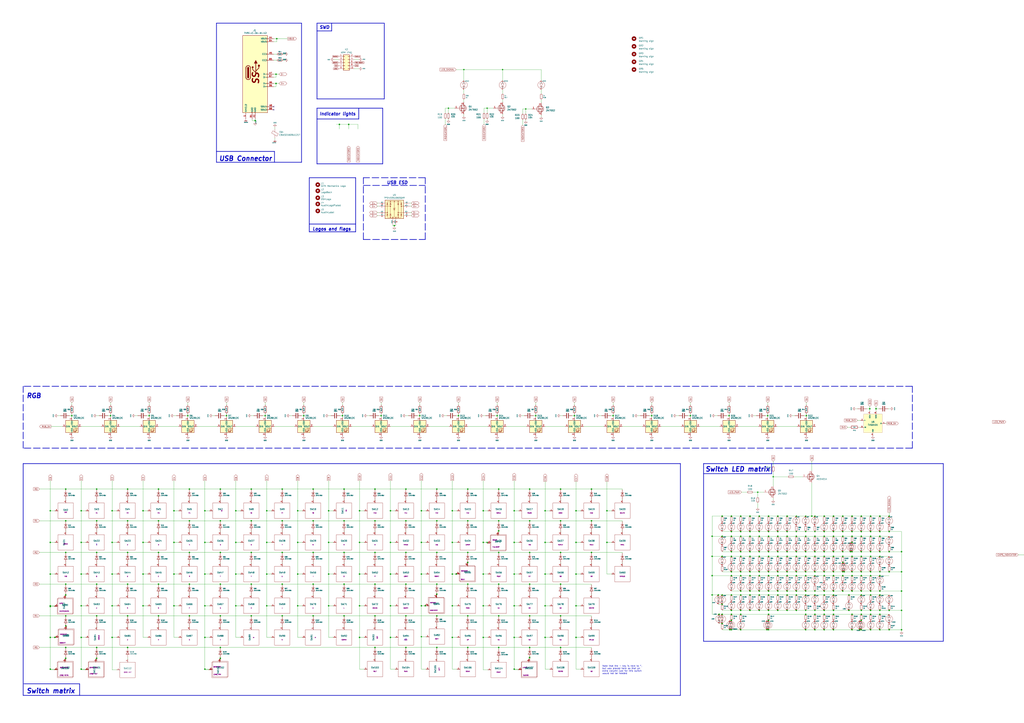
<source format=kicad_sch>
(kicad_sch (version 20211123) (generator eeschema)
  (paper "A1")
  (title_block (title "AustinPCB") (date "2021-03-26") (rev "v2.1.3") (company "Designed by Gondolindrim") (comment 1 "In partnership with driftingbunnies and PheonixStar"))
  (junction (at 154.305 341.63) (diameter 1.016))
  (junction (at 53.975 514.35) (diameter 1.016))
  (junction (at 692.15 485.775) (diameter 1.016))
  (junction (at 654.05 453.39) (diameter 1.016))
  (junction (at 646.43 473.075) (diameter 1.016))
  (junction (at 460.375 454.025) (diameter 1.016))
  (junction (at 41.275 445.77) (diameter 1.016))
  (junction (at 447.675 471.805) (diameter 1.016))
  (junction (at 722.63 488.95) (diameter 1.016))
  (junction (at 684.53 488.95) (diameter 1.016))
  (junction (at 699.77 424.18) (diameter 1.016))
  (junction (at 676.91 440.69) (diameter 1.016))
  (junction (at 281.305 341.63) (diameter 1.016))
  (junction (at 269.875 497.84) (diameter 1.016))
  (junction (at 295.275 445.77) (diameter 1.016))
  (junction (at 669.29 453.39) (diameter 1.016))
  (junction (at 349.25 497.84) (diameter 1.016))
  (junction (at 661.67 457.2) (diameter 1.016))
  (junction (at 122.555 341.63) (diameter 1.016))
  (junction (at 740.41 469.9) (diameter 1.016))
  (junction (at 631.19 453.39) (diameter 1.016))
  (junction (at 692.15 436.88) (diameter 1.016))
  (junction (at 849.63 455.93))
  (junction (at 584.835 440.69) (diameter 1.016))
  (junction (at 168.275 497.84) (diameter 1.016))
  (junction (at 209.55 99.06) (diameter 1.016))
  (junction (at 168.275 471.805) (diameter 1.016))
  (junction (at 608.33 501.65) (diameter 1.016))
  (junction (at 358.775 427.99) (diameter 1.016))
  (junction (at 257.175 506.095) (diameter 1.016))
  (junction (at 669.29 504.825) (diameter 1.016))
  (junction (at 707.39 469.9) (diameter 1.016))
  (junction (at 584.835 488.95) (diameter 1.016))
  (junction (at 600.71 509.905) (diameter 1.016))
  (junction (at 654.05 469.9) (diameter 1.016))
  (junction (at 654.05 485.775) (diameter 1.016))
  (junction (at 473.075 497.84) (diameter 1.016))
  (junction (at 615.95 453.39) (diameter 1.016))
  (junction (at 684.53 424.18) (diameter 1.016))
  (junction (at 707.39 440.69) (diameter 1.016))
  (junction (at 631.19 436.88) (diameter 1.016))
  (junction (at 109.22 -90.17) (diameter 0.9144))
  (junction (at 66.675 497.84) (diameter 1.016))
  (junction (at 623.57 469.9) (diameter 1.016))
  (junction (at 434.975 540.385) (diameter 1.016))
  (junction (at 313.055 341.63) (diameter 1.016))
  (junction (at 631.19 485.775) (diameter 1.016))
  (junction (at 323.85 185.42) (diameter 1.016))
  (junction (at 180.975 532.13) (diameter 1.016))
  (junction (at 707.39 436.88) (diameter 1.016))
  (junction (at 722.63 517.525) (diameter 1.016))
  (junction (at 722.63 424.18) (diameter 1.016))
  (junction (at 676.91 504.825) (diameter 1.016))
  (junction (at 371.475 523.875) (diameter 1.016))
  (junction (at 226.06 -153.67))
  (junction (at 473.075 523.875) (diameter 1.016))
  (junction (at 180.975 401.955) (diameter 1.016))
  (junction (at 307.975 480.06) (diameter 1.016))
  (junction (at 219.075 419.735) (diameter 1.016))
  (junction (at 581.025 -72.39) (diameter 0.9144))
  (junction (at 740.41 453.39) (diameter 1.016))
  (junction (at 434.975 480.06) (diameter 1.016))
  (junction (at 692.15 453.39) (diameter 1.016))
  (junction (at 460.375 401.955) (diameter 1.016))
  (junction (at 180.975 480.06) (diameter 1.016))
  (junction (at 130.175 427.99) (diameter 1.016))
  (junction (at 715.01 424.18) (diameter 1.016))
  (junction (at 396.875 471.805) (diameter 1.016))
  (junction (at 374.65 471.805) (diameter 1.016))
  (junction (at 676.91 453.39) (diameter 1.016))
  (junction (at 684.53 485.775) (diameter 1.016))
  (junction (at 422.275 419.735) (diameter 1.016))
  (junction (at 333.375 532.13) (diameter 1.016))
  (junction (at 104.14 -367.03))
  (junction (at 646.43 453.39) (diameter 1.016))
  (junction (at 257.175 427.99) (diameter 1.016))
  (junction (at 295.275 471.805) (diameter 1.016))
  (junction (at 600.71 488.95) (diameter 1.016))
  (junction (at 608.33 485.775) (diameter 1.016))
  (junction (at 286.385 102.235) (diameter 1.016))
  (junction (at 307.975 532.13) (diameter 1.016))
  (junction (at 193.675 445.77) (diameter 1.016))
  (junction (at 384.175 401.955) (diameter 1.016))
  (junction (at 593.09 512.445) (diameter 1.016))
  (junction (at 158.115 -170.815) (diameter 0.9144))
  (junction (at 79.375 454.025) (diameter 1.016))
  (junction (at 384.175 427.99) (diameter 1.016))
  (junction (at 669.29 501.65))
  (junction (at 168.275 549.91) (diameter 1.016))
  (junction (at 346.075 497.84) (diameter 1.016))
  (junction (at 692.15 457.2) (diameter 1.016))
  (junction (at 358.775 480.06) (diameter 1.016))
  (junction (at 101.6 -90.17) (diameter 0.9144))
  (junction (at 654.05 436.88))
  (junction (at 282.575 506.095) (diameter 1.016))
  (junction (at 715.01 488.95) (diameter 1.016))
  (junction (at 116.84 -405.13) (diameter 1.016))
  (junction (at 104.775 427.99) (diameter 1.016))
  (junction (at 692.15 462.28) (diameter 1.016))
  (junction (at 41.275 497.84) (diameter 1.016))
  (junction (at 669.29 424.18))
  (junction (at 676.91 485.775) (diameter 1.016))
  (junction (at 282.575 454.025) (diameter 1.016))
  (junction (at 608.33 457.2) (diameter 1.016))
  (junction (at 638.81 424.18) (diameter 1.016))
  (junction (at 400.05 88.9))
  (junction (at 66.675 445.77) (diameter 1.016))
  (junction (at 654.05 457.2) (diameter 1.016))
  (junction (at 699.77 453.39) (diameter 1.016))
  (junction (at 707.39 424.18) (diameter 1.016))
  (junction (at 155.575 454.025) (diameter 1.016))
  (junction (at 206.375 480.06) (diameter 1.016))
  (junction (at 661.67 440.69) (diameter 1.016))
  (junction (at 155.575 401.955) (diameter 1.016))
  (junction (at 623.57 424.18) (diameter 1.016))
  (junction (at 193.675 497.84) (diameter 1.016))
  (junction (at 740.41 517.525) (diameter 1.016))
  (junction (at 715.01 517.525) (diameter 1.016))
  (junction (at 669.29 457.2) (diameter 1.016))
  (junction (at 740.41 485.775) (diameter 1.016))
  (junction (at 409.575 427.99) (diameter 1.016))
  (junction (at 498.475 419.735) (diameter 1.016))
  (junction (at 669.29 488.95))
  (junction (at 684.53 504.825) (diameter 1.016))
  (junction (at 104.775 532.13) (diameter 1.016))
  (junction (at 447.675 523.875) (diameter 1.016))
  (junction (at 358.775 506.095) (diameter 1.016))
  (junction (at 371.475 497.84) (diameter 1.016))
  (junction (at 104.775 506.095) (diameter 1.016))
  (junction (at 142.875 497.84) (diameter 1.016))
  (junction (at 608.33 453.39) (diameter 1.016))
  (junction (at 623.57 485.775) (diameter 1.016))
  (junction (at 715.01 457.2) (diameter 1.016))
  (junction (at 471.805 341.63) (diameter 1.016))
  (junction (at 244.475 419.735) (diameter 1.016))
  (junction (at 593.09 440.69) (diameter 1.016))
  (junction (at 371.475 419.735) (diameter 1.016))
  (junction (at 730.25 436.88) (diameter 1.016))
  (junction (at 600.71 517.525) (diameter 1.016))
  (junction (at 599.44 517.525) (diameter 1.016))
  (junction (at 638.81 453.39) (diameter 1.016))
  (junction (at 600.71 457.2) (diameter 1.016))
  (junction (at 684.53 453.39) (diameter 1.016))
  (junction (at 249.555 341.63) (diameter 1.016))
  (junction (at 623.57 457.2) (diameter 1.016))
  (junction (at 53.975 427.99) (diameter 1.016))
  (junction (at 117.475 471.805) (diameter 1.016))
  (junction (at 346.075 471.805) (diameter 1.016))
  (junction (at 473.075 471.805) (diameter 1.016))
  (junction (at 104.775 454.025) (diameter 1.016))
  (junction (at 130.175 506.095) (diameter 1.016))
  (junction (at 117.475 497.84) (diameter 1.016))
  (junction (at 447.675 419.735) (diameter 1.016))
  (junction (at 631.19 424.18) (diameter 1.016))
  (junction (at 53.975 454.025) (diameter 1.016))
  (junction (at 615.95 485.775) (diameter 1.016))
  (junction (at 654.05 488.95) (diameter 1.016))
  (junction (at 282.575 427.99) (diameter 1.016))
  (junction (at 646.43 488.95) (diameter 1.016))
  (junction (at 615.95 473.075) (diameter 1.016))
  (junction (at 109.22 -160.02) (diameter 0.9144))
  (junction (at 244.475 497.84) (diameter 1.016))
  (junction (at 282.575 480.06) (diameter 1.016))
  (junction (at 346.075 419.735) (diameter 1.016))
  (junction (at 722.63 504.825) (diameter 1.016))
  (junction (at 219.075 497.84) (diameter 1.016))
  (junction (at 206.375 454.025) (diameter 1.016))
  (junction (at 384.175 532.13) (diameter 1.016))
  (junction (at 320.675 419.735) (diameter 1.016))
  (junction (at 730.25 517.525) (diameter 1.016))
  (junction (at 320.675 497.84) (diameter 1.016))
  (junction (at 226.695 68.58) (diameter 1.016))
  (junction (at 722.63 473.075) (diameter 1.016))
  (junction (at 669.29 440.69) (diameter 1.016))
  (junction (at 180.975 427.99) (diameter 1.016))
  (junction (at 661.67 424.18))
  (junction (at 707.39 473.075) (diameter 1.016))
  (junction (at 278.765 102.235) (diameter 1.016))
  (junction (at 257.175 480.06) (diameter 1.016))
  (junction (at 282.575 401.955) (diameter 1.016))
  (junction (at 684.53 517.525) (diameter 1.016))
  (junction (at 346.075 445.77) (diameter 1.016))
  (junction (at 346.075 523.24) (diameter 0.9144))
  (junction (at 666.75 424.18) (diameter 1.016))
  (junction (at 219.075 445.77) (diameter 1.016))
  (junction (at 434.975 506.095) (diameter 1.016))
  (junction (at 460.375 506.095) (diameter 1.016))
  (junction (at 608.33 469.9) (diameter 1.016))
  (junction (at 631.19 440.69) (diameter 1.016))
  (junction (at 66.675 523.875) (diameter 1.016))
  (junction (at 661.67 453.39) (diameter 1.016))
  (junction (at 698.5 453.39) (diameter 1.016))
  (junction (at 623.57 473.075) (diameter 1.016))
  (junction (at 600.71 440.69) (diameter 1.016))
  (junction (at 615.95 457.2) (diameter 1.016))
  (junction (at 707.39 504.825) (diameter 1.016))
  (junction (at 66.675 471.805) (diameter 1.016))
  (junction (at 155.575 506.095) (diameter 1.016))
  (junction (at 422.275 549.91) (diameter 1.016))
  (junction (at 676.91 488.95) (diameter 1.016))
  (junction (at 422.275 523.875) (diameter 1.016))
  (junction (at 593.09 488.95) (diameter 1.016))
  (junction (at 117.475 445.77) (diameter 1.016))
  (junction (at 623.57 501.65) (diameter 1.016))
  (junction (at 722.63 436.88) (diameter 1.016))
  (junction (at 693.42 469.9) (diameter 1.016))
  (junction (at 53.975 480.06) (diameter 1.016))
  (junction (at 269.875 445.77) (diameter 1.016))
  (junction (at 699.77 440.69) (diameter 1.016))
  (junction (at 699.77 469.9) (diameter 1.016))
  (junction (at 615.95 436.88) (diameter 1.016))
  (junction (at 684.53 440.69) (diameter 1.016))
  (junction (at 684.53 473.075) (diameter 1.016))
  (junction (at 333.375 401.955) (diameter 1.016))
  (junction (at 333.375 506.095) (diameter 1.016))
  (junction (at 295.275 523.875) (diameter 1.016))
  (junction (at 226.06 -160.02))
  (junction (at 669.29 436.88))
  (junction (at 431.8 89.535))
  (junction (at 109.22 -83.82) (diameter 0.9144))
  (junction (at 684.53 469.9) (diameter 1.016))
  (junction (at 631.19 457.2) (diameter 1.016))
  (junction (at 371.475 445.77) (diameter 1.016))
  (junction (at 368.3 88.9))
  (junction (at 638.81 457.2) (diameter 1.016))
  (junction (at 646.43 440.69) (diameter 1.016))
  (junction (at 730.25 501.65) (diameter 1.016))
  (junction (at 193.675 419.735) (diameter 1.016))
  (junction (at 707.39 457.2) (diameter 1.016))
  (junction (at 699.77 445.77) (diameter 1.016))
  (junction (at 485.775 401.955) (diameter 1.016))
  (junction (at 699.77 436.88) (diameter 1.016))
  (junction (at 593.09 457.2) (diameter 1.016))
  (junction (at 684.53 457.2) (diameter 1.016))
  (junction (at 630.555 341.63) (diameter 1.016))
  (junction (at 227.33 -140.97))
  (junction (at 295.275 497.84) (diameter 1.016))
  (junction (at 155.575 427.99) (diameter 1.016))
  (junction (at 676.91 473.075) (diameter 1.016))
  (junction (at 320.675 445.77) (diameter 1.016))
  (junction (at 684.53 501.65) (diameter 1.016))
  (junction (at 661.67 488.95))
  (junction (at 589.915 488.95) (diameter 1.016))
  (junction (at 269.875 471.805) (diameter 1.016))
  (junction (at 396.875 497.84) (diameter 1.016))
  (junction (at 307.975 427.99) (diameter 1.016))
  (junction (at 126.365 -170.815) (diameter 0.9144))
  (junction (at 142.875 419.735) (diameter 1.016))
  (junction (at 498.475 445.77) (diameter 1.016))
  (junction (at 646.43 436.88) (diameter 1.016))
  (junction (at 692.15 469.9) (diameter 1.016))
  (junction (at 114.3 -373.38))
  (junction (at 535.305 341.63) (diameter 1.016))
  (junction (at 638.81 485.775) (diameter 1.016))
  (junction (at 376.555 341.63) (diameter 1.016))
  (junction (at 593.09 504.825) (diameter 1.016))
  (junction (at 422.275 471.805) (diameter 1.016))
  (junction (at 676.91 424.18) (diameter 1.016))
  (junction (at 638.81 440.69) (diameter 1.016))
  (junction (at 269.875 419.735) (diameter 1.016))
  (junction (at 638.81 469.9) (diameter 1.016))
  (junction (at 358.775 488.315) (diameter 1.016))
  (junction (at 699.77 517.525) (diameter 1.016))
  (junction (at 440.055 341.63) (diameter 1.016))
  (junction (at 41.275 498.475) (diameter 1.016))
  (junction (at 231.775 401.955) (diameter 1.016))
  (junction (at 412.75 57.15))
  (junction (at 244.475 445.77) (diameter 1.016))
  (junction (at 434.975 401.955) (diameter 1.016))
  (junction (at 358.775 401.955) (diameter 1.016))
  (junction (at 53.975 488.95) (diameter 1.016))
  (junction (at 180.975 506.095) (diameter 1.016))
  (junction (at 715.01 436.88) (diameter 1.016))
  (junction (at 638.81 473.075) (diameter 1.016))
  (junction (at 676.91 517.525) (diameter 1.016))
  (junction (at 600.71 504.825) (diameter 1.016))
  (junction (at 206.375 427.99) (diameter 1.016))
  (junction (at 669.29 469.9) (diameter 1.016))
  (junction (at 460.375 427.99) (diameter 1.016))
  (junction (at 139.7 -530.225) (diameter 1.016))
  (junction (at 41.275 549.91) (diameter 1.016))
  (junction (at 333.375 480.06) (diameter 1.016))
  (junction (at 707.39 453.39) (diameter 1.016))
  (junction (at 715.01 504.825) (diameter 1.016))
  (junction (at 409.575 401.955) (diameter 1.016))
  (junction (at 706.12 517.525) (diameter 1.016))
  (junction (at 132.715 -53.975))
  (junction (at 722.63 457.2))
  (junction (at 631.19 517.525) (diameter 1.016))
  (junction (at 53.975 401.955) (diameter 1.016))
  (junction (at 635 391.795))
  (junction (at 396.875 445.77) (diameter 1.016))
  (junction (at 422.275 497.84) (diameter 1.016))
  (junction (at 79.375 401.955) (diameter 1.016))
  (junction (at 92.075 497.84) (diameter 1.016))
  (junction (at 104.775 401.955) (diameter 1.016))
  (junction (at 662.305 341.63) (diameter 1.016))
  (junction (at 661.67 517.525) (diameter 1.016))
  (junction (at 715.01 485.775) (diameter 1.016))
  (junction (at 584.835 457.2) (diameter 1.016))
  (junction (at 722.63 453.39) (diameter 1.016))
  (junction (at 384.175 480.06) (diameter 1.016))
  (junction (at 654.05 501.65) (diameter 1.016))
  (junction (at 186.055 341.63) (diameter 1.016))
  (junction (at 707.39 517.525) (diameter 1.016))
  (junction (at 646.43 457.2) (diameter 1.016))
  (junction (at 623.57 488.95) (diameter 1.016))
  (junction (at 722.63 469.9))
  (junction (at 132.715 -405.13))
  (junction (at 107.315 -530.225))
  (junction (at 715.01 473.075) (diameter 1.016))
  (junction (at 396.875 523.875) (diameter 1.016))
  (junction (at 715.01 440.69) (diameter 1.016))
  (junction (at 97.79 -530.225) (diameter 1.016))
  (junction (at 622.3 404.495))
  (junction (at 485.775 427.99) (diameter 1.016))
  (junction (at 409.575 480.06) (diameter 1.016))
  (junction (at 381 57.15))
  (junction (at 92.075 471.805) (diameter 1.016))
  (junction (at 631.19 488.95) (diameter 1.016))
  (junction (at 53.975 532.13) (diameter 1.016))
  (junction (at 661.67 473.075) (diameter 1.016))
  (junction (at 722.63 485.775) (diameter 1.016))
  (junction (at 654.05 424.18))
  (junction (at 707.39 509.905) (diameter 1.016))
  (junction (at 684.53 436.88) (diameter 1.016))
  (junction (at 53.975 506.095) (diameter 1.016))
  (junction (at 92.075 523.875) (diameter 1.016))
  (junction (at 120.65 -405.13) (diameter 1.016))
  (junction (at 608.33 436.88) (diameter 1.016))
  (junction (at 654.05 473.075) (diameter 1.016))
  (junction (at 503.555 341.63) (diameter 1.016))
  (junction (at 661.67 501.65))
  (junction (at 707.39 501.65) (diameter 1.016))
  (junction (at 217.805 341.63) (diameter 1.016))
  (junction (at 473.075 419.735) (diameter 1.016))
  (junction (at 447.675 497.84) (diameter 1.016))
  (junction (at 206.375 506.095) (diameter 1.016))
  (junction (at 615.95 469.9) (diameter 1.016))
  (junction (at 669.29 485.775))
  (junction (at 699.77 457.2) (diameter 1.016))
  (junction (at 79.375 541.02) (diameter 1.016))
  (junction (at 593.09 424.18) (diameter 1.016))
  (junction (at 231.775 506.095) (diameter 1.016))
  (junction (at 41.275 471.805) (diameter 1.016))
  (junction (at 615.95 488.95) (diameter 1.016))
  (junction (at 206.375 401.955) (diameter 1.016))
  (junction (at 608.33 424.18) (diameter 1.016))
  (junction (at 244.475 471.805) (diameter 1.016))
  (junction (at 600.71 453.39) (diameter 1.016))
  (junction (at 722.63 501.65) (diameter 1.016))
  (junction (at 66.675 549.91) (diameter 1.016))
  (junction (at 676.91 469.9) (diameter 1.016))
  (junction (at 384.175 454.025) (diameter 1.016))
  (junction (at 654.05 440.69) (diameter 1.016))
  (junction (at 307.975 454.025) (diameter 1.016))
  (junction (at 669.29 473.075))
  (junction (at 307.975 506.095) (diameter 1.016))
  (junction (at 608.33 517.525) (diameter 1.016))
  (junction (at 142.875 445.77) (diameter 1.016))
  (junction (at 608.33 488.95) (diameter 1.016))
  (junction (at 104.775 480.06) (diameter 1.016))
  (junction (at 715.01 469.9) (diameter 1.016))
  (junction (at 692.15 424.18) (diameter 1.016))
  (junction (at 697.23 488.95) (diameter 1.016))
  (junction (at 130.175 480.06) (diameter 1.016))
  (junction (at 231.775 480.06) (diameter 1.016))
  (junction (at 631.19 501.65) (diameter 1.016))
  (junction (at 722.63 440.69) (diameter 1.016))
  (junction (at 623.57 436.88) (diameter 1.016))
  (junction (at 697.23 501.65) (diameter 1.016))
  (junction (at 590.55 504.825) (diameter 1.016))
  (junction (at 409.575 506.095) (diameter 1.016))
  (junction (at 730.25 424.18) (diameter 1.016))
  (junction (at 699.77 473.075) (diameter 1.016))
  (junction (at 320.675 471.805) (diameter 1.016))
  (junction (at 126.365 -53.975))
  (junction (at 168.275 419.735) (diameter 1.016))
  (junction (at 384.175 506.095) (diameter 1.016))
  (junction (at 600.71 501.65) (diameter 1.016))
  (junction (at 344.805 341.63) (diameter 1.016))
  (junction (at 629.92 517.525) (diameter 1.016))
  (junction (at 92.075 445.77) (diameter 1.016))
  (junction (at 631.19 473.075) (diameter 1.016))
  (junction (at 130.175 401.955) (diameter 1.016))
  (junction (at 623.57 440.69) (diameter 1.016))
  (junction (at 91.44 -386.08))
  (junction (at 130.175 454.025) (diameter 1.016))
  (junction (at 646.43 485.775) (diameter 1.016))
  (junction (at 384.175 462.28) (diameter 1.016))
  (junction (at 151.765 -170.815) (diameter 0.9144))
  (junction (at 231.775 427.99) (diameter 1.016))
  (junction (at 104.14 -530.225) (diameter 1.016))
  (junction (at 646.43 469.9) (diameter 1.016))
  (junction (at 142.875 471.805) (diameter 1.016))
  (junction (at 59.055 341.63) (diameter 1.016))
  (junction (at 646.43 501.65) (diameter 1.016))
  (junction (at 227.33 31.75) (diameter 1.016))
  (junction (at 638.81 488.95) (diameter 1.016))
  (junction (at 661.67 436.88))
  (junction (at 215.265 -53.975))
  (junction (at 79.375 532.13) (diameter 1.016))
  (junction (at 333.375 427.99) (diameter 1.016))
  (junction (at 358.775 454.025) (diameter 1.016))
  (junction (at 320.675 523.875) (diameter 1.016))
  (junction (at 295.275 419.735) (diameter 1.016))
  (junction (at 79.375 506.095) (diameter 1.016))
  (junction (at 631.19 469.9) (diameter 1.016))
  (junction (at 638.81 436.88) (diameter 1.016))
  (junction (at 715.01 453.39) (diameter 1.016))
  (junction (at 168.275 523.875) (diameter 1.016))
  (junction (at 615.95 424.18) (diameter 1.016))
  (junction (at 79.375 480.06) (diameter 1.016))
  (junction (at 400.05 445.77) (diameter 0.9144))
  (junction (at 676.91 501.65) (diameter 1.016))
  (junction (at 638.81 501.65) (diameter 1.016))
  (junction (at 707.39 485.775) (diameter 1.016))
  (junction (at 101.6 -83.82) (diameter 0.9144))
  (junction (at 661.67 469.9) (diameter 1.016))
  (junction (at 600.71 473.075) (diameter 1.016))
  (junction (at 45.085 523.875) (diameter 1.016))
  (junction (at 460.375 532.13) (diameter 1.016))
  (junction (at 661.67 504.825) (diameter 1.016))
  (junction (at 434.975 427.99) (diameter 1.016))
  (junction (at 155.575 480.06) (diameter 1.016))
  (junction (at 631.19 504.825) (diameter 1.016))
  (junction (at 71.755 -101.6) (diameter 0.9144))
  (junction (at 615.95 440.69) (diameter 1.016))
  (junction (at 193.675 471.805) (diameter 1.016))
  (junction (at 59.055 -101.6) (diameter 0.9144))
  (junction (at 676.91 457.2) (diameter 1.016))
  (junction (at 862.33 443.865) (diameter 1.016))
  (junction (at 129.54 -373.38))
  (junction (at 715.01 501.65) (diameter 1.016))
  (junction (at 396.875 419.735) (diameter 1.016))
  (junction (at 231.775 454.025) (diameter 1.016))
  (junction (at 584.835 473.075) (diameter 1.016))
  (junction (at 120.015 -170.815) (diameter 0.9144))
  (junction (at 859.79 436.245) (diameter 0.9144))
  (junction (at 623.57 453.39) (diameter 1.016))
  (junction (at 90.805 341.63) (diameter 1.016))
  (junction (at 567.055 341.63) (diameter 1.016))
  (junction (at 714.375 335.915) (diameter 1.016))
  (junction (at 719.455 335.915) (diameter 1.016))
  (junction (at 168.275 445.77) (diameter 1.016))
  (junction (at 598.805 341.63) (diameter 1.016))
  (junction (at 371.475 471.805) (diameter 1.016))
  (junction (at 422.275 445.77) (diameter 1.016))
  (junction (at 473.075 445.77) (diameter 1.016))
  (junction (at 699.77 485.775) (diameter 1.016))
  (junction (at 434.975 454.025) (diameter 1.016))
  (junction (at 41.275 523.875) (diameter 1.016))
  (junction (at 608.33 473.075) (diameter 1.016))
  (junction (at 608.33 440.69) (diameter 1.016))
  (junction (at 692.15 440.69) (diameter 1.016))
  (junction (at 485.775 454.025) (diameter 1.016))
  (junction (at 631.19 509.905) (diameter 1.016))
  (junction (at 180.975 541.02) (diameter 1.016))
  (junction (at 600.71 424.18) (diameter 1.016))
  (junction (at 307.975 401.955) (diameter 1.016))
  (junction (at 447.675 445.77) (diameter 1.016))
  (junction (at 699.77 504.825) (diameter 1.016))
  (junction (at 53.975 541.02) (diameter 1.016))
  (junction (at 409.575 436.245) (diameter 1.016))
  (junction (at 92.075 419.735) (diameter 1.016))
  (junction (at 661.67 485.775) (diameter 1.016))
  (junction (at 41.275 419.735) (diameter 1.016))
  (junction (at 434.975 532.13) (diameter 1.016))
  (junction (at 180.975 454.025) (diameter 1.016))
  (junction (at 149.225 -530.225))
  (junction (at 409.575 454.025) (diameter 1.016))
  (junction (at 226.695 60.96) (diameter 1.016))
  (junction (at 358.775 532.13) (diameter 1.016))
  (junction (at 257.175 454.025) (diameter 1.016))
  (junction (at 608.33 504.825) (diameter 1.016))
  (junction (at 208.915 -53.975))
  (junction (at 219.075 471.805) (diameter 1.016))
  (junction (at 408.305 341.63) (diameter 1.016))
  (junction (at 257.175 401.955) (diameter 1.016))
  (junction (at 409.575 532.13) (diameter 1.016))
  (junction (at 600.71 469.9) (diameter 1.016))
  (junction (at 730.25 469.9) (diameter 1.016))
  (junction (at 333.375 454.025) (diameter 1.016))
  (junction (at 460.375 480.06) (diameter 1.016))
  (junction (at 66.675 419.735) (diameter 1.016))
  (junction (at 117.475 419.735) (diameter 1.016))
  (junction (at 676.91 436.88) (diameter 1.016))
  (junction (at 646.43 424.18) (diameter 1.016))
  (junction (at 730.25 453.39) (diameter 1.016))
  (junction (at 615.95 501.65) (diameter 1.016))
  (junction (at 692.15 473.075) (diameter 1.016))
  (junction (at 593.09 496.57) (diameter 1.016))
  (junction (at 740.41 501.65) (diameter 1.016))
  (junction (at 600.71 436.88) (diameter 1.016))
  (junction (at 707.39 488.95) (diameter 1.016))
  (junction (at 669.29 517.525) (diameter 1.016))
  (junction (at 79.375 427.99) (diameter 1.016))
  (no_connect (at 224.79 87.63))
  (no_connect (at 224.79 90.17))
  (wire (pts (xy 186.055 330.835) (xy 186.055 332.74)))
  (wire (pts (xy 45.085 419.735) (xy 41.275 419.735)))
  (wire (pts (xy 134.62 -526.415) (xy 134.62 -523.875)))
  (wire (pts (xy 104.775 506.73) (xy 104.775 506.095)))
  (wire (pts (xy 692.15 485.775) (xy 699.77 485.775)))
  (wire (pts (xy 249.555 340.36) (xy 249.555 341.63)))
  (wire (pts (xy 434.975 480.06) (xy 460.375 480.06)))
  (wire (pts (xy 307.975 454.66) (xy 307.975 454.025)))
  (wire (pts (xy 217.805 330.835) (xy 217.805 332.74)))
  (wire (pts (xy 400.685 419.735) (xy 396.875 419.735)))
  (wire (pts (xy 434.975 402.59) (xy 434.975 401.955)))
  (wire (pts (xy 142.875 394.97) (xy 142.875 419.735)))
  (wire (pts (xy 41.275 471.805) (xy 41.275 497.84)))
  (wire (pts (xy 149.225 -530.225) (xy 149.225 -527.685)))
  (wire (pts (xy 618.49 404.495) (xy 622.3 404.495)))
  (polyline (pts (xy 633.73 389.255) (xy 633.73 381)) (stroke (width 0.508) (type solid)))
  (wire (pts (xy 180.975 436.88) (xy 180.975 436.245)))
  (wire (pts (xy 79.375 454.66) (xy 79.375 454.025)))
  (wire (pts (xy 126.365 -53.975) (xy 126.365 -52.07)))
  (wire (pts (xy 409.575 480.06) (xy 434.975 480.06)))
  (wire (pts (xy 231.775 428.625) (xy 231.775 427.99)))
  (wire (pts (xy 307.975 532.765) (xy 307.975 532.13)))
  (wire (pts (xy 180.975 410.845) (xy 180.975 410.21)))
  (wire (pts (xy 104.775 480.695) (xy 104.775 480.06)))
  (wire (pts (xy 492.125 341.63) (xy 494.03 341.63)))
  (wire (pts (xy 222.885 445.77) (xy 219.075 445.77)))
  (wire (pts (xy 371.475 471.805) (xy 371.475 445.77)))
  (wire (pts (xy 451.485 549.91) (xy 447.675 549.91)))
  (wire (pts (xy 434.975 401.955) (xy 460.375 401.955)))
  (wire (pts (xy 368.3 88.9) (xy 368.3 92.71)))
  (wire (pts (xy 630.555 330.835) (xy 630.555 332.74)))
  (wire (pts (xy 400.05 445.77) (xy 400.05 446.405)))
  (wire (pts (xy 180.975 480.695) (xy 180.975 480.06)))
  (wire (pts (xy 273.685 497.84) (xy 269.875 497.84)))
  (wire (pts (xy 715.01 457.2) (xy 707.39 457.2)))
  (wire (pts (xy 638.81 488.95) (xy 646.43 488.95)))
  (wire (pts (xy 180.975 480.06) (xy 206.375 480.06)))
  (polyline (pts (xy 577.85 389.255) (xy 633.73 389.255)) (stroke (width 0.508) (type solid)))
  (polyline (pts (xy 349.25 196.85) (xy 349.25 146.05)) (stroke (width 0.508) (type dash)))
  (wire (pts (xy 322.58 185.42) (xy 323.85 185.42)))
  (wire (pts (xy 155.575 401.955) (xy 180.975 401.955)))
  (wire (pts (xy 646.43 424.18) (xy 654.05 424.18)))
  (wire (pts (xy 41.275 445.77) (xy 41.275 471.805)))
  (wire (pts (xy 95.885 445.77) (xy 92.075 445.77)))
  (wire (pts (xy 282.575 454.66) (xy 282.575 454.025)))
  (wire (pts (xy 707.39 504.825) (xy 699.77 504.825)))
  (wire (pts (xy 247.65 341.63) (xy 249.555 341.63)))
  (wire (pts (xy 409.575 506.73) (xy 409.575 506.095)))
  (wire (pts (xy 693.42 462.28) (xy 692.15 462.28)))
  (wire (pts (xy 248.285 419.735) (xy 244.475 419.735)))
  (wire (pts (xy 41.91 350.52) (xy 51.435 350.52)))
  (wire (pts (xy 447.675 419.735) (xy 447.675 395.605)))
  (wire (pts (xy 349.885 471.805) (xy 346.075 471.805)))
  (wire (pts (xy 197.485 523.875) (xy 193.675 523.875)))
  (polyline (pts (xy 177.8 133.35) (xy 177.8 19.05)) (stroke (width 0.508) (type solid)))
  (wire (pts (xy 661.67 424.18) (xy 666.75 424.18)))
  (wire (pts (xy 412.75 81.915) (xy 412.75 83.82)))
  (wire (pts (xy 384.175 506.095) (xy 409.575 506.095)))
  (wire (pts (xy 444.5 73.66) (xy 444.5 76.835)))
  (wire (pts (xy 222.885 419.735) (xy 219.075 419.735)))
  (wire (pts (xy 849.63 464.82) (xy 849.63 468.63)))
  (wire (pts (xy 371.475 497.84) (xy 371.475 523.875)))
  (wire (pts (xy 676.91 424.18) (xy 684.53 424.18)))
  (wire (pts (xy 154.305 -177.165) (xy 154.305 -179.07)))
  (wire (pts (xy 460.375 462.915) (xy 460.375 462.28)))
  (polyline (pts (xy 173.99 -574.675) (xy 173.99 -504.825)) (stroke (width 0.508) (type dash)))
  (wire (pts (xy 310.515 -123.825) (xy 310.515 -121.92)))
  (wire (pts (xy 434.975 514.985) (xy 434.975 514.35)))
  (wire (pts (xy 565.15 341.63) (xy 567.055 341.63)))
  (wire (pts (xy 45.085 523.24) (xy 45.085 523.875)))
  (wire (pts (xy 646.43 453.39) (xy 654.05 453.39)))
  (wire (pts (xy 714.375 335.915) (xy 714.375 337.82)))
  (wire (pts (xy 154.305 341.63) (xy 154.305 342.9)))
  (polyline (pts (xy 549.275 -98.425) (xy 549.275 -41.275)) (stroke (width 0.508) (type dash)))
  (wire (pts (xy 409.575 454.025) (xy 434.975 454.025)))
  (wire (pts (xy 269.875 471.805) (xy 269.875 497.84)))
  (wire (pts (xy 206.375 506.73) (xy 206.375 506.095)))
  (wire (pts (xy 425.45 550.545) (xy 422.275 550.545)))
  (wire (pts (xy 676.91 485.775) (xy 684.53 485.775)))
  (wire (pts (xy 662.305 341.63) (xy 662.305 342.9)))
  (wire (pts (xy 431.8 98.425) (xy 431.8 99.06)))
  (wire (pts (xy 631.19 473.075) (xy 623.57 473.075)))
  (wire (pts (xy 593.09 469.9) (xy 600.71 469.9)))
  (wire (pts (xy 661.67 453.39) (xy 669.29 453.39)))
  (wire (pts (xy 722.63 469.9) (xy 730.25 469.9)))
  (wire (pts (xy 231.775 401.955) (xy 257.175 401.955)))
  (wire (pts (xy 715.01 453.39) (xy 722.63 453.39)))
  (wire (pts (xy 349.25 497.205) (xy 349.25 497.84)))
  (wire (pts (xy 92.075 445.77) (xy 92.075 471.805)))
  (wire (pts (xy 70.485 523.875) (xy 66.675 523.875)))
  (wire (pts (xy 623.57 488.95) (xy 631.19 488.95)))
  (wire (pts (xy 53.975 480.06) (xy 79.375 480.06)))
  (wire (pts (xy 53.975 532.765) (xy 53.975 532.13)))
  (wire (pts (xy 336.55 167.005) (xy 337.82 167.005)))
  (wire (pts (xy 511.175 410.845) (xy 511.175 410.21)))
  (wire (pts (xy 320.675 445.77) (xy 320.675 471.805)))
  (wire (pts (xy 358.775 480.06) (xy 384.175 480.06)))
  (wire (pts (xy 719.455 335.915) (xy 719.455 337.82)))
  (wire (pts (xy 740.41 469.9) (xy 740.41 485.775)))
  (wire (pts (xy 396.875 497.84) (xy 396.875 471.805)))
  (wire (pts (xy 600.71 501.65) (xy 608.33 501.65)))
  (wire (pts (xy 152.4 341.63) (xy 154.305 341.63)))
  (wire (pts (xy 121.285 523.875) (xy 117.475 523.875)))
  (wire (pts (xy 676.91 457.2) (xy 669.29 457.2)))
  (wire (pts (xy 90.805 330.835) (xy 90.805 332.74)))
  (wire (pts (xy 323.85 185.42) (xy 323.85 186.055)))
  (wire (pts (xy 715.01 436.88) (xy 722.63 436.88)))
  (wire (pts (xy 206.375 341.63) (xy 208.28 341.63)))
  (wire (pts (xy 434.975 436.88) (xy 434.975 436.245)))
  (polyline (pts (xy 254 184.15) (xy 292.1 184.15)) (stroke (width 0.508) (type solid)))
  (wire (pts (xy 638.81 424.18) (xy 646.43 424.18)))
  (polyline (pts (xy 225.425 124.46) (xy 225.425 133.35)) (stroke (width 0.508) (type solid)))
  (polyline (pts (xy 292.1 146.05) (xy 292.1 190.5)) (stroke (width 0.508) (type solid)))
  (wire (pts (xy 79.375 488.95) (xy 79.375 488.315)))
  (wire (pts (xy 661.67 517.525) (xy 669.29 517.525)))
  (wire (pts (xy 54.61 514.35) (xy 53.975 514.35)))
  (wire (pts (xy 333.375 410.845) (xy 333.375 410.21)))
  (wire (pts (xy 226.695 71.12) (xy 226.695 68.58)))
  (wire (pts (xy 374.65 471.17) (xy 374.65 471.805)))
  (wire (pts (xy 409.575 401.955) (xy 434.975 401.955)))
  (bus (pts (xy 35.56 -178.435) (xy 60.96 -178.435)) (stroke (width 0.508) (type dash)))
  (wire (pts (xy 426.085 471.805) (xy 422.275 471.805)))
  (wire (pts (xy 409.575 454.66) (xy 409.575 454.025)))
  (wire (pts (xy 346.075 419.735) (xy 346.075 394.97)))
  (wire (pts (xy 460.375 514.985) (xy 460.375 514.35)))
  (wire (pts (xy 654.05 424.18) (xy 661.67 424.18)))
  (wire (pts (xy 400.685 497.84) (xy 396.875 497.84)))
  (wire (pts (xy 434.975 410.845) (xy 434.975 410.21)))
  (wire (pts (xy 608.33 501.65) (xy 615.95 501.65)))
  (wire (pts (xy 485.775 427.99) (xy 511.175 427.99)))
  (polyline (pts (xy 260.35 81.28) (xy 260.35 19.05)) (stroke (width 0.508) (type solid)))
  (wire (pts (xy 219.075 471.805) (xy 219.075 497.84)))
  (wire (pts (xy 41.275 550.545) (xy 41.275 549.91)))
  (polyline (pts (xy 66.04 -441.96) (xy 167.64 -441.96)) (stroke (width 1.27) (type dash)))
  (wire (pts (xy 231.775 410.845) (xy 231.775 410.21)))
  (wire (pts (xy 409.575 480.695) (xy 409.575 480.06)))
  (wire (pts (xy 584.835 473.075) (xy 584.835 488.95)))
  (wire (pts (xy 722.63 436.88) (xy 730.25 436.88)))
  (wire (pts (xy 730.25 436.88) (xy 740.41 436.88)))
  (wire (pts (xy 186.055 340.36) (xy 186.055 341.63)))
  (wire (pts (xy 225.806 113.538) (xy 225.806 114.808)))
  (wire (pts (xy 707.39 457.2) (xy 699.77 457.2)))
  (wire (pts (xy 155.575 454.66) (xy 155.575 454.025)))
  (wire (pts (xy 155.575 506.095) (xy 180.975 506.095)))
  (wire (pts (xy 635 387.985) (xy 635 391.795)))
  (wire (pts (xy 132.715 -53.975) (xy 132.08 -53.975)))
  (wire (pts (xy 168.275 419.735) (xy 168.275 445.77)))
  (wire (pts (xy 344.805 341.63) (xy 344.805 342.9)))
  (wire (pts (xy 231.775 506.095) (xy 257.175 506.095)))
  (wire (pts (xy 219.075 419.735) (xy 219.075 445.77)))
  (wire (pts (xy 114.3 -361.95) (xy 114.3 -360.68)))
  (wire (pts (xy 180.975 402.59) (xy 180.975 401.955)))
  (wire (pts (xy 206.375 488.95) (xy 206.375 488.315)))
  (wire (pts (xy 66.675 419.735) (xy 66.675 445.77)))
  (wire (pts (xy 206.375 427.99) (xy 231.775 427.99)))
  (wire (pts (xy 155.575 427.99) (xy 180.975 427.99)))
  (wire (pts (xy 485.775 514.985) (xy 485.775 514.35)))
  (wire (pts (xy 358.775 427.99) (xy 384.175 427.99)))
  (polyline (pts (xy 272.415 25.4) (xy 272.415 19.05)) (stroke (width 0.508) (type solid)))
  (wire (pts (xy 97.79 -520.065) (xy 97.79 -516.89)))
  (wire (pts (xy 282.575 514.985) (xy 282.575 514.35)))
  (wire (pts (xy 358.775 541.02) (xy 358.775 540.385)))
  (wire (pts (xy 114.3 -373.38) (xy 120.015 -373.38)))
  (wire (pts (xy 120.65 -405.13) (xy 120.65 -403.86)))
  (wire (pts (xy 661.67 501.65) (xy 669.29 501.65)))
  (wire (pts (xy 41.275 497.84) (xy 45.085 497.84)))
  (wire (pts (xy 730.25 504.825) (xy 722.63 504.825)))
  (wire (pts (xy 661.67 504.825) (xy 631.19 504.825)))
  (wire (pts (xy 596.9 341.63) (xy 598.805 341.63)))
  (wire (pts (xy 476.885 549.91) (xy 473.075 549.91)))
  (wire (pts (xy 676.91 488.95) (xy 684.53 488.95)))
  (wire (pts (xy 684.53 488.95) (xy 697.23 488.95)))
  (wire (pts (xy 307.975 532.13) (xy 333.375 532.13)))
  (polyline (pts (xy 19.05 381) (xy 558.8 381)) (stroke (width 0.508) (type solid)))
  (wire (pts (xy 431.8 89.535) (xy 436.88 89.535)))
  (wire (pts (xy 447.675 445.77) (xy 447.675 419.735)))
  (wire (pts (xy 412.75 57.15) (xy 444.5 57.15)))
  (wire (pts (xy 409.575 533.4) (xy 409.575 532.13)))
  (wire (pts (xy 740.41 453.39) (xy 740.41 469.9)))
  (wire (pts (xy 422.275 523.875) (xy 422.275 497.84)))
  (wire (pts (xy 208.915 -53.975) (xy 208.915 -52.07)))
  (wire (pts (xy 154.305 -170.815) (xy 154.305 -172.085)))
  (wire (pts (xy 695.96 351.155) (xy 697.865 351.155)))
  (wire (pts (xy 654.05 453.39) (xy 661.67 453.39)))
  (wire (pts (xy 91.44 -386.08) (xy 91.44 -367.03)))
  (wire (pts (xy 631.19 436.88) (xy 638.81 436.88)))
  (wire (pts (xy 142.875 419.735) (xy 142.875 445.77)))
  (wire (pts (xy 479.425 350.52) (xy 495.935 350.52)))
  (wire (pts (xy 215.9 341.63) (xy 217.805 341.63)))
  (wire (pts (xy 121.285 445.77) (xy 117.475 445.77)))
  (polyline (pts (xy 612.775 -98.425) (xy 612.775 -41.275)) (stroke (width 0.508) (type dash)))
  (wire (pts (xy 646.43 501.65) (xy 654.05 501.65)))
  (wire (pts (xy 257.175 506.095) (xy 282.575 506.095)))
  (wire (pts (xy 117.475 471.805) (xy 117.475 497.84)))
  (wire (pts (xy 79.375 410.845) (xy 79.375 410.21)))
  (wire (pts (xy 320.675 497.84) (xy 320.675 523.875)))
  (wire (pts (xy 282.575 410.845) (xy 282.575 410.21)))
  (wire (pts (xy 555.625 341.63) (xy 557.53 341.63)))
  (wire (pts (xy 676.91 469.9) (xy 684.53 469.9)))
  (wire (pts (xy 623.57 424.18) (xy 631.19 424.18)))
  (wire (pts (xy 346.075 471.805) (xy 346.075 497.84)))
  (polyline (pts (xy 19.685 561.975) (xy 65.405 561.975)) (stroke (width 0.508) (type solid)))
  (wire (pts (xy 381 81.915) (xy 381 83.82)))
  (wire (pts (xy 622.3 404.495) (xy 627.38 404.495)))
  (wire (pts (xy 584.835 440.69) (xy 593.09 440.69)))
  (wire (pts (xy 593.09 440.69) (xy 600.71 440.69)))
  (wire (pts (xy 104.14 -530.225) (xy 107.315 -530.225)))
  (wire (pts (xy 485.775 436.88) (xy 485.775 436.245)))
  (wire (pts (xy 381 57.15) (xy 381 66.04)))
  (wire (pts (xy 460.375 341.63) (xy 462.28 341.63)))
  (wire (pts (xy 440.055 330.835) (xy 440.055 332.74)))
  (wire (pts (xy 333.375 506.095) (xy 333.375 506.73)))
  (wire (pts (xy 476.885 523.875) (xy 473.075 523.875)))
  (wire (pts (xy 669.29 485.775) (xy 676.91 485.775)))
  (wire (pts (xy 862.33 448.945) (xy 862.33 450.85)))
  (wire (pts (xy 426.085 497.84) (xy 422.275 497.84)))
  (wire (pts (xy 567.055 340.36) (xy 567.055 341.63)))
  (wire (pts (xy 650.875 341.63) (xy 652.78 341.63)))
  (wire (pts (xy 149.225 -530.225) (xy 154.94 -530.225)))
  (wire (pts (xy 53.975 454.025) (xy 79.375 454.025)))
  (wire (pts (xy 95.885 471.805) (xy 92.075 471.805)))
  (wire (pts (xy 444.5 57.15) (xy 444.5 66.04)))
  (wire (pts (xy 447.675 497.84) (xy 447.675 523.875)))
  (wire (pts (xy 589.915 488.95) (xy 593.09 488.95)))
  (wire (pts (xy 45.085 523.875) (xy 41.275 523.875)))
  (wire (pts (xy 352.425 350.52) (xy 368.935 350.52)))
  (wire (pts (xy 400.05 88.9) (xy 405.13 88.9)))
  (wire (pts (xy 104.775 488.95) (xy 104.775 488.315)))
  (wire (pts (xy 502.285 419.735) (xy 498.475 419.735)))
  (wire (pts (xy 299.085 419.735) (xy 295.275 419.735)))
  (wire (pts (xy 307.975 514.985) (xy 307.975 514.35)))
  (polyline (pts (xy 35.56 -193.675) (xy 340.36 -193.675)) (stroke (width 0.508) (type dash)))
  (wire (pts (xy 66.675 445.77) (xy 66.675 471.805)))
  (wire (pts (xy 476.885 471.805) (xy 473.075 471.805)))
  (wire (pts (xy 114.3 -373.38) (xy 114.3 -372.11)))
  (wire (pts (xy 396.875 523.875) (xy 396.875 550.545)))
  (wire (pts (xy 568.96 -65.405) (xy 570.865 -65.405)))
  (wire (pts (xy 313.055 330.835) (xy 313.055 332.74)))
  (wire (pts (xy 104.775 480.06) (xy 130.175 480.06)))
  (wire (pts (xy 699.77 517.525) (xy 684.53 517.525)))
  (wire (pts (xy 707.39 517.525) (xy 706.12 517.525)))
  (wire (pts (xy 227.33 -144.145) (xy 227.33 -140.97)))
  (wire (pts (xy 408.94 437.515) (xy 408.94 436.245)))
  (wire (pts (xy 622.3 404.495) (xy 622.3 408.305)))
  (wire (pts (xy 498.475 419.735) (xy 498.475 395.605)))
  (wire (pts (xy 132.715 -396.24) (xy 132.715 -394.335)))
  (wire (pts (xy 721.995 335.915) (xy 719.455 335.915)))
  (wire (pts (xy 584.835 457.2) (xy 593.09 457.2)))
  (wire (pts (xy 593.09 457.2) (xy 600.71 457.2)))
  (polyline (pts (xy 260.35 25.4) (xy 272.415 25.4)) (stroke (width 0.508) (type solid)))
  (wire (pts (xy 117.475 394.97) (xy 117.475 419.735)))
  (wire (pts (xy 282.575 401.955) (xy 307.975 401.955)))
  (wire (pts (xy 295.275 549.91) (xy 295.275 523.875)))
  (wire (pts (xy 79.375 427.99) (xy 104.775 427.99)))
  (wire (pts (xy 333.375 341.63) (xy 335.28 341.63)))
  (wire (pts (xy 669.29 469.9) (xy 676.91 469.9)))
  (wire (pts (xy 120.015 -520.065) (xy 120.015 -518.795)))
  (wire (pts (xy 219.075 497.84) (xy 219.075 523.875)))
  (wire (pts (xy 109.22 -161.925) (xy 109.22 -160.02)))
  (polyline (pts (xy 35.56 -15.875) (xy 35.56 -193.675)) (stroke (width 0.508) (type dash)))
  (wire (pts (xy 473.075 471.805) (xy 473.075 497.84)))
  (wire (pts (xy 358.775 532.13) (xy 384.175 532.13)))
  (wire (pts (xy 301.625 341.63) (xy 303.53 341.63)))
  (wire (pts (xy 400.685 550.545) (xy 396.875 550.545)))
  (wire (pts (xy 426.085 549.91) (xy 422.275 549.91)))
  (wire (pts (xy 476.885 445.77) (xy 473.075 445.77)))
  (wire (pts (xy 180.975 541.02) (xy 180.975 540.385)))
  (wire (pts (xy 535.305 330.835) (xy 535.305 332.74)))
  (wire (pts (xy 567.055 330.835) (xy 567.055 332.74)))
  (wire (pts (xy 431.8 89.535) (xy 431.8 93.345)))
  (wire (pts (xy 174.625 341.63) (xy 176.53 341.63)))
  (wire (pts (xy 471.805 341.63) (xy 471.805 342.9)))
  (wire (pts (xy 207.01 97.79) (xy 207.01 99.06)))
  (wire (pts (xy 608.33 436.88) (xy 615.95 436.88)))
  (wire (pts (xy 699.77 469.9) (xy 707.39 469.9)))
  (wire (pts (xy 215.265 -53.975) (xy 214.63 -53.975)))
  (wire (pts (xy 473.075 419.735) (xy 473.075 395.605)))
  (wire (pts (xy 180.975 514.985) (xy 180.975 514.35)))
  (wire (pts (xy 333.375 454.66) (xy 333.375 454.025)))
  (wire (pts (xy 646.43 440.69) (xy 638.81 440.69)))
  (wire (pts (xy 333.375 514.985) (xy 333.375 514.35)))
  (wire (pts (xy 132.715 -53.975) (xy 132.715 -52.07)))
  (wire (pts (xy 428.625 341.63) (xy 430.53 341.63)))
  (wire (pts (xy 91.44 -405.13) (xy 91.44 -386.08)))
  (wire (pts (xy 619.125 341.63) (xy 621.03 341.63)))
  (wire (pts (xy 231.775 462.915) (xy 231.775 462.28)))
  (wire (pts (xy 282.575 488.95) (xy 282.575 488.315)))
  (wire (pts (xy 117.475 497.84) (xy 117.475 523.875)))
  (wire (pts (xy 104.775 427.99) (xy 130.175 427.99)))
  (wire (pts (xy 257.175 480.06) (xy 282.575 480.06)))
  (wire (pts (xy 295.275 471.805) (xy 295.275 497.84)))
  (wire (pts (xy 707.39 469.9) (xy 715.01 469.9)))
  (wire (pts (xy 226.695 68.58) (xy 229.235 68.58)))
  (wire (pts (xy 219.075 394.97) (xy 219.075 419.735)))
  (wire (pts (xy 412.75 93.98) (xy 412.75 95.25)))
  (wire (pts (xy 79.375 532.13) (xy 104.775 532.13)))
  (wire (pts (xy 623.57 473.075) (xy 615.95 473.075)))
  (wire (pts (xy 631.19 440.69) (xy 623.57 440.69)))
  (wire (pts (xy 104.775 514.985) (xy 104.775 514.35)))
  (wire (pts (xy 125.73 -170.815) (xy 126.365 -170.815)))
  (wire (pts (xy 692.15 457.2) (xy 684.53 457.2)))
  (wire (pts (xy 692.15 436.88) (xy 699.77 436.88)))
  (wire (pts (xy 374.65 341.63) (xy 376.555 341.63)))
  (wire (pts (xy 180.975 454.025) (xy 206.375 454.025)))
  (wire (pts (xy 333.375 541.02) (xy 333.375 540.385)))
  (wire (pts (xy 257.175 410.845) (xy 257.175 410.21)))
  (wire (pts (xy 711.835 335.915) (xy 714.375 335.915)))
  (wire (pts (xy 523.875 341.63) (xy 525.78 341.63)))
  (wire (pts (xy 109.855 -526.415) (xy 107.315 -526.415)))
  (wire (pts (xy 248.285 445.77) (xy 244.475 445.77)))
  (wire (pts (xy 32.385 427.99) (xy 53.975 427.99)))
  (polyline (pts (xy 247.65 133.35) (xy 247.65 19.05)) (stroke (width 0.508) (type solid)))
  (wire (pts (xy 202.565 -48.895) (xy 202.565 -46.99)))
  (wire (pts (xy 598.805 330.835) (xy 598.805 332.74)))
  (wire (pts (xy 400.685 523.875) (xy 396.875 523.875)))
  (wire (pts (xy 699.77 457.2) (xy 692.15 457.2)))
  (wire (pts (xy 257.175 350.52) (xy 273.685 350.52)))
  (wire (pts (xy 706.12 509.905) (xy 707.39 509.905)))
  (wire (pts (xy 281.305 340.36) (xy 281.305 341.63)))
  (wire (pts (xy 130.175 350.52) (xy 146.685 350.52)))
  (wire (pts (xy 384.175 401.955) (xy 409.575 401.955)))
  (wire (pts (xy 53.975 427.99) (xy 79.375 427.99)))
  (wire (pts (xy 224.79 71.12) (xy 226.695 71.12)))
  (wire (pts (xy 71.755 -91.44) (xy 71.755 -93.98)))
  (wire (pts (xy 142.875 445.77) (xy 142.875 471.805)))
  (wire (pts (xy 384.175 480.06) (xy 409.575 480.06)))
  (wire (pts (xy 104.775 428.625) (xy 104.775 427.99)))
  (wire (pts (xy 715.01 517.525) (xy 707.39 517.525)))
  (wire (pts (xy 117.475 445.77) (xy 117.475 471.805)))
  (wire (pts (xy 226.06 -160.02) (xy 226.06 -159.385)))
  (wire (pts (xy 333.375 436.88) (xy 333.375 436.245)))
  (wire (pts (xy 451.485 471.805) (xy 447.675 471.805)))
  (wire (pts (xy 396.875 445.77) (xy 396.875 419.735)))
  (wire (pts (xy 168.275 497.84) (xy 168.275 523.875)))
  (wire (pts (xy 503.555 330.835) (xy 503.555 332.74)))
  (wire (pts (xy 130.175 488.95) (xy 130.175 488.315)))
  (wire (pts (xy 654.05 473.075) (xy 646.43 473.075)))
  (wire (pts (xy 707.39 436.88) (xy 715.01 436.88)))
  (wire (pts (xy 319.405 -154.305) (xy 315.595 -154.305)))
  (wire (pts (xy 129.54 -371.475) (xy 129.54 -373.38)))
  (wire (pts (xy 79.375 506.73) (xy 79.375 506.095)))
  (wire (pts (xy 654.05 469.9) (xy 661.67 469.9)))
  (wire (pts (xy 622.3 413.385) (xy 622.3 417.195)))
  (wire (pts (xy 227.33 34.29) (xy 227.33 31.75)))
  (wire (pts (xy 615.95 436.88) (xy 623.57 436.88)))
  (wire (pts (xy 584.835 457.2) (xy 584.835 473.075)))
  (wire (pts (xy 608.33 485.775) (xy 615.95 485.775)))
  (wire (pts (xy 349.885 445.77) (xy 346.075 445.77)))
  (wire (pts (xy 333.375 401.955) (xy 358.775 401.955)))
  (wire (pts (xy 79.375 532.765) (xy 79.375 532.13)))
  (wire (pts (xy 172.085 523.875) (xy 168.275 523.875)))
  (wire (pts (xy 692.15 473.075) (xy 699.77 473.075)))
  (wire (pts (xy 358.775 428.625) (xy 358.775 427.99)))
  (wire (pts (xy 429.26 93.345) (xy 429.26 89.535)))
  (wire (pts (xy 53.975 541.02) (xy 53.975 540.385)))
  (wire (pts (xy 346.075 497.84) (xy 346.075 523.24)))
  (wire (pts (xy 53.34 541.655) (xy 53.34 541.02)))
  (wire (pts (xy 623.57 485.775) (xy 631.19 485.775)))
  (wire (pts (xy 91.44 -405.13) (xy 100.965 -405.13)))
  (wire (pts (xy 151.765 -170.815) (xy 154.305 -170.815)))
  (wire (pts (xy 59.055 -91.44) (xy 59.055 -93.98)))
  (wire (pts (xy 130.175 410.845) (xy 130.175 410.21)))
  (wire (pts (xy 207.01 99.06) (xy 209.55 99.06)))
  (wire (pts (xy 422.275 549.91) (xy 422.275 523.875)))
  (wire (pts (xy 608.33 440.69) (xy 600.71 440.69)))
  (wire (pts (xy 307.975 410.845) (xy 307.975 410.21)))
  (wire (pts (xy 132.715 -405.13) (xy 132.715 -401.32)))
  (wire (pts (xy 638.81 473.075) (xy 631.19 473.075)))
  (wire (pts (xy 231.775 436.88) (xy 231.775 436.245)))
  (wire (pts (xy 32.385 480.06) (xy 53.975 480.06)))
  (wire (pts (xy 358.775 402.59) (xy 358.775 401.955)))
  (wire (pts (xy 740.41 501.65) (xy 740.41 517.525)))
  (wire (pts (xy 193.675 497.84) (xy 193.675 523.875)))
  (wire (pts (xy 669.29 453.39) (xy 676.91 453.39)))
  (wire (pts (xy 295.275 394.97) (xy 295.275 419.735)))
  (wire (pts (xy 101.6 -83.82) (xy 99.695 -83.82)))
  (wire (pts (xy 503.555 341.63) (xy 503.555 342.9)))
  (wire (pts (xy 92.075 497.84) (xy 92.075 523.875)))
  (wire (pts (xy 295.275 497.84) (xy 295.275 523.875)))
  (wire (pts (xy 849.63 455.93) (xy 854.71 455.93)))
  (wire (pts (xy 381 93.98) (xy 381 95.25)))
  (wire (pts (xy 473.075 445.77) (xy 473.075 471.805)))
  (wire (pts (xy 139.7 -530.225) (xy 149.225 -530.225)))
  (wire (pts (xy 471.805 340.36) (xy 471.805 341.63)))
  (wire (pts (xy 90.805 340.36) (xy 90.805 341.63)))
  (wire (pts (xy 180.975 428.625) (xy 180.975 427.99)))
  (wire (pts (xy 168.275 471.805) (xy 168.275 497.84)))
  (wire (pts (xy 740.41 485.775) (xy 740.41 501.65)))
  (wire (pts (xy 429.26 89.535) (xy 431.8 89.535)))
  (wire (pts (xy 232.41 49.53) (xy 233.68 49.53)))
  (wire (pts (xy 502.285 445.77) (xy 498.475 445.77)))
  (wire (pts (xy 299.085 523.875) (xy 295.275 523.875)))
  (wire (pts (xy 358.775 506.095) (xy 384.175 506.095)))
  (wire (pts (xy 120.65 341.63) (xy 122.555 341.63)))
  (wire (pts (xy 309.88 167.005) (xy 311.15 167.005)))
  (wire (pts (xy 337.82 174.625) (xy 336.55 174.625)))
  (wire (pts (xy 104.14 -530.225) (xy 97.79 -530.225)))
  (wire (pts (xy 590.55 504.825) (xy 593.09 504.825)))
  (wire (pts (xy 104.14 -516.89) (xy 104.14 -519.43)))
  (wire (pts (xy 447.675 549.91) (xy 447.675 523.875)))
  (wire (pts (xy 384.175 541.02) (xy 384.175 540.385)))
  (wire (pts (xy 231.775 514.985) (xy 231.775 514.35)))
  (wire (pts (xy 226.695 68.58) (xy 224.79 68.58)))
  (wire (pts (xy 485.775 410.845) (xy 485.775 410.21)))
  (wire (pts (xy 126.365 -170.815) (xy 126.365 -168.91)))
  (wire (pts (xy 584.835 504.825) (xy 590.55 504.825)))
  (wire (pts (xy 593.09 504.825) (xy 600.71 504.825)))
  (wire (pts (xy 511.175 462.28) (xy 511.175 462.915)))
  (wire (pts (xy 95.885 419.735) (xy 92.075 419.735)))
  (wire (pts (xy 336.55 169.545) (xy 337.82 169.545)))
  (wire (pts (xy 638.175 350.52) (xy 654.685 350.52)))
  (wire (pts (xy 307.975 401.955) (xy 333.375 401.955)))
  (wire (pts (xy 584.835 424.18) (xy 593.09 424.18)))
  (wire (pts (xy 384.175 350.52) (xy 400.685 350.52)))
  (wire (pts (xy 409.575 532.13) (xy 434.975 532.13)))
  (wire (pts (xy 469.9 341.63) (xy 471.805 341.63)))
  (wire (pts (xy 722.63 517.525) (xy 730.25 517.525)))
  (wire (pts (xy 730.25 517.525) (xy 740.41 517.525)))
  (wire (pts (xy 224.79 63.5) (xy 226.695 63.5)))
  (polyline (pts (xy 167.64 -462.28) (xy 167.64 -309.88)) (stroke (width 1.27) (type dash)))
  (wire (pts (xy 574.675 350.52) (xy 591.185 350.52)))
  (wire (pts (xy 155.575 480.695) (xy 155.575 480.06)))
  (wire (pts (xy 257.175 436.88) (xy 257.175 436.245)))
  (wire (pts (xy 400.05 97.79) (xy 400.05 98.425)))
  (wire (pts (xy 231.775 506.73) (xy 231.775 506.095)))
  (wire (pts (xy 222.885 471.805) (xy 219.075 471.805)))
  (wire (pts (xy 299.085 471.805) (xy 295.275 471.805)))
  (wire (pts (xy 593.09 436.88) (xy 600.71 436.88)))
  (polyline (pts (xy 749.3 368.3) (xy 19.05 368.3)) (stroke (width 0.508) (type dash)))
  (wire (pts (xy 53.975 428.625) (xy 53.975 427.99)))
  (wire (pts (xy 705.485 351.155) (xy 706.755 351.155)))
  (wire (pts (xy 406.4 341.63) (xy 408.305 341.63)))
  (wire (pts (xy 104.14 -527.05) (xy 104.14 -530.225)))
  (wire (pts (xy 676.91 501.65) (xy 684.53 501.65)))
  (wire (pts (xy 684.53 501.65) (xy 697.23 501.65)))
  (wire (pts (xy 666.75 424.18) (xy 669.29 424.18)))
  (wire (pts (xy 70.485 419.735) (xy 66.675 419.735)))
  (wire (pts (xy 226.06 -160.02) (xy 227.965 -160.02)))
  (wire (pts (xy 146.685 445.77) (xy 142.875 445.77)))
  (wire (pts (xy 100.33 -160.02) (xy 102.235 -160.02)))
  (wire (pts (xy 719.455 335.915) (xy 719.455 334.01)))
  (polyline (pts (xy 298.45 152.4) (xy 349.25 152.4)) (stroke (width 0.508) (type dash)))
  (wire (pts (xy 269.875 341.63) (xy 271.78 341.63)))
  (wire (pts (xy 396.875 445.77) (xy 396.875 471.805)))
  (wire (pts (xy 257.175 454.025) (xy 282.575 454.025)))
  (wire (pts (xy 608.33 453.39) (xy 615.95 453.39)))
  (wire (pts (xy 638.81 440.69) (xy 631.19 440.69)))
  (wire (pts (xy 139.7 -530.225) (xy 139.7 -527.05)))
  (wire (pts (xy 434.975 540.385) (xy 434.34 540.385)))
  (wire (pts (xy 79.375 428.625) (xy 79.375 427.99)))
  (wire (pts (xy 676.91 440.69) (xy 669.29 440.69)))
  (wire (pts (xy 676.91 453.39) (xy 684.53 453.39)))
  (wire (pts (xy 661.67 473.075) (xy 654.05 473.075)))
  (wire (pts (xy 307.975 427.99) (xy 333.375 427.99)))
  (wire (pts (xy 101.6 -89.535) (xy 101.6 -90.17)))
  (wire (pts (xy 707.39 473.075) (xy 715.01 473.075)))
  (wire (pts (xy 333.375 488.95) (xy 333.375 488.315)))
  (wire (pts (xy 358.775 454.025) (xy 384.175 454.025)))
  (wire (pts (xy 44.45 550.545) (xy 41.275 550.545)))
  (wire (pts (xy 697.23 488.95) (xy 707.39 488.95)))
  (wire (pts (xy 707.39 488.95) (xy 715.01 488.95)))
  (wire (pts (xy 282.575 480.695) (xy 282.575 480.06)))
  (wire (pts (xy 409.575 428.625) (xy 409.575 427.99)))
  (wire (pts (xy 584.835 488.95) (xy 589.915 488.95)))
  (wire (pts (xy 593.09 488.95) (xy 600.71 488.95)))
  (wire (pts (xy 92.075 550.545) (xy 95.885 550.545)))
  (wire (pts (xy 434.975 488.95) (xy 434.975 488.315)))
  (wire (pts (xy 511.175 428.625) (xy 511.175 427.99)))
  (wire (pts (xy 324.485 549.91) (xy 320.675 549.91)))
  (wire (pts (xy 669.29 504.825) (xy 661.67 504.825)))
  (wire (pts (xy 282.575 454.025) (xy 307.975 454.025)))
  (wire (pts (xy 313.055 340.36) (xy 313.055 341.63)))
  (wire (pts (xy 375.285 497.84) (xy 371.475 497.84)))
  (polyline (pts (xy 35.56 -15.875) (xy 340.36 -15.875)) (stroke (width 0.508) (type dash)))
  (wire (pts (xy 206.375 402.59) (xy 206.375 401.955)))
  (wire (pts (xy 408.305 330.835) (xy 408.305 332.74)))
  (wire (pts (xy 282.575 427.99) (xy 307.975 427.99)))
  (wire (pts (xy 104.775 454.025) (xy 130.175 454.025)))
  (wire (pts (xy 320.675 523.875) (xy 320.675 549.91)))
  (wire (pts (xy 501.65 341.63) (xy 503.555 341.63)))
  (wire (pts (xy 257.175 462.915) (xy 257.175 462.28)))
  (wire (pts (xy 460.375 410.845) (xy 460.375 410.21)))
  (wire (pts (xy 104.775 506.095) (xy 130.175 506.095)))
  (wire (pts (xy 669.29 436.88) (xy 676.91 436.88)))
  (wire (pts (xy 307.975 428.625) (xy 307.975 427.99)))
  (wire (pts (xy 130.175 454.025) (xy 155.575 454.025)))
  (wire (pts (xy 631.19 485.775) (xy 638.81 485.775)))
  (wire (pts (xy 722.63 504.825) (xy 715.01 504.825)))
  (polyline (pts (xy 314.325 88.9) (xy 314.325 134.62)) (stroke (width 0.508) (type solid)))
  (wire (pts (xy 257.175 488.95) (xy 257.175 488.315)))
  (polyline (pts (xy 774.7 381) (xy 774.7 527.05)) (stroke (width 0.508) (type solid)))
  (wire (pts (xy 400.05 88.9) (xy 400.05 92.71)))
  (wire (pts (xy 600.71 469.9) (xy 608.33 469.9)))
  (wire (pts (xy 485.775 401.955) (xy 511.175 401.955)))
  (wire (pts (xy 684.53 440.69) (xy 676.91 440.69)))
  (wire (pts (xy 409.575 462.915) (xy 409.575 462.28)))
  (wire (pts (xy 59.055 -107.95) (xy 59.055 -101.6)))
  (wire (pts (xy 273.685 471.805) (xy 269.875 471.805)))
  (wire (pts (xy 155.575 488.95) (xy 155.575 488.315)))
  (wire (pts (xy 615.95 473.075) (xy 608.33 473.075)))
  (wire (pts (xy 151.765 -177.165) (xy 151.765 -170.815)))
  (wire (pts (xy 698.5 445.77) (xy 699.77 445.77)))
  (wire (pts (xy 631.19 457.2) (xy 623.57 457.2)))
  (wire (pts (xy 661.67 485.775) (xy 669.29 485.775)))
  (wire (pts (xy 730.25 469.9) (xy 740.41 469.9)))
  (wire (pts (xy 307.975 506.095) (xy 333.375 506.095)))
  (wire (pts (xy 606.425 350.52) (xy 622.935 350.52)))
  (wire (pts (xy 109.22 -83.82) (xy 101.6 -83.82)))
  (wire (pts (xy 699.77 485.775) (xy 707.39 485.775)))
  (wire (pts (xy 224.79 34.29) (xy 227.33 34.29)))
  (wire (pts (xy 460.375 454.66) (xy 460.375 454.025)))
  (wire (pts (xy 274.32 48.895) (xy 278.13 48.895)))
  (wire (pts (xy 53.975 514.985) (xy 53.975 514.35)))
  (wire (pts (xy 434.975 532.765) (xy 434.975 532.13)))
  (wire (pts (xy 661.67 473.075) (xy 669.29 473.075)))
  (wire (pts (xy 71.755 -99.06) (xy 71.755 -101.6)))
  (wire (pts (xy 104.14 -357.505) (xy 104.14 -359.41)))
  (wire (pts (xy 600.71 453.39) (xy 608.33 453.39)))
  (wire (pts (xy 374.65 471.805) (xy 371.475 471.805)))
  (wire (pts (xy 715.01 440.69) (xy 722.63 440.69)))
  (wire (pts (xy 476.885 419.735) (xy 473.075 419.735)))
  (wire (pts (xy 646.43 485.775) (xy 654.05 485.775)))
  (wire (pts (xy 635 409.575) (xy 635 410.845)))
  (wire (pts (xy 722.63 440.69) (xy 730.25 440.69)))
  (wire (pts (xy 473.075 445.77) (xy 473.075 419.735)))
  (wire (pts (xy 349.885 523.24) (xy 346.075 523.24)))
  (wire (pts (xy 109.22 -90.17) (xy 111.125 -90.17)))
  (polyline (pts (xy 549.275 -85.725) (xy 612.775 -85.725)) (stroke (width 0.508) (type dash)))
  (wire (pts (xy 715.01 485.775) (xy 722.63 485.775)))
  (wire (pts (xy 722.63 485.775) (xy 740.41 485.775)))
  (wire (pts (xy 646.43 436.88) (xy 654.05 436.88)))
  (wire (pts (xy 460.375 428.625) (xy 460.375 427.99)))
  (wire (pts (xy 358.775 436.88) (xy 358.775 436.245)))
  (wire (pts (xy 65.405 -93.98) (xy 65.405 -96.52)))
  (wire (pts (xy 276.225 102.235) (xy 278.765 102.235)))
  (wire (pts (xy 278.765 102.235) (xy 278.765 106.045)))
  (wire (pts (xy 123.825 -542.925) (xy 139.7 -542.925)))
  (wire (pts (xy 623.57 440.69) (xy 615.95 440.69)))
  (wire (pts (xy 227.33 31.75) (xy 236.22 31.75)))
  (wire (pts (xy 172.085 445.77) (xy 168.275 445.77)))
  (wire (pts (xy 186.055 341.63) (xy 186.055 342.9)))
  (wire (pts (xy 384.175 480.695) (xy 384.175 480.06)))
  (wire (pts (xy 101.6 -90.17) (xy 99.695 -90.17)))
  (wire (pts (xy 53.34 488.95) (xy 53.975 488.95)))
  (wire (pts (xy 692.15 469.9) (xy 693.42 469.9)))
  (wire (pts (xy 282.575 480.06) (xy 307.975 480.06)))
  (wire (pts (xy 412.75 57.15) (xy 412.75 66.04)))
  (wire (pts (xy 371.475 471.805) (xy 371.475 497.84)))
  (wire (pts (xy 224.79 49.53) (xy 227.33 49.53)))
  (wire (pts (xy 451.485 419.735) (xy 447.675 419.735)))
  (wire (pts (xy 282.575 506.095) (xy 307.975 506.095)))
  (wire (pts (xy 319.405 -146.685) (xy 315.595 -146.685)))
  (polyline (pts (xy 177.8 124.46) (xy 225.425 124.46)) (stroke (width 0.508) (type solid)))
  (wire (pts (xy 322.58 184.785) (xy 322.58 185.42)))
  (wire (pts (xy 126.365 -173.99) (xy 126.365 -170.815)))
  (wire (pts (xy 53.975 462.915) (xy 53.975 462.28)))
  (wire (pts (xy 282.575 428.625) (xy 282.575 427.99)))
  (wire (pts (xy 104.775 436.245) (xy 104.775 436.88)))
  (wire (pts (xy 180.975 454.66) (xy 180.975 454.025)))
  (wire (pts (xy 130.175 436.88) (xy 130.175 436.245)))
  (wire (pts (xy 485.775 541.02) (xy 485.775 540.385)))
  (wire (pts (xy 279.4 341.63) (xy 281.305 341.63)))
  (wire (pts (xy 154.305 330.835) (xy 154.305 332.74)))
  (wire (pts (xy 333.375 402.59) (xy 333.375 401.955)))
  (wire (pts (xy 158.115 -170.815) (xy 158.115 -168.91)))
  (wire (pts (xy 333.375 532.13) (xy 358.775 532.13)))
  (wire (pts (xy 715.01 504.825) (xy 707.39 504.825)))
  (wire (pts (xy 333.375 480.06) (xy 358.775 480.06)))
  (wire (pts (xy 122.555 340.36) (xy 122.555 341.63)))
  (wire (pts (xy 120.015 -170.815) (xy 120.015 -168.91)))
  (wire (pts (xy 59.055 340.36) (xy 59.055 341.63)))
  (wire (pts (xy 32.385 506.095) (xy 53.975 506.095)))
  (wire (pts (xy 615.95 457.2) (xy 608.33 457.2)))
  (wire (pts (xy 168.275 523.875) (xy 168.275 549.91)))
  (wire (pts (xy 66.675 350.52) (xy 83.185 350.52)))
  (wire (pts (xy 98.425 350.52) (xy 114.935 350.52)))
  (wire (pts (xy 32.385 454.025) (xy 53.975 454.025)))
  (wire (pts (xy 311.15 177.165) (xy 309.88 177.165)))
  (wire (pts (xy 32.385 401.955) (xy 53.975 401.955)))
  (wire (pts (xy 146.685 523.875) (xy 142.875 523.875)))
  (wire (pts (xy 109.855 -128.27) (xy 111.125 -128.27)))
  (polyline (pts (xy 612.775 -41.275) (xy 549.275 -41.275)) (stroke (width 0.508) (type dash)))
  (wire (pts (xy 307.975 488.95) (xy 307.975 488.315)))
  (wire (pts (xy 862.33 461.01) (xy 862.33 462.28)))
  (wire (pts (xy 95.885 497.84) (xy 92.075 497.84)))
  (wire (pts (xy 740.41 517.525) (xy 740.41 518.795)))
  (wire (pts (xy 646.43 457.2) (xy 638.81 457.2)))
  (wire (pts (xy 444.5 94.615) (xy 444.5 95.885)))
  (wire (pts (xy 684.53 457.2) (xy 676.91 457.2)))
  (wire (pts (xy 273.685 523.875) (xy 269.875 523.875)))
  (wire (pts (xy 295.275 419.735) (xy 295.275 445.77)))
  (polyline (pts (xy 254 146.05) (xy 292.1 146.05)) (stroke (width 0.508) (type solid)))
  (wire (pts (xy 307.975 506.73) (xy 307.975 506.095)))
  (wire (pts (xy 447.675 350.52) (xy 464.185 350.52)))
  (wire (pts (xy 434.975 454.66) (xy 434.975 454.025)))
  (wire (pts (xy 172.085 549.91) (xy 168.275 549.91)))
  (wire (pts (xy 697.23 501.65) (xy 707.39 501.65)))
  (wire (pts (xy 707.39 501.65) (xy 715.01 501.65)))
  (wire (pts (xy 53.975 506.095) (xy 79.375 506.095)))
  (wire (pts (xy 269.875 394.97) (xy 269.875 419.735)))
  (wire (pts (xy 333.375 532.765) (xy 333.375 532.13)))
  (wire (pts (xy 684.53 517.525) (xy 676.91 517.525)))
  (wire (pts (xy 444.5 81.915) (xy 444.5 84.455)))
  (wire (pts (xy 608.33 504.825) (xy 600.71 504.825)))
  (wire (pts (xy 109.22 -90.17) (xy 101.6 -90.17)))
  (wire (pts (xy 699.77 473.075) (xy 707.39 473.075)))
  (wire (pts (xy 180.975 462.915) (xy 180.975 462.28)))
  (wire (pts (xy 117.475 419.735) (xy 117.475 445.77)))
  (wire (pts (xy 180.975 506.73) (xy 180.975 506.095)))
  (wire (pts (xy 600.71 424.18) (xy 608.33 424.18)))
  (wire (pts (xy 849.63 455.93) (xy 849.63 459.74)))
  (wire (pts (xy 434.975 428.625) (xy 434.975 427.99)))
  (wire (pts (xy 154.305 340.36) (xy 154.305 341.63)))
  (wire (pts (xy 53.975 532.13) (xy 79.375 532.13)))
  (wire (pts (xy 206.375 436.88) (xy 206.375 436.245)))
  (wire (pts (xy 638.81 453.39) (xy 646.43 453.39)))
  (wire (pts (xy 104.775 454.66) (xy 104.775 454.025)))
  (wire (pts (xy 409.575 488.95) (xy 409.575 488.315)))
  (wire (pts (xy 53.975 506.73) (xy 53.975 506.095)))
  (wire (pts (xy 249.555 341.63) (xy 249.555 342.9)))
  (polyline (pts (xy 72.39 -574.675) (xy 72.39 -504.825)) (stroke (width 0.508) (type dash)))
  (wire (pts (xy 533.4 341.63) (xy 535.305 341.63)))
  (wire (pts (xy 155.575 506.73) (xy 155.575 506.095)))
  (wire (pts (xy 79.375 402.59) (xy 79.375 401.955)))
  (wire (pts (xy 139.7 -542.925) (xy 139.7 -530.225)))
  (wire (pts (xy 631.19 488.95) (xy 638.81 488.95)))
  (wire (pts (xy 114.935 -405.13) (xy 116.84 -405.13)))
  (wire (pts (xy 346.075 445.77) (xy 346.075 419.735)))
  (wire (pts (xy 451.485 445.77) (xy 447.675 445.77)))
  (wire (pts (xy 434.975 462.915) (xy 434.975 462.28)))
  (wire (pts (xy 426.085 523.875) (xy 422.275 523.875)))
  (wire (pts (xy 434.975 532.13) (xy 460.375 532.13)))
  (wire (pts (xy 231.775 454.66) (xy 231.775 454.025)))
  (wire (pts (xy 109.855 -134.62) (xy 111.125 -134.62)))
  (wire (pts (xy 273.685 419.735) (xy 269.875 419.735)))
  (wire (pts (xy 587.375 341.63) (xy 589.28 341.63)))
  (wire (pts (xy 88.265 -386.08) (xy 91.44 -386.08)))
  (wire (pts (xy 684.53 469.9) (xy 692.15 469.9)))
  (wire (pts (xy 396.875 445.77) (xy 400.05 445.77)))
  (wire (pts (xy 400.05 445.77) (xy 400.685 445.77)))
  (wire (pts (xy 197.485 497.84) (xy 193.675 497.84)))
  (wire (pts (xy 412.75 73.66) (xy 412.75 76.835)))
  (wire (pts (xy 584.835 440.69) (xy 584.835 457.2)))
  (wire (pts (xy 53.34 489.585) (xy 53.34 488.95)))
  (wire (pts (xy 635 379.095) (xy 635 382.905)))
  (wire (pts (xy 248.285 523.875) (xy 244.475 523.875)))
  (wire (pts (xy 109.22 -89.535) (xy 109.22 -90.17)))
  (wire (pts (xy 715.01 424.18) (xy 722.63 424.18)))
  (wire (pts (xy 142.875 341.63) (xy 144.78 341.63)))
  (wire (pts (xy 662.305 340.36) (xy 662.305 341.63)))
  (wire (pts (xy 699.77 517.525) (xy 706.12 517.525)))
  (wire (pts (xy 244.475 419.735) (xy 244.475 445.77)))
  (wire (pts (xy 646.43 473.075) (xy 638.81 473.075)))
  (wire (pts (xy 631.19 469.9) (xy 638.81 469.9)))
  (wire (pts (xy 699.77 424.18) (xy 707.39 424.18)))
  (wire (pts (xy 638.81 469.9) (xy 646.43 469.9)))
  (wire (pts (xy 722.63 517.525) (xy 715.01 517.525)))
  (wire (pts (xy 130.175 462.915) (xy 130.175 462.28)))
  (wire (pts (xy 155.575 436.88) (xy 155.575 436.245)))
  (wire (pts (xy 631.19 517.525) (xy 629.92 517.525)))
  (wire (pts (xy 511.175 436.88) (xy 511.175 436.245)))
  (wire (pts (xy 92.075 523.875) (xy 92.075 550.545)))
  (polyline (pts (xy 247.65 133.35) (xy 177.8 133.35)) (stroke (width 0.508) (type solid)))
  (wire (pts (xy 376.555 330.835) (xy 376.555 332.74)))
  (wire (pts (xy 171.45 550.545) (xy 168.275 550.545)))
  (wire (pts (xy 41.275 419.735) (xy 41.275 445.77)))
  (wire (pts (xy 104.775 532.13) (xy 180.975 532.13)))
  (wire (pts (xy 257.175 480.695) (xy 257.175 480.06)))
  (wire (pts (xy 206.375 506.095) (xy 231.775 506.095)))
  (wire (pts (xy 231.775 454.025) (xy 257.175 454.025)))
  (wire (pts (xy 375.285 471.805) (xy 374.65 471.805)))
  (wire (pts (xy 600.71 488.95) (xy 608.33 488.95)))
  (wire (pts (xy 155.575 402.59) (xy 155.575 401.955)))
  (wire (pts (xy 161.925 350.52) (xy 178.435 350.52)))
  (wire (pts (xy 120.015 -173.99) (xy 120.015 -170.815)))
  (wire (pts (xy 652.145 391.795) (xy 659.13 391.795)))
  (wire (pts (xy 197.485 471.805) (xy 193.675 471.805)))
  (wire (pts (xy 715.01 469.9) (xy 722.63 469.9)))
  (wire (pts (xy 384.175 514.985) (xy 384.175 514.35)))
  (wire (pts (xy 346.075 471.805) (xy 346.075 445.77)))
  (wire (pts (xy 269.875 497.84) (xy 269.875 523.875)))
  (wire (pts (xy 238.125 341.63) (xy 240.03 341.63)))
  (wire (pts (xy 344.805 340.36) (xy 344.805 341.63)))
  (wire (pts (xy 294.64 56.515) (xy 290.83 56.515)))
  (wire (pts (xy 599.44 517.525) (xy 600.71 517.525)))
  (wire (pts (xy 375.285 549.91) (xy 371.475 549.91)))
  (wire (pts (xy 581.025 -72.39) (xy 581.66 -72.39)))
  (wire (pts (xy 41.275 523.875) (xy 41.275 549.91)))
  (wire (pts (xy 66.675 497.84) (xy 66.675 523.875)))
  (wire (pts (xy 121.285 471.805) (xy 117.475 471.805)))
  (wire (pts (xy 79.375 436.88) (xy 79.375 436.245)))
  (wire (pts (xy 397.51 92.71) (xy 397.51 88.9)))
  (wire (pts (xy 376.555 340.36) (xy 376.555 341.63)))
  (wire (pts (xy 358.775 401.955) (xy 384.175 401.955)))
  (wire (pts (xy 337.82 177.165) (xy 336.55 177.165)))
  (wire (pts (xy 307.975 436.88) (xy 307.975 436.245)))
  (wire (pts (xy 180.975 506.095) (xy 206.375 506.095)))
  (polyline (pts (xy 19.05 571.5) (xy 558.8 571.5)) (stroke (width 0.508) (type solid)))
  (wire (pts (xy 320.675 497.84) (xy 324.485 497.84)))
  (wire (pts (xy 75.565 -386.08) (xy 78.105 -386.08)))
  (wire (pts (xy 299.085 -154.305) (xy 302.895 -154.305)))
  (wire (pts (xy 740.41 436.88) (xy 740.41 453.39)))
  (wire (pts (xy 426.085 419.735) (xy 422.275 419.735)))
  (wire (pts (xy 125.73 -341.63) (xy 121.92 -341.63)))
  (wire (pts (xy 384.175 506.73) (xy 384.175 506.095)))
  (polyline (pts (xy 577.85 527.05) (xy 774.7 527.05)) (stroke (width 0.508) (type solid)))
  (wire (pts (xy 333.375 427.99) (xy 358.775 427.99)))
  (wire (pts (xy 172.085 471.805) (xy 168.275 471.805)))
  (wire (pts (xy 132.715 -405.13) (xy 142.24 -405.13)))
  (wire (pts (xy 707.39 440.69) (xy 715.01 440.69)))
  (wire (pts (xy 155.575 428.625) (xy 155.575 427.99)))
  (wire (pts (xy 79.375 541.02) (xy 79.375 540.385)))
  (wire (pts (xy 101.6 -83.82) (xy 101.6 -84.455)))
  (wire (pts (xy 584.835 424.18) (xy 584.835 440.69)))
  (wire (pts (xy 41.275 497.84) (xy 41.275 498.475)))
  (wire (pts (xy 70.485 497.84) (xy 66.675 497.84)))
  (wire (pts (xy 232.41 44.45) (xy 233.68 44.45)))
  (wire (pts (xy 282.575 462.915) (xy 282.575 462.28)))
  (wire (pts (xy 396.875 394.97) (xy 396.875 419.735)))
  (polyline (pts (xy 247.65 19.05) (xy 177.8 19.05)) (stroke (width 0.508) (type solid)))
  (wire (pts (xy 114.3 -389.255) (xy 118.11 -389.255)))
  (wire (pts (xy 862.33 436.245) (xy 859.79 436.245)))
  (wire (pts (xy 715.01 488.95) (xy 722.63 488.95)))
  (wire (pts (xy 722.63 488.95) (xy 730.25 488.95)))
  (wire (pts (xy 130.175 506.095) (xy 155.575 506.095)))
  (polyline (pts (xy 254 146.05) (xy 254 190.5)) (stroke (width 0.508) (type solid)))
  (wire (pts (xy 654.05 440.69) (xy 646.43 440.69)))
  (wire (pts (xy 257.175 428.625) (xy 257.175 427.99)))
  (wire (pts (xy 146.685 471.805) (xy 142.875 471.805)))
  (wire (pts (xy 684.53 504.825) (xy 676.91 504.825)))
  (wire (pts (xy 151.765 -170.815) (xy 151.765 -168.91)))
  (wire (pts (xy 381 73.66) (xy 381 76.835)))
  (polyline (pts (xy 298.45 196.85) (xy 298.45 146.05)) (stroke (width 0.508) (type dash)))
  (wire (pts (xy 368.3 88.9) (xy 373.38 88.9)))
  (wire (pts (xy 294.64 48.895) (xy 290.83 48.895)))
  (wire (pts (xy 429.26 102.87) (xy 429.26 98.425)))
  (wire (pts (xy 638.81 485.775) (xy 646.43 485.775)))
  (wire (pts (xy 206.375 462.915) (xy 206.375 462.28)))
  (wire (pts (xy 53.975 436.88) (xy 53.975 436.245)))
  (wire (pts (xy 206.375 454.66) (xy 206.375 454.025)))
  (wire (pts (xy 396.875 341.63) (xy 398.78 341.63)))
  (wire (pts (xy 485.775 428.625) (xy 485.775 427.99)))
  (wire (pts (xy 593.09 501.65) (xy 600.71 501.65)))
  (wire (pts (xy 593.09 517.525) (xy 599.44 517.525)))
  (wire (pts (xy 226.695 60.96) (xy 229.235 60.96)))
  (wire (pts (xy 654.05 457.2) (xy 646.43 457.2)))
  (wire (pts (xy 120.65 -398.78) (xy 120.65 -396.875)))
  (wire (pts (xy 104.775 402.59) (xy 104.775 401.955)))
  (polyline (pts (xy 298.45 196.85) (xy 349.25 196.85)) (stroke (width 0.508) (type dash)))
  (wire (pts (xy 438.15 341.63) (xy 440.055 341.63)))
  (wire (pts (xy 371.475 523.875) (xy 371.475 549.91)))
  (wire (pts (xy 97.79 -533.4) (xy 97.79 -530.225)))
  (wire (pts (xy 217.805 341.63) (xy 217.805 342.9)))
  (wire (pts (xy 374.65 57.15) (xy 381 57.15)))
  (wire (pts (xy 676.91 473.075) (xy 684.53 473.075)))
  (wire (pts (xy 311.15 174.625) (xy 309.88 174.625)))
  (wire (pts (xy 193.675 350.52) (xy 210.185 350.52)))
  (wire (pts (xy 586.74 -72.39) (xy 587.375 -72.39)))
  (wire (pts (xy 130.175 427.99) (xy 155.575 427.99)))
  (wire (pts (xy 608.33 457.2) (xy 600.71 457.2)))
  (wire (pts (xy 273.685 445.77) (xy 269.875 445.77)))
  (wire (pts (xy 215.265 -53.975) (xy 215.265 -52.07)))
  (wire (pts (xy 160.655 -177.165) (xy 160.655 -179.07)))
  (wire (pts (xy 715.01 473.075) (xy 722.63 473.075)))
  (wire (pts (xy 722.63 473.075) (xy 730.25 473.075)))
  (wire (pts (xy 299.085 549.91) (xy 295.275 549.91)))
  (wire (pts (xy 172.085 497.84) (xy 168.275 497.84)))
  (wire (pts (xy 408.305 340.36) (xy 408.305 341.63)))
  (wire (pts (xy 109.22 -160.02) (xy 111.125 -160.02)))
  (wire (pts (xy 669.29 457.2) (xy 661.67 457.2)))
  (wire (pts (xy 646.43 488.95) (xy 654.05 488.95)))
  (wire (pts (xy 666.75 379.095) (xy 666.75 386.715)))
  (wire (pts (xy 409.575 514.985) (xy 409.575 514.35)))
  (wire (pts (xy 600.71 485.775) (xy 608.33 485.775)))
  (wire (pts (xy 511.175 350.52) (xy 527.685 350.52)))
  (wire (pts (xy 460.375 480.695) (xy 460.375 480.06)))
  (wire (pts (xy 320.675 471.805) (xy 320.675 497.84)))
  (wire (pts (xy 130.175 454.66) (xy 130.175 454.025)))
  (wire (pts (xy 53.975 402.59) (xy 53.975 401.955)))
  (wire (pts (xy 384.175 488.95) (xy 384.175 488.315)))
  (wire (pts (xy 130.175 428.625) (xy 130.175 427.99)))
  (polyline (pts (xy 315.595 81.28) (xy 260.35 81.28)) (stroke (width 0.508) (type solid)))
  (wire (pts (xy 608.33 488.95) (xy 615.95 488.95)))
  (wire (pts (xy 79.375 454.025) (xy 104.775 454.025)))
  (wire (pts (xy 107.315 -526.415) (xy 107.315 -530.225)))
  (wire (pts (xy 415.925 350.52) (xy 432.435 350.52)))
  (wire (pts (xy 692.15 440.69) (xy 684.53 440.69)))
  (wire (pts (xy 130.175 480.695) (xy 130.175 480.06)))
  (wire (pts (xy 358.775 488.95) (xy 358.775 488.315)))
  (wire (pts (xy 104.14 -542.925) (xy 104.14 -530.225)))
  (wire (pts (xy 224.155 -140.97) (xy 227.33 -140.97)))
  (wire (pts (xy 409.575 427.99) (xy 434.975 427.99)))
  (polyline (pts (xy 254 190.5) (xy 292.1 190.5)) (stroke (width 0.508) (type solid)))
  (wire (pts (xy 584.835 504.825) (xy 584.835 488.95)))
  (wire (pts (xy 485.775 506.73) (xy 485.775 506.095)))
  (wire (pts (xy 307.975 480.06) (xy 333.375 480.06)))
  (wire (pts (xy 384.175 402.59) (xy 384.175 401.955)))
  (wire (pts (xy 684.53 436.88) (xy 692.15 436.88)))
  (wire (pts (xy 396.875 523.875) (xy 396.875 497.84)))
  (wire (pts (xy 460.375 427.99) (xy 485.775 427.99)))
  (wire (pts (xy 460.375 480.06) (xy 485.775 480.06)))
  (wire (pts (xy 92.075 419.735) (xy 92.075 445.77)))
  (wire (pts (xy 78.74 541.655) (xy 78.74 541.02)))
  (wire (pts (xy 92.075 471.805) (xy 92.075 497.84)))
  (wire (pts (xy 168.275 445.77) (xy 168.275 471.805)))
  (wire (pts (xy 615.95 485.775) (xy 623.57 485.775)))
  (wire (pts (xy 485.775 488.95) (xy 485.775 488.315)))
  (wire (pts (xy 53.975 488.95) (xy 53.975 488.315)))
  (wire (pts (xy 130.175 401.955) (xy 155.575 401.955)))
  (wire (pts (xy 376.555 341.63) (xy 376.555 342.9)))
  (wire (pts (xy 227.33 -140.97) (xy 234.315 -140.97)))
  (wire (pts (xy 485.775 454.66) (xy 485.775 454.025)))
  (wire (pts (xy 631.19 517.525) (xy 661.67 517.525)))
  (wire (pts (xy 408.305 341.63) (xy 408.305 342.9)))
  (wire (pts (xy 122.555 341.63) (xy 122.555 342.9)))
  (wire (pts (xy 224.79 31.75) (xy 227.33 31.75)))
  (wire (pts (xy 684.53 453.39) (xy 692.15 453.39)))
  (wire (pts (xy 365.125 341.63) (xy 367.03 341.63)))
  (wire (pts (xy 180.975 488.95) (xy 180.975 488.315)))
  (wire (pts (xy 111.125 341.63) (xy 113.03 341.63)))
  (wire (pts (xy 349.25 497.84) (xy 349.885 497.84)))
  (wire (pts (xy 206.375 410.845) (xy 206.375 410.21)))
  (wire (pts (xy 59.055 330.835) (xy 59.055 332.74)))
  (wire (pts (xy 440.055 340.36) (xy 440.055 341.63)))
  (wire (pts (xy 149.225 -520.065) (xy 149.225 -516.89)))
  (wire (pts (xy 197.485 445.77) (xy 193.675 445.77)))
  (wire (pts (xy 307.975 462.915) (xy 307.975 462.28)))
  (wire (pts (xy 180.975 532.13) (xy 307.975 532.13)))
  (wire (pts (xy 384.175 532.765) (xy 384.175 532.13)))
  (wire (pts (xy 130.175 506.73) (xy 130.175 506.095)))
  (wire (pts (xy 684.53 504.825) (xy 699.77 504.825)))
  (wire (pts (xy 600.71 473.075) (xy 608.33 473.075)))
  (wire (pts (xy 535.305 340.36) (xy 535.305 341.63)))
  (wire (pts (xy 155.575 462.915) (xy 155.575 462.28)))
  (wire (pts (xy 121.285 497.84) (xy 117.475 497.84)))
  (wire (pts (xy 281.305 330.835) (xy 281.305 332.74)))
  (wire (pts (xy 615.95 469.9) (xy 623.57 469.9)))
  (wire (pts (xy 661.67 440.69) (xy 654.05 440.69)))
  (wire (pts (xy 460.375 436.88) (xy 460.375 436.245)))
  (wire (pts (xy 358.775 514.35) (xy 358.775 513.715)))
  (wire (pts (xy 384.175 436.88) (xy 384.175 436.245)))
  (wire (pts (xy 225.425 350.52) (xy 241.935 350.52)))
  (wire (pts (xy 707.39 453.39) (xy 715.01 453.39)))
  (wire (pts (xy 206.375 454.025) (xy 231.775 454.025)))
  (wire (pts (xy 208.915 -53.975) (xy 208.915 -55.88)))
  (wire (pts (xy 202.565 -55.88) (xy 202.565 -53.975)))
  (wire (pts (xy 209.55 100.33) (xy 209.55 99.06)))
  (wire (pts (xy 295.275 445.77) (xy 295.275 471.805)))
  (wire (pts (xy 608.33 424.18) (xy 615.95 424.18)))
  (wire (pts (xy 447.675 471.805) (xy 447.675 445.77)))
  (wire (pts (xy 107.315 -530.225) (xy 109.855 -530.225)))
  (wire (pts (xy 615.95 453.39) (xy 623.57 453.39)))
  (wire (pts (xy 257.175 454.66) (xy 257.175 454.025)))
  (wire (pts (xy 325.12 184.785) (xy 325.12 185.42)))
  (wire (pts (xy 313.055 341.63) (xy 313.055 342.9)))
  (wire (pts (xy 104.14 -367.03) (xy 101.6 -367.03)))
  (wire (pts (xy 79.375 514.985) (xy 79.375 514.35)))
  (wire (pts (xy 226.695 63.5) (xy 226.695 60.96)))
  (wire (pts (xy 375.285 445.77) (xy 371.475 445.77)))
  (wire (pts (xy 226.06 -154.305) (xy 226.06 -153.67)))
  (wire (pts (xy 233.68 -144.145) (xy 235.585 -144.145)))
  (wire (pts (xy 384.175 454.025) (xy 409.575 454.025)))
  (wire (pts (xy 684.53 424.18) (xy 692.15 424.18)))
  (wire (pts (xy 53.975 410.845) (xy 53.975 410.21)))
  (wire (pts (xy 129.54 -373.38) (xy 135.89 -373.38)))
  (wire (pts (xy 358.14 488.315) (xy 358.775 488.315)))
  (polyline (pts (xy 749.3 317.5) (xy 19.05 317.5)) (stroke (width 0.508) (type dash)))
  (wire (pts (xy 224.79 60.96) (xy 226.695 60.96)))
  (polyline (pts (xy 72.39 -574.675) (xy 173.99 -574.675)) (stroke (width 0.508) (type dash)))
  (wire (pts (xy 434.975 506.095) (xy 460.375 506.095)))
  (wire (pts (xy 845.82 455.93) (xy 849.63 455.93)))
  (wire (pts (xy 661.67 457.2) (xy 654.05 457.2)))
  (wire (pts (xy 286.385 102.235) (xy 294.005 102.235)))
  (wire (pts (xy 294.005 102.235) (xy 294.005 106.045)))
  (wire (pts (xy 122.555 330.835) (xy 122.555 332.74)))
  (wire (pts (xy 365.76 88.9) (xy 368.3 88.9)))
  (wire (pts (xy 715.01 501.65) (xy 722.63 501.65)))
  (wire (pts (xy 722.63 501.65) (xy 730.25 501.65)))
  (wire (pts (xy 730.25 501.65) (xy 740.41 501.65)))
  (wire (pts (xy 79.375 341.63) (xy 81.28 341.63)))
  (wire (pts (xy 615.95 501.65) (xy 623.57 501.65)))
  (wire (pts (xy 460.375 532.13) (xy 485.775 532.13)))
  (wire (pts (xy 45.085 471.805) (xy 41.275 471.805)))
  (wire (pts (xy 244.475 471.805) (xy 244.475 497.84)))
  (wire (pts (xy 598.805 341.63) (xy 598.805 342.9)))
  (wire (pts (xy 32.385 532.13) (xy 53.975 532.13)))
  (wire (pts (xy 88.9 341.63) (xy 90.805 341.63)))
  (wire (pts (xy 434.975 480.695) (xy 434.975 480.06)))
  (wire (pts (xy 307.975 402.59) (xy 307.975 401.955)))
  (wire (pts (xy 323.85 185.42) (xy 325.12 185.42)))
  (wire (pts (xy 676.91 436.88) (xy 684.53 436.88)))
  (wire (pts (xy 158.115 -170.815) (xy 160.655 -170.815)))
  (wire (pts (xy 193.675 394.97) (xy 193.675 419.735)))
  (wire (pts (xy 375.285 419.735) (xy 371.475 419.735)))
  (wire (pts (xy 368.3 97.79) (xy 368.3 98.425)))
  (wire (pts (xy 698.5 453.39) (xy 699.77 453.39)))
  (wire (pts (xy 222.885 523.875) (xy 219.075 523.875)))
  (wire (pts (xy 324.485 523.875) (xy 320.675 523.875)))
  (wire (pts (xy 109.22 -83.82) (xy 111.125 -83.82)))
  (wire (pts (xy 661.67 488.95) (xy 669.29 488.95)))
  (polyline (pts (xy 260.35 88.9) (xy 314.325 88.9)) (stroke (width 0.508) (type solid)))
  (wire (pts (xy 730.885 335.915) (xy 729.615 335.915)))
  (wire (pts (xy 120.65 -405.13) (xy 116.84 -405.13)))
  (wire (pts (xy 134.62 -518.795) (xy 134.62 -517.525)))
  (wire (pts (xy 116.205 -542.925) (xy 104.14 -542.925)))
  (wire (pts (xy 79.375 480.06) (xy 104.775 480.06)))
  (wire (pts (xy 460.375 401.955) (xy 485.775 401.955)))
  (wire (pts (xy 104.775 532.765) (xy 104.775 532.13)))
  (wire (pts (xy 669.29 488.95) (xy 676.91 488.95)))
  (wire (pts (xy 408.94 436.245) (xy 409.575 436.245)))
  (wire (pts (xy 623.57 453.39) (xy 631.19 453.39)))
  (wire (pts (xy 599.44 509.905) (xy 600.71 509.905)))
  (wire (pts (xy 257.175 402.59) (xy 257.175 401.955)))
  (wire (pts (xy 206.375 514.985) (xy 206.375 514.35)))
  (polyline (pts (xy 577.85 381) (xy 577.85 527.05)) (stroke (width 0.508) (type solid)))
  (wire (pts (xy 244.475 394.97) (xy 244.475 419.735)))
  (wire (pts (xy 123.19 -389.255) (xy 125.095 -389.255)))
  (wire (pts (xy 715.01 457.2) (xy 722.63 457.2)))
  (wire (pts (xy 485.775 532.765) (xy 485.775 532.13)))
  (wire (pts (xy 460.375 402.59) (xy 460.375 401.955)))
  (wire (pts (xy 79.375 480.695) (xy 79.375 480.06)))
  (wire (pts (xy 638.81 457.2) (xy 631.19 457.2)))
  (polyline (pts (xy 260.35 19.05) (xy 315.595 19.05)) (stroke (width 0.508) (type solid)))
  (wire (pts (xy 630.555 340.36) (xy 630.555 341.63)))
  (wire (pts (xy 535.305 341.63) (xy 535.305 342.9)))
  (wire (pts (xy 598.805 340.36) (xy 598.805 341.63)))
  (wire (pts (xy 70.485 445.77) (xy 66.675 445.77)))
  (wire (pts (xy 69.85 550.545) (xy 66.675 550.545)))
  (wire (pts (xy 473.075 523.875) (xy 473.075 549.91)))
  (wire (pts (xy 57.15 341.63) (xy 59.055 341.63)))
  (wire (pts (xy 669.29 473.075) (xy 676.91 473.075)))
  (polyline (pts (xy 340.36 -15.875) (xy 340.36 -193.675)) (stroke (width 0.508) (type dash)))
  (wire (pts (xy 121.285 419.735) (xy 117.475 419.735)))
  (wire (pts (xy 45.085 549.91) (xy 41.275 549.91)))
  (wire (pts (xy 434.975 454.025) (xy 460.375 454.025)))
  (wire (pts (xy 66.675 394.97) (xy 66.675 419.735)))
  (wire (pts (xy 257.175 514.985) (xy 257.175 514.35)))
  (polyline (pts (xy 260.35 134.62) (xy 260.35 88.9)) (stroke (width 0.508) (type solid)))
  (wire (pts (xy 584.835 473.075) (xy 600.71 473.075)))
  (wire (pts (xy 485.775 402.59) (xy 485.775 401.955)))
  (wire (pts (xy 859.79 434.975) (xy 859.79 436.245)))
  (wire (pts (xy 114.3 -341.63) (xy 116.84 -341.63)))
  (wire (pts (xy 309.88 169.545) (xy 311.15 169.545)))
  (wire (pts (xy 669.29 501.65) (xy 676.91 501.65)))
  (wire (pts (xy 371.475 445.77) (xy 371.475 419.735)))
  (wire (pts (xy 269.875 419.735) (xy 269.875 445.77)))
  (wire (pts (xy 307.975 480.695) (xy 307.975 480.06)))
  (wire (pts (xy 623.57 501.65) (xy 631.19 501.65)))
  (wire (pts (xy 132.715 -382.27) (xy 132.715 -384.175)))
  (wire (pts (xy 654.05 501.65) (xy 661.67 501.65)))
  (wire (pts (xy 707.39 424.18) (xy 715.01 424.18)))
  (wire (pts (xy 460.375 488.95) (xy 460.375 488.315)))
  (wire (pts (xy 310.515 -114.3) (xy 310.515 -112.395)))
  (wire (pts (xy 358.775 462.915) (xy 358.775 462.28)))
  (wire (pts (xy 180.34 541.02) (xy 180.975 541.02)))
  (wire (pts (xy 568.96 -60.325) (xy 570.865 -60.325)))
  (wire (pts (xy 422.275 550.545) (xy 422.275 549.91)))
  (wire (pts (xy 349.885 549.91) (xy 346.075 549.91)))
  (wire (pts (xy 282.575 402.59) (xy 282.575 401.955)))
  (wire (pts (xy 384.175 532.13) (xy 409.575 532.13)))
  (wire (pts (xy 180.34 541.655) (xy 180.34 541.02)))
  (wire (pts (xy 197.485 419.735) (xy 193.675 419.735)))
  (wire (pts (xy 104.14 -364.49) (xy 104.14 -367.03)))
  (wire (pts (xy 333.375 428.625) (xy 333.375 427.99)))
  (wire (pts (xy 71.755 -108.585) (xy 71.755 -101.6)))
  (wire (pts (xy 660.4 341.63) (xy 662.305 341.63)))
  (wire (pts (xy 727.075 347.98) (xy 728.345 347.98)))
  (wire (pts (xy 460.375 454.025) (xy 485.775 454.025)))
  (wire (pts (xy 320.675 350.52) (xy 337.185 350.52)))
  (wire (pts (xy 155.575 514.985) (xy 155.575 514.35)))
  (wire (pts (xy 217.805 340.36) (xy 217.805 341.63)))
  (wire (pts (xy 631.19 424.18) (xy 638.81 424.18)))
  (wire (pts (xy 168.275 550.545) (xy 168.275 549.91)))
  (wire (pts (xy 307.975 454.025) (xy 333.375 454.025)))
  (wire (pts (xy 581.025 -72.39) (xy 581.025 -70.485)))
  (wire (pts (xy 615.95 440.69) (xy 608.33 440.69)))
  (wire (pts (xy 45.72 523.24) (xy 45.085 523.24)))
  (wire (pts (xy 638.81 436.88) (xy 646.43 436.88)))
  (wire (pts (xy 400.685 471.805) (xy 396.875 471.805)))
  (wire (pts (xy 139.7 -516.89) (xy 139.7 -519.43)))
  (wire (pts (xy 180.975 532.765) (xy 180.975 532.13)))
  (wire (pts (xy 311.15 341.63) (xy 313.055 341.63)))
  (wire (pts (xy 130.175 514.985) (xy 130.175 514.35)))
  (wire (pts (xy 320.675 394.97) (xy 320.675 419.735)))
  (wire (pts (xy 567.055 341.63) (xy 567.055 342.9)))
  (wire (pts (xy 53.975 454.66) (xy 53.975 454.025)))
  (wire (pts (xy 511.175 402.59) (xy 511.175 401.955)))
  (wire (pts (xy 722.63 453.39) (xy 730.25 453.39)))
  (wire (pts (xy 730.25 453.39) (xy 740.41 453.39)))
  (wire (pts (xy 422.275 497.84) (xy 422.275 471.805)))
  (wire (pts (xy 451.485 497.84) (xy 447.675 497.84)))
  (wire (pts (xy 249.555 330.835) (xy 249.555 332.74)))
  (wire (pts (xy 409.575 436.88) (xy 409.575 436.245)))
  (wire (pts (xy 485.775 480.695) (xy 485.775 480.06)))
  (wire (pts (xy 324.485 471.805) (xy 320.675 471.805)))
  (wire (pts (xy 109.22 -83.82) (xy 109.22 -84.455)))
  (wire (pts (xy 422.275 471.805) (xy 422.275 445.77)))
  (wire (pts (xy 409.575 506.095) (xy 434.975 506.095)))
  (wire (pts (xy 231.775 427.99) (xy 257.175 427.99)))
  (wire (pts (xy 160.655 -170.815) (xy 160.655 -172.085)))
  (polyline (pts (xy 749.3 368.3) (xy 749.3 317.5)) (stroke (width 0.508) (type dash)))
  (wire (pts (xy 53.975 401.955) (xy 79.375 401.955)))
  (wire (pts (xy 384.175 462.915) (xy 384.175 462.28)))
  (wire (pts (xy 333.375 506.095) (xy 358.775 506.095)))
  (wire (pts (xy 184.15 341.63) (xy 186.055 341.63)))
  (wire (pts (xy 130.175 480.06) (xy 155.575 480.06)))
  (wire (pts (xy 692.15 424.18) (xy 699.77 424.18)))
  (wire (pts (xy 646.43 469.9) (xy 654.05 469.9)))
  (wire (pts (xy 257.175 401.955) (xy 282.575 401.955)))
  (wire (pts (xy 59.055 -99.06) (xy 59.055 -101.6)))
  (wire (pts (xy 714.375 334.01) (xy 714.375 335.915)))
  (wire (pts (xy 615.95 424.18) (xy 623.57 424.18)))
  (wire (pts (xy 96.52 -367.03) (xy 91.44 -367.03)))
  (wire (pts (xy 693.42 469.9) (xy 699.77 469.9)))
  (wire (pts (xy 471.805 330.835) (xy 471.805 332.74)))
  (polyline (pts (xy 72.39 -556.895) (xy 173.99 -556.895)) (stroke (width 0.508) (type dash)))
  (wire (pts (xy 473.075 497.84) (xy 476.885 497.84)))
  (wire (pts (xy 227.33 -144.145) (xy 228.6 -144.145)))
  (wire (pts (xy 397.51 102.235) (xy 397.51 97.79)))
  (wire (pts (xy 669.29 440.69) (xy 661.67 440.69)))
  (wire (pts (xy 104.775 462.915) (xy 104.775 462.28)))
  (wire (pts (xy 155.575 454.025) (xy 180.975 454.025)))
  (wire (pts (xy 108.585 -405.13) (xy 109.855 -405.13)))
  (wire (pts (xy 397.51 88.9) (xy 400.05 88.9)))
  (polyline (pts (xy 167.64 -309.88) (xy 66.04 -309.88)) (stroke (width 1.27) (type dash)))
  (wire (pts (xy 692.15 453.39) (xy 698.5 453.39)))
  (wire (pts (xy 158.115 -177.165) (xy 158.115 -170.815)))
  (wire (pts (xy 409.575 541.655) (xy 409.575 541.02)))
  (wire (pts (xy 629.92 509.905) (xy 631.19 509.905)))
  (wire (pts (xy 730.25 421.005) (xy 730.25 424.18)))
  (wire (pts (xy 95.885 523.875) (xy 92.075 523.875)))
  (wire (pts (xy 371.475 419.735) (xy 371.475 394.97)))
  (wire (pts (xy 66.675 550.545) (xy 66.675 549.91)))
  (wire (pts (xy 288.925 350.52) (xy 305.435 350.52)))
  (wire (pts (xy 120.015 -170.815) (xy 120.65 -170.815)))
  (wire (pts (xy 269.875 445.77) (xy 269.875 471.805)))
  (wire (pts (xy 608.33 517.525) (xy 600.71 517.525)))
  (wire (pts (xy 125.095 -373.38) (xy 129.54 -373.38)))
  (wire (pts (xy 333.375 454.025) (xy 358.775 454.025)))
  (wire (pts (xy 129.54 -366.395) (xy 129.54 -364.49)))
  (wire (pts (xy 593.09 453.39) (xy 600.71 453.39)))
  (wire (pts (xy 193.675 419.735) (xy 193.675 445.77)))
  (wire (pts (xy 299.085 497.84) (xy 295.275 497.84)))
  (wire (pts (xy 65.405 -109.22) (xy 65.405 -106.68)))
  (wire (pts (xy 654.05 488.95) (xy 661.67 488.95)))
  (wire (pts (xy 358.775 454.66) (xy 358.775 454.025)))
  (wire (pts (xy 248.285 497.84) (xy 244.475 497.84)))
  (wire (pts (xy 608.33 469.9) (xy 615.95 469.9)))
  (wire (pts (xy 172.085 419.735) (xy 168.275 419.735)))
  (wire (pts (xy 623.57 457.2) (xy 615.95 457.2)))
  (wire (pts (xy 623.57 436.88) (xy 631.19 436.88)))
  (wire (pts (xy 704.215 345.44) (xy 706.755 345.44)))
  (wire (pts (xy 66.675 471.805) (xy 66.675 497.84)))
  (wire (pts (xy 130.175 -530.225) (xy 139.7 -530.225)))
  (wire (pts (xy 635 391.795) (xy 635 399.415)))
  (wire (pts (xy 70.485 471.805) (xy 66.675 471.805)))
  (bus (pts (xy 60.96 -193.675) (xy 60.96 -178.435)) (stroke (width 0.508) (type dash)))
  (wire (pts (xy 434.34 540.385) (xy 434.34 541.655)))
  (polyline (pts (xy 19.05 368.3) (xy 19.05 317.5)) (stroke (width 0.508) (type dash)))
  (wire (pts (xy 71.755 -101.6) (xy 69.215 -101.6)))
  (wire (pts (xy 104.775 401.955) (xy 130.175 401.955)))
  (wire (pts (xy 623.57 469.9) (xy 631.19 469.9)))
  (wire (pts (xy 257.175 506.73) (xy 257.175 506.095)))
  (wire (pts (xy 41.275 445.77) (xy 45.085 445.77)))
  (wire (pts (xy 434.975 427.99) (xy 460.375 427.99)))
  (wire (pts (xy 231.775 488.95) (xy 231.775 488.315)))
  (wire (pts (xy 542.925 350.52) (xy 559.435 350.52)))
  (wire (pts (xy 722.63 457.2) (xy 730.25 457.2)))
  (wire (pts (xy 41.275 394.97) (xy 41.275 419.735)))
  (wire (pts (xy 581.025 -75.565) (xy 581.025 -72.39)))
  (wire (pts (xy 130.175 402.59) (xy 130.175 401.955)))
  (wire (pts (xy 631.19 453.39) (xy 638.81 453.39)))
  (wire (pts (xy 836.295 455.93) (xy 840.74 455.93)))
  (wire (pts (xy 628.65 341.63) (xy 630.555 341.63)))
  (wire (pts (xy 608.965 404.495) (xy 613.41 404.495)))
  (wire (pts (xy 53.975 480.695) (xy 53.975 480.06)))
  (wire (pts (xy 47.625 341.63) (xy 49.53 341.63)))
  (wire (pts (xy 409.575 402.59) (xy 409.575 401.955)))
  (wire (pts (xy 257.175 427.99) (xy 282.575 427.99)))
  (wire (pts (xy 629.92 517.525) (xy 608.33 517.525)))
  (wire (pts (xy 447.675 471.805) (xy 447.675 497.84)))
  (wire (pts (xy 384.175 427.99) (xy 409.575 427.99)))
  (wire (pts (xy 422.275 445.77) (xy 422.275 419.735)))
  (wire (pts (xy 426.085 445.77) (xy 422.275 445.77)))
  (wire (pts (xy 142.875 497.84) (xy 142.875 523.875)))
  (wire (pts (xy 638.81 501.65) (xy 646.43 501.65)))
  (polyline (pts (xy 294.64 97.79) (xy 294.64 88.9)) (stroke (width 0.508) (type solid)))
  (wire (pts (xy 97.79 -530.225) (xy 97.79 -527.685)))
  (wire (pts (xy 130.175 -526.415) (xy 134.62 -526.415)))
  (wire (pts (xy 193.675 445.77) (xy 193.675 471.805)))
  (wire (pts (xy 226.06 -153.67) (xy 224.155 -153.67)))
  (wire (pts (xy 631.19 504.825) (xy 608.33 504.825)))
  (wire (pts (xy 307.975 541.02) (xy 307.975 540.385)))
  (wire (pts (xy 146.685 419.735) (xy 142.875 419.735)))
  (wire (pts (xy 116.84 -398.78) (xy 116.84 -396.875)))
  (wire (pts (xy 226.06 -160.02) (xy 224.155 -160.02)))
  (polyline (pts (xy 66.04 -462.28) (xy 167.64 -462.28)) (stroke (width 1.27) (type dash)))
  (wire (pts (xy 358.775 480.695) (xy 358.775 480.06)))
  (wire (pts (xy 142.875 471.805) (xy 142.875 497.84)))
  (wire (pts (xy 661.67 469.9) (xy 669.29 469.9)))
  (wire (pts (xy 107.315 -160.02) (xy 109.22 -160.02)))
  (wire (pts (xy 209.55 99.06) (xy 209.55 97.79)))
  (polyline (pts (xy 66.04 -462.28) (xy 66.04 -309.88)) (stroke (width 1.27) (type dash)))
  (polyline (pts (xy 549.275 -98.425) (xy 612.775 -98.425)) (stroke (width 0.508) (type dash)))
  (polyline (pts (xy 315.595 19.05) (xy 315.595 81.28)) (stroke (width 0.508) (type solid)))
  (polyline (pts (xy 558.8 571.5) (xy 558.8 381)) (stroke (width 0.508) (type solid)))
  (polyline (pts (xy 260.35 97.79) (xy 294.64 97.79)) (stroke (width 0.508) (type solid)))
  (wire (pts (xy 630.555 341.63) (xy 630.555 342.9)))
  (polyline (pts (xy 577.85 381) (xy 774.7 381)) (stroke (width 0.508) (type solid)))
  (wire (pts (xy 168.275 394.97) (xy 168.275 419.735)))
  (wire (pts (xy 66.675 523.875) (xy 66.675 549.91)))
  (wire (pts (xy 206.375 480.06) (xy 231.775 480.06)))
  (wire (pts (xy 473.075 497.84) (xy 473.075 523.875)))
  (wire (pts (xy 451.485 523.875) (xy 447.675 523.875)))
  (wire (pts (xy 502.285 471.805) (xy 498.475 471.805)))
  (wire (pts (xy 126.365 -53.975) (xy 126.365 -55.88)))
  (wire (pts (xy 222.885 497.84) (xy 219.075 497.84)))
  (wire (pts (xy 282.575 506.73) (xy 282.575 506.095)))
  (wire (pts (xy 346.075 523.24) (xy 346.075 549.91)))
  (wire (pts (xy 460.375 541.02) (xy 460.375 540.385)))
  (wire (pts (xy 600.71 436.88) (xy 608.33 436.88)))
  (wire (pts (xy 114.3 -373.38) (xy 114.3 -389.255)))
  (wire (pts (xy 333.375 480.695) (xy 333.375 480.06)))
  (wire (pts (xy 209.55 -53.975) (xy 208.915 -53.975)))
  (wire (pts (xy 224.79 44.45) (xy 227.33 44.45)))
  (wire (pts (xy 206.375 401.955) (xy 231.775 401.955)))
  (wire (pts (xy 702.945 335.915) (xy 704.215 335.915)))
  (wire (pts (xy 409.575 410.845) (xy 409.575 410.21)))
  (wire (pts (xy 79.375 506.095) (xy 104.775 506.095)))
  (wire (pts (xy 120.65 -405.13) (xy 132.715 -405.13)))
  (wire (pts (xy 127 -53.975) (xy 126.365 -53.975)))
  (wire (pts (xy 485.775 462.915) (xy 485.775 462.28)))
  (polyline (pts (xy 65.405 561.975) (xy 65.405 571.5)) (stroke (width 0.508) (type solid)))
  (wire (pts (xy 231.775 480.695) (xy 231.775 480.06)))
  (wire (pts (xy 365.76 102.235) (xy 365.76 97.79)))
  (wire (pts (xy 59.055 -101.6) (xy 61.595 -101.6)))
  (wire (pts (xy 631.19 501.65) (xy 638.81 501.65)))
  (wire (pts (xy 342.9 341.63) (xy 344.805 341.63)))
  (wire (pts (xy 684.53 485.775) (xy 692.15 485.775)))
  (wire (pts (xy 699.77 453.39) (xy 707.39 453.39)))
  (wire (pts (xy 666.75 396.875) (xy 666.75 424.18)))
  (wire (pts (xy 460.375 506.095) (xy 485.775 506.095)))
  (wire (pts (xy 722.63 424.18) (xy 730.25 424.18)))
  (wire (pts (xy 180.975 401.955) (xy 206.375 401.955)))
  (wire (pts (xy 422.275 394.97) (xy 422.275 419.735)))
  (wire (pts (xy 132.715 -53.975) (xy 132.715 -55.88)))
  (wire (pts (xy 333.375 462.915) (xy 333.375 462.28)))
  (wire (pts (xy 155.575 410.845) (xy 155.575 410.21)))
  (polyline (pts (xy 173.99 -504.825) (xy 72.39 -504.825)) (stroke (width 0.508) (type dash)))
  (wire (pts (xy 180.975 427.99) (xy 206.375 427.99)))
  (wire (pts (xy 615.95 488.95) (xy 623.57 488.95)))
  (wire (pts (xy 676.91 504.825) (xy 669.29 504.825)))
  (wire (pts (xy 485.775 454.025) (xy 511.175 454.025)))
  (wire (pts (xy 699.77 440.69) (xy 692.15 440.69)))
  (wire (pts (xy 707.39 485.775) (xy 715.01 485.775)))
  (wire (pts (xy 78.74 541.02) (xy 79.375 541.02)))
  (wire (pts (xy 384.175 410.845) (xy 384.175 410.21)))
  (wire (pts (xy 41.275 498.475) (xy 41.275 523.875)))
  (wire (pts (xy 654.05 436.88) (xy 661.67 436.88)))
  (wire (pts (xy 684.53 473.075) (xy 692.15 473.075)))
  (wire (pts (xy 503.555 340.36) (xy 503.555 341.63)))
  (wire (pts (xy 344.805 330.835) (xy 344.805 332.74)))
  (wire (pts (xy 116.84 -405.13) (xy 116.84 -403.86)))
  (wire (pts (xy 593.09 512.445) (xy 590.55 512.445)))
  (wire (pts (xy 635 391.795) (xy 647.065 391.795)))
  (wire (pts (xy 324.485 445.77) (xy 320.675 445.77)))
  (wire (pts (xy 346.075 497.84) (xy 349.25 497.84)))
  (wire (pts (xy 859.79 443.865) (xy 862.33 443.865)))
  (wire (pts (xy 365.76 92.71) (xy 365.76 88.9)))
  (wire (pts (xy 281.305 341.63) (xy 281.305 342.9)))
  (wire (pts (xy 53.34 541.02) (xy 53.975 541.02)))
  (wire (pts (xy 349.885 419.735) (xy 346.075 419.735)))
  (wire (pts (xy 384.175 428.625) (xy 384.175 427.99)))
  (wire (pts (xy 225.806 104.648) (xy 225.806 105.918)))
  (wire (pts (xy 460.375 506.73) (xy 460.375 506.095)))
  (wire (pts (xy 206.375 428.625) (xy 206.375 427.99)))
  (wire (pts (xy 226.06 -153.67) (xy 227.965 -153.67)))
  (wire (pts (xy 248.285 471.805) (xy 244.475 471.805)))
  (wire (pts (xy 231.775 480.06) (xy 257.175 480.06)))
  (polyline (pts (xy 314.325 134.62) (xy 260.35 134.62)) (stroke (width 0.508) (type solid)))
  (wire (pts (xy 299.085 445.77) (xy 295.275 445.77)))
  (wire (pts (xy 219.075 445.77) (xy 219.075 471.805)))
  (wire (pts (xy 90.805 341.63) (xy 90.805 342.9)))
  (wire (pts (xy 244.475 445.77) (xy 244.475 471.805)))
  (wire (pts (xy 358.775 532.765) (xy 358.775 532.13)))
  (polyline (pts (xy 349.25 146.05) (xy 298.45 146.05)) (stroke (width 0.508) (type dash)))
  (wire (pts (xy 676.91 517.525) (xy 669.29 517.525)))
  (wire (pts (xy 511.175 454.025) (xy 511.175 454.66)))
  (wire (pts (xy 434.975 506.73) (xy 434.975 506.095)))
  (wire (pts (xy 375.285 523.875) (xy 371.475 523.875)))
  (wire (pts (xy 215.265 -53.975) (xy 215.265 -55.88)))
  (wire (pts (xy 593.09 424.18) (xy 600.71 424.18)))
  (wire (pts (xy 104.775 541.655) (xy 104.775 540.385)))
  (wire (pts (xy 146.685 497.84) (xy 142.875 497.84)))
  (wire (pts (xy 324.485 419.735) (xy 320.675 419.735)))
  (wire (pts (xy 661.67 436.88) (xy 669.29 436.88)))
  (wire (pts (xy 358.775 410.845) (xy 358.775 410.21)))
  (wire (pts (xy 231.775 402.59) (xy 231.775 401.955)))
  (wire (pts (xy 699.77 436.88) (xy 707.39 436.88)))
  (wire (pts (xy 79.375 401.955) (xy 104.775 401.955)))
  (wire (pts (xy 244.475 497.84) (xy 244.475 523.875)))
  (wire (pts (xy 320.675 419.735) (xy 320.675 445.77)))
  (wire (pts (xy 498.475 471.805) (xy 498.475 445.77)))
  (polyline (pts (xy 19.05 381) (xy 19.05 571.5)) (stroke (width 0.508) (type solid)))
  (wire (pts (xy 434.975 541.02) (xy 434.975 540.385)))
  (wire (pts (xy 193.675 471.805) (xy 193.675 497.84)))
  (wire (pts (xy 79.375 462.915) (xy 79.375 462.28)))
  (wire (pts (xy 669.29 424.18) (xy 676.91 424.18)))
  (wire (pts (xy 460.375 532.765) (xy 460.375 532.13)))
  (wire (pts (xy 104.775 410.845) (xy 104.775 410.21)))
  (wire (pts (xy 498.475 445.77) (xy 498.475 419.735)))
  (wire (pts (xy 384.175 454.66) (xy 384.175 454.025)))
  (wire (pts (xy 70.485 549.91) (xy 66.675 549.91)))
  (wire (pts (xy 383.54 462.28) (xy 384.175 462.28)))
  (wire (pts (xy 440.055 341.63) (xy 440.055 342.9)))
  (wire (pts (xy 381 57.15) (xy 412.75 57.15)))
  (wire (pts (xy 206.375 480.695) (xy 206.375 480.06)))
  (wire (pts (xy 699.77 440.69) (xy 707.39 440.69)))
  (wire (pts (xy 104.14 -367.03) (xy 106.68 -367.03)))
  (wire (pts (xy 44.45 498.475) (xy 41.275 498.475)))
  (wire (pts (xy 662.305 330.835) (xy 662.305 332.74)))
  (wire (pts (xy 59.055 341.63) (xy 59.055 342.9)))
  (wire (pts (xy 92.075 394.97) (xy 92.075 419.735)))
  (wire (pts (xy 155.575 480.06) (xy 180.975 480.06)))
  (wire (pts (xy 589.915 496.57) (xy 593.09 496.57)))
  (wire (pts (xy 654.05 485.775) (xy 661.67 485.775)))
  (wire (pts (xy 282.575 436.88) (xy 282.575 436.245)))
  (wire (pts (xy 278.765 102.235) (xy 286.385 102.235)))
  (wire (pts (xy 286.385 102.235) (xy 286.385 106.045)))
  (text "(**) PA9 jumper: a solderable jumper used to tie PA9 to VBUS. It is disconnected by default, hence PA9 is left floating" (at 38.1 -20.955 0) (effects (font (size 1.27 1.27)) (justify left bottom)))
  (text "MCU" (at 55.88 -180.975 180) (effects (font (size 5.08 5.08)) (justify right bottom)))
  (text "HARD RESET" (at 153.035 -443.23 180) (effects (font (size 7.62 7.62) (thickness 1.524) bold italic) (justify right bottom)))
  (text "USB ESD" (at 317.5 151.765 0) (effects (font (size 2.54 2.54) (thickness 0.508) bold italic) (justify left bottom)))
  (text "USB Connector" (at 179.705 132.715 0) (effects (font (size 3.81 3.81) (thickness 0.762) bold italic) (justify left bottom)))
  (text "(*) \"Spooky pins\": on STM32F4x1, pins A9 and B2 cannot be used for switch matrix:\n- A9 is meant to be used as a VBUS sensing. It has a undocumented internal pulldown resistor;\n- B2 is used as BOOT1 during bootup, so it needs an external pulldown for successful bootup\n" (at 38.1 -24.765 0) (effects (font (size 1 1)) (justify left bottom)))
  (text "SPOOKY PIN" (at 191.135 -41.275 270) (effects (font (size 1.27 1.27)) (justify right bottom)))
  (text "Indicator lights" (at 262.255 95.25 0) (effects (font (size 2.54 2.54) (thickness 0.508) bold italic) (justify left bottom)))
  (text "Logos and flags" (at 256.54 189.865 0) (effects (font (size 2.54 2.54) (thickness 0.508) bold italic) (justify left bottom)))
  (text "Note that the - key is next to *, \nbut was placed here so that an \nextra column just for this switch \nwould not be needed" (at 494.665 554.355 0) (effects (font (size 1.27 1.27)) (justify left bottom)))
  (text "SPOOKY PIN" (at 230.505 -120.65 0) (effects (font (size 1.27 1.27)) (justify left bottom)))
  (text "/?" (at 331.47 526.415 0) (effects (font (size 1.27 1.27)) (justify left bottom)))
  (text "3V3" (at 132.08 -556.895 180) (effects (font (size 7.62 7.62) (thickness 1.524) bold) (justify right bottom)))
  (text "Switch matrix\n" (at 21.59 570.23 0) (effects (font (size 3.81 3.81) (thickness 0.762) bold italic) (justify left bottom)))
  (text "RGB" (at 21.59 327.66 0) (effects (font (size 3.81 3.81) (thickness 0.762) bold italic) (justify left bottom)))
  (text "Switch LED matrix" (at 579.12 387.985 0) (effects (font (size 3.81 3.81) (thickness 0.762) bold italic) (justify left bottom)))
  (text "SWD" (at 262.255 24.13 0) (effects (font (size 2.54 2.54) (thickness 0.508) bold italic) (justify left bottom)))
  (text "EEPROM" (at 562.61 -86.995 0) (effects (font (size 5.08 5.08) (thickness 0.508) bold) (justify left bottom)))
  (text "1" (at 78.74 448.31 0) (effects (font (size 1.27 1.27)) (justify left bottom)))
  (global_label "LED_PWM" (shape output) (at 177.165 -55.88 270) (property "Intersheet References" "${INTERSHEET_REFS}" (effects hide)))
  (global_label "C17" (shape output) (at 473.075 395.605 90) (property "Intersheet References" "${INTERSHEET_REFS}" (effects hide)))
  (global_label "R2" (shape input) (at 170.815 -55.88 270) (property "Intersheet References" "${INTERSHEET_REFS}" (effects hide)))
  (global_label "D+" (shape bidirectional) (at 309.88 169.545 180) (property "Intersheet References" "${INTERSHEET_REFS}" (effects hide)))
  (global_label "PB2{slash}BOOT1" (shape input) (at 114.3 -341.63 180) (effects (font (size 0.762 0.762))) (property "Intersheet References" "${INTERSHEET_REFS}" (effects hide)))
  (global_label "5V" (shape input) (at 217.805 330.835 90) (property "Intersheet References" "${INTERSHEET_REFS}" (effects hide)))
  (global_label "C2" (shape output) (at 111.125 -64.77 180) (property "Intersheet References" "${INTERSHEET_REFS}" (effects hide)))
  (global_label "R4" (shape input) (at 32.385 506.095 180) (property "Intersheet References" "${INTERSHEET_REFS}" (effects hide)))
  (global_label "3V3" (shape input) (at 99.695 -83.82 180) (effects (font (size 0.762 0.762))) (property "Intersheet References" "${INTERSHEET_REFS}" (effects hide)))
  (global_label "C12" (shape output) (at 208.915 -168.91 90) (property "Intersheet References" "${INTERSHEET_REFS}" (effects hide)))
  (global_label "CAPS_INDICATOR" (shape input) (at 836.295 455.93 180) (property "Intersheet References" "${INTERSHEET_REFS}" (effects hide)))
  (global_label "C2" (shape output) (at 92.075 394.97 90) (property "Intersheet References" "${INTERSHEET_REFS}" (effects hide)))
  (global_label "RGB_5V" (shape output) (at 41.91 350.52 180) (property "Intersheet References" "${INTERSHEET_REFS}" (effects hide)))
  (global_label "R0" (shape input) (at 32.385 401.955 180) (property "Intersheet References" "${INTERSHEET_REFS}" (effects hide)))
  (global_label "3V3" (shape output) (at 154.94 -530.225 0) (property "Intersheet References" "${INTERSHEET_REFS}" (effects hide)))
  (global_label "LED_PWM" (shape input) (at 826.135 346.71 180) (property "Intersheet References" "${INTERSHEET_REFS}" (effects hide)))
  (global_label "D+" (shape bidirectional) (at 337.82 167.005 0) (property "Intersheet References" "${INTERSHEET_REFS}" (effects hide)))
  (global_label "3V3" (shape input) (at 290.83 53.975 0) (effects (font (size 0.762 0.762))) (property "Intersheet References" "${INTERSHEET_REFS}" (effects hide)))
  (global_label "XTAL_IN" (shape output) (at 71.755 -108.585 90) (property "Intersheet References" "${INTERSHEET_REFS}" (effects hide)))
  (global_label "R5" (shape input) (at 111.125 -96.52 180) (property "Intersheet References" "${INTERSHEET_REFS}" (effects hide)))
  (global_label "SWCLK" (shape input) (at 290.83 46.355 0) (effects (font (size 0.762 0.762))) (property "Intersheet References" "${INTERSHEET_REFS}" (effects hide)))
  (global_label "5V" (shape input) (at 440.055 330.835 90) (property "Intersheet References" "${INTERSHEET_REFS}" (effects hide)))
  (global_label "3V3" (shape input) (at 695.96 351.155 180) (property "Intersheet References" "${INTERSHEET_REFS}" (effects hide)))
  (global_label "PB2{slash}BOOT1" (shape input) (at 315.595 -151.765 0) (effects (font (size 0.762 0.762))) (property "Intersheet References" "${INTERSHEET_REFS}" (effects hide)))
  (global_label "C1" (shape output) (at 120.015 -55.88 270) (property "Intersheet References" "${INTERSHEET_REFS}" (effects hide)))
  (global_label "R1" (shape input) (at 32.385 427.99 180) (property "Intersheet References" "${INTERSHEET_REFS}" (effects hide)))
  (global_label "5V" (shape input) (at 344.805 330.835 90) (property "Intersheet References" "${INTERSHEET_REFS}" (effects hide)))
  (global_label "INDICATOR3" (shape output) (at 170.815 -168.91 90) (property "Intersheet References" "${INTERSHEET_REFS}" (effects hide)))
  (global_label "INDICATOR2" (shape input) (at 286.385 120.015 270) (property "Intersheet References" "${INTERSHEET_REFS}" (effects hide)))
  (global_label "5V" (shape input) (at 471.805 330.835 90) (property "Intersheet References" "${INTERSHEET_REFS}" (effects hide)))
  (global_label "R4" (shape input) (at 224.155 -115.57 0) (property "Intersheet References" "${INTERSHEET_REFS}" (effects hide)))
  (global_label "5V" (shape input) (at 376.555 330.835 90) (property "Intersheet References" "${INTERSHEET_REFS}" (effects hide)))
  (global_label "D-" (shape bidirectional) (at 229.235 60.96 0) (property "Intersheet References" "${INTERSHEET_REFS}" (effects hide)))
  (global_label "5V" (shape input) (at 249.555 330.835 90) (property "Intersheet References" "${INTERSHEET_REFS}" (effects hide)))
  (global_label "SWDIO" (shape bidirectional) (at 224.155 -147.32 0) (property "Intersheet References" "${INTERSHEET_REFS}" (effects hide)))
  (global_label "C10" (shape output) (at 139.065 -168.91 90) (property "Intersheet References" "${INTERSHEET_REFS}" (effects hide)))
  (global_label "NRST" (shape output) (at 135.89 -373.38 0) (property "Intersheet References" "${INTERSHEET_REFS}" (effects hide)))
  (global_label "3V3" (shape input) (at 120.015 -173.99 90) (effects (font (size 0.762 0.762))) (property "Intersheet References" "${INTERSHEET_REFS}" (effects hide)))
  (global_label "5V" (shape input) (at 719.455 334.01 90) (property "Intersheet References" "${INTERSHEET_REFS}" (effects hide)))
  (global_label "C14" (shape output) (at 396.875 394.97 90) (property "Intersheet References" "${INTERSHEET_REFS}" (effects hide)))
  (global_label "LED_SIGNAL" (shape input) (at 374.65 57.15 180) (property "Intersheet References" "${INTERSHEET_REFS}" (effects hide)))
  (global_label "LED_SIGNAL" (shape output) (at 730.25 421.005 90) (property "Intersheet References" "${INTERSHEET_REFS}" (effects hide)))
  (global_label "SCL" (shape bidirectional) (at 158.115 -177.165 90) (property "Intersheet References" "${INTERSHEET_REFS}" (effects hide)))
  (global_label "XTAL_OUT" (shape output) (at 109.855 -128.27 180) (property "Intersheet References" "${INTERSHEET_REFS}" (effects hide)))
  (global_label "C8" (shape output) (at 224.155 -128.27 0) (property "Intersheet References" "${INTERSHEET_REFS}" (effects hide)))
  (global_label "C6" (shape output) (at 193.675 394.97 90) (property "Intersheet References" "${INTERSHEET_REFS}" (effects hide)))
  (global_label "5V" (shape input) (at 122.555 330.835 90) (property "Intersheet References" "${INTERSHEET_REFS}" (effects hide)))
  (global_label "C13" (shape output) (at 371.475 394.97 90) (property "Intersheet References" "${INTERSHEET_REFS}" (effects hide)))
  (global_label "C8" (shape output) (at 244.475 394.97 90) (property "Intersheet References" "${INTERSHEET_REFS}" (effects hide)))
  (global_label "PB2{slash}BOOT1" (shape output) (at 189.865 -55.88 270) (property "Intersheet References" "${INTERSHEET_REFS}" (effects hide)))
  (global_label "3V3" (shape input) (at 235.585 -144.145 0) (effects (font (size 0.762 0.762))) (property "Intersheet References" "${INTERSHEET_REFS}" (effects hide)))
  (global_label "SWCLK" (shape bidirectional) (at 215.265 -168.91 90) (property "Intersheet References" "${INTERSHEET_REFS}" (effects hide)))
  (global_label "3V3" (shape input) (at 109.22 -161.925 90) (effects (font (size 0.762 0.762))) (property "Intersheet References" "${INTERSHEET_REFS}" (effects hide)))
  (global_label "RGB_5V" (shape output) (at 728.345 347.98 0) (property "Intersheet References" "${INTERSHEET_REFS}" (effects hide)))
  (global_label "3V3" (shape input) (at 215.265 -52.07 270) (effects (font (size 0.762 0.762))) (property "Intersheet References" "${INTERSHEET_REFS}" (effects hide)))
  (global_label "C13" (shape output) (at 111.125 -102.87 180) (property "Intersheet References" "${INTERSHEET_REFS}" (effects hide)))
  (global_label "R0" (shape input) (at 158.115 -55.88 270) (property "Intersheet References" "${INTERSHEET_REFS}" (effects hide)))
  (global_label "5V" (shape input) (at 90.805 330.835 90) (property "Intersheet References" "${INTERSHEET_REFS}" (effects hide)))
  (global_label "R4" (shape input) (at 132.715 -168.91 90) (property "Intersheet References" "${INTERSHEET_REFS}" (effects hide)))
  (global_label "D-" (shape bidirectional) (at 337.82 174.625 0) (property "Intersheet References" "${INTERSHEET_REFS}" (effects hide)))
  (global_label "E-PB13" (shape bidirectional) (at 224.155 -71.12 0) (property "Intersheet References" "${INTERSHEET_REFS}" (effects hide)))
  (global_label "C12" (shape output) (at 346.075 394.97 90) (property "Intersheet References" "${INTERSHEET_REFS}" (effects hide)))
  (global_label "3V3" (shape input) (at 302.895 -149.225 180) (effects (font (size 0.762 0.762))) (property "Intersheet References" "${INTERSHEET_REFS}" (effects hide)))
  (global_label "INDICATOR1" (shape output) (at 183.515 -168.91 90) (property "Intersheet References" "${INTERSHEET_REFS}" (effects hide)))
  (global_label "D+" (shape bidirectional) (at 337.82 169.545 0) (property "Intersheet References" "${INTERSHEET_REFS}" (effects hide)))
  (global_label "3V3" (shape input) (at 581.025 -75.565 90) (property "Intersheet References" "${INTERSHEET_REFS}" (effects hide)))
  (global_label "R3" (shape input) (at 183.515 -55.88 270) (property "Intersheet References" "${INTERSHEET_REFS}" (effects hide)))
  (global_label "3V3" (shape input) (at 132.715 -52.07 270) (effects (font (size 0.762 0.762))) (property "Intersheet References" "${INTERSHEET_REFS}" (effects hide)))
  (global_label "5V" (shape input) (at 503.555 330.835 90) (property "Intersheet References" "${INTERSHEET_REFS}" (effects hide)))
  (global_label "3V3" (shape input) (at 315.595 -149.225 0) (effects (font (size 0.762 0.762))) (property "Intersheet References" "${INTERSHEET_REFS}" (effects hide)))
  (global_label "BOOT0" (shape input) (at 278.13 51.435 180) (effects (font (size 0.762 0.762))) (property "Intersheet References" "${INTERSHEET_REFS}" (effects hide)))
  (global_label "C5" (shape output) (at 168.275 394.97 90) (property "Intersheet References" "${INTERSHEET_REFS}" (effects hide)))
  (global_label "INDICATOR2" (shape output) (at 177.165 -168.91 90) (property "Intersheet References" "${INTERSHEET_REFS}" (effects hide)))
  (global_label "C9" (shape output) (at 269.875 394.97 90) (property "Intersheet References" "${INTERSHEET_REFS}" (effects hide)))
  (global_label "E-PC14" (shape output) (at 111.125 -147.32 180) (effects (font (size 1.524 1.524))) (property "Intersheet References" "${INTERSHEET_REFS}" (effects hide)))
  (global_label "XTAL_OUT" (shape input) (at 59.055 -107.95 90) (property "Intersheet References" "${INTERSHEET_REFS}" (effects hide)))
  (global_label "C15" (shape output) (at 422.275 394.97 90) (property "Intersheet References" "${INTERSHEET_REFS}" (effects hide)))
  (global_label "D-" (shape bidirectional) (at 309.88 177.165 180) (property "Intersheet References" "${INTERSHEET_REFS}" (effects hide)))
  (global_label "C0" (shape output) (at 41.275 394.97 90) (property "Intersheet References" "${INTERSHEET_REFS}" (effects hide)))
  (global_label "5V" (shape output) (at 97.79 -533.4 90) (property "Intersheet References" "${INTERSHEET_REFS}" (effects hide)))
  (global_label "5V" (shape input) (at 408.305 330.835 90) (property "Intersheet References" "${INTERSHEET_REFS}" (effects hide)))
  (global_label "LED_SIGNAL" (shape input) (at 859.79 434.975 90) (property "Intersheet References" "${INTERSHEET_REFS}" (effects hide)))
  (global_label "3V3" (shape input) (at 75.565 -386.08 180) (property "Intersheet References" "${INTERSHEET_REFS}" (effects hide)))
  (global_label "3V3" (shape input) (at 227.965 -160.02 0) (effects (font (size 0.762 0.762))) (property "Intersheet References" "${INTERSHEET_REFS}" (effects hide)))
  (global_label "C11" (shape output) (at 164.465 -168.91 90) (property "Intersheet References" "${INTERSHEET_REFS}" (effects hide)))
  (global_label "5V" (shape input) (at 535.305 330.835 90) (property "Intersheet References" "${INTERSHEET_REFS}" (effects hide)))
  (global_label "R3" (shape input) (at 32.385 480.06 180) (property "Intersheet References" "${INTERSHEET_REFS}" (effects hide)))
  (global_label "D-" (shape bidirectional) (at 309.88 174.625 180) (property "Intersheet References" "${INTERSHEET_REFS}" (effects hide)))
  (global_label "C3" (shape output) (at 111.125 -71.12 180) (property "Intersheet References" "${INTERSHEET_REFS}" (effects hide)))
  (global_label "5V" (shape input) (at 59.055 330.835 90) (property "Intersheet References" "${INTERSHEET_REFS}" (effects hide)))
  (global_label "R5" (shape input) (at 32.385 532.13 180) (property "Intersheet References" "${INTERSHEET_REFS}" (effects hide)))
  (global_label "5V" (shape input) (at 313.055 330.835 90) (property "Intersheet References" "${INTERSHEET_REFS}" (effects hide)))
  (global_label "3V3" (shape input) (at 278.13 53.975 180) (effects (font (size 0.762 0.762))) (property "Intersheet References" "${INTERSHEET_REFS}" (effects hide)))
  (global_label "R4" (shape input) (at 145.415 -55.88 270) (property "Intersheet References" "${INTERSHEET_REFS}" (effects hide)))
  (global_label "BOOT0" (shape input) (at 302.895 -151.765 180) (effects (font (size 0.762 0.762))) (property "Intersheet References" "${INTERSHEET_REFS}" (effects hide)))
  (global_label "R5" (shape input) (at 151.765 -55.88 270) (property "Intersheet References" "${INTERSHEET_REFS}" (effects hide)))
  (global_label "C0" (shape output) (at 139.065 -55.88 270) (property "Intersheet References" "${INTERSHEET_REFS}" (effects hide)))
  (global_label "SDA" (shape bidirectional) (at 591.185 -65.405 0) (effects (font (size 0.762 0.762))) (property "Intersheet References" "${INTERSHEET_REFS}" (effects hide)))
  (global_label "INDICATOR3" (shape input) (at 429.26 102.87 270) (property "Intersheet References" "${INTERSHEET_REFS}" (effects hide)))
  (global_label "C7" (shape output) (at 219.075 394.97 90) (property "Intersheet References" "${INTERSHEET_REFS}" (effects hide)))
  (global_label "NRST" (shape input) (at 302.895 -146.685 180) (effects (font (size 0.762 0.762))) (property "Intersheet References" "${INTERSHEET_REFS}" (effects hide)))
  (global_label "SDA" (shape bidirectional) (at 151.765 -177.165 90) (property "Intersheet References" "${INTERSHEET_REFS}" (effects hide)))
  (global_label "D+" (shape bidirectional) (at 234.315 -140.97 0) (property "Intersheet References" "${INTERSHEET_REFS}" (effects hide)))
  (global_label "LED_PWM" (shape input) (at 608.965 404.495 180) (property "Intersheet References" "${INTERSHEET_REFS}" (effects hide)))
  (global_label "CAPS_INDICATOR" (shape output) (at 255.905 -128.905 0) (property "Intersheet References" "${INTERSHEET_REFS}" (effects hide)))
  (global_label "SWDIO" (shape input) (at 302.895 -156.845 180) (effects (font (size 0.762 0.762))) (property "Intersheet References" "${INTERSHEET_REFS}" (effects hide)))
  (global_label "R1" (shape input) (at 164.465 -55.88 270) (property "Intersheet References" "${INTERSHEET_REFS}" (effects hide)))
  (global_label "R2" (shape input) (at 32.385 454.025 180) (property "Intersheet References" "${INTERSHEET_REFS}" (effects hide)))
  (global_label "5V" (shape input) (at 154.305 330.835 90) (property "Intersheet References" "${INTERSHEET_REFS}" (effects hide)))
  (global_label "5V" (shape input) (at 635 379.095 90) (property "Intersheet References" "${INTERSHEET_REFS}" (effects hide)))
  (global_label "5V" (shape input) (at 186.055 330.835 90) (property "Intersheet References" "${INTERSHEET_REFS}" (effects hide)))
  (global_label "C14" (shape output) (at 111.125 -109.22 180) (property "Intersheet References" "${INTERSHEET_REFS}" (effects hide)))
  (global_label "D-" (shape bidirectional) (at 224.155 -134.62 0) (property "Intersheet References" "${INTERSHEET_REFS}" (effects hide)))
  (global_label "NRST" (shape input) (at 111.125 -121.92 180) (property "Intersheet References" "${INTERSHEET_REFS}" (effects hide)))
  (global_label "C6" (shape output) (at 224.155 -96.52 0) (property "Intersheet References" "${INTERSHEET_REFS}" (effects hide)))
  (global_label "NRST" (shape input) (at 278.13 56.515 180) (effects (font (size 0.762 0.762))) (property "Intersheet References" "${INTERSHEET_REFS}" (effects hide)))
  (global_label "5V" (shape input) (at 666.75 379.095 90) (property "Intersheet References" "${INTERSHEET_REFS}" (effects hide)))
  (global_label "C15" (shape output) (at 111.125 -115.57 180) (property "Intersheet References" "${INTERSHEET_REFS}" (effects hide)))
  (global_label "INDICATOR1" (shape input) (at 365.76 102.235 270) (property "Intersheet References" "${INTERSHEET_REFS}" (effects hide)))
  (global_label "CAPS_INDICATOR" (shape output) (at 224.155 -102.87 0) (property "Intersheet References" "${INTERSHEET_REFS}" (effects hide)))
  (global_label "RGB_3V3" (shape input) (at 704.215 345.44 180) (property "Intersheet References" "${INTERSHEET_REFS}" (effects hide)))
  (global_label "E-PA9" (shape bidirectional) (at 224.155 -121.92 0) (property "Intersheet References" "${INTERSHEET_REFS}" (effects hide)))
  (global_label "E-PC15" (shape output) (at 111.125 -140.97 180) (effects (font (size 1.524 1.524))) (property "Intersheet References" "${INTERSHEET_REFS}" (effects hide)))
  (global_label "C18" (shape output) (at 498.475 395.605 90) (property "Intersheet References" "${INTERSHEET_REFS}" (effects hide)))
  (global_label "SWCLK" (shape input) (at 315.595 -156.845 0) (effects (font (size 0.762 0.762))) (property "Intersheet References" "${INTERSHEET_REFS}" (effects hide)))
  (global_label "C11" (shape output) (at 320.675 394.97 90) (property "Intersheet References" "${INTERSHEET_REFS}" (effects hide)))
  (global_label "VBUS" (shape output) (at 236.22 31.75 0) (property "Intersheet References" "${INTERSHEET_REFS}" (effects hide)))
  (global_label "E-PC13" (shape output) (at 111.125 -153.67 180) (effects (font (size 1.524 1.524))) (property "Intersheet References" "${INTERSHEET_REFS}" (effects hide)))
  (global_label "3V3" (shape input) (at 160.655 -179.07 90) (effects (font (size 0.762 0.762))) (property "Intersheet References" "${INTERSHEET_REFS}" (effects hide)))
  (global_label "C4" (shape output) (at 142.875 394.97 90) (property "Intersheet References" "${INTERSHEET_REFS}" (effects hide)))
  (global_label "3V3" (shape input) (at 154.305 -179.07 90) (effects (font (size 0.762 0.762))) (property "Intersheet References" "${INTERSHEET_REFS}" (effects hide)))
  (global_label "C16" (shape output) (at 447.675 395.605 90) (property "Intersheet References" "${INTERSHEET_REFS}" (effects hide)))
  (global_label "5V" (shape input) (at 567.055 330.835 90) (property "Intersheet References" "${INTERSHEET_REFS}" (effects hide)))
  (global_label "C1" (shape output) (at 66.675 394.97 90) (property "Intersheet References" "${INTERSHEET_REFS}" (effects hide)))
  (global_label "C4" (shape output) (at 111.125 -77.47 180) (property "Intersheet References" "${INTERSHEET_REFS}" (effects hide)))
  (global_label "D+" (shape bidirectional) (at 229.235 68.58 0) (property "Intersheet References" "${INTERSHEET_REFS}" (effects hide)))
  (global_label "INDICATOR3" (shape input) (at 294.005 120.015 270) (property "Intersheet References" "${INTERSHEET_REFS}" (effects hide)))
  (global_label "3V3" (shape input) (at 714.375 334.01 90) (property "Intersheet References" "${INTERSHEET_REFS}" (effects hide)))
  (global_label "C9" (shape output) (at 224.155 -109.22 0) (property "Intersheet References" "${INTERSHEET_REFS}" (effects hide)))
  (global_label "C3" (shape output) (at 117.475 394.97 90) (property "Intersheet References" "${INTERSHEET_REFS}" (effects hide)))
  (global_label "XTAL_IN" (shape input) (at 109.855 -134.62 180) (property "Intersheet References" "${INTERSHEET_REFS}" (effects hide)))
  (global_label "BOOT0" (shape input) (at 145.415 -168.91 90) (property "Intersheet References" "${INTERSHEET_REFS}" (effects hide)))
  (global_label "C10" (shape output) (at 295.275 394.97 90) (property "Intersheet References" "${INTERSHEET_REFS}" (effects hide)))
  (global_label "BOOT0" (shape output) (at 142.24 -405.13 0) (property "Intersheet References" "${INTERSHEET_REFS}" (effects hide)))
  (global_label "R4" (shape input) (at 224.155 -64.77 0) (property "Intersheet References" "${INTERSHEET_REFS}" (effects hide)))
  (global_label "5V" (shape input) (at 662.305 330.835 90) (property "Intersheet References" "${INTERSHEET_REFS}" (effects hide)))
  (global_label "E-PB14" (shape bidirectional) (at 224.155 -77.47 0) (property "Intersheet References" "${INTERSHEET_REFS}" (effects hide)))
  (global_label "D-" (shape bidirectional) (at 337.82 177.165 0) (property "Intersheet References" "${INTERSHEET_REFS}" (effects hide)))
  (global_label "5V" (shape input) (at 630.555 330.835 90) (property "Intersheet References" "${INTERSHEET_REFS}" (effects hide)))
  (global_label "5V" (shape input) (at 281.305 330.835 90) (property "Intersheet References" "${INTERSHEET_REFS}" (effects hide)))
  (global_label "RGB_3V3" (shape output) (at 224.155 -83.82 0) (property "Intersheet References" "${INTERSHEET_REFS}" (effects hide)))
  (global_label "SWDIO" (shape input) (at 278.13 46.355 180) (effects (font (size 0.762 0.762))) (property "Intersheet References" "${INTERSHEET_REFS}" (effects hide)))
  (global_label "D+" (shape bidirectional) (at 309.88 167.005 180) (property "Intersheet References" "${INTERSHEET_REFS}" (effects hide)))
  (global_label "PB2{slash}BOOT1" (shape input) (at 290.83 51.435 0) (effects (font (size 0.762 0.762))) (property "Intersheet References" "${INTERSHEET_REFS}" (effects hide)))
  (global_label "5V" (shape input) (at 598.805 330.835 90) (property "Intersheet References" "${INTERSHEET_REFS}" (effects hide)))
  (global_label "INDICATOR2" (shape input) (at 397.51 102.235 270) (property "Intersheet References" "${INTERSHEET_REFS}" (effects hide)))
  (global_label "3V3" (shape input) (at 310.515 -123.825 90) (property "Intersheet References" "${INTERSHEET_REFS}" (effects hide)))
  (global_label "C7" (shape output) (at 224.155 -90.17 0) (property "Intersheet References" "${INTERSHEET_REFS}" (effects hide)))
  (global_label "SCL" (shape bidirectional) (at 591.185 -62.865 0) (effects (font (size 0.762 0.762))) (property "Intersheet References" "${INTERSHEET_REFS}" (effects hide)))
  (symbol (lib_id "power:GND") (at 209.55 100.33 0) (unit 1)
    (property "Reference" "#PWR047" (effects hide))
    (property "Value" "GND" (at 210.185 99.06 90) (effects (font (size 0.7874 0.7874)) (justify right)))
  )
  (symbol (lib_id "acheron_Symbols:Mechanical_Switch") (at 53.975 419.735 90) (mirror x) (unit 1)
    (property "Reference" "SW2" (at 53.975 419.1 90))
    (property "Value" "Mechanical_Switch" (effects hide))
    (property "Footprint" "acheron_MX_soldermask:MX100" (effects hide))
    (property "Keycode" "ESC" (at 53.975 421.005 90) (effects (font (size 0.762 0.762))))
  )
  (symbol (lib_id "Device:D") (at 53.975 406.4 270) (unit 1)
    (property "Reference" "D23" (at 55.9816 405.6126 90) (effects (font (size 0.7874 0.7874)) (justify left)))
    (property "Value" "1N4148W" (at 55.9816 407.1874 90) (effects (font (size 0.7874 0.7874)) (justify left)))
    (property "Footprint" "acheron_Components:D_SOD-123" (effects hide))
    (property "Package" "SOD-123" (effects hide))
    (property "Description" "Small signal switching diode" (effects hide))
  )
  (symbol (lib_id "acheron_Symbols:Mechanical_Switch") (at 79.375 419.735 0) (unit 1)
    (property "Reference" "SW3" (at 79.375 418.465 0))
    (property "Value" "Mechanical_Switch" (effects hide))
    (property "Footprint" "acheron_MX_soldermask:MX100" (effects hide))
    (property "Keycode" "F1" (at 79.375 421.64 0) (effects (font (size 0.762 0.762))))
  )
  (symbol (lib_id "Device:D") (at 79.375 406.4 270) (unit 1)
    (property "Reference" "D24" (at 81.3816 405.6126 90) (effects (font (size 0.7874 0.7874)) (justify left)))
    (property "Value" "1N4148W" (at 81.3816 407.1874 90) (effects (font (size 0.7874 0.7874)) (justify left)))
    (property "Footprint" "acheron_Components:D_SOD-123" (effects hide))
    (property "Package" "SOD-123" (effects hide))
    (property "Description" "Small signal switching diode" (effects hide))
  )
  (symbol (lib_id "acheron_Symbols:Mechanical_Switch") (at 104.775 419.735 0) (unit 1)
    (property "Reference" "SW4" (at 104.775 418.465 0))
    (property "Value" "Mechanical_Switch" (effects hide))
    (property "Footprint" "acheron_MX_soldermask:MX100" (effects hide))
    (property "Keycode" "F2" (at 104.775 421.64 0) (effects (font (size 0.762 0.762))))
  )
  (symbol (lib_id "Device:D") (at 104.775 406.4 270) (unit 1)
    (property "Reference" "D25" (at 106.7816 405.6126 90) (effects (font (size 0.7874 0.7874)) (justify left)))
    (property "Value" "1N4148W" (at 106.7816 407.1874 90) (effects (font (size 0.7874 0.7874)) (justify left)))
    (property "Footprint" "acheron_Components:D_SOD-123" (effects hide))
    (property "Package" "SOD-123" (effects hide))
    (property "Description" "Small signal switching diode" (effects hide))
  )
  (symbol (lib_id "acheron_Symbols:Mechanical_Switch") (at 130.175 419.735 0) (unit 1)
    (property "Reference" "SW5" (at 130.175 418.465 0))
    (property "Value" "Mechanical_Switch" (effects hide))
    (property "Footprint" "acheron_MX_soldermask:MX100" (effects hide))
    (property "Keycode" "F3" (at 130.175 421.64 0) (effects (font (size 0.762 0.762))))
  )
  (symbol (lib_id "Device:D") (at 130.175 406.4 270) (unit 1)
    (property "Reference" "D26" (at 132.1816 405.6126 90) (effects (font (size 0.7874 0.7874)) (justify left)))
    (property "Value" "1N4148W" (at 132.1816 407.1874 90) (effects (font (size 0.7874 0.7874)) (justify left)))
    (property "Footprint" "acheron_Components:D_SOD-123" (effects hide))
    (property "Package" "SOD-123" (effects hide))
    (property "Description" "Small signal switching diode" (effects hide))
  )
  (symbol (lib_id "acheron_Symbols:Mechanical_Switch") (at 155.575 419.735 0) (unit 1)
    (property "Reference" "SW6" (at 155.575 418.465 0))
    (property "Value" "Mechanical_Switch" (effects hide))
    (property "Footprint" "acheron_MX_soldermask:MX100" (effects hide))
    (property "Keycode" "F4" (at 155.575 421.64 0) (effects (font (size 0.762 0.762))))
  )
  (symbol (lib_id "Device:D") (at 155.575 406.4 270) (unit 1)
    (property "Reference" "D27" (at 157.5816 405.6126 90) (effects (font (size 0.7874 0.7874)) (justify left)))
    (property "Value" "1N4148W" (at 157.5816 407.1874 90) (effects (font (size 0.7874 0.7874)) (justify left)))
    (property "Footprint" "acheron_Components:D_SOD-123" (effects hide))
    (property "Package" "SOD-123" (effects hide))
    (property "Description" "Small signal switching diode" (effects hide))
  )
  (symbol (lib_id "acheron_Symbols:Mechanical_Switch") (at 180.975 419.735 0) (unit 1)
    (property "Reference" "SW7" (at 180.975 418.465 0))
    (property "Value" "Mechanical_Switch" (effects hide))
    (property "Footprint" "acheron_MX_soldermask:MX100" (effects hide))
    (property "Keycode" "F5" (at 182.245 419.735 90) (effects (font (size 0.762 0.762))))
  )
  (symbol (lib_id "Device:D") (at 180.975 406.4 270) (unit 1)
    (property "Reference" "D28" (at 182.9816 405.6126 90) (effects (font (size 0.7874 0.7874)) (justify left)))
    (property "Value" "1N4148W" (at 182.9816 407.1874 90) (effects (font (size 0.7874 0.7874)) (justify left)))
    (property "Footprint" "acheron_Components:D_SOD-123" (effects hide))
    (property "Package" "SOD-123" (effects hide))
    (property "Description" "Small signal switching diode" (effects hide))
  )
  (symbol (lib_id "acheron_Symbols:Mechanical_Switch") (at 206.375 419.735 0) (unit 1)
    (property "Reference" "SW8" (at 206.375 418.465 0))
    (property "Value" "Mechanical_Switch" (effects hide))
    (property "Footprint" "acheron_MX_soldermask:MX100" (effects hide))
    (property "Keycode" "F6" (at 206.375 421.64 0) (effects (font (size 0.762 0.762))))
  )
  (symbol (lib_id "Device:D") (at 206.375 406.4 270) (unit 1)
    (property "Reference" "D29" (at 208.3816 405.6126 90) (effects (font (size 0.7874 0.7874)) (justify left)))
    (property "Value" "1N4148W" (at 208.3816 407.1874 90) (effects (font (size 0.7874 0.7874)) (justify left)))
    (property "Footprint" "acheron_Components:D_SOD-123" (effects hide))
    (property "Package" "SOD-123" (effects hide))
    (property "Description" "Small signal switching diode" (effects hide))
  )
  (symbol (lib_id "acheron_Symbols:Mechanical_Switch") (at 231.775 419.735 0) (unit 1)
    (property "Reference" "SW9" (at 231.775 418.465 0))
    (property "Value" "Mechanical_Switch" (effects hide))
    (property "Footprint" "acheron_MX_soldermask:MX100" (effects hide))
    (property "Keycode" "F7" (at 231.775 421.64 0) (effects (font (size 0.762 0.762))))
  )
  (symbol (lib_id "Device:D") (at 231.775 406.4 270) (unit 1)
    (property "Reference" "D30" (at 233.7816 405.6126 90) (effects (font (size 0.7874 0.7874)) (justify left)))
    (property "Value" "1N4148W" (at 233.7816 407.1874 90) (effects (font (size 0.7874 0.7874)) (justify left)))
    (property "Footprint" "acheron_Components:D_SOD-123" (effects hide))
    (property "Package" "SOD-123" (effects hide))
    (property "Description" "Small signal switching diode" (effects hide))
  )
  (symbol (lib_id "acheron_Symbols:Mechanical_Switch") (at 257.175 419.735 0) (unit 1)
    (property "Reference" "SW10" (at 257.175 418.465 0))
    (property "Value" "Mechanical_Switch" (effects hide))
    (property "Footprint" "acheron_MX_soldermask:MX100" (effects hide))
    (property "Keycode" "F8" (at 257.175 421.64 0) (effects (font (size 0.762 0.762))))
  )
  (symbol (lib_id "Device:D") (at 257.175 406.4 270) (unit 1)
    (property "Reference" "D31" (at 259.1816 405.6126 90) (effects (font (size 0.7874 0.7874)) (justify left)))
    (property "Value" "1N4148W" (at 259.1816 407.1874 90) (effects (font (size 0.7874 0.7874)) (justify left)))
    (property "Footprint" "acheron_Components:D_SOD-123" (effects hide))
    (property "Package" "SOD-123" (effects hide))
    (property "Description" "Small signal switching diode" (effects hide))
  )
  (symbol (lib_id "acheron_Symbols:Mechanical_Switch") (at 282.575 419.735 90) (mirror x) (unit 1)
    (property "Reference" "SW11" (at 281.305 419.735 0))
    (property "Value" "Mechanical_Switch" (effects hide))
    (property "Footprint" "acheron_MX_soldermask:MX100" (effects hide))
    (property "Keycode" "F9" (at 284.48 419.735 0) (effects (font (size 0.762 0.762))))
  )
  (symbol (lib_id "Device:D") (at 282.575 406.4 270) (unit 1)
    (property "Reference" "D32" (at 284.5816 405.6126 90) (effects (font (size 0.7874 0.7874)) (justify left)))
    (property "Value" "1N4148W" (at 284.5816 407.1874 90) (effects (font (size 0.7874 0.7874)) (justify left)))
    (property "Footprint" "acheron_Components:D_SOD-123" (effects hide))
    (property "Package" "SOD-123" (effects hide))
    (property "Description" "Small signal switching diode" (effects hide))
  )
  (symbol (lib_id "acheron_Symbols:Mechanical_Switch") (at 307.975 419.735 0) (unit 1)
    (property "Reference" "SW12" (at 307.975 418.465 0))
    (property "Value" "Mechanical_Switch" (effects hide))
    (property "Footprint" "acheron_MX_soldermask:MX100" (effects hide))
    (property "Keycode" "F10" (at 307.975 421.64 0) (effects (font (size 0.762 0.762))))
  )
  (symbol (lib_id "Device:D") (at 307.975 406.4 270) (unit 1)
    (property "Reference" "D33" (at 309.9816 405.6126 90) (effects (font (size 0.7874 0.7874)) (justify left)))
    (property "Value" "1N4148W" (at 309.9816 407.1874 90) (effects (font (size 0.7874 0.7874)) (justify left)))
    (property "Footprint" "acheron_Components:D_SOD-123" (effects hide))
    (property "Package" "SOD-123" (effects hide))
    (property "Description" "Small signal switching diode" (effects hide))
  )
  (symbol (lib_id "acheron_Symbols:Mechanical_Switch") (at 333.375 419.735 0) (unit 1)
    (property "Reference" "SW13" (at 333.375 418.465 0))
    (property "Value" "Mechanical_Switch" (effects hide))
    (property "Footprint" "acheron_MX_soldermask:MX100" (effects hide))
    (property "Keycode" "F11" (at 333.375 421.64 0) (effects (font (size 0.762 0.762))))
  )
  (symbol (lib_id "Device:D") (at 333.375 406.4 270) (unit 1)
    (property "Reference" "D34" (at 335.3816 405.6126 90) (effects (font (size 0.7874 0.7874)) (justify left)))
    (property "Value" "1N4148W" (at 335.3816 407.1874 90) (effects (font (size 0.7874 0.7874)) (justify left)))
    (property "Footprint" "acheron_Components:D_SOD-123" (effects hide))
    (property "Package" "SOD-123" (effects hide))
    (property "Description" "Small signal switching diode" (effects hide))
  )
  (symbol (lib_id "Device:R_Small") (at 593.09 426.72 0) (unit 1)
    (property "Reference" "R50" (at 594.5886 425.9326 0) (effects (font (size 0.7874 0.7874)) (justify left)))
    (property "Value" "1k" (at 594.5886 427.5074 0) (effects (font (size 0.7874 0.7874)) (justify left)))
    (property "Footprint" "Resistor_SMD:R_0402_1005Metric" (effects hide))
    (property "Package" "R0805" (effects hide))
  )
  (symbol (lib_id "acheron_Symbols:Mechanical_Switch") (at 53.975 445.77 90) (mirror x) (unit 1)
    (property "Reference" "SW21" (at 52.705 445.77 0))
    (property "Value" "Mechanical_Switch" (effects hide))
    (property "Footprint" "acheron_MX_soldermask:MX100" (effects hide))
    (property "Keycode" "GRAVE" (at 53.975 447.04 90) (effects (font (size 0.762 0.762))))
  )
  (symbol (lib_id "Device:D") (at 53.975 432.435 270) (unit 1)
    (property "Reference" "D42" (at 55.9816 431.6476 90) (effects (font (size 0.7874 0.7874)) (justify left)))
    (property "Value" "1N4148W" (at 55.9816 433.2224 90) (effects (font (size 0.7874 0.7874)) (justify left)))
    (property "Footprint" "acheron_Components:D_SOD-123" (effects hide))
    (property "Package" "SOD-123" (effects hide))
    (property "Description" "Small signal switching diode" (effects hide))
  )
  (symbol (lib_id "acheron_Symbols:Mechanical_Switch") (at 79.375 445.77 0) (unit 1)
    (property "Reference" "SW22" (at 79.375 444.5 0))
    (property "Value" "Mechanical_Switch" (effects hide))
    (property "Footprint" "acheron_MX_soldermask:MX100" (effects hide))
    (property "Keycode" "1" (at 79.375 447.675 0) (effects (font (size 0.762 0.762))))
  )
  (symbol (lib_id "Device:D") (at 79.375 432.435 270) (unit 1)
    (property "Reference" "D43" (at 81.3816 431.6476 90) (effects (font (size 0.7874 0.7874)) (justify left)))
    (property "Value" "1N4148W" (at 81.3816 433.2224 90) (effects (font (size 0.7874 0.7874)) (justify left)))
    (property "Footprint" "acheron_Components:D_SOD-123" (effects hide))
    (property "Package" "SOD-123" (effects hide))
    (property "Description" "Small signal switching diode" (effects hide))
  )
  (symbol (lib_id "Device:D") (at 104.775 432.435 270) (unit 1)
    (property "Reference" "D44" (at 106.7816 431.6476 90) (effects (font (size 0.7874 0.7874)) (justify left)))
    (property "Value" "1N4148W" (at 106.7816 433.2224 90) (effects (font (size 0.7874 0.7874)) (justify left)))
    (property "Footprint" "acheron_Components:D_SOD-123" (effects hide))
    (property "Package" "SOD-123" (effects hide))
    (property "Description" "Small signal switching diode" (effects hide))
  )
  (symbol (lib_id "acheron_Symbols:Mechanical_Switch") (at 104.775 445.77 0) (unit 1)
    (property "Reference" "SW23" (at 104.775 444.5 0))
    (property "Value" "Mechanical_Switch" (effects hide))
    (property "Footprint" "acheron_MX_soldermask:MX100" (effects hide))
    (property "Keycode" "2" (at 104.775 447.675 0) (effects (font (size 0.762 0.762))))
  )
  (symbol (lib_id "Device:D") (at 130.175 432.435 270) (unit 1)
    (property "Reference" "D45" (at 132.1816 431.6476 90) (effects (font (size 0.7874 0.7874)) (justify left)))
    (property "Value" "1N4148W" (at 132.1816 433.2224 90) (effects (font (size 0.7874 0.7874)) (justify left)))
    (property "Footprint" "acheron_Components:D_SOD-123" (effects hide))
    (property "Package" "SOD-123" (effects hide))
    (property "Description" "Small signal switching diode" (effects hide))
  )
  (symbol (lib_id "acheron_Symbols:Mechanical_Switch") (at 130.175 445.77 0) (unit 1)
    (property "Reference" "SW24" (at 130.175 444.5 0))
    (property "Value" "Mechanical_Switch" (effects hide))
    (property "Footprint" "acheron_MX_soldermask:MX100" (effects hide))
    (property "Keycode" "3" (at 130.175 447.675 0) (effects (font (size 0.762 0.762))))
  )
  (symbol (lib_id "Device:D") (at 155.575 432.435 270) (unit 1)
    (property "Reference" "D46" (at 157.5816 431.6476 90) (effects (font (size 0.7874 0.7874)) (justify left)))
    (property "Value" "1N4148W" (at 157.5816 433.2224 90) (effects (font (size 0.7874 0.7874)) (justify left)))
    (property "Footprint" "acheron_Components:D_SOD-123" (effects hide))
    (property "Package" "SOD-123" (effects hide))
    (property "Description" "Small signal switching diode" (effects hide))
  )
  (symbol (lib_id "acheron_Symbols:Mechanical_Switch") (at 155.575 445.77 0) (unit 1)
    (property "Reference" "SW25" (at 155.575 444.5 0))
    (property "Value" "Mechanical_Switch" (effects hide))
    (property "Footprint" "acheron_MX_soldermask:MX100" (effects hide))
    (property "Keycode" "4" (at 155.575 447.675 0) (effects (font (size 0.762 0.762))))
  )
  (symbol (lib_id "Device:D") (at 180.975 432.435 270) (unit 1)
    (property "Reference" "D47" (at 182.9816 431.6476 90) (effects (font (size 0.7874 0.7874)) (justify left)))
    (property "Value" "1N4148W" (at 182.9816 433.2224 90) (effects (font (size 0.7874 0.7874)) (justify left)))
    (property "Footprint" "acheron_Components:D_SOD-123" (effects hide))
    (property "Package" "SOD-123" (effects hide))
    (property "Description" "Small signal switching diode" (effects hide))
  )
  (symbol (lib_id "acheron_Symbols:Mechanical_Switch") (at 180.975 445.77 0) (unit 1)
    (property "Reference" "SW26" (at 180.975 444.5 0))
    (property "Value" "Mechanical_Switch" (effects hide))
    (property "Footprint" "acheron_MX_soldermask:MX100" (effects hide))
    (property "Keycode" "5" (at 180.975 447.675 0) (effects (font (size 0.762 0.762))))
  )
  (symbol (lib_id "Device:D") (at 206.375 432.435 270) (unit 1)
    (property "Reference" "D48" (at 208.3816 431.6476 90) (effects (font (size 0.7874 0.7874)) (justify left)))
    (property "Value" "1N4148W" (at 208.3816 433.2224 90) (effects (font (size 0.7874 0.7874)) (justify left)))
    (property "Footprint" "acheron_Components:D_SOD-123" (effects hide))
    (property "Package" "SOD-123" (effects hide))
    (property "Description" "Small signal switching diode" (effects hide))
  )
  (symbol (lib_id "acheron_Symbols:Mechanical_Switch") (at 206.375 445.77 0) (unit 1)
    (property "Reference" "SW27" (at 206.375 444.5 0))
    (property "Value" "Mechanical_Switch" (effects hide))
    (property "Footprint" "acheron_MX_soldermask:MX100" (effects hide))
    (property "Keycode" "6" (at 206.375 447.675 0) (effects (font (size 0.762 0.762))))
  )
  (symbol (lib_id "Device:D") (at 231.775 432.435 270) (unit 1)
    (property "Reference" "D49" (at 233.7816 431.6476 90) (effects (font (size 0.7874 0.7874)) (justify left)))
    (property "Value" "1N4148W" (at 233.7816 433.2224 90) (effects (font (size 0.7874 0.7874)) (justify left)))
    (property "Footprint" "acheron_Components:D_SOD-123" (effects hide))
    (property "Package" "SOD-123" (effects hide))
    (property "Description" "Small signal switching diode" (effects hide))
  )
  (symbol (lib_id "acheron_Symbols:Mechanical_Switch") (at 231.775 445.77 0) (unit 1)
    (property "Reference" "SW28" (at 231.775 444.5 0))
    (property "Value" "Mechanical_Switch" (effects hide))
    (property "Footprint" "acheron_MX_soldermask:MX100" (effects hide))
    (property "Keycode" "7" (at 231.775 447.675 0) (effects (font (size 0.762 0.762))))
  )
  (symbol (lib_id "Device:D") (at 257.175 432.435 270) (unit 1)
    (property "Reference" "D50" (at 259.1816 431.6476 90) (effects (font (size 0.7874 0.7874)) (justify left)))
    (property "Value" "1N4148W" (at 259.1816 433.2224 90) (effects (font (size 0.7874 0.7874)) (justify left)))
    (property "Footprint" "acheron_Components:D_SOD-123" (effects hide))
    (property "Package" "SOD-123" (effects hide))
    (property "Description" "Small signal switching diode" (effects hide))
  )
  (symbol (lib_id "acheron_Symbols:Mechanical_Switch") (at 257.175 445.77 0) (unit 1)
    (property "Reference" "SW29" (at 257.175 444.5 0))
    (property "Value" "Mechanical_Switch" (effects hide))
    (property "Footprint" "acheron_MX_soldermask:MX100" (effects hide))
    (property "Keycode" "8" (at 257.175 447.675 0) (effects (font (size 0.762 0.762))))
  )
  (symbol (lib_id "Device:D") (at 282.575 432.435 270) (unit 1)
    (property "Reference" "D51" (at 284.5816 431.6476 90) (effects (font (size 0.7874 0.7874)) (justify left)))
    (property "Value" "1N4148W" (at 284.5816 433.2224 90) (effects (font (size 0.7874 0.7874)) (justify left)))
    (property "Footprint" "acheron_Components:D_SOD-123" (effects hide))
    (property "Package" "SOD-123" (effects hide))
    (property "Description" "Small signal switching diode" (effects hide))
  )
  (symbol (lib_id "acheron_Symbols:Mechanical_Switch") (at 282.575 445.77 0) (unit 1)
    (property "Reference" "SW30" (at 282.575 444.5 0))
    (property "Value" "Mechanical_Switch" (effects hide))
    (property "Footprint" "acheron_MX_soldermask:MX100" (effects hide))
    (property "Keycode" "9" (at 282.575 447.675 0) (effects (font (size 0.762 0.762))))
  )
  (symbol (lib_id "Device:D") (at 307.975 432.435 270) (unit 1)
    (property "Reference" "D52" (at 309.9816 431.6476 90) (effects (font (size 0.7874 0.7874)) (justify left)))
    (property "Value" "1N4148W" (at 309.9816 433.2224 90) (effects (font (size 0.7874 0.7874)) (justify left)))
    (property "Footprint" "acheron_Components:D_SOD-123" (effects hide))
    (property "Package" "SOD-123" (effects hide))
    (property "Description" "Small signal switching diode" (effects hide))
  )
  (symbol (lib_id "acheron_Symbols:Mechanical_Switch") (at 307.975 445.77 0) (unit 1)
    (property "Reference" "SW31" (at 307.975 444.5 0))
    (property "Value" "Mechanical_Switch" (effects hide))
    (property "Footprint" "acheron_MX_soldermask:MX100" (effects hide))
    (property "Keycode" "0" (at 307.975 447.675 0) (effects (font (size 0.762 0.762))))
  )
  (symbol (lib_id "Device:D") (at 333.375 432.435 270) (unit 1)
    (property "Reference" "D53" (at 335.3816 431.6476 90) (effects (font (size 0.7874 0.7874)) (justify left)))
    (property "Value" "1N4148W" (at 335.3816 433.2224 90) (effects (font (size 0.7874 0.7874)) (justify left)))
    (property "Footprint" "acheron_Components:D_SOD-123" (effects hide))
    (property "Package" "SOD-123" (effects hide))
    (property "Description" "Small signal switching diode" (effects hide))
  )
  (symbol (lib_id "acheron_Symbols:Mechanical_Switch") (at 511.175 445.77 0) (unit 1)
    (property "Reference" "SW39" (at 511.175 444.5 0))
    (property "Value" "Mechanical_Switch" (effects hide))
    (property "Footprint" "acheron_MX_soldermask:MX100" (effects hide))
    (property "Keycode" "NMUL" (at 511.175 447.675 0) (effects (font (size 0.762 0.762))))
  )
  (symbol (lib_id "Device:D") (at 53.975 458.47 270) (unit 1)
    (property "Reference" "D61" (at 55.9816 457.6826 90) (effects (font (size 0.7874 0.7874)) (justify left)))
    (property "Value" "1N4148W" (at 55.9816 459.2574 90) (effects (font (size 0.7874 0.7874)) (justify left)))
    (property "Footprint" "acheron_Components:D_SOD-123" (effects hide))
    (property "Package" "SOD-123" (effects hide))
    (property "Description" "Small signal switching diode" (effects hide))
  )
  (symbol (lib_id "acheron_Symbols:Mechanical_Switch") (at 53.975 471.805 0) (unit 1)
    (property "Reference" "SW42" (at 53.975 470.535 0))
    (property "Value" "Mechanical_Switch" (effects hide))
    (property "Footprint" "acheron_MX_soldermask:MX150" (effects hide))
    (property "Keycode" "TAB" (at 53.975 473.71 0) (effects (font (size 0.762 0.762))))
  )
  (symbol (lib_id "Device:D") (at 79.375 458.47 270) (unit 1)
    (property "Reference" "D62" (at 81.3816 457.6826 90) (effects (font (size 0.7874 0.7874)) (justify left)))
    (property "Value" "1N4148W" (at 81.3816 459.2574 90) (effects (font (size 0.7874 0.7874)) (justify left)))
    (property "Footprint" "acheron_Components:D_SOD-123" (effects hide))
    (property "Package" "SOD-123" (effects hide))
    (property "Description" "Small signal switching diode" (effects hide))
  )
  (symbol (lib_id "acheron_Symbols:Mechanical_Switch") (at 79.375 471.805 0) (unit 1)
    (property "Reference" "SW43" (at 79.375 470.535 0))
    (property "Value" "Mechanical_Switch" (effects hide))
    (property "Footprint" "acheron_MX_soldermask:MX100" (effects hide))
    (property "Keycode" "Q" (at 79.375 473.71 0) (effects (font (size 0.762 0.762))))
  )
  (symbol (lib_id "Device:D") (at 104.775 458.47 270) (unit 1)
    (property "Reference" "D63" (at 106.7816 457.6826 90) (effects (font (size 0.7874 0.7874)) (justify left)))
    (property "Value" "1N4148W" (at 106.7816 459.2574 90) (effects (font (size 0.7874 0.7874)) (justify left)))
    (property "Footprint" "acheron_Components:D_SOD-123" (effects hide))
    (property "Package" "SOD-123" (effects hide))
    (property "Description" "Small signal switching diode" (effects hide))
  )
  (symbol (lib_id "acheron_Symbols:Mechanical_Switch") (at 104.775 471.805 0) (unit 1)
    (property "Reference" "SW44" (at 104.775 470.535 0))
    (property "Value" "Mechanical_Switch" (effects hide))
    (property "Footprint" "acheron_MX_soldermask:MX100" (effects hide))
    (property "Keycode" "W" (at 104.775 473.71 0) (effects (font (size 0.762 0.762))))
  )
  (symbol (lib_id "Device:D") (at 130.175 458.47 270) (unit 1)
    (property "Reference" "D64" (at 132.1816 457.6826 90) (effects (font (size 0.7874 0.7874)) (justify left)))
    (property "Value" "1N4148W" (at 132.1816 459.2574 90) (effects (font (size 0.7874 0.7874)) (justify left)))
    (property "Footprint" "acheron_Components:D_SOD-123" (effects hide))
    (property "Package" "SOD-123" (effects hide))
    (property "Description" "Small signal switching diode" (effects hide))
  )
  (symbol (lib_id "acheron_Symbols:Mechanical_Switch") (at 130.175 471.805 0) (unit 1)
    (property "Reference" "SW45" (at 130.175 470.535 0))
    (property "Value" "Mechanical_Switch" (effects hide))
    (property "Footprint" "acheron_MX_soldermask:MX100" (effects hide))
    (property "Keycode" "E" (at 130.175 473.71 0) (effects (font (size 0.762 0.762))))
  )
  (symbol (lib_id "Device:D") (at 155.575 458.47 270) (unit 1)
    (property "Reference" "D65" (at 157.5816 457.6826 90) (effects (font (size 0.7874 0.7874)) (justify left)))
    (property "Value" "1N4148W" (at 157.5816 459.2574 90) (effects (font (size 0.7874 0.7874)) (justify left)))
    (property "Footprint" "acheron_Components:D_SOD-123" (effects hide))
    (property "Package" "SOD-123" (effects hide))
    (property "Description" "Small signal switching diode" (effects hide))
  )
  (symbol (lib_id "acheron_Symbols:Mechanical_Switch") (at 155.575 471.805 0) (unit 1)
    (property "Reference" "SW46" (at 155.575 470.535 0))
    (property "Value" "Mechanical_Switch" (effects hide))
    (property "Footprint" "acheron_MX_soldermask:MX100" (effects hide))
    (property "Keycode" "R" (at 155.575 473.71 0) (effects (font (size 0.762 0.762))))
  )
  (symbol (lib_id "Device:D") (at 180.975 458.47 270) (unit 1)
    (property "Reference" "D66" (at 182.9816 457.6826 90) (effects (font (size 0.7874 0.7874)) (justify left)))
    (property "Value" "1N4148W" (at 182.9816 459.2574 90) (effects (font (size 0.7874 0.7874)) (justify left)))
    (property "Footprint" "acheron_Components:D_SOD-123" (effects hide))
    (property "Package" "SOD-123" (effects hide))
    (property "Description" "Small signal switching diode" (effects hide))
  )
  (symbol (lib_id "acheron_Symbols:Mechanical_Switch") (at 180.975 471.805 0) (unit 1)
    (property "Reference" "SW47" (at 180.975 470.535 0))
    (property "Value" "Mechanical_Switch" (effects hide))
    (property "Footprint" "acheron_MX_soldermask:MX100" (effects hide))
    (property "Keycode" "T" (at 180.975 473.71 0) (effects (font (size 0.762 0.762))))
  )
  (symbol (lib_id "Device:D") (at 206.375 458.47 270) (unit 1)
    (property "Reference" "D67" (at 208.3816 457.6826 90) (effects (font (size 0.7874 0.7874)) (justify left)))
    (property "Value" "1N4148W" (at 208.3816 459.2574 90) (effects (font (size 0.7874 0.7874)) (justify left)))
    (property "Footprint" "acheron_Components:D_SOD-123" (effects hide))
    (property "Package" "SOD-123" (effects hide))
    (property "Description" "Small signal switching diode" (effects hide))
  )
  (symbol (lib_id "acheron_Symbols:Mechanical_Switch") (at 206.375 471.805 0) (unit 1)
    (property "Reference" "SW48" (at 206.375 470.535 0))
    (property "Value" "Mechanical_Switch" (effects hide))
    (property "Footprint" "acheron_MX_soldermask:MX100" (effects hide))
    (property "Keycode" "Y" (at 206.375 473.71 0) (effects (font (size 0.762 0.762))))
  )
  (symbol (lib_id "Device:D") (at 231.775 458.47 270) (unit 1)
    (property "Reference" "D68" (at 233.7816 457.6826 90) (effects (font (size 0.7874 0.7874)) (justify left)))
    (property "Value" "1N4148W" (at 233.7816 459.2574 90) (effects (font (size 0.7874 0.7874)) (justify left)))
    (property "Footprint" "acheron_Components:D_SOD-123" (effects hide))
    (property "Package" "SOD-123" (effects hide))
    (property "Description" "Small signal switching diode" (effects hide))
  )
  (symbol (lib_id "acheron_Symbols:Mechanical_Switch") (at 231.775 471.805 0) (unit 1)
    (property "Reference" "SW49" (at 231.775 470.535 0))
    (property "Value" "Mechanical_Switch" (effects hide))
    (property "Footprint" "acheron_MX_soldermask:MX100" (effects hide))
    (property "Keycode" "U" (at 231.775 473.71 0) (effects (font (size 0.762 0.762))))
  )
  (symbol (lib_id "Device:D") (at 257.175 458.47 270) (unit 1)
    (property "Reference" "D69" (at 259.1816 457.6826 90) (effects (font (size 0.7874 0.7874)) (justify left)))
    (property "Value" "1N4148W" (at 259.1816 459.2574 90) (effects (font (size 0.7874 0.7874)) (justify left)))
    (property "Footprint" "acheron_Components:D_SOD-123" (effects hide))
    (property "Package" "SOD-123" (effects hide))
    (property "Description" "Small signal switching diode" (effects hide))
  )
  (symbol (lib_id "acheron_Symbols:Mechanical_Switch") (at 257.175 471.805 0) (unit 1)
    (property "Reference" "SW50" (at 257.175 470.535 0))
    (property "Value" "Mechanical_Switch" (effects hide))
    (property "Footprint" "acheron_MX_soldermask:MX100" (effects hide))
    (property "Keycode" "I" (at 257.175 473.71 0) (effects (font (size 0.762 0.762))))
  )
  (symbol (lib_id "Device:D") (at 282.575 458.47 270) (unit 1)
    (property "Reference" "D70" (at 284.5816 457.6826 90) (effects (font (size 0.7874 0.7874)) (justify left)))
    (property "Value" "1N4148W" (at 284.5816 459.2574 90) (effects (font (size 0.7874 0.7874)) (justify left)))
    (property "Footprint" "acheron_Components:D_SOD-123" (effects hide))
    (property "Package" "SOD-123" (effects hide))
    (property "Description" "Small signal switching diode" (effects hide))
  )
  (symbol (lib_id "acheron_Symbols:Mechanical_Switch") (at 282.575 471.805 0) (unit 1)
    (property "Reference" "SW51" (at 282.575 470.535 0))
    (property "Value" "Mechanical_Switch" (effects hide))
    (property "Footprint" "acheron_MX_soldermask:MX100" (effects hide))
    (property "Keycode" "O" (at 282.575 473.71 0) (effects (font (size 0.762 0.762))))
  )
  (symbol (lib_id "Device:D") (at 307.975 458.47 270) (unit 1)
    (property "Reference" "D71" (at 309.9816 457.6826 90) (effects (font (size 0.7874 0.7874)) (justify left)))
    (property "Value" "1N4148W" (at 309.9816 459.2574 90) (effects (font (size 0.7874 0.7874)) (justify left)))
    (property "Footprint" "acheron_Components:D_SOD-123" (effects hide))
    (property "Package" "SOD-123" (effects hide))
    (property "Description" "Small signal switching diode" (effects hide))
  )
  (symbol (lib_id "acheron_Symbols:Mechanical_Switch") (at 307.975 471.805 0) (unit 1)
    (property "Reference" "SW52" (at 307.975 470.535 0))
    (property "Value" "Mechanical_Switch" (effects hide))
    (property "Footprint" "acheron_MX_soldermask:MX100" (effects hide))
    (property "Keycode" "P" (at 307.975 473.71 0) (effects (font (size 0.762 0.762))))
  )
  (symbol (lib_id "Device:D") (at 333.375 458.47 270) (unit 1)
    (property "Reference" "D72" (at 335.3816 457.6826 90) (effects (font (size 0.7874 0.7874)) (justify left)))
    (property "Value" "1N4148W" (at 335.3816 459.2574 90) (effects (font (size 0.7874 0.7874)) (justify left)))
    (property "Footprint" "acheron_Components:D_SOD-123" (effects hide))
    (property "Package" "SOD-123" (effects hide))
    (property "Description" "Small signal switching diode" (effects hide))
  )
  (symbol (lib_id "Device:D") (at 53.975 484.505 270) (unit 1)
    (property "Reference" "D80" (at 55.9816 483.7176 90) (effects (font (size 0.7874 0.7874)) (justify left)))
    (property "Value" "1N4148W" (at 55.9816 485.2924 90) (effects (font (size 0.7874 0.7874)) (justify left)))
    (property "Footprint" "acheron_Components:D_SOD-123" (effects hide))
    (property "Package" "SOD-123" (effects hide))
    (property "Description" "Small signal switching diode" (effects hide))
  )
  (symbol (lib_id "Device:D") (at 79.375 484.505 270) (unit 1)
    (property "Reference" "D81" (at 81.3816 483.7176 90) (effects (font (size 0.7874 0.7874)) (justify left)))
    (property "Value" "1N4148W" (at 81.3816 485.2924 90) (effects (font (size 0.7874 0.7874)) (justify left)))
    (property "Footprint" "acheron_Components:D_SOD-123" (effects hide))
    (property "Package" "SOD-123" (effects hide))
    (property "Description" "Small signal switching diode" (effects hide))
  )
  (symbol (lib_id "acheron_Symbols:Mechanical_Switch") (at 53.975 497.84 90) (mirror x) (unit 1)
    (property "Reference" "SW62" (at 52.705 497.84 0))
    (property "Value" "Mechanical_Switch" (effects hide))
    (property "Footprint" "acheron_MX_soldermask:MX175" (effects hide))
    (property "Keycode" "CAPS" (at 50.165 495.935 90) (effects (font (size 0.762 0.762))))
  )
  (symbol (lib_id "Device:D") (at 104.775 484.505 270) (unit 1)
    (property "Reference" "D82" (at 106.7816 483.7176 90) (effects (font (size 0.7874 0.7874)) (justify left)))
    (property "Value" "1N4148W" (at 106.7816 485.2924 90) (effects (font (size 0.7874 0.7874)) (justify left)))
    (property "Footprint" "acheron_Components:D_SOD-123" (effects hide))
    (property "Package" "SOD-123" (effects hide))
    (property "Description" "Small signal switching diode" (effects hide))
  )
  (symbol (lib_id "acheron_Symbols:Mechanical_Switch") (at 53.34 498.475 0) (unit 1)
    (property "Reference" "SW80" (at 53.34 497.205 0))
    (property "Value" "Mechanical_Switch" (effects hide))
    (property "Footprint" "acheron_MX_soldermask:MX125" (effects hide))
    (property "Keycode" "STEPPEDCAPS" (at 52.705 502.285 0) (effects (font (size 0.762 0.762))))
  )
  (symbol (lib_id "Device:D") (at 130.175 484.505 270) (unit 1)
    (property "Reference" "D83" (at 132.1816 483.7176 90) (effects (font (size 0.7874 0.7874)) (justify left)))
    (property "Value" "1N4148W" (at 132.1816 485.2924 90) (effects (font (size 0.7874 0.7874)) (justify left)))
    (property "Footprint" "acheron_Components:D_SOD-123" (effects hide))
    (property "Package" "SOD-123" (effects hide))
    (property "Description" "Small signal switching diode" (effects hide))
  )
  (symbol (lib_id "acheron_Symbols:Mechanical_Switch") (at 79.375 497.84 0) (unit 1)
    (property "Reference" "SW63" (at 79.375 496.57 0))
    (property "Value" "Mechanical_Switch" (effects hide))
    (property "Footprint" "acheron_MX_soldermask:MX100" (effects hide))
    (property "Keycode" "A" (at 79.375 499.745 0) (effects (font (size 0.762 0.762))))
  )
  (symbol (lib_id "Device:D") (at 155.575 484.505 270) (unit 1)
    (property "Reference" "D84" (at 157.5816 483.7176 90) (effects (font (size 0.7874 0.7874)) (justify left)))
    (property "Value" "1N4148W" (at 157.5816 485.2924 90) (effects (font (size 0.7874 0.7874)) (justify left)))
    (property "Footprint" "acheron_Components:D_SOD-123" (effects hide))
    (property "Package" "SOD-123" (effects hide))
    (property "Description" "Small signal switching diode" (effects hide))
  )
  (symbol (lib_id "acheron_Symbols:Mechanical_Switch") (at 104.775 497.84 0) (unit 1)
    (property "Reference" "SW64" (at 104.775 496.57 0))
    (property "Value" "Mechanical_Switch" (effects hide))
    (property "Footprint" "acheron_MX_soldermask:MX100" (effects hide))
    (property "Keycode" "S" (at 104.775 499.745 0) (effects (font (size 0.762 0.762))))
  )
  (symbol (lib_id "Device:D") (at 180.975 484.505 270) (unit 1)
    (property "Reference" "D85" (at 182.9816 483.7176 90) (effects (font (size 0.7874 0.7874)) (justify left)))
    (property "Value" "1N4148W" (at 182.9816 485.2924 90) (effects (font (size 0.7874 0.7874)) (justify left)))
    (property "Footprint" "acheron_Components:D_SOD-123" (effects hide))
    (property "Package" "SOD-123" (effects hide))
    (property "Description" "Small signal switching diode" (effects hide))
  )
  (symbol (lib_id "acheron_Symbols:Mechanical_Switch") (at 130.175 497.84 0) (unit 1)
    (property "Reference" "SW65" (at 130.175 496.57 0))
    (property "Value" "Mechanical_Switch" (effects hide))
    (property "Footprint" "acheron_MX_soldermask:MX100" (effects hide))
    (property "Keycode" "D" (at 130.175 499.745 0) (effects (font (size 0.762 0.762))))
  )
  (symbol (lib_id "Device:D") (at 206.375 484.505 270) (unit 1)
    (property "Reference" "D86" (at 208.3816 483.7176 90) (effects (font (size 0.7874 0.7874)) (justify left)))
    (property "Value" "1N4148W" (at 208.3816 485.2924 90) (effects (font (size 0.7874 0.7874)) (justify left)))
    (property "Footprint" "acheron_Components:D_SOD-123" (effects hide))
    (property "Package" "SOD-123" (effects hide))
    (property "Description" "Small signal switching diode" (effects hide))
  )
  (symbol (lib_id "acheron_Symbols:Mechanical_Switch") (at 155.575 497.84 0) (unit 1)
    (property "Reference" "SW66" (at 155.575 496.57 0))
    (property "Value" "Mechanical_Switch" (effects hide))
    (property "Footprint" "acheron_MX_soldermask:MX100" (effects hide))
    (property "Keycode" "F" (at 155.575 499.745 0) (effects (font (size 0.762 0.762))))
  )
  (symbol (lib_id "Device:D") (at 231.775 484.505 270) (unit 1)
    (property "Reference" "D87" (at 233.7816 483.7176 90) (effects (font (size 0.7874 0.7874)) (justify left)))
    (property "Value" "1N4148W" (at 233.7816 485.2924 90) (effects (font (size 0.7874 0.7874)) (justify left)))
    (property "Footprint" "acheron_Components:D_SOD-123" (effects hide))
    (property "Package" "SOD-123" (effects hide))
    (property "Description" "Small signal switching diode" (effects hide))
  )
  (symbol (lib_id "acheron_Symbols:Mechanical_Switch") (at 180.975 497.84 0) (unit 1)
    (property "Reference" "SW67" (at 180.975 496.57 0))
    (property "Value" "Mechanical_Switch" (effects hide))
    (property "Footprint" "acheron_MX_soldermask:MX100" (effects hide))
    (property "Keycode" "G" (at 180.975 499.745 0) (effects (font (size 0.762 0.762))))
  )
  (symbol (lib_id "Device:D") (at 257.175 484.505 270) (unit 1)
    (property "Reference" "D88" (at 259.1816 483.7176 90) (effects (font (size 0.7874 0.7874)) (justify left)))
    (property "Value" "1N4148W" (at 259.1816 485.2924 90) (effects (font (size 0.7874 0.7874)) (justify left)))
    (property "Footprint" "acheron_Components:D_SOD-123" (effects hide))
    (property "Package" "SOD-123" (effects hide))
    (property "Description" "Small signal switching diode" (effects hide))
  )
  (symbol (lib_id "acheron_Symbols:Mechanical_Switch") (at 206.375 497.84 0) (unit 1)
    (property "Reference" "SW68" (at 206.375 496.57 0))
    (property "Value" "Mechanical_Switch" (effects hide))
    (property "Footprint" "acheron_MX_soldermask:MX100" (effects hide))
    (property "Keycode" "H" (at 206.375 499.745 0) (effects (font (size 0.762 0.762))))
  )
  (symbol (lib_id "Device:D") (at 282.575 484.505 270) (unit 1)
    (property "Reference" "D89" (at 284.5816 483.7176 90) (effects (font (size 0.7874 0.7874)) (justify left)))
    (property "Value" "1N4148W" (at 284.5816 485.2924 90) (effects (font (size 0.7874 0.7874)) (justify left)))
    (property "Footprint" "acheron_Components:D_SOD-123" (effects hide))
    (property "Package" "SOD-123" (effects hide))
    (property "Description" "Small signal switching diode" (effects hide))
  )
  (symbol (lib_id "acheron_Symbols:Mechanical_Switch") (at 231.775 497.84 0) (unit 1)
    (property "Reference" "SW69" (at 231.775 496.57 0))
    (property "Value" "Mechanical_Switch" (effects hide))
    (property "Footprint" "acheron_MX_soldermask:MX100" (effects hide))
    (property "Keycode" "J" (at 231.775 499.745 0) (effects (font (size 0.762 0.762))))
  )
  (symbol (lib_id "Device:D") (at 307.975 484.505 270) (unit 1)
    (property "Reference" "D90" (at 309.9816 483.7176 90) (effects (font (size 0.7874 0.7874)) (justify left)))
    (property "Value" "1N4148W" (at 309.9816 485.2924 90) (effects (font (size 0.7874 0.7874)) (justify left)))
    (property "Footprint" "acheron_Components:D_SOD-123" (effects hide))
    (property "Package" "SOD-123" (effects hide))
    (property "Description" "Small signal switching diode" (effects hide))
  )
  (symbol (lib_id "acheron_Symbols:Mechanical_Switch") (at 257.175 497.84 0) (unit 1)
    (property "Reference" "SW70" (at 257.175 496.57 0))
    (property "Value" "Mechanical_Switch" (effects hide))
    (property "Footprint" "acheron_MX_soldermask:MX100" (effects hide))
    (property "Keycode" "K" (at 257.175 499.745 0) (effects (font (size 0.762 0.762))))
  )
  (symbol (lib_id "Device:D") (at 358.775 484.505 270) (unit 1)
    (property "Reference" "D92" (at 360.7816 483.7176 90) (effects (font (size 0.7874 0.7874)) (justify left)))
    (property "Value" "1N4148W" (at 360.7816 485.2924 90) (effects (font (size 0.7874 0.7874)) (justify left)))
    (property "Footprint" "acheron_Components:D_SOD-123" (effects hide))
    (property "Package" "SOD-123" (effects hide))
    (property "Description" "Small signal switching diode" (effects hide))
  )
  (symbol (lib_id "power:GND") (at 740.41 518.795 0) (unit 1)
    (property "Reference" "#PWR098" (effects hide))
    (property "Value" "GND" (at 740.41 522.605 0) (effects (font (size 0.762 0.762))))
  )
  (symbol (lib_id "Mechanical:MountingHole") (at 260.985 156.845 0) (unit 1) (in_bom no)
    (property "Reference" "L2" (at 263.525 155.6766 0) (effects (justify left)))
    (property "Value" "LogoBack" (at 263.525 157.988 0) (effects (justify left)))
    (property "Footprint" "acheron_Logos:acheronLong" (effects hide))
  )
  (symbol (lib_name "Mechanical:MountingHole_1") (lib_id "Mechanical:MountingHole") (at 260.985 162.56 0) (unit 1) (in_bom no)
    (property "Reference" "L3" (at 263.525 161.3916 0) (effects (justify left)))
    (property "Value" "OSHLogo" (at 263.525 163.703 0) (effects (justify left)))
    (property "Footprint" "acheron_Graphics:osh-logo" (effects hide))
  )
  (symbol (lib_id "austin-rescue:TYPE-C-31-M12_13-acheronSymbols-austin-rescue-austin-rescue") (at 209.55 60.96 0) (unit 1)
    (property "Reference" "J1" (at 209.0928 24.9682 0))
    (property "Value" "TYPE-C-31-M-12" (at 209.7278 27.2796 0))
    (property "Footprint" "acheron_Connectors:USB_C_Receptacle_Hroparts_TYPE-C-31-M-12" (effects hide))
    (property "Datasheet" "https://www.usb.org/sites/default/files/documents/usb_type-c.zip" (effects hide))
    (property "LCSC Part Number" "C2760486" (effects hide))
    (property "Manufacturer" "Korean Hroparts" (effects hide))
    (property "Manufacturer Part Number" "TYPE-C-31-M-12" (effects hide))
    (property "Description" "16-pin USB type C female connector" (effects hide))
  )
  (symbol (lib_id "austin-rescue:LED-acheronSymbols-austin-rescue-austin-rescue") (at 698.5 449.58 270) (unit 1) (in_bom no)
    (property "Reference" "LED37" (at 695.96 446.405 90) (effects (font (size 0.508 0.508)) (justify left)))
    (property "Value" "LED" (effects hide))
    (property "Footprint" "acheron_Components:LED_THT_2.54mm" (effects hide))
  )
  (symbol (lib_id "power:GND") (at 233.68 44.45 90) (unit 1)
    (property "Reference" "#PWR035" (effects hide))
    (property "Value" "GND" (at 232.41 43.815 90) (effects (font (size 0.7874 0.7874)) (justify right)))
  )
  (symbol (lib_id "Mechanical:MountingHole") (at 260.985 167.64 0) (unit 1) (in_bom no)
    (property "Reference" "L4" (at 263.525 166.4716 0) (effects (justify left)))
    (property "Value" "AustinLogoPlated" (at 263.525 168.783 0) (effects (justify left)))
    (property "Footprint" "austin_lib:austin_logo_16x40_plated" (effects hide))
  )
  (symbol (lib_id "austin-rescue:LED-acheronSymbols-austin-rescue-austin-rescue") (at 593.09 433.07 270) (unit 1) (in_bom no)
    (property "Reference" "LED5" (at 593.725 429.895 90) (effects (font (size 0.508 0.508)) (justify left)))
    (property "Value" "LED" (effects hide))
    (property "Footprint" "acheron_Components:LED_THT_2.54mm" (effects hide))
  )
  (symbol (lib_id "Device:D") (at 333.375 484.505 270) (unit 1)
    (property "Reference" "D91" (at 335.3816 483.7176 90) (effects (font (size 0.7874 0.7874)) (justify left)))
    (property "Value" "1N4148W" (at 335.3816 485.2924 90) (effects (font (size 0.7874 0.7874)) (justify left)))
    (property "Footprint" "acheron_Components:D_SOD-123" (effects hide))
    (property "Package" "SOD-123" (effects hide))
    (property "Description" "Small signal switching diode" (effects hide))
  )
  (symbol (lib_id "acheron_Symbols:Mechanical_Switch") (at 358.775 419.735 0) (unit 1)
    (property "Reference" "SW14" (at 358.775 418.465 0))
    (property "Value" "Mechanical_Switch" (effects hide))
    (property "Footprint" "acheron_MX_soldermask:MX100" (effects hide))
    (property "Keycode" "F12" (at 358.775 421.64 0) (effects (font (size 0.762 0.762))))
  )
  (symbol (lib_id "Device:D") (at 358.775 406.4 270) (unit 1)
    (property "Reference" "D35" (at 360.7816 405.6126 90) (effects (font (size 0.7874 0.7874)) (justify left)))
    (property "Value" "1N4148W" (at 360.7816 407.1874 90) (effects (font (size 0.7874 0.7874)) (justify left)))
    (property "Footprint" "acheron_Components:D_SOD-123" (effects hide))
    (property "Package" "SOD-123" (effects hide))
    (property "Description" "Small signal switching diode" (effects hide))
  )
  (symbol (lib_id "acheron_Symbols:Mechanical_Switch") (at 384.175 419.735 0) (unit 1)
    (property "Reference" "SW15" (at 384.175 418.465 0))
    (property "Value" "Mechanical_Switch" (effects hide))
    (property "Footprint" "acheron_MX_soldermask:MX100" (effects hide))
    (property "Keycode" "F13" (at 384.175 421.64 0) (effects (font (size 0.762 0.762))))
  )
  (symbol (lib_id "Device:D") (at 384.175 406.4 270) (unit 1)
    (property "Reference" "D36" (at 386.1816 405.6126 90) (effects (font (size 0.7874 0.7874)) (justify left)))
    (property "Value" "1N4148W" (at 386.1816 407.1874 90) (effects (font (size 0.7874 0.7874)) (justify left)))
    (property "Footprint" "acheron_Components:D_SOD-123" (effects hide))
    (property "Package" "SOD-123" (effects hide))
    (property "Description" "Small signal switching diode" (effects hide))
  )
  (symbol (lib_id "acheron_Symbols:Mechanical_Switch") (at 409.575 419.735 0) (unit 1)
    (property "Reference" "SW16" (at 409.575 418.465 0))
    (property "Value" "Mechanical_Switch" (effects hide))
    (property "Footprint" "acheron_MX_soldermask:MX100" (effects hide))
    (property "Keycode" "SCRLK" (at 409.575 421.64 0) (effects (font (size 0.762 0.762))))
  )
  (symbol (lib_id "Device:D") (at 409.575 406.4 270) (unit 1)
    (property "Reference" "D37" (at 411.5816 405.6126 90) (effects (font (size 0.7874 0.7874)) (justify left)))
    (property "Value" "1N4148W" (at 411.5816 407.1874 90) (effects (font (size 0.7874 0.7874)) (justify left)))
    (property "Footprint" "acheron_Components:D_SOD-123" (effects hide))
    (property "Package" "SOD-123" (effects hide))
    (property "Description" "Small signal switching diode" (effects hide))
  )
  (symbol (lib_id "acheron_Symbols:Mechanical_Switch") (at 434.975 419.735 0) (unit 1)
    (property "Reference" "SW17" (at 434.975 418.465 0))
    (property "Value" "Mechanical_Switch" (effects hide))
    (property "Footprint" "acheron_MX_soldermask:MX100" (effects hide))
    (property "Keycode" "PAUSE" (at 434.975 421.64 0) (effects (font (size 0.762 0.762))))
  )
  (symbol (lib_id "Device:D") (at 434.975 406.4 270) (unit 1)
    (property "Reference" "D38" (at 436.9816 405.6126 90) (effects (font (size 0.7874 0.7874)) (justify left)))
    (property "Value" "1N4148W" (at 436.9816 407.1874 90) (effects (font (size 0.7874 0.7874)) (justify left)))
    (property "Footprint" "acheron_Components:D_SOD-123" (effects hide))
    (property "Package" "SOD-123" (effects hide))
    (property "Description" "Small signal switching diode" (effects hide))
  )
  (symbol (lib_id "acheron_Symbols:Mechanical_Switch") (at 511.175 471.805 0) (unit 1)
    (property "Reference" "SW60" (at 511.175 470.535 0))
    (property "Value" "Mechanical_Switch" (effects hide))
    (property "Footprint" "acheron_MX_soldermask:MX100" (effects hide))
    (property "Keycode" "NMINUS" (at 511.175 473.71 0) (effects (font (size 0.762 0.762))))
  )
  (symbol (lib_id "Device:R_Small") (at 730.25 450.85 0) (unit 1)
    (property "Reference" "R88" (at 731.7486 450.0626 0) (effects (font (size 0.7874 0.7874)) (justify left)))
    (property "Value" "1k" (at 731.7486 451.6374 0) (effects (font (size 0.7874 0.7874)) (justify left)))
    (property "Footprint" "Resistor_SMD:R_0402_1005Metric" (effects hide))
    (property "Package" "R0805" (effects hide))
  )
  (symbol (lib_id "austin-rescue:LED-acheronSymbols-austin-rescue-austin-rescue") (at 730.25 444.5 270) (unit 1) (in_bom no)
    (property "Reference" "LED23" (at 730.885 441.325 90) (effects (font (size 0.508 0.508)) (justify left)))
    (property "Value" "LED" (effects hide))
    (property "Footprint" "acheron_Components:LED_THT_2.54mm" (effects hide))
  )
  (symbol (lib_id "acheron_Symbols:Mechanical_Switch") (at 460.375 419.735 0) (unit 1)
    (property "Reference" "SW18" (at 460.375 418.465 0))
    (property "Value" "Mechanical_Switch" (effects hide))
    (property "Footprint" "acheron_MX_soldermask:MX100" (effects hide))
    (property "Keycode" "HOME" (at 460.375 421.64 0) (effects (font (size 0.762 0.762))))
  )
  (symbol (lib_id "Device:D") (at 460.375 406.4 270) (unit 1)
    (property "Reference" "D39" (at 462.3816 405.6126 90) (effects (font (size 0.7874 0.7874)) (justify left)))
    (property "Value" "1N4148W" (at 462.3816 407.1874 90) (effects (font (size 0.7874 0.7874)) (justify left)))
    (property "Footprint" "acheron_Components:D_SOD-123" (effects hide))
    (property "Package" "SOD-123" (effects hide))
    (property "Description" "Small signal switching diode" (effects hide))
  )
  (symbol (lib_id "Mechanical:MountingHole") (at 260.985 151.765 0) (unit 1) (in_bom no)
    (property "Reference" "L1" (at 263.525 150.5966 0) (effects (justify left)))
    (property "Value" "Drift Mechanics Logo" (at 263.525 152.908 0) (effects (justify left)))
    (property "Footprint" "austin_lib:driftmechanics_logo" (effects hide))
  )
  (symbol (lib_id "austin-rescue:LED-acheronSymbols-austin-rescue-austin-rescue") (at 599.44 513.715 270) (unit 1) (in_bom no)
    (property "Reference" "LED101" (at 601.345 516.89 90) (effects (font (size 0.508 0.508)) (justify left)))
    (property "Value" "LED" (effects hide))
    (property "Footprint" "acheron_Components:LED_THT_2.54mm" (effects hide))
  )
  (symbol (lib_id "Device:D") (at 358.775 509.905 270) (unit 1)
    (property "Reference" "D98" (at 360.7816 509.1176 90) (effects (font (size 0.7874 0.7874)) (justify left)))
    (property "Value" "1N4148W" (at 360.7816 510.6924 90) (effects (font (size 0.7874 0.7874)) (justify left)))
    (property "Footprint" "acheron_Components:D_SOD-123" (effects hide))
    (property "Package" "SOD-123" (effects hide))
    (property "Description" "Small signal switching diode" (effects hide))
  )
  (symbol (lib_id "acheron_Symbols:Mechanical_Switch") (at 358.775 523.24 0) (unit 1)
    (property "Reference" "SW82" (at 358.775 521.97 0))
    (property "Value" "Mechanical_Switch" (effects hide))
    (property "Footprint" "acheron_MX_soldermask:MX175" (effects hide))
    (property "Keycode" "RSFT" (at 358.775 525.145 0) (effects (font (size 0.762 0.762))))
  )
  (symbol (lib_id "Device:R_Small") (at 730.25 467.36 0) (unit 1)
    (property "Reference" "R109" (at 731.7486 466.5726 0) (effects (font (size 0.7874 0.7874)) (justify left)))
    (property "Value" "1k" (at 731.7486 468.1474 0) (effects (font (size 0.7874 0.7874)) (justify left)))
    (property "Footprint" "Resistor_SMD:R_0402_1005Metric" (effects hide))
    (property "Package" "R0805" (effects hide))
  )
  (symbol (lib_id "acheron_Symbols:Mechanical_Switch") (at 434.34 550.545 0) (unit 1)
    (property "Reference" "SW115" (at 434.34 549.275 0))
    (property "Value" "Mechanical_Switch" (effects hide))
    (property "Footprint" "acheron_MX_soldermask:MX200" (effects hide))
    (property "Keycode" "2UZERO" (at 431.8 554.99 0) (effects (font (size 0.762 0.762))))
  )
  (symbol (lib_id "austin-rescue:LED-acheronSymbols-austin-rescue-austin-rescue") (at 730.25 461.01 270) (unit 1) (in_bom no)
    (property "Reference" "LED44" (at 730.885 457.835 90) (effects (font (size 0.508 0.508)) (justify left)))
    (property "Value" "LED" (effects hide))
    (property "Footprint" "acheron_Components:LED_THT_2.54mm" (effects hide))
  )
  (symbol (lib_id "acheron_Symbols:Mechanical_Switch") (at 485.775 419.735 0) (unit 1)
    (property "Reference" "SW19" (at 485.775 418.465 0))
    (property "Value" "Mechanical_Switch" (effects hide))
    (property "Footprint" "acheron_MX_soldermask:MX100" (effects hide))
    (property "Keycode" "END" (at 485.775 421.64 0) (effects (font (size 0.762 0.762))))
  )
  (symbol (lib_id "Device:D") (at 485.775 406.4 270) (unit 1)
    (property "Reference" "D40" (at 487.7816 405.6126 90) (effects (font (size 0.7874 0.7874)) (justify left)))
    (property "Value" "1N4148W" (at 487.7816 407.1874 90) (effects (font (size 0.7874 0.7874)) (justify left)))
    (property "Footprint" "acheron_Components:D_SOD-123" (effects hide))
    (property "Package" "SOD-123" (effects hide))
    (property "Description" "Small signal switching diode" (effects hide))
  )
  (symbol (lib_id "acheron_Symbols:Mechanical_Switch") (at 383.54 471.17 0) (unit 1)
    (property "Reference" "SW41" (at 383.54 469.9 0))
    (property "Value" "Mechanical_Switch" (effects hide))
    (property "Footprint" "acheron_MX_soldermask:MX_ISOEnter_Horizontal" (effects hide))
    (property "Keycode" "ISOENTER" (at 378.46 469.265 0) (effects (font (size 0.762 0.762)) (justify left)))
  )
  (symbol (lib_id "acheron_Symbols:Mechanical_Switch") (at 511.175 419.735 0) (unit 1)
    (property "Reference" "SW20" (at 511.175 418.465 0))
    (property "Value" "Mechanical_Switch" (effects hide))
    (property "Footprint" "acheron_MX_soldermask:MX100" (effects hide))
    (property "Keycode" "DELETE" (at 511.175 421.64 0) (effects (font (size 0.762 0.762))))
  )
  (symbol (lib_id "Device:D") (at 511.175 406.4 270) (unit 1)
    (property "Reference" "D41" (at 513.1816 405.6126 90) (effects (font (size 0.7874 0.7874)) (justify left)))
    (property "Value" "1N4148W" (at 513.1816 407.1874 90) (effects (font (size 0.7874 0.7874)) (justify left)))
    (property "Footprint" "acheron_Components:D_SOD-123" (effects hide))
    (property "Package" "SOD-123" (effects hide))
    (property "Description" "Small signal switching diode" (effects hide))
  )
  (symbol (lib_id "Device:D") (at 79.375 510.54 270) (unit 1)
    (property "Reference" "D100" (at 81.3816 509.7526 90) (effects (font (size 0.7874 0.7874)) (justify left)))
    (property "Value" "1N4148W" (at 81.3816 511.3274 90) (effects (font (size 0.7874 0.7874)) (justify left)))
    (property "Footprint" "acheron_Components:D_SOD-123" (effects hide))
    (property "Package" "SOD-123" (effects hide))
    (property "Description" "Small signal switching diode" (effects hide))
  )
  (symbol (lib_id "acheron_Symbols:Mechanical_Switch") (at 79.375 523.875 90) (mirror x) (unit 1)
    (property "Reference" "SW84" (at 78.105 523.875 0))
    (property "Value" "Mechanical_Switch" (effects hide))
    (property "Footprint" "acheron_MX_soldermask:MX100" (effects hide))
    (property "Keycode" "ISOSLS" (at 81.28 523.875 0) (effects (font (size 0.762 0.762))))
  )
  (symbol (lib_id "acheron_Symbols:Mechanical_Switch") (at 333.375 445.77 0) (unit 1)
    (property "Reference" "SW32" (at 333.375 444.5 0))
    (property "Value" "Mechanical_Switch" (effects hide))
    (property "Footprint" "acheron_MX_soldermask:MX100" (effects hide))
    (property "Keycode" "MINUS" (at 333.375 447.675 0) (effects (font (size 0.762 0.762))))
  )
  (symbol (lib_id "Device:D") (at 358.775 432.435 270) (unit 1)
    (property "Reference" "D54" (at 360.7816 431.6476 90) (effects (font (size 0.7874 0.7874)) (justify left)))
    (property "Value" "1N4148W" (at 360.7816 433.2224 90) (effects (font (size 0.7874 0.7874)) (justify left)))
    (property "Footprint" "acheron_Components:D_SOD-123" (effects hide))
    (property "Package" "SOD-123" (effects hide))
    (property "Description" "Small signal switching diode" (effects hide))
  )
  (symbol (lib_id "Device:R_Small") (at 676.91 475.615 0) (unit 1)
    (property "Reference" "R120" (at 678.4086 474.8276 0) (effects (font (size 0.7874 0.7874)) (justify left)))
    (property "Value" "1k" (at 678.4086 476.4024 0) (effects (font (size 0.7874 0.7874)) (justify left)))
    (property "Footprint" "Resistor_SMD:R_0402_1005Metric" (effects hide))
    (property "Package" "R0805" (effects hide))
  )
  (symbol (lib_id "austin-rescue:LED-acheronSymbols-austin-rescue-austin-rescue") (at 676.91 481.965 270) (unit 1) (in_bom no)
    (property "Reference" "LED73" (at 673.1 478.79 90) (effects (font (size 0.508 0.508)) (justify left)))
    (property "Value" "LED" (effects hide))
    (property "Footprint" "acheron_Components:LED_THT_2.54mm" (effects hide))
  )
  (symbol (lib_id "acheron_Symbols:Mechanical_Switch") (at 358.775 445.77 0) (unit 1)
    (property "Reference" "SW33" (at 358.775 444.5 0))
    (property "Value" "Mechanical_Switch" (effects hide))
    (property "Footprint" "acheron_MX_soldermask:MX100" (effects hide))
    (property "Keycode" "EQL" (at 358.775 447.675 0) (effects (font (size 0.762 0.762))))
  )
  (symbol (lib_id "Device:D") (at 384.175 432.435 270) (unit 1)
    (property "Reference" "D55" (at 386.1816 431.6476 90) (effects (font (size 0.7874 0.7874)) (justify left)))
    (property "Value" "1N4148W" (at 386.1816 433.2224 90) (effects (font (size 0.7874 0.7874)) (justify left)))
    (property "Footprint" "acheron_Components:D_SOD-123" (effects hide))
    (property "Package" "SOD-123" (effects hide))
    (property "Description" "Small signal switching diode" (effects hide))
  )
  (symbol (lib_id "acheron_Symbols:Mechanical_Switch") (at 54.61 523.24 0) (unit 1)
    (property "Reference" "SW81" (at 54.61 521.97 0))
    (property "Value" "Mechanical_Switch" (effects hide))
    (property "Footprint" "acheron_MX_soldermask:MX225" (effects hide))
    (property "Keycode" "ANSISHIFT" (at 52.07 521.335 0) (effects (font (size 0.762 0.762))))
  )
  (symbol (lib_id "acheron_Symbols:Mechanical_Switch") (at 408.94 446.405 0) (unit 1)
    (property "Reference" "SW40" (at 408.94 445.135 0))
    (property "Value" "Mechanical_Switch" (effects hide))
    (property "Footprint" "acheron_MX_soldermask:MX200" (effects hide))
    (property "Keycode" "FULLBKSP" (at 404.495 449.58 0) (effects (font (size 0.762 0.762)) (justify left)))
  )
  (symbol (lib_id "Device:D") (at 409.575 432.435 270) (unit 1)
    (property "Reference" "D56" (at 411.5816 431.6476 90) (effects (font (size 0.7874 0.7874)) (justify left)))
    (property "Value" "1N4148W" (at 411.5816 433.2224 90) (effects (font (size 0.7874 0.7874)) (justify left)))
    (property "Footprint" "acheron_Components:D_SOD-123" (effects hide))
    (property "Package" "SOD-123" (effects hide))
    (property "Description" "Small signal switching diode" (effects hide))
  )
  (symbol (lib_id "Device:R_Small") (at 692.15 475.615 0) (unit 1)
    (property "Reference" "R122" (at 693.6486 474.8276 0) (effects (font (size 0.7874 0.7874)) (justify left)))
    (property "Value" "1k" (at 693.6486 476.4024 0) (effects (font (size 0.7874 0.7874)) (justify left)))
    (property "Footprint" "Resistor_SMD:R_0402_1005Metric" (effects hide))
    (property "Package" "R0805" (effects hide))
  )
  (symbol (lib_id "austin-rescue:LED-acheronSymbols-austin-rescue-austin-rescue") (at 692.15 481.965 270) (unit 1) (in_bom no)
    (property "Reference" "LED75" (at 692.785 478.79 90) (effects (font (size 0.508 0.508)) (justify left)))
    (property "Value" "LED" (effects hide))
    (property "Footprint" "acheron_Components:LED_THT_2.54mm" (effects hide))
  )
  (symbol (lib_id "acheron_Symbols:Mechanical_Switch") (at 384.175 445.77 0) (unit 1)
    (property "Reference" "SW34" (at 384.175 444.5 0))
    (property "Value" "Mechanical_Switch" (effects hide))
    (property "Footprint" "acheron_MX_soldermask:MX100" (effects hide))
    (property "Keycode" "LBKSP" (at 384.175 447.675 0) (effects (font (size 0.762 0.762))))
  )
  (symbol (lib_id "acheron_Symbols:Mechanical_Switch") (at 409.575 445.77 0) (unit 1)
    (property "Reference" "SW35" (at 409.575 444.5 0))
    (property "Value" "Mechanical_Switch" (effects hide))
    (property "Footprint" "acheron_MX_soldermask:MX100" (effects hide))
    (property "Keycode" "RBKSP" (at 406.4 443.865 0) (effects (font (size 0.762 0.762))))
  )
  (symbol (lib_id "Device:D") (at 434.975 432.435 270) (unit 1)
    (property "Reference" "D57" (at 436.9816 431.6476 90) (effects (font (size 0.7874 0.7874)) (justify left)))
    (property "Value" "1N4148W" (at 436.9816 433.2224 90) (effects (font (size 0.7874 0.7874)) (justify left)))
    (property "Footprint" "acheron_Components:D_SOD-123" (effects hide))
    (property "Package" "SOD-123" (effects hide))
    (property "Description" "Small signal switching diode" (effects hide))
  )
  (symbol (lib_id "Device:R_Small") (at 684.53 499.11 0) (unit 1)
    (property "Reference" "R141" (at 686.0286 498.3226 0) (effects (font (size 0.7874 0.7874)) (justify left)))
    (property "Value" "1k" (at 686.0286 499.8974 0) (effects (font (size 0.7874 0.7874)) (justify left)))
    (property "Footprint" "Resistor_SMD:R_0402_1005Metric" (effects hide))
    (property "Package" "R0805" (effects hide))
  )
  (symbol (lib_id "austin-rescue:LED-acheronSymbols-austin-rescue-austin-rescue") (at 684.53 492.76 270) (unit 1) (in_bom no)
    (property "Reference" "LED81" (at 685.165 489.585 90) (effects (font (size 0.508 0.508)) (justify left)))
    (property "Value" "LED" (effects hide))
    (property "Footprint" "acheron_Components:LED_THT_2.54mm" (effects hide))
  )
  (symbol (lib_id "acheron_Symbols:Mechanical_Switch") (at 434.975 445.77 0) (unit 1)
    (property "Reference" "SW36" (at 434.975 444.5 0))
    (property "Value" "Mechanical_Switch" (effects hide))
    (property "Footprint" "acheron_MX_soldermask:MX100" (effects hide))
    (property "Keycode" "INS" (at 434.975 447.675 0) (effects (font (size 0.762 0.762))))
  )
  (symbol (lib_id "Device:D") (at 460.375 432.435 270) (unit 1)
    (property "Reference" "D58" (at 462.3816 431.6476 90) (effects (font (size 0.7874 0.7874)) (justify left)))
    (property "Value" "1N4148W" (at 462.3816 433.2224 90) (effects (font (size 0.7874 0.7874)) (justify left)))
    (property "Footprint" "acheron_Components:D_SOD-123" (effects hide))
    (property "Package" "SOD-123" (effects hide))
    (property "Description" "Small signal switching diode" (effects hide))
  )
  (symbol (lib_id "austin-rescue:LED-acheronSymbols-austin-rescue-austin-rescue") (at 693.42 466.09 270) (unit 1) (in_bom no)
    (property "Reference" "LED58" (at 694.055 462.915 90) (effects (font (size 0.508 0.508)) (justify left)))
    (property "Value" "LED" (effects hide))
    (property "Footprint" "acheron_Components:LED_THT_2.54mm" (effects hide))
  )
  (symbol (lib_id "acheron_Symbols:Mechanical_Switch") (at 460.375 445.77 0) (unit 1)
    (property "Reference" "SW37" (at 460.375 444.5 0))
    (property "Value" "Mechanical_Switch" (effects hide))
    (property "Footprint" "acheron_MX_soldermask:MX100" (effects hide))
    (property "Keycode" "NUMLK" (at 460.375 447.675 0) (effects (font (size 0.762 0.762))))
  )
  (symbol (lib_id "Device:D") (at 485.775 432.435 270) (unit 1)
    (property "Reference" "D59" (at 487.7816 431.6476 90) (effects (font (size 0.7874 0.7874)) (justify left)))
    (property "Value" "1N4148W" (at 487.7816 433.2224 90) (effects (font (size 0.7874 0.7874)) (justify left)))
    (property "Footprint" "acheron_Components:D_SOD-123" (effects hide))
    (property "Package" "SOD-123" (effects hide))
    (property "Description" "Small signal switching diode" (effects hide))
  )
  (symbol (lib_id "acheron_Symbols:Mechanical_Switch") (at 485.775 445.77 0) (unit 1)
    (property "Reference" "SW38" (at 485.775 444.5 0))
    (property "Value" "Mechanical_Switch" (effects hide))
    (property "Footprint" "acheron_MX_soldermask:MX100" (effects hide))
    (property "Keycode" "NSLS" (at 485.775 447.675 0) (effects (font (size 0.762 0.762))))
  )
  (symbol (lib_id "Device:D") (at 511.175 432.435 270) (unit 1)
    (property "Reference" "D60" (at 513.1816 431.6476 90) (effects (font (size 0.7874 0.7874)) (justify left)))
    (property "Value" "1N4148W" (at 513.1816 433.2224 90) (effects (font (size 0.7874 0.7874)) (justify left)))
    (property "Footprint" "acheron_Components:D_SOD-123" (effects hide))
    (property "Package" "SOD-123" (effects hide))
    (property "Description" "Small signal switching diode" (effects hide))
  )
  (symbol (lib_id "acheron_Symbols:Mechanical_Switch") (at 409.575 550.545 0) (unit 1)
    (property "Reference" "SW114" (at 409.575 549.275 0))
    (property "Value" "Mechanical_Switch" (effects hide))
    (property "Footprint" "acheron_MX_soldermask:MX100" (effects hide))
    (property "Keycode" "RIGHT" (at 409.575 552.45 0) (effects (font (size 0.762 0.762))))
  )
  (symbol (lib_id "Device:D") (at 511.175 458.47 270) (unit 1)
    (property "Reference" "D79" (at 513.1816 457.6826 90) (effects (font (size 0.7874 0.7874)) (justify left)))
    (property "Value" "1N4148W" (at 513.1816 459.2574 90) (effects (font (size 0.7874 0.7874)) (justify left)))
    (property "Footprint" "acheron_Components:D_SOD-123" (effects hide))
    (property "Package" "SOD-123" (effects hide))
    (property "Description" "Small signal switching diode" (effects hide))
  )
  (symbol (lib_id "acheron_Symbols:Mechanical_Switch") (at 333.375 471.805 0) (unit 1)
    (property "Reference" "SW53" (at 333.375 470.535 0))
    (property "Value" "Mechanical_Switch" (effects hide))
    (property "Footprint" "acheron_MX_soldermask:MX100" (effects hide))
    (property "Keycode" "LBRKT" (at 333.375 473.71 0) (effects (font (size 0.762 0.762))))
  )
  (symbol (lib_id "Device:D") (at 358.775 458.47 270) (unit 1)
    (property "Reference" "D73" (at 360.7816 457.6826 90) (effects (font (size 0.7874 0.7874)) (justify left)))
    (property "Value" "1N4148W" (at 360.7816 459.2574 90) (effects (font (size 0.7874 0.7874)) (justify left)))
    (property "Footprint" "acheron_Components:D_SOD-123" (effects hide))
    (property "Package" "SOD-123" (effects hide))
    (property "Description" "Small signal switching diode" (effects hide))
  )
  (symbol (lib_id "acheron_Symbols:Mechanical_Switch") (at 358.775 471.805 0) (unit 1)
    (property "Reference" "SW54" (at 358.775 470.535 0))
    (property "Value" "Mechanical_Switch" (effects hide))
    (property "Footprint" "acheron_MX_soldermask:MX100" (effects hide))
    (property "Keycode" "RBRKT" (at 358.775 473.71 0) (effects (font (size 0.762 0.762))))
  )
  (symbol (lib_id "Device:D") (at 384.175 458.47 270) (unit 1)
    (property "Reference" "D74" (at 386.1816 457.6826 90) (effects (font (size 0.7874 0.7874)) (justify left)))
    (property "Value" "1N4148W" (at 386.1816 459.2574 90) (effects (font (size 0.7874 0.7874)) (justify left)))
    (property "Footprint" "acheron_Components:D_SOD-123" (effects hide))
    (property "Package" "SOD-123" (effects hide))
    (property "Description" "Small signal switching diode" (effects hide))
  )
  (symbol (lib_id "acheron_Symbols:Mechanical_Switch") (at 384.175 471.805 0) (unit 1)
    (property "Reference" "SW55" (at 384.175 470.535 0))
    (property "Value" "Mechanical_Switch" (effects hide))
    (property "Footprint" "acheron_MX_soldermask:MX150" (effects hide))
    (property "Keycode" "BSLS" (at 378.46 476.25 0) (effects (font (size 0.762 0.762)) (justify left)))
  )
  (symbol (lib_id "Device:D") (at 409.575 458.47 270) (unit 1)
    (property "Reference" "D75" (at 411.5816 457.6826 90) (effects (font (size 0.7874 0.7874)) (justify left)))
    (property "Value" "1N4148W" (at 411.5816 459.2574 90) (effects (font (size 0.7874 0.7874)) (justify left)))
    (property "Footprint" "acheron_Components:D_SOD-123" (effects hide))
    (property "Package" "SOD-123" (effects hide))
    (property "Description" "Small signal switching diode" (effects hide))
  )
  (symbol (lib_id "Device:R_Small") (at 676.91 507.365 0) (unit 1)
    (property "Reference" "R150" (at 678.4086 506.5776 0) (effects (font (size 0.7874 0.7874)) (justify left)))
    (property "Value" "1k" (at 678.4086 508.1524 0) (effects (font (size 0.7874 0.7874)) (justify left)))
    (property "Footprint" "Resistor_SMD:R_0402_1005Metric" (effects hide))
    (property "Package" "R0805" (effects hide))
  )
  (symbol (lib_id "austin-rescue:LED-acheronSymbols-austin-rescue-austin-rescue") (at 629.92 513.715 270) (unit 1) (in_bom no)
    (property "Reference" "LED104" (at 632.46 510.54 90) (effects (font (size 0.508 0.508)) (justify left)))
    (property "Value" "LED" (effects hide))
    (property "Footprint" "acheron_Components:LED_THT_2.54mm" (effects hide))
  )
  (symbol (lib_id "acheron_Symbols:Mechanical_Switch") (at 409.575 471.805 0) (unit 1)
    (property "Reference" "SW56" (at 409.575 470.535 0))
    (property "Value" "Mechanical_Switch" (effects hide))
    (property "Footprint" "acheron_MX_soldermask:MX100" (effects hide))
    (property "Keycode" "PGUP" (at 409.575 473.71 0) (effects (font (size 0.762 0.762))))
  )
  (symbol (lib_id "Device:D") (at 434.975 458.47 270) (unit 1)
    (property "Reference" "D76" (at 436.9816 457.6826 90) (effects (font (size 0.7874 0.7874)) (justify left)))
    (property "Value" "1N4148W" (at 436.9816 459.2574 90) (effects (font (size 0.7874 0.7874)) (justify left)))
    (property "Footprint" "acheron_Components:D_SOD-123" (effects hide))
    (property "Package" "SOD-123" (effects hide))
    (property "Description" "Small signal switching diode" (effects hide))
  )
  (symbol (lib_id "acheron_Symbols:Mechanical_Switch") (at 434.975 471.805 0) (unit 1)
    (property "Reference" "SW57" (at 434.975 470.535 0))
    (property "Value" "Mechanical_Switch" (effects hide))
    (property "Footprint" "acheron_MX_soldermask:MX100" (effects hide))
    (property "Keycode" "N7" (at 434.975 473.71 0) (effects (font (size 0.762 0.762))))
  )
  (symbol (lib_id "Device:D") (at 460.375 458.47 270) (unit 1)
    (property "Reference" "D77" (at 462.3816 457.6826 90) (effects (font (size 0.7874 0.7874)) (justify left)))
    (property "Value" "1N4148W" (at 462.3816 459.2574 90) (effects (font (size 0.7874 0.7874)) (justify left)))
    (property "Footprint" "acheron_Components:D_SOD-123" (effects hide))
    (property "Package" "SOD-123" (effects hide))
    (property "Description" "Small signal switching diode" (effects hide))
  )
  (symbol (lib_id "austin-rescue:LED-acheronSymbols-austin-rescue-austin-rescue") (at 590.55 508.635 270) (unit 1) (in_bom no)
    (property "Reference" "LED98" (at 586.105 504.825 90) (effects (font (size 0.508 0.508)) (justify left)))
    (property "Value" "LED" (effects hide))
    (property "Footprint" "acheron_Components:LED_THT_2.54mm" (effects hide))
  )
  (symbol (lib_id "acheron_Symbols:Mechanical_Switch") (at 460.375 471.805 0) (unit 1)
    (property "Reference" "SW58" (at 460.375 470.535 0))
    (property "Value" "Mechanical_Switch" (effects hide))
    (property "Footprint" "acheron_MX_soldermask:MX100" (effects hide))
    (property "Keycode" "N8" (at 460.375 473.71 0) (effects (font (size 0.762 0.762))))
  )
  (symbol (lib_id "Device:D") (at 485.775 458.47 270) (unit 1)
    (property "Reference" "D78" (at 487.7816 457.6826 90) (effects (font (size 0.7874 0.7874)) (justify left)))
    (property "Value" "1N4148W" (at 487.7816 459.2574 90) (effects (font (size 0.7874 0.7874)) (justify left)))
    (property "Footprint" "acheron_Components:D_SOD-123" (effects hide))
    (property "Package" "SOD-123" (effects hide))
    (property "Description" "Small signal switching diode" (effects hide))
  )
  (symbol (lib_id "Device:D") (at 485.775 484.505 270) (unit 1)
    (property "Reference" "D97" (at 487.7816 483.7176 90) (effects (font (size 0.7874 0.7874)) (justify left)))
    (property "Value" "1N4148W" (at 487.7816 485.2924 90) (effects (font (size 0.7874 0.7874)) (justify left)))
    (property "Footprint" "acheron_Components:D_SOD-123" (effects hide))
    (property "Package" "SOD-123" (effects hide))
    (property "Description" "Small signal switching diode" (effects hide))
  )
  (symbol (lib_id "Device:R_Small") (at 381 79.375 0) (unit 1)
    (property "Reference" "R16" (at 382.4986 78.5876 0) (effects (font (size 0.7874 0.7874)) (justify left)))
    (property "Value" "1k" (at 382.4986 80.1624 0) (effects (font (size 0.7874 0.7874)) (justify left)))
    (property "Footprint" "Resistor_SMD:R_0402_1005Metric" (effects hide))
    (property "Package" "R0805" (effects hide))
  )
  (symbol (lib_id "austin-rescue:LED-acheronSymbols-austin-rescue-austin-rescue") (at 444.5 69.85 270) (unit 1) (in_bom no)
    (property "Reference" "LEDSCR1" (at 445.135 66.675 90) (effects (font (size 0.508 0.508)) (justify left)))
    (property "Value" "LED" (effects hide))
    (property "Footprint" "acheron_Components:LED_THT_2.54mm" (effects hide))
  )
  (symbol (lib_id "acheron_Symbols:Mechanical_Switch") (at 282.575 497.84 0) (unit 1)
    (property "Reference" "SW71" (at 282.575 496.57 0))
    (property "Value" "Mechanical_Switch" (effects hide))
    (property "Footprint" "acheron_MX_soldermask:MX100" (effects hide))
    (property "Keycode" "L" (at 282.575 499.745 0) (effects (font (size 0.762 0.762))))
  )
  (symbol (lib_id "Device:D") (at 384.175 484.505 270) (unit 1)
    (property "Reference" "D93" (at 386.1816 483.7176 90) (effects (font (size 0.7874 0.7874)) (justify left)))
    (property "Value" "1N4148W" (at 386.1816 485.2924 90) (effects (font (size 0.7874 0.7874)) (justify left)))
    (property "Footprint" "acheron_Components:D_SOD-123" (effects hide))
    (property "Package" "SOD-123" (effects hide))
    (property "Description" "Small signal switching diode" (effects hide))
  )
  (symbol (lib_id "acheron_Symbols:Mechanical_Switch") (at 307.975 497.84 0) (unit 1)
    (property "Reference" "SW72" (at 307.975 496.57 0))
    (property "Value" "Mechanical_Switch" (effects hide))
    (property "Footprint" "acheron_MX_soldermask:MX100" (effects hide))
    (property "Keycode" "COLON" (at 307.975 499.745 0) (effects (font (size 0.762 0.762))))
  )
  (symbol (lib_id "Device:D") (at 409.575 484.505 270) (unit 1)
    (property "Reference" "D94" (at 411.5816 483.7176 90) (effects (font (size 0.7874 0.7874)) (justify left)))
    (property "Value" "1N4148W" (at 411.5816 485.2924 90) (effects (font (size 0.7874 0.7874)) (justify left)))
    (property "Footprint" "acheron_Components:D_SOD-123" (effects hide))
    (property "Package" "SOD-123" (effects hide))
    (property "Description" "Small signal switching diode" (effects hide))
  )
  (symbol (lib_id "Device:R_Small") (at 412.75 79.375 0) (mirror x) (unit 1)
    (property "Reference" "R17" (at 414.2486 80.1624 0) (effects (font (size 0.7874 0.7874)) (justify left)))
    (property "Value" "1k" (at 414.2486 78.5876 0) (effects (font (size 0.7874 0.7874)) (justify left)))
    (property "Footprint" "Resistor_SMD:R_0402_1005Metric" (effects hide))
    (property "Package" "R0805" (effects hide))
  )
  (symbol (lib_id "austin-rescue:LED-acheronSymbols-austin-rescue-austin-rescue") (at 381 69.85 270) (unit 1) (in_bom no)
    (property "Reference" "LEDNUM1" (at 381.635 66.675 90) (effects (font (size 0.508 0.508)) (justify left)))
    (property "Value" "LED" (effects hide))
    (property "Footprint" "acheron_Components:LED_THT_2.54mm" (effects hide))
  )
  (symbol (lib_id "acheron_Symbols:Mechanical_Switch") (at 333.375 497.84 0) (unit 1)
    (property "Reference" "SW73" (at 333.375 496.57 0))
    (property "Value" "Mechanical_Switch" (effects hide))
    (property "Footprint" "acheron_MX_soldermask:MX100" (effects hide))
    (property "Keycode" "QUOTE" (at 333.375 499.745 0) (effects (font (size 0.762 0.762))))
  )
  (symbol (lib_id "Device:D") (at 434.975 484.505 270) (unit 1)
    (property "Reference" "D95" (at 436.9816 483.7176 90) (effects (font (size 0.7874 0.7874)) (justify left)))
    (property "Value" "1N4148W" (at 436.9816 485.2924 90) (effects (font (size 0.7874 0.7874)) (justify left)))
    (property "Footprint" "acheron_Components:D_SOD-123" (effects hide))
    (property "Package" "SOD-123" (effects hide))
    (property "Description" "Small signal switching diode" (effects hide))
  )
  (symbol (lib_id "Device:R_Small") (at 444.5 79.375 0) (mirror x) (unit 1)
    (property "Reference" "R18" (at 445.9986 80.1624 0) (effects (font (size 0.7874 0.7874)) (justify left)))
    (property "Value" "1k" (at 445.9986 78.5876 0) (effects (font (size 0.7874 0.7874)) (justify left)))
    (property "Footprint" "Resistor_SMD:R_0402_1005Metric" (effects hide))
    (property "Package" "R0805" (effects hide))
  )
  (symbol (lib_id "austin-rescue:LED-acheronSymbols-austin-rescue-austin-rescue") (at 412.75 69.85 270) (unit 1) (in_bom no)
    (property "Reference" "LEDCAPS1" (at 413.385 66.675 90) (effects (font (size 0.508 0.508)) (justify left)))
    (property "Value" "LED" (effects hide))
    (property "Footprint" "acheron_Components:LED_THT_2.54mm" (effects hide))
  )
  (symbol (lib_id "acheron_Symbols:Mechanical_Switch") (at 358.775 497.84 0) (unit 1)
    (property "Reference" "SW74" (at 358.775 496.57 0))
    (property "Value" "Mechanical_Switch" (effects hide))
    (property "Footprint" "acheron_MX_soldermask:MX225" (effects hide))
    (property "Keycode" "ANSIENTER" (at 353.06 501.65 0) (effects (font (size 0.762 0.762)) (justify left)))
  )
  (symbol (lib_id "Device:D") (at 460.375 484.505 270) (unit 1)
    (property "Reference" "D96" (at 462.3816 483.7176 90) (effects (font (size 0.7874 0.7874)) (justify left)))
    (property "Value" "1N4148W" (at 462.3816 485.2924 90) (effects (font (size 0.7874 0.7874)) (justify left)))
    (property "Footprint" "acheron_Components:D_SOD-123" (effects hide))
    (property "Package" "SOD-123" (effects hide))
    (property "Description" "Small signal switching diode" (effects hide))
  )
  (symbol (lib_id "acheron_Symbols:Mechanical_Switch") (at 384.175 497.84 0) (unit 1)
    (property "Reference" "SW75" (at 384.175 496.57 0))
    (property "Value" "Mechanical_Switch" (effects hide))
    (property "Footprint" "acheron_MX_soldermask:MX100" (effects hide))
    (property "Keycode" "PGDN" (at 384.175 499.745 0) (effects (font (size 0.762 0.762))))
  )
  (symbol (lib_id "acheron_Symbols:Mechanical_Switch") (at 358.14 497.205 0) (unit 1)
    (property "Reference" "SW61" (at 358.14 495.935 0))
    (property "Value" "Mechanical_Switch" (effects hide))
    (property "Footprint" "acheron_MX_soldermask:MX100" (effects hide))
    (property "Keycode" "ISOTILDE" (at 353.06 495.3 0) (effects (font (size 0.762 0.762)) (justify left)))
  )
  (symbol (lib_id "acheron_Symbols:Mechanical_Switch") (at 485.775 471.805 0) (unit 1)
    (property "Reference" "SW59" (at 485.775 470.535 0))
    (property "Value" "Mechanical_Switch" (effects hide))
    (property "Footprint" "acheron_MX_soldermask:MX100" (effects hide))
    (property "Keycode" "N9" (at 485.775 473.71 0) (effects (font (size 0.762 0.762))))
  )
  (symbol (lib_id "Device:R_Small") (at 229.87 44.45 270) (unit 1)
    (property "Reference" "R14" (at 229.87 42.545 90) (effects (font (size 0.7874 0.7874))))
    (property "Value" "5.1k" (at 228.6 44.45 90) (effects (font (size 0.7874 0.7874)) (justify left)))
    (property "Footprint" "Resistor_SMD:R_0402_1005Metric" (effects hide))
    (property "Package" "R0402" (effects hide))
  )
  (symbol (lib_id "austin-rescue:LED-acheronSymbols-austin-rescue-austin-rescue") (at 684.53 481.965 270) (unit 1) (in_bom no)
    (property "Reference" "LED74" (at 685.8 478.79 90) (effects (font (size 0.508 0.508)) (justify left)))
    (property "Value" "LED" (effects hide))
    (property "Footprint" "acheron_Components:LED_THT_2.54mm" (effects hide))
  )
  (symbol (lib_id "Device:R_Small") (at 229.87 49.53 270) (unit 1)
    (property "Reference" "R15" (at 229.87 47.625 90) (effects (font (size 0.7874 0.7874))))
    (property "Value" "5.1k" (at 228.6 49.53 90) (effects (font (size 0.7874 0.7874)) (justify left)))
    (property "Footprint" "Resistor_SMD:R_0402_1005Metric" (effects hide))
    (property "Package" "R0402" (effects hide))
  )
  (symbol (lib_id "power:GND") (at 233.68 49.53 90) (unit 1)
    (property "Reference" "#PWR038" (effects hide))
    (property "Value" "GND" (at 232.41 48.895 90) (effects (font (size 0.7874 0.7874)) (justify right)))
  )
  (symbol (lib_id "Device:R_Small") (at 699.77 475.615 0) (unit 1)
    (property "Reference" "R123" (at 701.2686 474.8276 0) (effects (font (size 0.7874 0.7874)) (justify left)))
    (property "Value" "1k" (at 701.2686 476.4024 0) (effects (font (size 0.7874 0.7874)) (justify left)))
    (property "Footprint" "Resistor_SMD:R_0402_1005Metric" (effects hide))
    (property "Package" "R0805" (effects hide))
  )
  (symbol (lib_id "austin-rescue:LED-acheronSymbols-austin-rescue-austin-rescue") (at 699.77 481.965 270) (unit 1) (in_bom no)
    (property "Reference" "LED76" (at 700.405 478.79 90) (effects (font (size 0.508 0.508)) (justify left)))
    (property "Value" "LED" (effects hide))
    (property "Footprint" "acheron_Components:LED_THT_2.54mm" (effects hide))
  )
  (symbol (lib_id "Device:D") (at 53.975 510.54 270) (unit 1)
    (property "Reference" "D99" (at 55.9816 509.7526 90) (effects (font (size 0.7874 0.7874)) (justify left)))
    (property "Value" "1N4148W" (at 55.9816 511.3274 90) (effects (font (size 0.7874 0.7874)) (justify left)))
    (property "Footprint" "acheron_Components:D_SOD-123" (effects hide))
    (property "Package" "SOD-123" (effects hide))
    (property "Description" "Small signal switching diode" (effects hide))
  )
  (symbol (lib_id "acheron_Symbols:Mechanical_Switch") (at 434.975 497.84 0) (unit 1)
    (property "Reference" "SW77" (at 434.975 496.57 0))
    (property "Value" "Mechanical_Switch" (effects hide))
    (property "Footprint" "acheron_MX_soldermask:MX100" (effects hide))
    (property "Keycode" "N5" (at 434.975 499.745 0) (effects (font (size 0.762 0.762))))
  )
  (symbol (lib_id "Device:D") (at 104.775 510.54 270) (unit 1)
    (property "Reference" "D101" (at 106.7816 509.7526 90) (effects (font (size 0.7874 0.7874)) (justify left)))
    (property "Value" "1N4148W" (at 106.7816 511.3274 90) (effects (font (size 0.7874 0.7874)) (justify left)))
    (property "Footprint" "acheron_Components:D_SOD-123" (effects hide))
    (property "Package" "SOD-123" (effects hide))
    (property "Description" "Small signal switching diode" (effects hide))
  )
  (symbol (lib_id "acheron_Symbols:Mechanical_Switch") (at 460.375 497.84 0) (unit 1)
    (property "Reference" "SW78" (at 460.375 496.57 0))
    (property "Value" "Mechanical_Switch" (effects hide))
    (property "Footprint" "acheron_MX_soldermask:MX100" (effects hide))
    (property "Keycode" "N6" (at 460.375 499.745 0) (effects (font (size 0.762 0.762))))
  )
  (symbol (lib_id "Device:D") (at 130.175 510.54 270) (unit 1)
    (property "Reference" "D102" (at 132.1816 509.7526 90) (effects (font (size 0.7874 0.7874)) (justify left)))
    (property "Value" "1N4148W" (at 132.1816 511.3274 90) (effects (font (size 0.7874 0.7874)) (justify left)))
    (property "Footprint" "acheron_Components:D_SOD-123" (effects hide))
    (property "Package" "SOD-123" (effects hide))
    (property "Description" "Small signal switching diode" (effects hide))
  )
  (symbol (lib_id "Device:D") (at 155.575 510.54 270) (unit 1)
    (property "Reference" "D103" (at 157.5816 509.7526 90) (effects (font (size 0.7874 0.7874)) (justify left)))
    (property "Value" "1N4148W" (at 157.5816 511.3274 90) (effects (font (size 0.7874 0.7874)) (justify left)))
    (property "Footprint" "acheron_Components:D_SOD-123" (effects hide))
    (property "Package" "SOD-123" (effects hide))
    (property "Description" "Small signal switching diode" (effects hide))
  )
  (symbol (lib_id "acheron_Symbols:Mechanical_Switch") (at 53.975 523.875 0) (unit 1)
    (property "Reference" "SW83" (at 53.975 522.605 0))
    (property "Value" "Mechanical_Switch" (effects hide))
    (property "Footprint" "acheron_MX_soldermask:MX125" (effects hide))
    (property "Keycode" "ISOSHIFT" (at 51.435 528.32 0) (effects (font (size 0.762 0.762))))
  )
  (symbol (lib_id "Device:D") (at 180.975 510.54 270) (unit 1)
    (property "Reference" "D104" (at 182.9816 509.7526 90) (effects (font (size 0.7874 0.7874)) (justify left)))
    (property "Value" "1N4148W" (at 182.9816 511.3274 90) (effects (font (size 0.7874 0.7874)) (justify left)))
    (property "Footprint" "acheron_Components:D_SOD-123" (effects hide))
    (property "Package" "SOD-123" (effects hide))
    (property "Description" "Small signal switching diode" (effects hide))
  )
  (symbol (lib_id "acheron_Symbols:Mechanical_Switch") (at 104.775 523.875 0) (unit 1)
    (property "Reference" "SW85" (at 104.775 522.605 0))
    (property "Value" "Mechanical_Switch" (effects hide))
    (property "Footprint" "acheron_MX_soldermask:MX100" (effects hide))
    (property "Keycode" "Z" (at 104.775 525.78 0) (effects (font (size 0.762 0.762))))
  )
  (symbol (lib_id "Device:D") (at 206.375 510.54 270) (unit 1)
    (property "Reference" "D105" (at 208.3816 509.7526 90) (effects (font (size 0.7874 0.7874)) (justify left)))
    (property "Value" "1N4148W" (at 208.3816 511.3274 90) (effects (font (size 0.7874 0.7874)) (justify left)))
    (property "Footprint" "acheron_Components:D_SOD-123" (effects hide))
    (property "Package" "SOD-123" (effects hide))
    (property "Description" "Small signal switching diode" (effects hide))
  )
  (symbol (lib_id "acheron_Symbols:Mechanical_Switch") (at 130.175 523.875 0) (unit 1)
    (property "Reference" "SW86" (at 130.175 522.605 0))
    (property "Value" "Mechanical_Switch" (effects hide))
    (property "Footprint" "acheron_MX_soldermask:MX100" (effects hide))
    (property "Keycode" "X" (at 130.175 525.78 0) (effects (font (size 0.762 0.762))))
  )
  (symbol (lib_id "Device:D") (at 231.775 510.54 270) (unit 1)
    (property "Reference" "D106" (at 233.7816 509.7526 90) (effects (font (size 0.7874 0.7874)) (justify left)))
    (property "Value" "1N4148W" (at 233.7816 511.3274 90) (effects (font (size 0.7874 0.7874)) (justify left)))
    (property "Footprint" "acheron_Components:D_SOD-123" (effects hide))
    (property "Package" "SOD-123" (effects hide))
    (property "Description" "Small signal switching diode" (effects hide))
  )
  (symbol (lib_id "acheron_Symbols:Mechanical_Switch") (at 155.575 523.875 0) (unit 1)
    (property "Reference" "SW87" (at 155.575 522.605 0))
    (property "Value" "Mechanical_Switch" (effects hide))
    (property "Footprint" "acheron_MX_soldermask:MX100" (effects hide))
    (property "Keycode" "C" (at 155.575 525.78 0) (effects (font (size 0.762 0.762))))
  )
  (symbol (lib_id "Device:D") (at 257.175 510.54 270) (unit 1)
    (property "Reference" "D107" (at 259.1816 509.7526 90) (effects (font (size 0.7874 0.7874)) (justify left)))
    (property "Value" "1N4148W" (at 259.1816 511.3274 90) (effects (font (size 0.7874 0.7874)) (justify left)))
    (property "Footprint" "acheron_Components:D_SOD-123" (effects hide))
    (property "Package" "SOD-123" (effects hide))
    (property "Description" "Small signal switching diode" (effects hide))
  )
  (symbol (lib_id "acheron_Symbols:Mechanical_Switch") (at 180.975 523.875 0) (unit 1)
    (property "Reference" "SW88" (at 180.975 522.605 0))
    (property "Value" "Mechanical_Switch" (effects hide))
    (property "Footprint" "acheron_MX_soldermask:MX100" (effects hide))
    (property "Keycode" "V" (at 180.975 525.78 0) (effects (font (size 0.762 0.762))))
  )
  (symbol (lib_id "Device:D") (at 282.575 510.54 270) (unit 1)
    (property "Reference" "D108" (at 284.5816 509.7526 90) (effects (font (size 0.7874 0.7874)) (justify left)))
    (property "Value" "1N4148W" (at 284.5816 511.3274 90) (effects (font (size 0.7874 0.7874)) (justify left)))
    (property "Footprint" "acheron_Components:D_SOD-123" (effects hide))
    (property "Package" "SOD-123" (effects hide))
    (property "Description" "Small signal switching diode" (effects hide))
  )
  (symbol (lib_id "acheron_Symbols:Mechanical_Switch") (at 206.375 523.875 90) (mirror x) (unit 1)
    (property "Reference" "SW89" (at 205.105 523.875 0))
    (property "Value" "Mechanical_Switch" (effects hide))
    (property "Footprint" "acheron_MX_soldermask:MX100" (effects hide))
    (property "Keycode" "B" (at 208.28 523.875 0) (effects (font (size 0.762 0.762))))
  )
  (symbol (lib_id "Device:D") (at 307.975 510.54 270) (unit 1)
    (property "Reference" "D109" (at 309.9816 509.7526 90) (effects (font (size 0.7874 0.7874)) (justify left)))
    (property "Value" "1N4148W" (at 309.9816 511.3274 90) (effects (font (size 0.7874 0.7874)) (justify left)))
    (property "Footprint" "acheron_Components:D_SOD-123" (effects hide))
    (property "Package" "SOD-123" (effects hide))
    (property "Description" "Small signal switching diode" (effects hide))
  )
  (symbol (lib_id "acheron_Symbols:Mechanical_Switch") (at 231.775 523.875 0) (unit 1)
    (property "Reference" "SW90" (at 231.775 522.605 0))
    (property "Value" "Mechanical_Switch" (effects hide))
    (property "Footprint" "acheron_MX_soldermask:MX100" (effects hide))
    (property "Keycode" "N" (at 231.775 525.78 0) (effects (font (size 0.762 0.762))))
  )
  (symbol (lib_id "Device:D") (at 333.375 510.54 270) (unit 1)
    (property "Reference" "D110" (at 335.3816 509.7526 90) (effects (font (size 0.7874 0.7874)) (justify left)))
    (property "Value" "1N4148W" (at 335.3816 511.3274 90) (effects (font (size 0.7874 0.7874)) (justify left)))
    (property "Footprint" "acheron_Components:D_SOD-123" (effects hide))
    (property "Package" "SOD-123" (effects hide))
    (property "Description" "Small signal switching diode" (effects hide))
  )
  (symbol (lib_id "acheron_Symbols:Mechanical_Switch") (at 257.175 523.875 90) (mirror x) (unit 1)
    (property "Reference" "SW91" (at 255.905 523.875 0))
    (property "Value" "Mechanical_Switch" (effects hide))
    (property "Footprint" "acheron_MX_soldermask:MX100" (effects hide))
    (property "Keycode" "M" (at 259.08 523.875 0) (effects (font (size 0.762 0.762))))
  )
  (symbol (lib_id "Device:D") (at 384.175 510.54 270) (unit 1)
    (property "Reference" "D111" (at 386.1816 509.7526 90) (effects (font (size 0.7874 0.7874)) (justify left)))
    (property "Value" "1N4148W" (at 386.1816 511.3274 90) (effects (font (size 0.7874 0.7874)) (justify left)))
    (property "Footprint" "acheron_Components:D_SOD-123" (effects hide))
    (property "Package" "SOD-123" (effects hide))
    (property "Description" "Small signal switching diode" (effects hide))
  )
  (symbol (lib_id "acheron_Symbols:Mechanical_Switch") (at 282.575 523.875 0) (unit 1)
    (property "Reference" "SW92" (at 282.575 522.605 0))
    (property "Value" "Mechanical_Switch" (effects hide))
    (property "Footprint" "acheron_MX_soldermask:MX100" (effects hide))
    (property "Keycode" "COMMA" (at 282.575 525.78 0) (effects (font (size 0.762 0.762))))
  )
  (symbol (lib_id "Device:D") (at 409.575 510.54 270) (unit 1)
    (property "Reference" "D112" (at 411.5816 509.7526 90) (effects (font (size 0.7874 0.7874)) (justify left)))
    (property "Value" "1N4148W" (at 411.5816 511.3274 90) (effects (font (size 0.7874 0.7874)) (justify left)))
    (property "Footprint" "acheron_Components:D_SOD-123" (effects hide))
    (property "Package" "SOD-123" (effects hide))
    (property "Description" "Small signal switching diode" (effects hide))
  )
  (symbol (lib_id "acheron_Symbols:Mechanical_Switch") (at 307.975 523.875 90) (mirror x) (unit 1)
    (property "Reference" "SW93" (at 306.705 523.875 0))
    (property "Value" "Mechanical_Switch" (effects hide))
    (property "Footprint" "acheron_MX_soldermask:MX100" (effects hide))
    (property "Keycode" "DOT" (at 309.88 523.875 0) (effects (font (size 0.762 0.762))))
  )
  (symbol (lib_id "Device:D") (at 434.975 510.54 270) (unit 1)
    (property "Reference" "D113" (at 436.9816 509.7526 90) (effects (font (size 0.7874 0.7874)) (justify left)))
    (property "Value" "1N4148W" (at 436.9816 511.3274 90) (effects (font (size 0.7874 0.7874)) (justify left)))
    (property "Footprint" "acheron_Components:D_SOD-123" (effects hide))
    (property "Package" "SOD-123" (effects hide))
    (property "Description" "Small signal switching diode" (effects hide))
  )
  (symbol (lib_id "acheron_Symbols:Mechanical_Switch") (at 333.375 523.875 0) (unit 1)
    (property "Reference" "SW94" (at 333.375 522.605 0))
    (property "Value" "Mechanical_Switch" (effects hide))
    (property "Footprint" "acheron_MX_soldermask:MX100" (effects hide))
    (property "Keycode" "SLS" (at 333.375 525.78 0) (effects (font (size 0.762 0.762))))
  )
  (symbol (lib_id "Device:D") (at 460.375 510.54 270) (unit 1)
    (property "Reference" "D114" (at 462.3816 509.7526 90) (effects (font (size 0.7874 0.7874)) (justify left)))
    (property "Value" "1N4148W" (at 462.3816 511.3274 90) (effects (font (size 0.7874 0.7874)) (justify left)))
    (property "Footprint" "acheron_Components:D_SOD-123" (effects hide))
    (property "Package" "SOD-123" (effects hide))
    (property "Description" "Small signal switching diode" (effects hide))
  )
  (symbol (lib_id "Device:D") (at 485.775 510.54 270) (unit 1)
    (property "Reference" "D115" (at 487.7816 509.7526 90) (effects (font (size 0.7874 0.7874)) (justify left)))
    (property "Value" "1N4148W" (at 487.7816 511.3274 90) (effects (font (size 0.7874 0.7874)) (justify left)))
    (property "Footprint" "acheron_Components:D_SOD-123" (effects hide))
    (property "Package" "SOD-123" (effects hide))
    (property "Description" "Small signal switching diode" (effects hide))
  )
  (symbol (lib_id "Device:D") (at 53.975 536.575 270) (unit 1)
    (property "Reference" "D116" (at 55.9816 535.7876 90) (effects (font (size 0.7874 0.7874)) (justify left)))
    (property "Value" "1N4148W" (at 55.9816 537.3624 90) (effects (font (size 0.7874 0.7874)) (justify left)))
    (property "Footprint" "acheron_Components:D_SOD-123" (effects hide))
    (property "Package" "SOD-123" (effects hide))
    (property "Description" "Small signal switching diode" (effects hide))
  )
  (symbol (lib_id "acheron_Symbols:Mechanical_Switch") (at 409.575 523.875 0) (unit 1)
    (property "Reference" "SW96" (at 409.575 522.605 0))
    (property "Value" "Mechanical_Switch" (effects hide))
    (property "Footprint" "acheron_MX_soldermask:MX100" (effects hide))
    (property "Keycode" "N1" (at 409.575 525.78 0) (effects (font (size 0.762 0.762))))
  )
  (symbol (lib_id "Device:D") (at 79.375 536.575 270) (unit 1)
    (property "Reference" "D117" (at 81.3816 535.7876 90) (effects (font (size 0.7874 0.7874)) (justify left)))
    (property "Value" "1N4148W" (at 81.3816 537.3624 90) (effects (font (size 0.7874 0.7874)) (justify left)))
    (property "Footprint" "acheron_Components:D_SOD-123" (effects hide))
    (property "Package" "SOD-123" (effects hide))
    (property "Description" "Small signal switching diode" (effects hide))
  )
  (symbol (lib_id "acheron_Symbols:Mechanical_Switch") (at 434.975 523.875 0) (unit 1)
    (property "Reference" "SW97" (at 434.975 522.605 0))
    (property "Value" "Mechanical_Switch" (effects hide))
    (property "Footprint" "acheron_MX_soldermask:MX100" (effects hide))
    (property "Keycode" "N2" (at 434.975 525.78 0) (effects (font (size 0.762 0.762))))
  )
  (symbol (lib_id "Device:D") (at 180.975 536.575 270) (unit 1)
    (property "Reference" "D119" (at 182.9816 535.7876 90) (effects (font (size 0.7874 0.7874)) (justify left)))
    (property "Value" "1N4148W" (at 182.9816 537.3624 90) (effects (font (size 0.7874 0.7874)) (justify left)))
    (property "Footprint" "acheron_Components:D_SOD-123" (effects hide))
    (property "Package" "SOD-123" (effects hide))
    (property "Description" "Small signal switching diode" (effects hide))
  )
  (symbol (lib_id "acheron_Symbols:Mechanical_Switch") (at 460.375 523.875 0) (unit 1)
    (property "Reference" "SW98" (at 460.375 522.605 0))
    (property "Value" "Mechanical_Switch" (effects hide))
    (property "Footprint" "acheron_MX_soldermask:MX100" (effects hide))
    (property "Keycode" "N3" (at 460.375 525.78 0) (effects (font (size 0.762 0.762))))
  )
  (symbol (lib_id "Device:D") (at 307.975 536.575 270) (unit 1)
    (property "Reference" "D120" (at 309.9816 535.7876 90) (effects (font (size 0.7874 0.7874)) (justify left)))
    (property "Value" "1N4148W" (at 309.9816 537.3624 90) (effects (font (size 0.7874 0.7874)) (justify left)))
    (property "Footprint" "acheron_Components:D_SOD-123" (effects hide))
    (property "Package" "SOD-123" (effects hide))
    (property "Description" "Small signal switching diode" (effects hide))
  )
  (symbol (lib_id "acheron_Symbols:Mechanical_Switch") (at 485.775 523.875 0) (unit 1)
    (property "Reference" "SW99" (at 485.775 522.605 0))
    (property "Value" "Mechanical_Switch" (effects hide))
    (property "Footprint" "acheron_MX_soldermask:MX200VR" (effects hide))
    (property "Keycode" "NPLUS" (at 485.775 525.78 0) (effects (font (size 0.762 0.762))))
  )
  (symbol (lib_id "Device:D") (at 333.375 536.575 270) (unit 1)
    (property "Reference" "D121" (at 335.3816 535.7876 90) (effects (font (size 0.7874 0.7874)) (justify left)))
    (property "Value" "1N4148W" (at 335.3816 537.3624 90) (effects (font (size 0.7874 0.7874)) (justify left)))
    (property "Footprint" "acheron_Components:D_SOD-123" (effects hide))
    (property "Package" "SOD-123" (effects hide))
    (property "Description" "Small signal switching diode" (effects hide))
  )
  (symbol (lib_id "acheron_Symbols:Mechanical_Switch") (at 104.775 550.545 0) (unit 1)
    (property "Reference" "SW112" (at 104.775 549.275 0))
    (property "Value" "Mechanical_Switch" (effects hide))
    (property "Footprint" "acheron_MX_soldermask:MX125" (effects hide))
    (property "Keycode" "(625) LALT" (at 104.775 552.45 0) (effects (font (size 0.762 0.762))))
  )
  (symbol (lib_id "Device:D") (at 384.175 536.575 270) (unit 1)
    (property "Reference" "D123" (at 386.1816 535.7876 90) (effects (font (size 0.7874 0.7874)) (justify left)))
    (property "Value" "1N4148W" (at 386.1816 537.3624 90) (effects (font (size 0.7874 0.7874)) (justify left)))
    (property "Footprint" "acheron_Components:D_SOD-123" (effects hide))
    (property "Package" "SOD-123" (effects hide))
    (property "Description" "Small signal switching diode" (effects hide))
  )
  (symbol (lib_id "acheron_Symbols:Mechanical_Switch") (at 358.775 549.91 90) (mirror x) (unit 1)
    (property "Reference" "SW105" (at 357.505 549.91 0))
    (property "Value" "Mechanical_Switch" (effects hide))
    (property "Footprint" "acheron_MX_soldermask:MX100" (effects hide))
    (property "Keycode" "LEFT" (at 360.68 549.91 0) (effects (font (size 0.762 0.762))))
  )
  (symbol (lib_id "Device:D") (at 434.975 536.575 270) (unit 1)
    (property "Reference" "D124" (at 436.9816 535.7876 90) (effects (font (size 0.7874 0.7874)) (justify left)))
    (property "Value" "1N4148W" (at 436.9816 537.3624 90) (effects (font (size 0.7874 0.7874)) (justify left)))
    (property "Footprint" "acheron_Components:D_SOD-123" (effects hide))
    (property "Package" "SOD-123" (effects hide))
    (property "Description" "Small signal switching diode" (effects hide))
  )
  (symbol (lib_id "acheron_Symbols:Mechanical_Switch") (at 307.975 549.91 0) (unit 1)
    (property "Reference" "SW103" (at 307.975 548.64 0))
    (property "Value" "Mechanical_Switch" (effects hide))
    (property "Footprint" "acheron_MX_soldermask:MX150" (effects hide))
    (property "Keycode" "RALT" (at 307.975 551.815 0) (effects (font (size 0.762 0.762))))
  )
  (symbol (lib_id "Device:D") (at 460.375 536.575 270) (unit 1)
    (property "Reference" "D125" (at 462.3816 535.7876 90) (effects (font (size 0.7874 0.7874)) (justify left)))
    (property "Value" "1N4148W" (at 462.3816 537.3624 90) (effects (font (size 0.7874 0.7874)) (justify left)))
    (property "Footprint" "acheron_Components:D_SOD-123" (effects hide))
    (property "Package" "SOD-123" (effects hide))
    (property "Description" "Small signal switching diode" (effects hide))
  )
  (symbol (lib_id "acheron_Symbols:Mechanical_Switch") (at 384.175 549.91 0) (unit 1)
    (property "Reference" "SW106" (at 384.175 548.64 0))
    (property "Value" "Mechanical_Switch" (effects hide))
    (property "Footprint" "acheron_MX_soldermask:MX100" (effects hide))
    (property "Keycode" "DOWN" (at 384.175 551.815 0) (effects (font (size 0.762 0.762))))
  )
  (symbol (lib_id "Device:D") (at 485.775 536.575 270) (unit 1)
    (property "Reference" "D126" (at 487.7816 535.7876 90) (effects (font (size 0.7874 0.7874)) (justify left)))
    (property "Value" "1N4148W" (at 487.7816 537.3624 90) (effects (font (size 0.7874 0.7874)) (justify left)))
    (property "Footprint" "acheron_Components:D_SOD-123" (effects hide))
    (property "Package" "SOD-123" (effects hide))
    (property "Description" "Small signal switching diode" (effects hide))
  )
  (symbol (lib_id "acheron_Symbols:Mechanical_Switch") (at 53.975 549.91 0) (unit 1)
    (property "Reference" "SW100" (at 53.975 548.64 0))
    (property "Value" "Mechanical_Switch" (effects hide))
    (property "Footprint" "acheron_MX_soldermask:MX125" (effects hide))
    (property "Keycode" "(625) LCTRL" (at 52.705 548.64 0) (effects (font (size 0.762 0.762))))
  )
  (symbol (lib_id "Device:D") (at 358.775 536.575 270) (unit 1)
    (property "Reference" "D122" (at 360.7816 535.7876 90) (effects (font (size 0.7874 0.7874)) (justify left)))
    (property "Value" "1N4148W" (at 360.7816 537.3624 90) (effects (font (size 0.7874 0.7874)) (justify left)))
    (property "Footprint" "acheron_Components:D_SOD-123" (effects hide))
    (property "Package" "SOD-123" (effects hide))
    (property "Description" "Small signal switching diode" (effects hide))
  )
  (symbol (lib_id "acheron_Symbols:Mechanical_Switch") (at 180.975 549.91 0) (unit 1)
    (property "Reference" "SW102" (at 180.975 548.64 0))
    (property "Value" "Mechanical_Switch" (effects hide))
    (property "Footprint" "acheron_MX_soldermask:MX625" (effects hide))
    (property "Keycode" "(625) SPC" (at 175.26 548.005 0) (effects (font (size 0.762 0.762)) (justify left)))
  )
  (symbol (lib_id "Device:D") (at 409.575 537.21 270) (unit 1)
    (property "Reference" "D127" (at 411.5816 536.4226 90) (effects (font (size 0.7874 0.7874)) (justify left)))
    (property "Value" "1N4148W" (at 411.5816 537.9974 90) (effects (font (size 0.7874 0.7874)) (justify left)))
    (property "Footprint" "acheron_Components:D_SOD-123" (effects hide))
    (property "Package" "SOD-123" (effects hide))
    (property "Description" "Small signal switching diode" (effects hide))
  )
  (symbol (lib_id "acheron_Symbols:Mechanical_Switch") (at 333.375 549.91 0) (unit 1)
    (property "Reference" "SW104" (at 333.375 548.64 0))
    (property "Value" "Mechanical_Switch" (effects hide))
    (property "Footprint" "acheron_MX_soldermask:MX150" (effects hide))
    (property "Keycode" "RWIN" (at 333.375 551.815 0) (effects (font (size 0.762 0.762))))
  )
  (symbol (lib_id "acheron_Symbols:Mechanical_Switch") (at 460.375 549.91 0) (unit 1)
    (property "Reference" "SW108" (at 460.375 548.64 0))
    (property "Value" "Mechanical_Switch" (effects hide))
    (property "Footprint" "acheron_MX_soldermask:MX100" (effects hide))
    (property "Keycode" "RZERO" (at 460.375 551.815 0) (effects (font (size 0.762 0.762))))
  )
  (symbol (lib_id "acheron_Symbols:Mechanical_Switch") (at 53.34 550.545 0) (unit 1)
    (property "Reference" "SW110" (at 53.34 549.275 0))
    (property "Value" "Mechanical_Switch" (effects hide))
    (property "Footprint" "acheron_MX_soldermask:MX150" (effects hide))
    (property "Keycode" "(700) RCTRL" (at 52.705 554.99 0) (effects (font (size 0.762 0.762))))
  )
  (symbol (lib_id "acheron_Symbols:Mechanical_Switch") (at 79.375 549.91 0) (unit 1)
    (property "Reference" "SW101" (at 79.375 548.64 0))
    (property "Value" "Mechanical_Switch" (effects hide))
    (property "Footprint" "acheron_MX_soldermask:MX125" (effects hide))
    (property "Keycode" "(625) LWIN" (at 76.835 548.64 0) (effects (font (size 0.762 0.762))))
  )
  (symbol (lib_id "acheron_Symbols:Mechanical_Switch") (at 78.74 550.545 90) (mirror x) (unit 1)
    (property "Reference" "SW111" (at 77.47 550.545 0))
    (property "Value" "Mechanical_Switch" (effects hide))
    (property "Footprint" "acheron_MX_soldermask:MX150" (effects hide))
    (property "Keycode" "(700) LALT" (at 76.835 553.72 90) (effects (font (size 0.762 0.762))))
  )
  (symbol (lib_id "acheron_Symbols:Mechanical_Switch") (at 180.34 550.545 90) (mirror x) (unit 1)
    (property "Reference" "SW113" (at 179.07 550.545 0))
    (property "Value" "Mechanical_Switch" (effects hide))
    (property "Footprint" "acheron_MX_soldermask:MX700" (effects hide))
    (property "Keycode" "(700) SPC" (at 181.61 554.355 90) (effects (font (size 0.762 0.762)) (justify left)))
  )
  (symbol (lib_id "acheron_Symbols:Mechanical_Switch") (at 485.775 497.84 0) (unit 1)
    (property "Reference" "SW79" (at 485.775 496.57 0))
    (property "Value" "Mechanical_Switch" (effects hide))
    (property "Footprint" "acheron_MX_soldermask:MX200VR" (effects hide))
    (property "Keycode" "NENTER" (at 485.775 499.745 0) (effects (font (size 0.762 0.762))))
  )
  (symbol (lib_id "acheron_Symbols:Mechanical_Switch") (at 409.575 497.84 0) (unit 1)
    (property "Reference" "SW76" (at 409.575 496.57 0))
    (property "Value" "Mechanical_Switch" (effects hide))
    (property "Footprint" "acheron_MX_soldermask:MX100" (effects hide))
    (property "Keycode" "N4" (at 409.575 499.745 0) (effects (font (size 0.762 0.762))))
  )
  (symbol (lib_id "acheron_Symbols:Mechanical_Switch") (at 384.175 523.875 0) (unit 1)
    (property "Reference" "SW95" (at 384.175 522.605 0))
    (property "Value" "Mechanical_Switch" (effects hide))
    (property "Footprint" "acheron_MX_soldermask:MX100" (effects hide))
    (property "Keycode" "UP" (at 384.175 525.78 0) (effects (font (size 0.762 0.762))))
  )
  (symbol (lib_id "acheron_Symbols:Mechanical_Switch") (at 434.975 549.91 0) (unit 1)
    (property "Reference" "SW107" (at 434.975 548.64 0))
    (property "Value" "Mechanical_Switch" (effects hide))
    (property "Footprint" "acheron_MX_soldermask:MX100" (effects hide))
    (property "Keycode" "LZERO" (at 431.165 548.64 0) (effects (font (size 0.762 0.762))))
  )
  (symbol (lib_id "Device:D") (at 104.775 536.575 270) (unit 1)
    (property "Reference" "D118" (at 106.7816 535.7876 90) (effects (font (size 0.7874 0.7874)) (justify left)))
    (property "Value" "1N4148W" (at 106.7816 537.3624 90) (effects (font (size 0.7874 0.7874)) (justify left)))
    (property "Footprint" "acheron_Components:D_SOD-123" (effects hide))
    (property "Package" "SOD-123" (effects hide))
    (property "Description" "Small signal switching diode" (effects hide))
  )
  (symbol (lib_id "Device:R_Small") (at 600.71 426.72 0) (unit 1)
    (property "Reference" "R51" (at 602.2086 425.9326 0) (effects (font (size 0.7874 0.7874)) (justify left)))
    (property "Value" "1k" (at 602.2086 427.5074 0) (effects (font (size 0.7874 0.7874)) (justify left)))
    (property "Footprint" "Resistor_SMD:R_0402_1005Metric" (effects hide))
    (property "Package" "R0805" (effects hide))
  )
  (symbol (lib_id "austin-rescue:LED-acheronSymbols-austin-rescue-austin-rescue") (at 600.71 433.07 270) (unit 1) (in_bom no)
    (property "Reference" "LED6" (at 601.345 429.895 90) (effects (font (size 0.508 0.508)) (justify left)))
    (property "Value" "LED" (effects hide))
    (property "Footprint" "acheron_Components:LED_THT_2.54mm" (effects hide))
  )
  (symbol (lib_id "Device:R_Small") (at 608.33 426.72 0) (unit 1)
    (property "Reference" "R52" (at 609.8286 425.9326 0) (effects (font (size 0.7874 0.7874)) (justify left)))
    (property "Value" "1k" (at 609.8286 427.5074 0) (effects (font (size 0.7874 0.7874)) (justify left)))
    (property "Footprint" "Resistor_SMD:R_0402_1005Metric" (effects hide))
    (property "Package" "R0805" (effects hide))
  )
  (symbol (lib_id "austin-rescue:LED-acheronSymbols-austin-rescue-austin-rescue") (at 608.33 433.07 270) (unit 1) (in_bom no)
    (property "Reference" "LED7" (at 608.965 429.895 90) (effects (font (size 0.508 0.508)) (justify left)))
    (property "Value" "LED" (effects hide))
    (property "Footprint" "acheron_Components:LED_THT_2.54mm" (effects hide))
  )
  (symbol (lib_id "Device:R_Small") (at 615.95 426.72 0) (unit 1)
    (property "Reference" "R53" (at 617.4486 425.9326 0) (effects (font (size 0.7874 0.7874)) (justify left)))
    (property "Value" "1k" (at 617.4486 427.5074 0) (effects (font (size 0.7874 0.7874)) (justify left)))
    (property "Footprint" "Resistor_SMD:R_0402_1005Metric" (effects hide))
    (property "Package" "R0805" (effects hide))
  )
  (symbol (lib_id "austin-rescue:LED-acheronSymbols-austin-rescue-austin-rescue") (at 615.95 433.07 270) (unit 1) (in_bom no)
    (property "Reference" "LED8" (at 616.585 429.895 90) (effects (font (size 0.508 0.508)) (justify left)))
    (property "Value" "LED" (effects hide))
    (property "Footprint" "acheron_Components:LED_THT_2.54mm" (effects hide))
  )
  (symbol (lib_id "Device:R_Small") (at 623.57 426.72 0) (unit 1)
    (property "Reference" "R54" (at 625.0686 425.9326 0) (effects (font (size 0.7874 0.7874)) (justify left)))
    (property "Value" "1k" (at 625.0686 427.5074 0) (effects (font (size 0.7874 0.7874)) (justify left)))
    (property "Footprint" "Resistor_SMD:R_0402_1005Metric" (effects hide))
    (property "Package" "R0805" (effects hide))
  )
  (symbol (lib_id "austin-rescue:LED-acheronSymbols-austin-rescue-austin-rescue") (at 623.57 433.07 270) (unit 1) (in_bom no)
    (property "Reference" "LED9" (at 624.205 429.895 90) (effects (font (size 0.508 0.508)) (justify left)))
    (property "Value" "LED" (effects hide))
    (property "Footprint" "acheron_Components:LED_THT_2.54mm" (effects hide))
  )
  (symbol (lib_id "Device:R_Small") (at 631.19 426.72 0) (unit 1)
    (property "Reference" "R55" (at 632.6886 425.9326 0) (effects (font (size 0.7874 0.7874)) (justify left)))
    (property "Value" "1k" (at 632.6886 427.5074 0) (effects (font (size 0.7874 0.7874)) (justify left)))
    (property "Footprint" "Resistor_SMD:R_0402_1005Metric" (effects hide))
    (property "Package" "R0805" (effects hide))
  )
  (symbol (lib_id "austin-rescue:LED-acheronSymbols-austin-rescue-austin-rescue") (at 631.19 433.07 270) (unit 1) (in_bom no)
    (property "Reference" "LED10" (at 631.825 429.895 90) (effects (font (size 0.508 0.508)) (justify left)))
    (property "Value" "LED" (effects hide))
    (property "Footprint" "acheron_Components:LED_THT_2.54mm" (effects hide))
  )
  (symbol (lib_id "Device:R_Small") (at 638.81 426.72 0) (unit 1)
    (property "Reference" "R56" (at 640.3086 425.9326 0) (effects (font (size 0.7874 0.7874)) (justify left)))
    (property "Value" "1k" (at 640.3086 427.5074 0) (effects (font (size 0.7874 0.7874)) (justify left)))
    (property "Footprint" "Resistor_SMD:R_0402_1005Metric" (effects hide))
    (property "Package" "R0805" (effects hide))
  )
  (symbol (lib_id "austin-rescue:LED-acheronSymbols-austin-rescue-austin-rescue") (at 638.81 433.07 270) (unit 1) (in_bom no)
    (property "Reference" "LED11" (at 639.445 429.895 90) (effects (font (size 0.508 0.508)) (justify left)))
    (property "Value" "LED" (effects hide))
    (property "Footprint" "acheron_Components:LED_THT_2.54mm" (effects hide))
  )
  (symbol (lib_id "Device:R_Small") (at 646.43 426.72 0) (unit 1)
    (property "Reference" "R57" (at 647.9286 425.9326 0) (effects (font (size 0.7874 0.7874)) (justify left)))
    (property "Value" "1k" (at 647.9286 427.5074 0) (effects (font (size 0.7874 0.7874)) (justify left)))
    (property "Footprint" "Resistor_SMD:R_0402_1005Metric" (effects hide))
    (property "Package" "R0805" (effects hide))
  )
  (symbol (lib_id "austin-rescue:LED-acheronSymbols-austin-rescue-austin-rescue") (at 646.43 433.07 270) (unit 1) (in_bom no)
    (property "Reference" "LED12" (at 647.065 429.895 90) (effects (font (size 0.508 0.508)) (justify left)))
    (property "Value" "LED" (effects hide))
    (property "Footprint" "acheron_Components:LED_THT_2.54mm" (effects hide))
  )
  (symbol (lib_id "austin-rescue:LED-acheronSymbols-austin-rescue-austin-rescue") (at 589.915 492.76 270) (unit 1) (in_bom no)
    (property "Reference" "LED79" (at 584.835 495.3 90) (effects (font (size 0.508 0.508)) (justify left)))
    (property "Value" "LED" (effects hide))
    (property "Footprint" "acheron_Components:LED_THT_2.54mm" (effects hide))
  )
  (symbol (lib_id "Device:R_Small") (at 654.05 434.34 0) (unit 1)
    (property "Reference" "R65" (at 655.5486 433.5526 0) (effects (font (size 0.7874 0.7874)) (justify left)))
    (property "Value" "1k" (at 655.5486 435.1274 0) (effects (font (size 0.7874 0.7874)) (justify left)))
    (property "Footprint" "Resistor_SMD:R_0402_1005Metric" (effects hide))
    (property "Package" "R0805" (effects hide))
  )
  (symbol (lib_id "austin-rescue:LED-acheronSymbols-austin-rescue-austin-rescue") (at 654.05 427.99 270) (unit 1) (in_bom no)
    (property "Reference" "LED1" (at 654.685 424.815 90) (effects (font (size 0.508 0.508)) (justify left)))
    (property "Value" "LED" (effects hide))
    (property "Footprint" "acheron_Components:LED_THT_2.54mm" (effects hide))
  )
  (symbol (lib_id "Device:R_Small") (at 661.67 434.34 0) (unit 1)
    (property "Reference" "R66" (at 663.1686 433.5526 0) (effects (font (size 0.7874 0.7874)) (justify left)))
    (property "Value" "1k" (at 663.1686 435.1274 0) (effects (font (size 0.7874 0.7874)) (justify left)))
    (property "Footprint" "Resistor_SMD:R_0402_1005Metric" (effects hide))
    (property "Package" "R0805" (effects hide))
  )
  (symbol (lib_id "austin-rescue:LED-acheronSymbols-austin-rescue-austin-rescue") (at 661.67 427.99 270) (unit 1) (in_bom no)
    (property "Reference" "LED2" (at 662.305 424.815 90) (effects (font (size 0.508 0.508)) (justify left)))
    (property "Value" "LED" (effects hide))
    (property "Footprint" "acheron_Components:LED_THT_2.54mm" (effects hide))
  )
  (symbol (lib_id "Device:R_Small") (at 669.29 434.34 0) (unit 1)
    (property "Reference" "R67" (at 670.7886 433.5526 0) (effects (font (size 0.7874 0.7874)) (justify left)))
    (property "Value" "1k" (at 670.7886 435.1274 0) (effects (font (size 0.7874 0.7874)) (justify left)))
    (property "Footprint" "Resistor_SMD:R_0402_1005Metric" (effects hide))
    (property "Package" "R0805" (effects hide))
  )
  (symbol (lib_id "austin-rescue:LED-acheronSymbols-austin-rescue-austin-rescue") (at 669.29 427.99 270) (unit 1) (in_bom no)
    (property "Reference" "LED3" (at 669.925 424.815 90) (effects (font (size 0.508 0.508)) (justify left)))
    (property "Value" "LED" (effects hide))
    (property "Footprint" "acheron_Components:LED_THT_2.54mm" (effects hide))
  )
  (symbol (lib_id "Device:R_Small") (at 676.91 426.72 0) (unit 1)
    (property "Reference" "R58" (at 678.4086 425.9326 0) (effects (font (size 0.7874 0.7874)) (justify left)))
    (property "Value" "1k" (at 678.4086 427.5074 0) (effects (font (size 0.7874 0.7874)) (justify left)))
    (property "Footprint" "Resistor_SMD:R_0402_1005Metric" (effects hide))
    (property "Package" "R0805" (effects hide))
  )
  (symbol (lib_id "austin-rescue:LED-acheronSymbols-austin-rescue-austin-rescue") (at 676.91 433.07 270) (unit 1) (in_bom no)
    (property "Reference" "LED13" (at 677.545 429.895 90) (effects (font (size 0.508 0.508)) (justify left)))
    (property "Value" "LED" (effects hide))
    (property "Footprint" "acheron_Components:LED_THT_2.54mm" (effects hide))
  )
  (symbol (lib_id "Device:R_Small") (at 684.53 426.72 0) (unit 1)
    (property "Reference" "R59" (at 686.0286 425.9326 0) (effects (font (size 0.7874 0.7874)) (justify left)))
    (property "Value" "1k" (at 686.0286 427.5074 0) (effects (font (size 0.7874 0.7874)) (justify left)))
    (property "Footprint" "Resistor_SMD:R_0402_1005Metric" (effects hide))
    (property "Package" "R0805" (effects hide))
  )
  (symbol (lib_id "austin-rescue:LED-acheronSymbols-austin-rescue-austin-rescue") (at 684.53 433.07 270) (unit 1) (in_bom no)
    (property "Reference" "LED14" (at 685.165 429.895 90) (effects (font (size 0.508 0.508)) (justify left)))
    (property "Value" "LED" (effects hide))
    (property "Footprint" "acheron_Components:LED_THT_2.54mm" (effects hide))
  )
  (symbol (lib_id "Device:R_Small") (at 692.15 426.72 0) (unit 1)
    (property "Reference" "R60" (at 693.6486 425.9326 0) (effects (font (size 0.7874 0.7874)) (justify left)))
    (property "Value" "1k" (at 693.6486 427.5074 0) (effects (font (size 0.7874 0.7874)) (justify left)))
    (property "Footprint" "Resistor_SMD:R_0402_1005Metric" (effects hide))
    (property "Package" "R0805" (effects hide))
  )
  (symbol (lib_id "austin-rescue:LED-acheronSymbols-austin-rescue-austin-rescue") (at 692.15 433.07 270) (unit 1) (in_bom no)
    (property "Reference" "LED15" (at 692.785 429.895 90) (effects (font (size 0.508 0.508)) (justify left)))
    (property "Value" "LED" (effects hide))
    (property "Footprint" "acheron_Components:LED_THT_2.54mm" (effects hide))
  )
  (symbol (lib_id "Device:R_Small") (at 699.77 426.72 0) (unit 1)
    (property "Reference" "R61" (at 701.2686 425.9326 0) (effects (font (size 0.7874 0.7874)) (justify left)))
    (property "Value" "1k" (at 701.2686 427.5074 0) (effects (font (size 0.7874 0.7874)) (justify left)))
    (property "Footprint" "Resistor_SMD:R_0402_1005Metric" (effects hide))
    (property "Package" "R0805" (effects hide))
  )
  (symbol (lib_id "austin-rescue:LED-acheronSymbols-austin-rescue-austin-rescue") (at 699.77 433.07 270) (unit 1) (in_bom no)
    (property "Reference" "LED16" (at 700.405 429.895 90) (effects (font (size 0.508 0.508)) (justify left)))
    (property "Value" "LED" (effects hide))
    (property "Footprint" "acheron_Components:LED_THT_2.54mm" (effects hide))
  )
  (symbol (lib_id "Device:R_Small") (at 707.39 426.72 0) (unit 1)
    (property "Reference" "R62" (at 708.8886 425.9326 0) (effects (font (size 0.7874 0.7874)) (justify left)))
    (property "Value" "1k" (at 708.8886 427.5074 0) (effects (font (size 0.7874 0.7874)) (justify left)))
    (property "Footprint" "Resistor_SMD:R_0402_1005Metric" (effects hide))
    (property "Package" "R0805" (effects hide))
  )
  (symbol (lib_id "austin-rescue:LED-acheronSymbols-austin-rescue-austin-rescue") (at 707.39 433.07 270) (unit 1) (in_bom no)
    (property "Reference" "LED17" (at 708.025 429.895 90) (effects (font (size 0.508 0.508)) (justify left)))
    (property "Value" "LED" (effects hide))
    (property "Footprint" "acheron_Components:LED_THT_2.54mm" (effects hide))
  )
  (symbol (lib_id "Device:R_Small") (at 715.01 426.72 0) (unit 1)
    (property "Reference" "R63" (at 716.5086 425.9326 0) (effects (font (size 0.7874 0.7874)) (justify left)))
    (property "Value" "1k" (at 716.5086 427.5074 0) (effects (font (size 0.7874 0.7874)) (justify left)))
    (property "Footprint" "Resistor_SMD:R_0402_1005Metric" (effects hide))
    (property "Package" "R0805" (effects hide))
  )
  (symbol (lib_id "austin-rescue:LED-acheronSymbols-austin-rescue-austin-rescue") (at 715.01 433.07 270) (unit 1) (in_bom no)
    (property "Reference" "LED18" (at 715.645 429.895 90) (effects (font (size 0.508 0.508)) (justify left)))
    (property "Value" "LED" (effects hide))
    (property "Footprint" "acheron_Components:LED_THT_2.54mm" (effects hide))
  )
  (symbol (lib_id "Device:R_Small") (at 722.63 426.72 0) (unit 1)
    (property "Reference" "R64" (at 724.1286 425.9326 0) (effects (font (size 0.7874 0.7874)) (justify left)))
    (property "Value" "1k" (at 724.1286 427.5074 0) (effects (font (size 0.7874 0.7874)) (justify left)))
    (property "Footprint" "Resistor_SMD:R_0402_1005Metric" (effects hide))
    (property "Package" "R0805" (effects hide))
  )
  (symbol (lib_id "austin-rescue:LED-acheronSymbols-austin-rescue-austin-rescue") (at 722.63 433.07 270) (unit 1) (in_bom no)
    (property "Reference" "LED19" (at 723.265 429.895 90) (effects (font (size 0.508 0.508)) (justify left)))
    (property "Value" "LED" (effects hide))
    (property "Footprint" "acheron_Components:LED_THT_2.54mm" (effects hide))
  )
  (symbol (lib_id "Device:R_Small") (at 730.25 434.34 0) (unit 1)
    (property "Reference" "R68" (at 731.7486 433.5526 0) (effects (font (size 0.7874 0.7874)) (justify left)))
    (property "Value" "1k" (at 731.7486 435.1274 0) (effects (font (size 0.7874 0.7874)) (justify left)))
    (property "Footprint" "Resistor_SMD:R_0402_1005Metric" (effects hide))
    (property "Package" "R0805" (effects hide))
  )
  (symbol (lib_id "austin-rescue:LED-acheronSymbols-austin-rescue-austin-rescue") (at 730.25 427.99 270) (unit 1) (in_bom no)
    (property "Reference" "LED4" (at 730.885 424.815 90) (effects (font (size 0.508 0.508)) (justify left)))
    (property "Value" "LED" (effects hide))
    (property "Footprint" "acheron_Components:LED_THT_2.54mm" (effects hide))
  )
  (symbol (lib_id "Device:R_Small") (at 593.09 450.85 0) (unit 1)
    (property "Reference" "R87" (at 594.5886 450.0626 0) (effects (font (size 0.7874 0.7874)) (justify left)))
    (property "Value" "1k" (at 594.5886 451.6374 0) (effects (font (size 0.7874 0.7874)) (justify left)))
    (property "Footprint" "Resistor_SMD:R_0402_1005Metric" (effects hide))
    (property "Package" "R0805" (effects hide))
  )
  (symbol (lib_id "austin-rescue:LED-acheronSymbols-austin-rescue-austin-rescue") (at 593.09 444.5 270) (unit 1) (in_bom no)
    (property "Reference" "LED22" (at 593.725 441.325 90) (effects (font (size 0.508 0.508)) (justify left)))
    (property "Value" "LED" (effects hide))
    (property "Footprint" "acheron_Components:LED_THT_2.54mm" (effects hide))
  )
  (symbol (lib_id "Device:R_Small") (at 600.71 443.23 0) (mirror x) (unit 1)
    (property "Reference" "R69" (at 602.2086 444.0174 0) (effects (font (size 0.7874 0.7874)) (justify left)))
    (property "Value" "1k" (at 602.2086 442.4426 0) (effects (font (size 0.7874 0.7874)) (justify left)))
    (property "Footprint" "Resistor_SMD:R_0402_1005Metric" (effects hide))
    (property "Package" "R0805" (effects hide))
  )
  (symbol (lib_id "austin-rescue:LED-acheronSymbols-austin-rescue-austin-rescue") (at 600.71 449.58 270) (unit 1) (in_bom no)
    (property "Reference" "LED24" (at 601.345 446.405 90) (effects (font (size 0.508 0.508)) (justify left)))
    (property "Value" "LED" (effects hide))
    (property "Footprint" "acheron_Components:LED_THT_2.54mm" (effects hide))
  )
  (symbol (lib_id "Device:R_Small") (at 608.33 443.23 0) (mirror x) (unit 1)
    (property "Reference" "R70" (at 609.8286 444.0174 0) (effects (font (size 0.7874 0.7874)) (justify left)))
    (property "Value" "1k" (at 609.8286 442.4426 0) (effects (font (size 0.7874 0.7874)) (justify left)))
    (property "Footprint" "Resistor_SMD:R_0402_1005Metric" (effects hide))
    (property "Package" "R0805" (effects hide))
  )
  (symbol (lib_id "austin-rescue:LED-acheronSymbols-austin-rescue-austin-rescue") (at 608.33 449.58 270) (unit 1) (in_bom no)
    (property "Reference" "LED25" (at 608.965 446.405 90) (effects (font (size 0.508 0.508)) (justify left)))
    (property "Value" "LED" (effects hide))
    (property "Footprint" "acheron_Components:LED_THT_2.54mm" (effects hide))
  )
  (symbol (lib_id "Device:R_Small") (at 615.95 443.23 0) (mirror x) (unit 1)
    (property "Reference" "R71" (at 617.4486 444.0174 0) (effects (font (size 0.7874 0.7874)) (justify left)))
    (property "Value" "1k" (at 617.4486 442.4426 0) (effects (font (size 0.7874 0.7874)) (justify left)))
    (property "Footprint" "Resistor_SMD:R_0402_1005Metric" (effects hide))
    (property "Package" "R0805" (effects hide))
  )
  (symbol (lib_id "austin-rescue:LED-acheronSymbols-austin-rescue-austin-rescue") (at 615.95 449.58 270) (unit 1) (in_bom no)
    (property "Reference" "LED26" (at 616.585 446.405 90) (effects (font (size 0.508 0.508)) (justify left)))
    (property "Value" "LED" (effects hide))
    (property "Footprint" "acheron_Components:LED_THT_2.54mm" (effects hide))
  )
  (symbol (lib_id "Device:R_Small") (at 623.57 443.23 0) (mirror x) (unit 1)
    (property "Reference" "R72" (at 625.0686 444.0174 0) (effects (font (size 0.7874 0.7874)) (justify left)))
    (property "Value" "1k" (at 625.0686 442.4426 0) (effects (font (size 0.7874 0.7874)) (justify left)))
    (property "Footprint" "Resistor_SMD:R_0402_1005Metric" (effects hide))
    (property "Package" "R0805" (effects hide))
  )
  (symbol (lib_id "austin-rescue:LED-acheronSymbols-austin-rescue-austin-rescue") (at 623.57 449.58 270) (unit 1) (in_bom no)
    (property "Reference" "LED27" (at 624.205 446.405 90) (effects (font (size 0.508 0.508)) (justify left)))
    (property "Value" "LED" (effects hide))
    (property "Footprint" "acheron_Components:LED_THT_2.54mm" (effects hide))
  )
  (symbol (lib_id "Device:R_Small") (at 631.19 443.23 0) (mirror x) (unit 1)
    (property "Reference" "R73" (at 632.6886 444.0174 0) (effects (font (size 0.7874 0.7874)) (justify left)))
    (property "Value" "1k" (at 632.6886 442.4426 0) (effects (font (size 0.7874 0.7874)) (justify left)))
    (property "Footprint" "Resistor_SMD:R_0402_1005Metric" (effects hide))
    (property "Package" "R0805" (effects hide))
  )
  (symbol (lib_id "austin-rescue:LED-acheronSymbols-austin-rescue-austin-rescue") (at 631.19 449.58 270) (unit 1) (in_bom no)
    (property "Reference" "LED28" (at 631.825 446.405 90) (effects (font (size 0.508 0.508)) (justify left)))
    (property "Value" "LED" (effects hide))
    (property "Footprint" "acheron_Components:LED_THT_2.54mm" (effects hide))
  )
  (symbol (lib_id "Device:R_Small") (at 638.81 443.23 0) (mirror x) (unit 1)
    (property "Reference" "R74" (at 640.3086 444.0174 0) (effects (font (size 0.7874 0.7874)) (justify left)))
    (property "Value" "1k" (at 640.3086 442.4426 0) (effects (font (size 0.7874 0.7874)) (justify left)))
    (property "Footprint" "Resistor_SMD:R_0402_1005Metric" (effects hide))
    (property "Package" "R0805" (effects hide))
  )
  (symbol (lib_id "austin-rescue:LED-acheronSymbols-austin-rescue-austin-rescue") (at 638.81 449.58 270) (unit 1) (in_bom no)
    (property "Reference" "LED29" (at 639.445 446.405 90) (effects (font (size 0.508 0.508)) (justify left)))
    (property "Value" "LED" (effects hide))
    (property "Footprint" "acheron_Components:LED_THT_2.54mm" (effects hide))
  )
  (symbol (lib_id "Device:R_Small") (at 646.43 443.23 0) (mirror x) (unit 1)
    (property "Reference" "R75" (at 647.9286 444.0174 0) (effects (font (size 0.7874 0.7874)) (justify left)))
    (property "Value" "1k" (at 647.9286 442.4426 0) (effects (font (size 0.7874 0.7874)) (justify left)))
    (property "Footprint" "Resistor_SMD:R_0402_1005Metric" (effects hide))
    (property "Package" "R0805" (effects hide))
  )
  (symbol (lib_id "austin-rescue:LED-acheronSymbols-austin-rescue-austin-rescue") (at 646.43 449.58 270) (unit 1) (in_bom no)
    (property "Reference" "LED30" (at 647.065 446.405 90) (effects (font (size 0.508 0.508)) (justify left)))
    (property "Value" "LED" (effects hide))
    (property "Footprint" "acheron_Components:LED_THT_2.54mm" (effects hide))
  )
  (symbol (lib_id "Device:R_Small") (at 654.05 443.23 0) (mirror x) (unit 1)
    (property "Reference" "R76" (at 655.5486 444.0174 0) (effects (font (size 0.7874 0.7874)) (justify left)))
    (property "Value" "1k" (at 655.5486 442.4426 0) (effects (font (size 0.7874 0.7874)) (justify left)))
    (property "Footprint" "Resistor_SMD:R_0402_1005Metric" (effects hide))
    (property "Package" "R0805" (effects hide))
  )
  (symbol (lib_id "austin-rescue:LED-acheronSymbols-austin-rescue-austin-rescue") (at 654.05 449.58 270) (unit 1) (in_bom no)
    (property "Reference" "LED31" (at 654.685 446.405 90) (effects (font (size 0.508 0.508)) (justify left)))
    (property "Value" "LED" (effects hide))
    (property "Footprint" "acheron_Components:LED_THT_2.54mm" (effects hide))
  )
  (symbol (lib_id "Device:R_Small") (at 661.67 443.23 0) (mirror x) (unit 1)
    (property "Reference" "R77" (at 663.1686 444.0174 0) (effects (font (size 0.7874 0.7874)) (justify left)))
    (property "Value" "1k" (at 663.1686 442.4426 0) (effects (font (size 0.7874 0.7874)) (justify left)))
    (property "Footprint" "Resistor_SMD:R_0402_1005Metric" (effects hide))
    (property "Package" "R0805" (effects hide))
  )
  (symbol (lib_id "austin-rescue:LED-acheronSymbols-austin-rescue-austin-rescue") (at 661.67 449.58 270) (unit 1) (in_bom no)
    (property "Reference" "LED32" (at 662.305 446.405 90) (effects (font (size 0.508 0.508)) (justify left)))
    (property "Value" "LED" (effects hide))
    (property "Footprint" "acheron_Components:LED_THT_2.54mm" (effects hide))
  )
  (symbol (lib_id "Device:R_Small") (at 669.29 443.23 0) (mirror x) (unit 1)
    (property "Reference" "R78" (at 670.7886 444.0174 0) (effects (font (size 0.7874 0.7874)) (justify left)))
    (property "Value" "1k" (at 670.7886 442.4426 0) (effects (font (size 0.7874 0.7874)) (justify left)))
    (property "Footprint" "Resistor_SMD:R_0402_1005Metric" (effects hide))
    (property "Package" "R0805" (effects hide))
  )
  (symbol (lib_id "austin-rescue:LED-acheronSymbols-austin-rescue-austin-rescue") (at 669.29 449.58 270) (unit 1) (in_bom no)
    (property "Reference" "LED33" (at 669.925 446.405 90) (effects (font (size 0.508 0.508)) (justify left)))
    (property "Value" "LED" (effects hide))
    (property "Footprint" "acheron_Components:LED_THT_2.54mm" (effects hide))
  )
  (symbol (lib_id "Device:R_Small") (at 676.91 443.23 0) (mirror x) (unit 1)
    (property "Reference" "R79" (at 678.4086 444.0174 0) (effects (font (size 0.7874 0.7874)) (justify left)))
    (property "Value" "1k" (at 678.4086 442.4426 0) (effects (font (size 0.7874 0.7874)) (justify left)))
    (property "Footprint" "Resistor_SMD:R_0402_1005Metric" (effects hide))
    (property "Package" "R0805" (effects hide))
  )
  (symbol (lib_id "austin-rescue:LED-acheronSymbols-austin-rescue-austin-rescue") (at 676.91 449.58 270) (unit 1) (in_bom no)
    (property "Reference" "LED34" (at 677.545 446.405 90) (effects (font (size 0.508 0.508)) (justify left)))
    (property "Value" "LED" (effects hide))
    (property "Footprint" "acheron_Components:LED_THT_2.54mm" (effects hide))
  )
  (symbol (lib_id "Device:R_Small") (at 684.53 443.23 0) (mirror x) (unit 1)
    (property "Reference" "R80" (at 686.0286 444.0174 0) (effects (font (size 0.7874 0.7874)) (justify left)))
    (property "Value" "1k" (at 686.0286 442.4426 0) (effects (font (size 0.7874 0.7874)) (justify left)))
    (property "Footprint" "Resistor_SMD:R_0402_1005Metric" (effects hide))
    (property "Package" "R0805" (effects hide))
  )
  (symbol (lib_id "austin-rescue:LED-acheronSymbols-austin-rescue-austin-rescue") (at 684.53 449.58 270) (unit 1) (in_bom no)
    (property "Reference" "LED35" (at 685.165 446.405 90) (effects (font (size 0.508 0.508)) (justify left)))
    (property "Value" "LED" (effects hide))
    (property "Footprint" "acheron_Components:LED_THT_2.54mm" (effects hide))
  )
  (symbol (lib_id "Device:R_Small") (at 692.15 443.23 0) (unit 1)
    (property "Reference" "R81" (at 693.6486 442.4426 0) (effects (font (size 0.7874 0.7874)) (justify left)))
    (property "Value" "1k" (at 693.6486 444.0174 0) (effects (font (size 0.7874 0.7874)) (justify left)))
    (property "Footprint" "Resistor_SMD:R_0402_1005Metric" (effects hide))
    (property "Package" "R0805" (effects hide))
  )
  (symbol (lib_id "austin-rescue:LED-acheronSymbols-austin-rescue-austin-rescue") (at 692.15 449.58 270) (unit 1) (in_bom no)
    (property "Reference" "LED36" (at 692.785 446.405 90) (effects (font (size 0.508 0.508)) (justify left)))
    (property "Value" "LED" (effects hide))
    (property "Footprint" "acheron_Components:LED_THT_2.54mm" (effects hide))
  )
  (symbol (lib_id "Device:R_Small") (at 699.77 443.23 0) (unit 1)
    (property "Reference" "R82" (at 701.2686 442.4426 0) (effects (font (size 0.7874 0.7874)) (justify left)))
    (property "Value" "1k" (at 701.2686 444.0174 0) (effects (font (size 0.7874 0.7874)) (justify left)))
    (property "Footprint" "Resistor_SMD:R_0402_1005Metric" (effects hide))
    (property "Package" "R0805" (effects hide))
  )
  (symbol (lib_id "austin-rescue:LED-acheronSymbols-austin-rescue-austin-rescue") (at 699.77 449.58 270) (unit 1) (in_bom no)
    (property "Reference" "LED38" (at 700.405 446.405 90) (effects (font (size 0.508 0.508)) (justify left)))
    (property "Value" "LED" (effects hide))
    (property "Footprint" "acheron_Components:LED_THT_2.54mm" (effects hide))
  )
  (symbol (lib_id "Device:R_Small") (at 707.39 443.23 0) (unit 1)
    (property "Reference" "R83" (at 708.8886 442.4426 0) (effects (font (size 0.7874 0.7874)) (justify left)))
    (property "Value" "1k" (at 708.8886 444.0174 0) (effects (font (size 0.7874 0.7874)) (justify left)))
    (property "Footprint" "Resistor_SMD:R_0402_1005Metric" (effects hide))
    (property "Package" "R0805" (effects hide))
  )
  (symbol (lib_id "austin-rescue:LED-acheronSymbols-austin-rescue-austin-rescue") (at 707.39 449.58 270) (unit 1) (in_bom no)
    (property "Reference" "LED39" (at 708.025 446.405 90) (effects (font (size 0.508 0.508)) (justify left)))
    (property "Value" "LED" (effects hide))
    (property "Footprint" "acheron_Components:LED_THT_2.54mm" (effects hide))
  )
  (symbol (lib_id "Device:R_Small") (at 715.01 443.23 0) (unit 1)
    (property "Reference" "R84" (at 716.5086 442.4426 0) (effects (font (size 0.7874 0.7874)) (justify left)))
    (property "Value" "1k" (at 716.5086 444.0174 0) (effects (font (size 0.7874 0.7874)) (justify left)))
    (property "Footprint" "Resistor_SMD:R_0402_1005Metric" (effects hide))
    (property "Package" "R0805" (effects hide))
  )
  (symbol (lib_id "austin-rescue:LED-acheronSymbols-austin-rescue-austin-rescue") (at 715.01 449.58 270) (unit 1) (in_bom no)
    (property "Reference" "LED40" (at 715.645 446.405 90) (effects (font (size 0.508 0.508)) (justify left)))
    (property "Value" "LED" (effects hide))
    (property "Footprint" "acheron_Components:LED_THT_2.54mm" (effects hide))
  )
  (symbol (lib_id "Device:R_Small") (at 722.63 443.23 0) (unit 1)
    (property "Reference" "R85" (at 724.1286 442.4426 0) (effects (font (size 0.7874 0.7874)) (justify left)))
    (property "Value" "1k" (at 724.1286 444.0174 0) (effects (font (size 0.7874 0.7874)) (justify left)))
    (property "Footprint" "Resistor_SMD:R_0402_1005Metric" (effects hide))
    (property "Package" "R0805" (effects hide))
  )
  (symbol (lib_id "austin-rescue:LED-acheronSymbols-austin-rescue-austin-rescue") (at 722.63 449.58 270) (unit 1) (in_bom no)
    (property "Reference" "LED41" (at 723.265 446.405 90) (effects (font (size 0.508 0.508)) (justify left)))
    (property "Value" "LED" (effects hide))
    (property "Footprint" "acheron_Components:LED_THT_2.54mm" (effects hide))
  )
  (symbol (lib_id "Device:R_Small") (at 593.09 467.36 0) (mirror x) (unit 1)
    (property "Reference" "R107" (at 594.5886 468.1474 0) (effects (font (size 0.7874 0.7874)) (justify left)))
    (property "Value" "1k" (at 594.5886 466.5726 0) (effects (font (size 0.7874 0.7874)) (justify left)))
    (property "Footprint" "Resistor_SMD:R_0402_1005Metric" (effects hide))
    (property "Package" "R0805" (effects hide))
  )
  (symbol (lib_id "austin-rescue:LED-acheronSymbols-austin-rescue-austin-rescue") (at 593.09 461.01 270) (unit 1) (in_bom no)
    (property "Reference" "LED42" (at 593.725 457.835 90) (effects (font (size 0.508 0.508)) (justify left)))
    (property "Value" "LED" (effects hide))
    (property "Footprint" "acheron_Components:LED_THT_2.54mm" (effects hide))
  )
  (symbol (lib_id "Device:R_Small") (at 600.71 459.74 0) (unit 1)
    (property "Reference" "R90" (at 602.2086 458.9526 0) (effects (font (size 0.7874 0.7874)) (justify left)))
    (property "Value" "1k" (at 602.2086 460.5274 0) (effects (font (size 0.7874 0.7874)) (justify left)))
    (property "Footprint" "Resistor_SMD:R_0402_1005Metric" (effects hide))
    (property "Package" "R0805" (effects hide))
  )
  (symbol (lib_id "austin-rescue:LED-acheronSymbols-austin-rescue-austin-rescue") (at 600.71 466.09 270) (unit 1) (in_bom no)
    (property "Reference" "LED45" (at 601.345 462.915 90) (effects (font (size 0.508 0.508)) (justify left)))
    (property "Value" "LED" (effects hide))
    (property "Footprint" "acheron_Components:LED_THT_2.54mm" (effects hide))
  )
  (symbol (lib_id "Device:R_Small") (at 608.33 459.74 0) (unit 1)
    (property "Reference" "R91" (at 609.8286 458.9526 0) (effects (font (size 0.7874 0.7874)) (justify left)))
    (property "Value" "1k" (at 609.8286 460.5274 0) (effects (font (size 0.7874 0.7874)) (justify left)))
    (property "Footprint" "Resistor_SMD:R_0402_1005Metric" (effects hide))
    (property "Package" "R0805" (effects hide))
  )
  (symbol (lib_id "austin-rescue:LED-acheronSymbols-austin-rescue-austin-rescue") (at 608.33 466.09 270) (unit 1) (in_bom no)
    (property "Reference" "LED46" (at 608.965 462.915 90) (effects (font (size 0.508 0.508)) (justify left)))
    (property "Value" "LED" (effects hide))
    (property "Footprint" "acheron_Components:LED_THT_2.54mm" (effects hide))
  )
  (symbol (lib_id "Device:R_Small") (at 615.95 459.74 0) (unit 1)
    (property "Reference" "R92" (at 617.4486 458.9526 0) (effects (font (size 0.7874 0.7874)) (justify left)))
    (property "Value" "1k" (at 617.4486 460.5274 0) (effects (font (size 0.7874 0.7874)) (justify left)))
    (property "Footprint" "Resistor_SMD:R_0402_1005Metric" (effects hide))
    (property "Package" "R0805" (effects hide))
  )
  (symbol (lib_id "austin-rescue:LED-acheronSymbols-austin-rescue-austin-rescue") (at 615.95 466.09 270) (unit 1) (in_bom no)
    (property "Reference" "LED47" (at 616.585 462.915 90) (effects (font (size 0.508 0.508)) (justify left)))
    (property "Value" "LED" (effects hide))
    (property "Footprint" "acheron_Components:LED_THT_2.54mm" (effects hide))
  )
  (symbol (lib_id "Device:R_Small") (at 623.57 459.74 0) (unit 1)
    (property "Reference" "R93" (at 625.0686 458.9526 0) (effects (font (size 0.7874 0.7874)) (justify left)))
    (property "Value" "1k" (at 625.0686 460.5274 0) (effects (font (size 0.7874 0.7874)) (justify left)))
    (property "Footprint" "Resistor_SMD:R_0402_1005Metric" (effects hide))
    (property "Package" "R0805" (effects hide))
  )
  (symbol (lib_id "austin-rescue:LED-acheronSymbols-austin-rescue-austin-rescue") (at 623.57 466.09 270) (unit 1) (in_bom no)
    (property "Reference" "LED48" (at 624.205 462.915 90) (effects (font (size 0.508 0.508)) (justify left)))
    (property "Value" "LED" (effects hide))
    (property "Footprint" "acheron_Components:LED_THT_2.54mm" (effects hide))
  )
  (symbol (lib_id "Device:R_Small") (at 631.19 459.74 0) (unit 1)
    (property "Reference" "R94" (at 632.6886 458.9526 0) (effects (font (size 0.7874 0.7874)) (justify left)))
    (property "Value" "1k" (at 632.6886 460.5274 0) (effects (font (size 0.7874 0.7874)) (justify left)))
    (property "Footprint" "Resistor_SMD:R_0402_1005Metric" (effects hide))
    (property "Package" "R0805" (effects hide))
  )
  (symbol (lib_id "austin-rescue:LED-acheronSymbols-austin-rescue-austin-rescue") (at 631.19 466.09 270) (unit 1) (in_bom no)
    (property "Reference" "LED49" (at 631.825 462.915 90) (effects (font (size 0.508 0.508)) (justify left)))
    (property "Value" "LED" (effects hide))
    (property "Footprint" "acheron_Components:LED_THT_2.54mm" (effects hide))
  )
  (symbol (lib_id "Device:R_Small") (at 638.81 459.74 0) (unit 1)
    (property "Reference" "R95" (at 640.3086 458.9526 0) (effects (font (size 0.7874 0.7874)) (justify left)))
    (property "Value" "1k" (at 640.3086 460.5274 0) (effects (font (size 0.7874 0.7874)) (justify left)))
    (property "Footprint" "Resistor_SMD:R_0402_1005Metric" (effects hide))
    (property "Package" "R0805" (effects hide))
  )
  (symbol (lib_id "austin-rescue:LED-acheronSymbols-austin-rescue-austin-rescue") (at 638.81 466.09 270) (unit 1) (in_bom no)
    (property "Reference" "LED50" (at 639.445 462.915 90) (effects (font (size 0.508 0.508)) (justify left)))
    (property "Value" "LED" (effects hide))
    (property "Footprint" "acheron_Components:LED_THT_2.54mm" (effects hide))
  )
  (symbol (lib_id "Device:R_Small") (at 646.43 459.74 0) (unit 1)
    (property "Reference" "R96" (at 647.9286 458.9526 0) (effects (font (size 0.7874 0.7874)) (justify left)))
    (property "Value" "1k" (at 647.9286 460.5274 0) (effects (font (size 0.7874 0.7874)) (justify left)))
    (property "Footprint" "Resistor_SMD:R_0402_1005Metric" (effects hide))
    (property "Package" "R0805" (effects hide))
  )
  (symbol (lib_id "austin-rescue:LED-acheronSymbols-austin-rescue-austin-rescue") (at 646.43 466.09 270) (unit 1) (in_bom no)
    (property "Reference" "LED51" (at 647.065 462.915 90) (effects (font (size 0.508 0.508)) (justify left)))
    (property "Value" "LED" (effects hide))
    (property "Footprint" "acheron_Components:LED_THT_2.54mm" (effects hide))
  )
  (symbol (lib_id "Device:R_Small") (at 654.05 459.74 0) (unit 1)
    (property "Reference" "R97" (at 655.5486 458.9526 0) (effects (font (size 0.7874 0.7874)) (justify left)))
    (property "Value" "1k" (at 655.5486 460.5274 0) (effects (font (size 0.7874 0.7874)) (justify left)))
    (property "Footprint" "Resistor_SMD:R_0402_1005Metric" (effects hide))
    (property "Package" "R0805" (effects hide))
  )
  (symbol (lib_id "austin-rescue:LED-acheronSymbols-austin-rescue-austin-rescue") (at 654.05 466.09 270) (unit 1) (in_bom no)
    (property "Reference" "LED52" (at 654.685 462.915 90) (effects (font (size 0.508 0.508)) (justify left)))
    (property "Value" "LED" (effects hide))
    (property "Footprint" "acheron_Components:LED_THT_2.54mm" (effects hide))
  )
  (symbol (lib_id "Device:R_Small") (at 661.67 459.74 0) (unit 1)
    (property "Reference" "R98" (at 663.1686 458.9526 0) (effects (font (size 0.7874 0.7874)) (justify left)))
    (property "Value" "1k" (at 663.1686 460.5274 0) (effects (font (size 0.7874 0.7874)) (justify left)))
    (property "Footprint" "Resistor_SMD:R_0402_1005Metric" (effects hide))
    (property "Package" "R0805" (effects hide))
  )
  (symbol (lib_id "austin-rescue:LED-acheronSymbols-austin-rescue-austin-rescue") (at 661.67 466.09 270) (unit 1) (in_bom no)
    (property "Reference" "LED53" (at 662.305 462.915 90) (effects (font (size 0.508 0.508)) (justify left)))
    (property "Value" "LED" (effects hide))
    (property "Footprint" "acheron_Components:LED_THT_2.54mm" (effects hide))
  )
  (symbol (lib_id "Device:R_Small") (at 669.29 459.74 0) (unit 1)
    (property "Reference" "R99" (at 670.7886 458.9526 0) (effects (font (size 0.7874 0.7874)) (justify left)))
    (property "Value" "1k" (at 670.7886 460.5274 0) (effects (font (size 0.7874 0.7874)) (justify left)))
    (property "Footprint" "Resistor_SMD:R_0402_1005Metric" (effects hide))
    (property "Package" "R0805" (effects hide))
  )
  (symbol (lib_id "austin-rescue:LED-acheronSymbols-austin-rescue-austin-rescue") (at 669.29 466.09 270) (unit 1) (in_bom no)
    (property "Reference" "LED54" (at 669.925 462.915 90) (effects (font (size 0.508 0.508)) (justify left)))
    (property "Value" "LED" (effects hide))
    (property "Footprint" "acheron_Components:LED_THT_2.54mm" (effects hide))
  )
  (symbol (lib_id "Device:R_Small") (at 676.91 459.74 0) (unit 1)
    (property "Reference" "R100" (at 678.4086 458.9526 0) (effects (font (size 0.7874 0.7874)) (justify left)))
    (property "Value" "1k" (at 678.4086 460.5274 0) (effects (font (size 0.7874 0.7874)) (justify left)))
    (property "Footprint" "Resistor_SMD:R_0402_1005Metric" (effects hide))
    (property "Package" "R0805" (effects hide))
  )
  (symbol (lib_id "austin-rescue:LED-acheronSymbols-austin-rescue-austin-rescue") (at 676.91 466.09 270) (unit 1) (in_bom no)
    (property "Reference" "LED55" (at 677.545 462.915 90) (effects (font (size 0.508 0.508)) (justify left)))
    (property "Value" "LED" (effects hide))
    (property "Footprint" "acheron_Components:LED_THT_2.54mm" (effects hide))
  )
  (symbol (lib_id "Device:R_Small") (at 684.53 459.74 0) (unit 1)
    (property "Reference" "R101" (at 686.0286 458.9526 0) (effects (font (size 0.7874 0.7874)) (justify left)))
    (property "Value" "1k" (at 686.0286 460.5274 0) (effects (font (size 0.7874 0.7874)) (justify left)))
    (property "Footprint" "Resistor_SMD:R_0402_1005Metric" (effects hide))
    (property "Package" "R0805" (effects hide))
  )
  (symbol (lib_id "austin-rescue:LED-acheronSymbols-austin-rescue-austin-rescue") (at 684.53 466.09 270) (unit 1) (in_bom no)
    (property "Reference" "LED56" (at 685.165 462.915 90) (effects (font (size 0.508 0.508)) (justify left)))
    (property "Value" "LED" (effects hide))
    (property "Footprint" "acheron_Components:LED_THT_2.54mm" (effects hide))
  )
  (symbol (lib_id "Device:R_Small") (at 692.15 459.74 0) (unit 1)
    (property "Reference" "R102" (at 693.6486 458.9526 0) (effects (font (size 0.7874 0.7874)) (justify left)))
    (property "Value" "1k" (at 693.6486 460.5274 0) (effects (font (size 0.7874 0.7874)) (justify left)))
    (property "Footprint" "Resistor_SMD:R_0402_1005Metric" (effects hide))
    (property "Package" "R0805" (effects hide))
  )
  (symbol (lib_id "austin-rescue:LED-acheronSymbols-austin-rescue-austin-rescue") (at 692.15 466.09 270) (unit 1) (in_bom no)
    (property "Reference" "LED57" (at 688.34 462.915 90) (effects (font (size 0.508 0.508)) (justify left)))
    (property "Value" "LED" (effects hide))
    (property "Footprint" "acheron_Components:LED_THT_2.54mm" (effects hide))
  )
  (symbol (lib_id "Device:R_Small") (at 699.77 459.74 0) (unit 1)
    (property "Reference" "R103" (at 701.2686 458.9526 0) (effects (font (size 0.7874 0.7874)) (justify left)))
    (property "Value" "1k" (at 701.2686 460.5274 0) (effects (font (size 0.7874 0.7874)) (justify left)))
    (property "Footprint" "Resistor_SMD:R_0402_1005Metric" (effects hide))
    (property "Package" "R0805" (effects hide))
  )
  (symbol (lib_id "austin-rescue:LED-acheronSymbols-austin-rescue-austin-rescue") (at 699.77 466.09 270) (unit 1) (in_bom no)
    (property "Reference" "LED59" (at 700.405 462.915 90) (effects (font (size 0.508 0.508)) (justify left)))
    (property "Value" "LED" (effects hide))
    (property "Footprint" "acheron_Components:LED_THT_2.54mm" (effects hide))
  )
  (symbol (lib_id "Device:R_Small") (at 707.39 459.74 0) (unit 1)
    (property "Reference" "R104" (at 708.8886 458.9526 0) (effects (font (size 0.7874 0.7874)) (justify left)))
    (property "Value" "1k" (at 708.8886 460.5274 0) (effects (font (size 0.7874 0.7874)) (justify left)))
    (property "Footprint" "Resistor_SMD:R_0402_1005Metric" (effects hide))
    (property "Package" "R0805" (effects hide))
  )
  (symbol (lib_id "austin-rescue:LED-acheronSymbols-austin-rescue-austin-rescue") (at 707.39 466.09 270) (unit 1) (in_bom no)
    (property "Reference" "LED60" (at 708.025 462.915 90) (effects (font (size 0.508 0.508)) (justify left)))
    (property "Value" "LED" (effects hide))
    (property "Footprint" "acheron_Components:LED_THT_2.54mm" (effects hide))
  )
  (symbol (lib_id "Device:R_Small") (at 715.01 459.74 0) (unit 1)
    (property "Reference" "R105" (at 716.5086 458.9526 0) (effects (font (size 0.7874 0.7874)) (justify left)))
    (property "Value" "1k" (at 716.5086 460.5274 0) (effects (font (size 0.7874 0.7874)) (justify left)))
    (property "Footprint" "Resistor_SMD:R_0402_1005Metric" (effects hide))
    (property "Package" "R0805" (effects hide))
  )
  (symbol (lib_id "austin-rescue:LED-acheronSymbols-austin-rescue-austin-rescue") (at 715.01 466.09 270) (unit 1) (in_bom no)
    (property "Reference" "LED61" (at 715.645 462.915 90) (effects (font (size 0.508 0.508)) (justify left)))
    (property "Value" "LED" (effects hide))
    (property "Footprint" "acheron_Components:LED_THT_2.54mm" (effects hide))
  )
  (symbol (lib_id "Device:R_Small") (at 722.63 467.36 0) (unit 1)
    (property "Reference" "R108" (at 724.1286 466.5726 0) (effects (font (size 0.7874 0.7874)) (justify left)))
    (property "Value" "1k" (at 724.1286 468.1474 0) (effects (font (size 0.7874 0.7874)) (justify left)))
    (property "Footprint" "Resistor_SMD:R_0402_1005Metric" (effects hide))
    (property "Package" "R0805" (effects hide))
  )
  (symbol (lib_id "austin-rescue:LED-acheronSymbols-austin-rescue-austin-rescue") (at 722.63 461.01 270) (unit 1) (in_bom no)
    (property "Reference" "LED43" (at 723.265 457.835 90) (effects (font (size 0.508 0.508)) (justify left)))
    (property "Value" "LED" (effects hide))
    (property "Footprint" "acheron_Components:LED_THT_2.54mm" (effects hide))
  )
  (symbol (lib_id "Device:R_Small") (at 697.23 491.49 0) (unit 1)
    (property "Reference" "R138" (at 698.7286 490.7026 0) (effects (font (size 0.7874 0.7874)) (justify left)))
    (property "Value" "1k" (at 698.7286 492.2774 0) (effects (font (size 0.7874 0.7874)) (justify left)))
    (property "Footprint" "Resistor_SMD:R_0402_1005Metric" (effects hide))
    (property "Package" "R0805" (effects hide))
  )
  (symbol (lib_id "austin-rescue:LED-acheronSymbols-austin-rescue-austin-rescue") (at 697.23 497.84 270) (unit 1) (in_bom no)
    (property "Reference" "LED96" (at 692.15 500.38 90) (effects (font (size 0.508 0.508)) (justify left)))
    (property "Value" "LED" (effects hide))
    (property "Footprint" "acheron_Components:LED_THT_2.54mm" (effects hide))
  )
  (symbol (lib_id "Device:R_Small") (at 862.33 446.405 0) (mirror x) (unit 1)
    (property "Reference" "R86" (at 863.8286 447.1924 0) (effects (font (size 0.7874 0.7874)) (justify left)))
    (property "Value" "1k" (at 863.8286 445.6176 0) (effects (font (size 0.7874 0.7874)) (justify left)))
    (property "Footprint" "Resistor_SMD:R_0402_1005Metric" (effects hide))
    (property "Package" "R0805" (effects hide))
  )
  (symbol (lib_id "austin-rescue:LED-acheronSymbols-austin-rescue-austin-rescue") (at 862.33 440.055 270) (unit 1) (in_bom no)
    (property "Reference" "LED21" (at 862.965 436.88 90) (effects (font (size 0.508 0.508)) (justify left)))
    (property "Value" "LED" (effects hide))
    (property "Footprint" "acheron_Components:LED_THT_2.54mm" (effects hide))
  )
  (symbol (lib_id "Device:R_Small") (at 600.71 475.615 0) (unit 1)
    (property "Reference" "R110" (at 602.2086 474.8276 0) (effects (font (size 0.7874 0.7874)) (justify left)))
    (property "Value" "1k" (at 602.2086 476.4024 0) (effects (font (size 0.7874 0.7874)) (justify left)))
    (property "Footprint" "Resistor_SMD:R_0402_1005Metric" (effects hide))
    (property "Package" "R0805" (effects hide))
  )
  (symbol (lib_id "austin-rescue:LED-acheronSymbols-austin-rescue-austin-rescue") (at 600.71 481.965 270) (unit 1) (in_bom no)
    (property "Reference" "LED63" (at 601.345 478.79 90) (effects (font (size 0.508 0.508)) (justify left)))
    (property "Value" "LED" (effects hide))
    (property "Footprint" "acheron_Components:LED_THT_2.54mm" (effects hide))
  )
  (symbol (lib_id "Device:R_Small") (at 608.33 475.615 0) (unit 1)
    (property "Reference" "R111" (at 609.8286 474.8276 0) (effects (font (size 0.7874 0.7874)) (justify left)))
    (property "Value" "1k" (at 609.8286 476.4024 0) (effects (font (size 0.7874 0.7874)) (justify left)))
    (property "Footprint" "Resistor_SMD:R_0402_1005Metric" (effects hide))
    (property "Package" "R0805" (effects hide))
  )
  (symbol (lib_id "austin-rescue:LED-acheronSymbols-austin-rescue-austin-rescue") (at 608.33 481.965 270) (unit 1) (in_bom no)
    (property "Reference" "LED64" (at 608.965 478.79 90) (effects (font (size 0.508 0.508)) (justify left)))
    (property "Value" "LED" (effects hide))
    (property "Footprint" "acheron_Components:LED_THT_2.54mm" (effects hide))
  )
  (symbol (lib_id "Device:R_Small") (at 615.95 475.615 0) (unit 1)
    (property "Reference" "R112" (at 617.4486 474.8276 0) (effects (font (size 0.7874 0.7874)) (justify left)))
    (property "Value" "1k" (at 617.4486 476.4024 0) (effects (font (size 0.7874 0.7874)) (justify left)))
    (property "Footprint" "Resistor_SMD:R_0402_1005Metric" (effects hide))
    (property "Package" "R0805" (effects hide))
  )
  (symbol (lib_id "austin-rescue:LED-acheronSymbols-austin-rescue-austin-rescue") (at 615.95 481.965 270) (unit 1) (in_bom no)
    (property "Reference" "LED65" (at 616.585 478.79 90) (effects (font (size 0.508 0.508)) (justify left)))
    (property "Value" "LED" (effects hide))
    (property "Footprint" "acheron_Components:LED_THT_2.54mm" (effects hide))
  )
  (symbol (lib_id "Device:R_Small") (at 623.57 475.615 0) (unit 1)
    (property "Reference" "R113" (at 625.0686 474.8276 0) (effects (font (size 0.7874 0.7874)) (justify left)))
    (property "Value" "1k" (at 625.0686 476.4024 0) (effects (font (size 0.7874 0.7874)) (justify left)))
    (property "Footprint" "Resistor_SMD:R_0402_1005Metric" (effects hide))
    (property "Package" "R0805" (effects hide))
  )
  (symbol (lib_id "austin-rescue:LED-acheronSymbols-austin-rescue-austin-rescue") (at 623.57 481.965 270) (unit 1) (in_bom no)
    (property "Reference" "LED66" (at 624.205 478.79 90) (effects (font (size 0.508 0.508)) (justify left)))
    (property "Value" "LED" (effects hide))
    (property "Footprint" "acheron_Components:LED_THT_2.54mm" (effects hide))
  )
  (symbol (lib_id "Device:R_Small") (at 631.19 475.615 0) (unit 1)
    (property "Reference" "R114" (at 632.6886 474.8276 0) (effects (font (size 0.7874 0.7874)) (justify left)))
    (property "Value" "1k" (at 632.6886 476.4024 0) (effects (font (size 0.7874 0.7874)) (justify left)))
    (property "Footprint" "Resistor_SMD:R_0402_1005Metric" (effects hide))
    (property "Package" "R0805" (effects hide))
  )
  (symbol (lib_id "austin-rescue:LED-acheronSymbols-austin-rescue-austin-rescue") (at 631.19 481.965 270) (unit 1) (in_bom no)
    (property "Reference" "LED67" (at 631.825 478.79 90) (effects (font (size 0.508 0.508)) (justify left)))
    (property "Value" "LED" (effects hide))
    (property "Footprint" "acheron_Components:LED_THT_2.54mm" (effects hide))
  )
  (symbol (lib_id "Device:R_Small") (at 638.81 475.615 0) (unit 1)
    (property "Reference" "R115" (at 640.3086 474.8276 0) (effects (font (size 0.7874 0.7874)) (justify left)))
    (property "Value" "1k" (at 640.3086 476.4024 0) (effects (font (size 0.7874 0.7874)) (justify left)))
    (property "Footprint" "Resistor_SMD:R_0402_1005Metric" (effects hide))
    (property "Package" "R0805" (effects hide))
  )
  (symbol (lib_id "austin-rescue:LED-acheronSymbols-austin-rescue-austin-rescue") (at 638.81 481.965 270) (unit 1) (in_bom no)
    (property "Reference" "LED68" (at 639.445 478.79 90) (effects (font (size 0.508 0.508)) (justify left)))
    (property "Value" "LED" (effects hide))
    (property "Footprint" "acheron_Components:LED_THT_2.54mm" (effects hide))
  )
  (symbol (lib_id "Device:R_Small") (at 646.43 475.615 0) (unit 1)
    (property "Reference" "R116" (at 647.9286 474.8276 0) (effects (font (size 0.7874 0.7874)) (justify left)))
    (property "Value" "1k" (at 647.9286 476.4024 0) (effects (font (size 0.7874 0.7874)) (justify left)))
    (property "Footprint" "Resistor_SMD:R_0402_1005Metric" (effects hide))
    (property "Package" "R0805" (effects hide))
  )
  (symbol (lib_id "austin-rescue:LED-acheronSymbols-austin-rescue-austin-rescue") (at 646.43 481.965 270) (unit 1) (in_bom no)
    (property "Reference" "LED69" (at 647.065 478.79 90) (effects (font (size 0.508 0.508)) (justify left)))
    (property "Value" "LED" (effects hide))
    (property "Footprint" "acheron_Components:LED_THT_2.54mm" (effects hide))
  )
  (symbol (lib_id "Device:R_Small") (at 654.05 475.615 0) (unit 1)
    (property "Reference" "R117" (at 655.5486 474.8276 0) (effects (font (size 0.7874 0.7874)) (justify left)))
    (property "Value" "1k" (at 655.5486 476.4024 0) (effects (font (size 0.7874 0.7874)) (justify left)))
    (property "Footprint" "Resistor_SMD:R_0402_1005Metric" (effects hide))
    (property "Package" "R0805" (effects hide))
  )
  (symbol (lib_id "austin-rescue:LED-acheronSymbols-austin-rescue-austin-rescue") (at 654.05 481.965 270) (unit 1) (in_bom no)
    (property "Reference" "LED70" (at 654.685 478.79 90) (effects (font (size 0.508 0.508)) (justify left)))
    (property "Value" "LED" (effects hide))
    (property "Footprint" "acheron_Components:LED_THT_2.54mm" (effects hide))
  )
  (symbol (lib_id "Device:R_Small") (at 661.67 475.615 0) (unit 1)
    (property "Reference" "R118" (at 663.1686 474.8276 0) (effects (font (size 0.7874 0.7874)) (justify left)))
    (property "Value" "1k" (at 663.1686 476.4024 0) (effects (font (size 0.7874 0.7874)) (justify left)))
    (property "Footprint" "Resistor_SMD:R_0402_1005Metric" (effects hide))
    (property "Package" "R0805" (effects hide))
  )
  (symbol (lib_id "austin-rescue:LED-acheronSymbols-austin-rescue-austin-rescue") (at 661.67 481.965 270) (unit 1) (in_bom no)
    (property "Reference" "LED71" (at 662.305 478.79 90) (effects (font (size 0.508 0.508)) (justify left)))
    (property "Value" "LED" (effects hide))
    (property "Footprint" "acheron_Components:LED_THT_2.54mm" (effects hide))
  )
  (symbol (lib_id "Device:R_Small") (at 669.29 483.235 0) (unit 1)
    (property "Reference" "R119" (at 670.7886 482.4476 0) (effects (font (size 0.7874 0.7874)) (justify left)))
    (property "Value" "1k" (at 670.7886 484.0224 0) (effects (font (size 0.7874 0.7874)) (justify left)))
    (property "Footprint" "Resistor_SMD:R_0402_1005Metric" (effects hide))
    (property "Package" "R0805" (effects hide))
  )
  (symbol (lib_id "austin-rescue:LED-acheronSymbols-austin-rescue-austin-rescue") (at 669.29 476.885 270) (unit 1) (in_bom no)
    (property "Reference" "LED72" (at 669.925 473.71 90) (effects (font (size 0.508 0.508)) (justify left)))
    (property "Value" "LED" (effects hide))
    (property "Footprint" "acheron_Components:LED_THT_2.54mm" (effects hide))
  )
  (symbol (lib_id "Device:R_Small") (at 707.39 475.615 0) (unit 1)
    (property "Reference" "R124" (at 708.8886 474.8276 0) (effects (font (size 0.7874 0.7874)) (justify left)))
    (property "Value" "1k" (at 708.8886 476.4024 0) (effects (font (size 0.7874 0.7874)) (justify left)))
    (property "Footprint" "Resistor_SMD:R_0402_1005Metric" (effects hide))
    (property "Package" "R0805" (effects hide))
  )
  (symbol (lib_id "austin-rescue:LED-acheronSymbols-austin-rescue-austin-rescue") (at 707.39 481.965 270) (unit 1) (in_bom no)
    (property "Reference" "LED77" (at 708.025 478.79 90) (effects (font (size 0.508 0.508)) (justify left)))
    (property "Value" "LED" (effects hide))
    (property "Footprint" "acheron_Components:LED_THT_2.54mm" (effects hide))
  )
  (symbol (lib_id "Device:R_Small") (at 715.01 475.615 0) (unit 1)
    (property "Reference" "R125" (at 716.5086 474.8276 0) (effects (font (size 0.7874 0.7874)) (justify left)))
    (property "Value" "1k" (at 716.5086 476.4024 0) (effects (font (size 0.7874 0.7874)) (justify left)))
    (property "Footprint" "Resistor_SMD:R_0402_1005Metric" (effects hide))
    (property "Package" "R0805" (effects hide))
  )
  (symbol (lib_id "austin-rescue:LED-acheronSymbols-austin-rescue-austin-rescue") (at 715.01 481.965 270) (unit 1) (in_bom no)
    (property "Reference" "LED78" (at 715.645 478.79 90) (effects (font (size 0.508 0.508)) (justify left)))
    (property "Value" "LED" (effects hide))
    (property "Footprint" "acheron_Components:LED_THT_2.54mm" (effects hide))
  )
  (symbol (lib_id "Device:R_Small") (at 722.63 483.235 0) (unit 1)
    (property "Reference" "R126" (at 724.1286 482.4476 0) (effects (font (size 0.7874 0.7874)) (justify left)))
    (property "Value" "1k" (at 724.1286 484.0224 0) (effects (font (size 0.7874 0.7874)) (justify left)))
    (property "Footprint" "Resistor_SMD:R_0402_1005Metric" (effects hide))
    (property "Package" "R0805" (effects hide))
  )
  (symbol (lib_id "austin-rescue:LED-acheronSymbols-austin-rescue-austin-rescue") (at 722.63 476.885 270) (unit 1) (in_bom no)
    (property "Reference" "LED62" (at 723.265 473.71 90) (effects (font (size 0.508 0.508)) (justify left)))
    (property "Value" "LED" (effects hide))
    (property "Footprint" "acheron_Components:LED_THT_2.54mm" (effects hide))
  )
  (symbol (lib_id "Device:R_Small") (at 593.09 499.11 0) (unit 1)
    (property "Reference" "R140" (at 594.5886 498.3226 0) (effects (font (size 0.7874 0.7874)) (justify left)))
    (property "Value" "1k" (at 594.5886 499.8974 0) (effects (font (size 0.7874 0.7874)) (justify left)))
    (property "Footprint" "Resistor_SMD:R_0402_1005Metric" (effects hide))
    (property "Package" "R0805" (effects hide))
  )
  (symbol (lib_id "austin-rescue:LED-acheronSymbols-austin-rescue-austin-rescue") (at 593.09 492.76 270) (unit 1) (in_bom no)
    (property "Reference" "LED80" (at 593.725 489.585 90) (effects (font (size 0.508 0.508)) (justify left)))
    (property "Value" "LED" (effects hide))
    (property "Footprint" "acheron_Components:LED_THT_2.54mm" (effects hide))
  )
  (symbol (lib_id "Device:R_Small") (at 600.71 491.49 0) (unit 1)
    (property "Reference" "R127" (at 602.2086 490.7026 0) (effects (font (size 0.7874 0.7874)) (justify left)))
    (property "Value" "1k" (at 602.2086 492.2774 0) (effects (font (size 0.7874 0.7874)) (justify left)))
    (property "Footprint" "Resistor_SMD:R_0402_1005Metric" (effects hide))
    (property "Package" "R0805" (effects hide))
  )
  (symbol (lib_id "austin-rescue:LED-acheronSymbols-austin-rescue-austin-rescue") (at 600.71 497.84 270) (unit 1) (in_bom no)
    (property "Reference" "LED85" (at 601.345 494.665 90) (effects (font (size 0.508 0.508)) (justify left)))
    (property "Value" "LED" (effects hide))
    (property "Footprint" "acheron_Components:LED_THT_2.54mm" (effects hide))
  )
  (symbol (lib_id "Device:R_Small") (at 608.33 491.49 0) (unit 1)
    (property "Reference" "R128" (at 609.8286 490.7026 0) (effects (font (size 0.7874 0.7874)) (justify left)))
    (property "Value" "1k" (at 609.8286 492.2774 0) (effects (font (size 0.7874 0.7874)) (justify left)))
    (property "Footprint" "Resistor_SMD:R_0402_1005Metric" (effects hide))
    (property "Package" "R0805" (effects hide))
  )
  (symbol (lib_id "austin-rescue:LED-acheronSymbols-austin-rescue-austin-rescue") (at 608.33 497.84 270) (unit 1) (in_bom no)
    (property "Reference" "LED86" (at 608.965 494.665 90) (effects (font (size 0.508 0.508)) (justify left)))
    (property "Value" "LED" (effects hide))
    (property "Footprint" "acheron_Components:LED_THT_2.54mm" (effects hide))
  )
  (symbol (lib_id "Device:R_Small") (at 615.95 491.49 0) (unit 1)
    (property "Reference" "R129" (at 617.4486 490.7026 0) (effects (font (size 0.7874 0.7874)) (justify left)))
    (property "Value" "1k" (at 617.4486 492.2774 0) (effects (font (size 0.7874 0.7874)) (justify left)))
    (property "Footprint" "Resistor_SMD:R_0402_1005Metric" (effects hide))
    (property "Package" "R0805" (effects hide))
  )
  (symbol (lib_id "austin-rescue:LED-acheronSymbols-austin-rescue-austin-rescue") (at 615.95 497.84 270) (unit 1) (in_bom no)
    (property "Reference" "LED87" (at 616.585 494.665 90) (effects (font (size 0.508 0.508)) (justify left)))
    (property "Value" "LED" (effects hide))
    (property "Footprint" "acheron_Components:LED_THT_2.54mm" (effects hide))
  )
  (symbol (lib_id "Device:R_Small") (at 623.57 491.49 0) (unit 1)
    (property "Reference" "R130" (at 625.0686 490.7026 0) (effects (font (size 0.7874 0.7874)) (justify left)))
    (property "Value" "1k" (at 625.0686 492.2774 0) (effects (font (size 0.7874 0.7874)) (justify left)))
    (property "Footprint" "Resistor_SMD:R_0402_1005Metric" (effects hide))
    (property "Package" "R0805" (effects hide))
  )
  (symbol (lib_id "austin-rescue:LED-acheronSymbols-austin-rescue-austin-rescue") (at 623.57 497.84 270) (unit 1) (in_bom no)
    (property "Reference" "LED88" (at 624.205 494.665 90) (effects (font (size 0.508 0.508)) (justify left)))
    (property "Value" "LED" (effects hide))
    (property "Footprint" "acheron_Components:LED_THT_2.54mm" (effects hide))
  )
  (symbol (lib_id "Device:R_Small") (at 631.19 491.49 0) (unit 1)
    (property "Reference" "R131" (at 632.6886 490.7026 0) (effects (font (size 0.7874 0.7874)) (justify left)))
    (property "Value" "1k" (at 632.6886 492.2774 0) (effects (font (size 0.7874 0.7874)) (justify left)))
    (property "Footprint" "Resistor_SMD:R_0402_1005Metric" (effects hide))
    (property "Package" "R0805" (effects hide))
  )
  (symbol (lib_id "austin-rescue:LED-acheronSymbols-austin-rescue-austin-rescue") (at 631.19 497.84 270) (unit 1) (in_bom no)
    (property "Reference" "LED89" (at 631.825 494.665 90) (effects (font (size 0.508 0.508)) (justify left)))
    (property "Value" "LED" (effects hide))
    (property "Footprint" "acheron_Components:LED_THT_2.54mm" (effects hide))
  )
  (symbol (lib_id "Device:R_Small") (at 638.81 491.49 0) (unit 1)
    (property "Reference" "R132" (at 640.3086 490.7026 0) (effects (font (size 0.7874 0.7874)) (justify left)))
    (property "Value" "1k" (at 640.3086 492.2774 0) (effects (font (size 0.7874 0.7874)) (justify left)))
    (property "Footprint" "Resistor_SMD:R_0402_1005Metric" (effects hide))
    (property "Package" "R0805" (effects hide))
  )
  (symbol (lib_id "austin-rescue:LED-acheronSymbols-austin-rescue-austin-rescue") (at 638.81 497.84 270) (unit 1) (in_bom no)
    (property "Reference" "LED90" (at 639.445 494.665 90) (effects (font (size 0.508 0.508)) (justify left)))
    (property "Value" "LED" (effects hide))
    (property "Footprint" "acheron_Components:LED_THT_2.54mm" (effects hide))
  )
  (symbol (lib_id "Device:R_Small") (at 646.43 491.49 0) (unit 1)
    (property "Reference" "R133" (at 647.9286 490.7026 0) (effects (font (size 0.7874 0.7874)) (justify left)))
    (property "Value" "1k" (at 647.9286 492.2774 0) (effects (font (size 0.7874 0.7874)) (justify left)))
    (property "Footprint" "Resistor_SMD:R_0402_1005Metric" (effects hide))
    (property "Package" "R0805" (effects hide))
  )
  (symbol (lib_id "austin-rescue:LED-acheronSymbols-austin-rescue-austin-rescue") (at 646.43 497.84 270) (unit 1) (in_bom no)
    (property "Reference" "LED91" (at 647.065 494.665 90) (effects (font (size 0.508 0.508)) (justify left)))
    (property "Value" "LED" (effects hide))
    (property "Footprint" "acheron_Components:LED_THT_2.54mm" (effects hide))
  )
  (symbol (lib_id "Device:R_Small") (at 654.05 491.49 0) (unit 1)
    (property "Reference" "R134" (at 655.5486 490.7026 0) (effects (font (size 0.7874 0.7874)) (justify left)))
    (property "Value" "1k" (at 655.5486 492.2774 0) (effects (font (size 0.7874 0.7874)) (justify left)))
    (property "Footprint" "Resistor_SMD:R_0402_1005Metric" (effects hide))
    (property "Package" "R0805" (effects hide))
  )
  (symbol (lib_id "austin-rescue:LED-acheronSymbols-austin-rescue-austin-rescue") (at 654.05 497.84 270) (unit 1) (in_bom no)
    (property "Reference" "LED92" (at 654.685 494.665 90) (effects (font (size 0.508 0.508)) (justify left)))
    (property "Value" "LED" (effects hide))
    (property "Footprint" "acheron_Components:LED_THT_2.54mm" (effects hide))
  )
  (symbol (lib_id "Device:R_Small") (at 661.67 499.11 0) (unit 1)
    (property "Reference" "R135" (at 663.1686 498.3226 0) (effects (font (size 0.7874 0.7874)) (justify left)))
    (property "Value" "1k" (at 663.1686 499.8974 0) (effects (font (size 0.7874 0.7874)) (justify left)))
    (property "Footprint" "Resistor_SMD:R_0402_1005Metric" (effects hide))
    (property "Package" "R0805" (effects hide))
  )
  (symbol (lib_id "austin-rescue:LED-acheronSymbols-austin-rescue-austin-rescue") (at 661.67 492.76 270) (unit 1) (in_bom no)
    (property "Reference" "LED93" (at 662.305 489.585 90) (effects (font (size 0.508 0.508)) (justify left)))
    (property "Value" "LED" (effects hide))
    (property "Footprint" "acheron_Components:LED_THT_2.54mm" (effects hide))
  )
  (symbol (lib_id "Device:R_Small") (at 669.29 499.11 0) (unit 1)
    (property "Reference" "R136" (at 670.7886 498.3226 0) (effects (font (size 0.7874 0.7874)) (justify left)))
    (property "Value" "1k" (at 670.7886 499.8974 0) (effects (font (size 0.7874 0.7874)) (justify left)))
    (property "Footprint" "Resistor_SMD:R_0402_1005Metric" (effects hide))
    (property "Package" "R0805" (effects hide))
  )
  (symbol (lib_id "austin-rescue:LED-acheronSymbols-austin-rescue-austin-rescue") (at 669.29 492.76 270) (unit 1) (in_bom no)
    (property "Reference" "LED94" (at 669.925 489.585 90) (effects (font (size 0.508 0.508)) (justify left)))
    (property "Value" "LED" (effects hide))
    (property "Footprint" "acheron_Components:LED_THT_2.54mm" (effects hide))
  )
  (symbol (lib_id "Device:R_Small") (at 676.91 491.49 0) (unit 1)
    (property "Reference" "R137" (at 678.4086 490.7026 0) (effects (font (size 0.7874 0.7874)) (justify left)))
    (property "Value" "1k" (at 678.4086 492.2774 0) (effects (font (size 0.7874 0.7874)) (justify left)))
    (property "Footprint" "Resistor_SMD:R_0402_1005Metric" (effects hide))
    (property "Package" "R0805" (effects hide))
  )
  (symbol (lib_id "austin-rescue:LED-acheronSymbols-austin-rescue-austin-rescue") (at 676.91 497.84 270) (unit 1) (in_bom no)
    (property "Reference" "LED95" (at 677.545 494.665 90) (effects (font (size 0.508 0.508)) (justify left)))
    (property "Value" "LED" (effects hide))
    (property "Footprint" "acheron_Components:LED_THT_2.54mm" (effects hide))
  )
  (symbol (lib_id "Device:R_Small") (at 707.39 499.11 0) (unit 1)
    (property "Reference" "R142" (at 708.8886 498.3226 0) (effects (font (size 0.7874 0.7874)) (justify left)))
    (property "Value" "1k" (at 708.8886 499.8974 0) (effects (font (size 0.7874 0.7874)) (justify left)))
    (property "Footprint" "Resistor_SMD:R_0402_1005Metric" (effects hide))
    (property "Package" "R0805" (effects hide))
  )
  (symbol (lib_id "austin-rescue:LED-acheronSymbols-austin-rescue-austin-rescue") (at 707.39 492.76 270) (unit 1) (in_bom no)
    (property "Reference" "LED82" (at 708.025 489.585 90) (effects (font (size 0.508 0.508)) (justify left)))
    (property "Value" "LED" (effects hide))
    (property "Footprint" "acheron_Components:LED_THT_2.54mm" (effects hide))
  )
  (symbol (lib_id "Device:R_Small") (at 715.01 491.49 0) (unit 1)
    (property "Reference" "R139" (at 716.5086 490.7026 0) (effects (font (size 0.7874 0.7874)) (justify left)))
    (property "Value" "1k" (at 716.5086 492.2774 0) (effects (font (size 0.7874 0.7874)) (justify left)))
    (property "Footprint" "Resistor_SMD:R_0402_1005Metric" (effects hide))
    (property "Package" "R0805" (effects hide))
  )
  (symbol (lib_id "austin-rescue:LED-acheronSymbols-austin-rescue-austin-rescue") (at 715.01 497.84 270) (unit 1) (in_bom no)
    (property "Reference" "LED97" (at 715.645 494.665 90) (effects (font (size 0.508 0.508)) (justify left)))
    (property "Value" "LED" (effects hide))
    (property "Footprint" "acheron_Components:LED_THT_2.54mm" (effects hide))
  )
  (symbol (lib_id "Device:R_Small") (at 722.63 499.11 0) (mirror x) (unit 1)
    (property "Reference" "R143" (at 724.1286 499.8974 0) (effects (font (size 0.7874 0.7874)) (justify left)))
    (property "Value" "1k" (at 724.1286 498.3226 0) (effects (font (size 0.7874 0.7874)) (justify left)))
    (property "Footprint" "Resistor_SMD:R_0402_1005Metric" (effects hide))
    (property "Package" "R0805" (effects hide))
  )
  (symbol (lib_id "austin-rescue:LED-acheronSymbols-austin-rescue-austin-rescue") (at 722.63 492.76 270) (unit 1) (in_bom no)
    (property "Reference" "LED83" (at 723.265 489.585 90) (effects (font (size 0.508 0.508)) (justify left)))
    (property "Value" "LED" (effects hide))
    (property "Footprint" "acheron_Components:LED_THT_2.54mm" (effects hide))
  )
  (symbol (lib_id "Device:R_Small") (at 730.25 499.11 0) (unit 1)
    (property "Reference" "R144" (at 731.7486 498.3226 0) (effects (font (size 0.7874 0.7874)) (justify left)))
    (property "Value" "1k" (at 731.7486 499.8974 0) (effects (font (size 0.7874 0.7874)) (justify left)))
    (property "Footprint" "Resistor_SMD:R_0402_1005Metric" (effects hide))
    (property "Package" "R0805" (effects hide))
  )
  (symbol (lib_id "austin-rescue:LED-acheronSymbols-austin-rescue-austin-rescue") (at 730.25 492.76 270) (unit 1) (in_bom no)
    (property "Reference" "LED84" (at 730.885 489.585 90) (effects (font (size 0.508 0.508)) (justify left)))
    (property "Value" "LED" (effects hide))
    (property "Footprint" "acheron_Components:LED_THT_2.54mm" (effects hide))
  )
  (symbol (lib_id "Device:R_Small") (at 593.09 514.985 0) (unit 1)
    (property "Reference" "R156" (at 594.5886 514.1976 0) (effects (font (size 0.7874 0.7874)) (justify left)))
    (property "Value" "1k" (at 594.5886 515.7724 0) (effects (font (size 0.7874 0.7874)) (justify left)))
    (property "Footprint" "Resistor_SMD:R_0402_1005Metric" (effects hide))
    (property "Package" "R0805" (effects hide))
  )
  (symbol (lib_id "Device:R_Small") (at 600.71 507.365 0) (unit 1)
    (property "Reference" "R145" (at 602.2086 506.5776 0) (effects (font (size 0.7874 0.7874)) (justify left)))
    (property "Value" "1k" (at 602.2086 508.1524 0) (effects (font (size 0.7874 0.7874)) (justify left)))
    (property "Footprint" "Resistor_SMD:R_0402_1005Metric" (effects hide))
    (property "Package" "R0805" (effects hide))
  )
  (symbol (lib_id "austin-rescue:LED-acheronSymbols-austin-rescue-austin-rescue") (at 600.71 513.715 270) (unit 1) (in_bom no)
    (property "Reference" "LED102" (at 602.615 516.89 90) (effects (font (size 0.508 0.508)) (justify left)))
    (property "Value" "LED" (effects hide))
    (property "Footprint" "acheron_Components:LED_THT_2.54mm" (effects hide))
  )
  (symbol (lib_id "Device:R_Small") (at 608.33 507.365 0) (unit 1)
    (property "Reference" "R146" (at 609.8286 506.5776 0) (effects (font (size 0.7874 0.7874)) (justify left)))
    (property "Value" "1k" (at 609.8286 508.1524 0) (effects (font (size 0.7874 0.7874)) (justify left)))
    (property "Footprint" "Resistor_SMD:R_0402_1005Metric" (effects hide))
    (property "Package" "R0805" (effects hide))
  )
  (symbol (lib_id "austin-rescue:LED-acheronSymbols-austin-rescue-austin-rescue") (at 608.33 513.715 270) (unit 1) (in_bom no)
    (property "Reference" "LED103" (at 608.965 510.54 90) (effects (font (size 0.508 0.508)) (justify left)))
    (property "Value" "LED" (effects hide))
    (property "Footprint" "acheron_Components:LED_THT_2.54mm" (effects hide))
  )
  (symbol (lib_id "Device:R_Small") (at 631.19 507.365 0) (unit 1)
    (property "Reference" "R147" (at 632.6886 506.5776 0) (effects (font (size 0.7874 0.7874)) (justify left)))
    (property "Value" "1k" (at 632.6886 508.1524 0) (effects (font (size 0.7874 0.7874)) (justify left)))
    (property "Footprint" "Resistor_SMD:R_0402_1005Metric" (effects hide))
    (property "Package" "R0805" (effects hide))
  )
  (symbol (lib_id "austin-rescue:LED-acheronSymbols-austin-rescue-austin-rescue") (at 631.19 513.715 270) (unit 1) (in_bom no)
    (property "Reference" "LED105" (at 625.475 510.54 90) (effects (font (size 0.508 0.508)) (justify left)))
    (property "Value" "LED" (effects hide))
    (property "Footprint" "acheron_Components:LED_THT_2.54mm" (effects hide))
  )
  (symbol (lib_id "Device:R_Small") (at 661.67 507.365 0) (unit 1)
    (property "Reference" "R148" (at 663.1686 506.5776 0) (effects (font (size 0.7874 0.7874)) (justify left)))
    (property "Value" "1k" (at 663.1686 508.1524 0) (effects (font (size 0.7874 0.7874)) (justify left)))
    (property "Footprint" "Resistor_SMD:R_0402_1005Metric" (effects hide))
    (property "Package" "R0805" (effects hide))
  )
  (symbol (lib_id "austin-rescue:LED-acheronSymbols-austin-rescue-austin-rescue") (at 661.67 513.715 270) (unit 1) (in_bom no)
    (property "Reference" "LED106" (at 662.305 510.54 90) (effects (font (size 0.508 0.508)) (justify left)))
    (property "Value" "LED" (effects hide))
    (property "Footprint" "acheron_Components:LED_THT_2.54mm" (effects hide))
  )
  (symbol (lib_id "Device:R_Small") (at 669.29 507.365 0) (unit 1)
    (property "Reference" "R149" (at 670.7886 506.5776 0) (effects (font (size 0.7874 0.7874)) (justify left)))
    (property "Value" "1k" (at 670.7886 508.1524 0) (effects (font (size 0.7874 0.7874)) (justify left)))
    (property "Footprint" "Resistor_SMD:R_0402_1005Metric" (effects hide))
    (property "Package" "R0805" (effects hide))
  )
  (symbol (lib_id "austin-rescue:LED-acheronSymbols-austin-rescue-austin-rescue") (at 669.29 513.715 270) (unit 1) (in_bom no)
    (property "Reference" "LED107" (at 669.925 510.54 90) (effects (font (size 0.508 0.508)) (justify left)))
    (property "Value" "LED" (effects hide))
    (property "Footprint" "acheron_Components:LED_THT_2.54mm" (effects hide))
  )
  (symbol (lib_id "austin-rescue:LED-acheronSymbols-austin-rescue-austin-rescue") (at 676.91 513.715 270) (unit 1) (in_bom no)
    (property "Reference" "LED108" (at 677.545 510.54 90) (effects (font (size 0.508 0.508)) (justify left)))
    (property "Value" "LED" (effects hide))
    (property "Footprint" "acheron_Components:LED_THT_2.54mm" (effects hide))
  )
  (symbol (lib_id "Device:R_Small") (at 684.53 507.365 0) (unit 1)
    (property "Reference" "R151" (at 686.0286 506.5776 0) (effects (font (size 0.7874 0.7874)) (justify left)))
    (property "Value" "1k" (at 686.0286 508.1524 0) (effects (font (size 0.7874 0.7874)) (justify left)))
    (property "Footprint" "Resistor_SMD:R_0402_1005Metric" (effects hide))
    (property "Package" "R0805" (effects hide))
  )
  (symbol (lib_id "austin-rescue:LED-acheronSymbols-austin-rescue-austin-rescue") (at 684.53 513.715 270) (unit 1) (in_bom no)
    (property "Reference" "LED109" (at 685.165 510.54 90) (effects (font (size 0.508 0.508)) (justify left)))
    (property "Value" "LED" (effects hide))
    (property "Footprint" "acheron_Components:LED_THT_2.54mm" (effects hide))
  )
  (symbol (lib_id "Device:R_Small") (at 699.77 507.365 0) (unit 1)
    (property "Reference" "R152" (at 701.2686 506.5776 0) (effects (font (size 0.7874 0.7874)) (justify left)))
    (property "Value" "1k" (at 701.2686 508.1524 0) (effects (font (size 0.7874 0.7874)) (justify left)))
    (property "Footprint" "Resistor_SMD:R_0402_1005Metric" (effects hide))
    (property "Package" "R0805" (effects hide))
  )
  (symbol (lib_id "austin-rescue:LED-acheronSymbols-austin-rescue-austin-rescue") (at 699.77 513.715 270) (unit 1) (in_bom no)
    (property "Reference" "LED110" (at 700.405 510.54 90) (effects (font (size 0.508 0.508)) (justify left)))
    (property "Value" "LED" (effects hide))
    (property "Footprint" "acheron_Components:LED_THT_2.54mm" (effects hide))
  )
  (symbol (lib_id "Device:R_Small") (at 707.39 507.365 0) (unit 1)
    (property "Reference" "R153" (at 708.8886 506.5776 0) (effects (font (size 0.7874 0.7874)) (justify left)))
    (property "Value" "1k" (at 708.8886 508.1524 0) (effects (font (size 0.7874 0.7874)) (justify left)))
    (property "Footprint" "Resistor_SMD:R_0402_1005Metric" (effects hide))
    (property "Package" "R0805" (effects hide))
  )
  (symbol (lib_id "austin-rescue:LED-acheronSymbols-austin-rescue-austin-rescue") (at 707.39 513.715 270) (unit 1) (in_bom no)
    (property "Reference" "LED112" (at 708.025 518.16 90) (effects (font (size 0.508 0.508)) (justify left)))
    (property "Value" "LED" (effects hide))
    (property "Footprint" "acheron_Components:LED_THT_2.54mm" (effects hide))
  )
  (symbol (lib_id "Device:R_Small") (at 715.01 507.365 0) (unit 1)
    (property "Reference" "R154" (at 716.5086 506.5776 0) (effects (font (size 0.7874 0.7874)) (justify left)))
    (property "Value" "1k" (at 716.5086 508.1524 0) (effects (font (size 0.7874 0.7874)) (justify left)))
    (property "Footprint" "Resistor_SMD:R_0402_1005Metric" (effects hide))
    (property "Package" "R0805" (effects hide))
  )
  (symbol (lib_id "austin-rescue:LED-acheronSymbols-austin-rescue-austin-rescue") (at 715.01 513.715 270) (unit 1) (in_bom no)
    (property "Reference" "LED113" (at 715.645 510.54 90) (effects (font (size 0.508 0.508)) (justify left)))
    (property "Value" "LED" (effects hide))
    (property "Footprint" "acheron_Components:LED_THT_2.54mm" (effects hide))
  )
  (symbol (lib_id "Device:R_Small") (at 722.63 507.365 0) (unit 1)
    (property "Reference" "R155" (at 724.1286 506.5776 0) (effects (font (size 0.7874 0.7874)) (justify left)))
    (property "Value" "1k" (at 724.1286 508.1524 0) (effects (font (size 0.7874 0.7874)) (justify left)))
    (property "Footprint" "Resistor_SMD:R_0402_1005Metric" (effects hide))
    (property "Package" "R0805" (effects hide))
  )
  (symbol (lib_id "austin-rescue:LED-acheronSymbols-austin-rescue-austin-rescue") (at 722.63 513.715 270) (unit 1) (in_bom no)
    (property "Reference" "LED114" (at 723.265 510.54 90) (effects (font (size 0.508 0.508)) (justify left)))
    (property "Value" "LED" (effects hide))
    (property "Footprint" "acheron_Components:LED_THT_2.54mm" (effects hide))
  )
  (symbol (lib_id "Device:R_Small") (at 730.25 514.985 0) (unit 1)
    (property "Reference" "R157" (at 731.7486 514.1976 0) (effects (font (size 0.7874 0.7874)) (justify left)))
    (property "Value" "1k" (at 731.7486 515.7724 0) (effects (font (size 0.7874 0.7874)) (justify left)))
    (property "Footprint" "Resistor_SMD:R_0402_1005Metric" (effects hide))
    (property "Package" "R0805" (effects hide))
  )
  (symbol (lib_id "austin-rescue:LED-acheronSymbols-austin-rescue-austin-rescue") (at 730.25 508.635 90) (mirror x) (unit 1) (in_bom no)
    (property "Reference" "LED100" (at 735.33 511.175 90) (effects (font (size 0.508 0.508)) (justify left)))
    (property "Value" "LED" (effects hide))
    (property "Footprint" "acheron_Components:LED_THT_2.54mm" (effects hide))
  )
  (symbol (lib_id "austin-rescue:LED-acheronSymbols-austin-rescue-austin-rescue") (at 859.79 440.055 270) (unit 1) (in_bom no)
    (property "Reference" "LED20" (at 855.98 436.88 90) (effects (font (size 0.508 0.508)) (justify left)))
    (property "Value" "LED" (effects hide))
    (property "Footprint" "acheron_Components:LED_THT_2.54mm" (effects hide))
  )
  (symbol (lib_id "austin-rescue:LED-acheronSymbols-austin-rescue-austin-rescue") (at 593.09 508.635 270) (unit 1) (in_bom no)
    (property "Reference" "LED99" (at 584.2 508.635 90) (effects (font (size 0.508 0.508)) (justify left)))
    (property "Value" "LED" (effects hide))
    (property "Footprint" "acheron_Components:LED_THT_2.54mm" (effects hide))
  )
  (symbol (lib_id "austin-rescue:LED-acheronSymbols-austin-rescue-austin-rescue") (at 706.12 513.715 270) (unit 1) (in_bom no)
    (property "Reference" "LED111" (at 703.58 518.16 90) (effects (font (size 0.508 0.508)) (justify left)))
    (property "Value" "LED" (effects hide))
    (property "Footprint" "acheron_Components:LED_THT_2.54mm" (effects hide))
  )
  (symbol (lib_id "acheron_Symbols:Mechanical_Switch") (at 485.775 549.91 0) (unit 1)
    (property "Reference" "SW109" (at 485.775 548.64 0))
    (property "Value" "Mechanical_Switch" (effects hide))
    (property "Footprint" "acheron_MX_soldermask:MX100" (effects hide))
    (property "Keycode" "N0" (at 485.775 551.815 0) (effects (font (size 0.762 0.762))))
  )
  (symbol (lib_id "acheron_Symbols:2N7002DW") (at 114.3 -367.03 0) (unit 1)
    (property "Reference" "U2" (at 117.475 -368.3001 0) (effects (justify left)))
    (property "Value" "2N7002DW" (at 117.475 -365.7601 0) (effects (justify left)))
    (property "Footprint" "acheron_Components:SOT-363_SC-70-6" (effects hide))
    (property "Package" "SOT-363" (effects hide))
    (property "Manufacturer" "Infineon" (effects hide))
    (property "Vendor Part Number" "LCSC C151535" (effects hide))
    (property "Manufacturer Part Number" "2N7002DW" (effects hide))
    (property "Specification" "Dual N-channel enhancement mode MOSFET" (effects hide))
  )
  (symbol (lib_id "LED:WS2812B") (at 598.805 350.52 0) (unit 1)
    (property "Reference" "D20" (at 600.075 341.63 0) (effects (justify left)))
    (property "Value" "WS2812C" (at 600.075 343.535 0) (effects (justify left)))
    (property "Footprint" "acheron_Components:LED_WS2812B_5.0x5.0mm_P3.2mm" (effects hide))
    (property "Datasheet" "https://cdn-shop.adafruit.com/datasheets/WS2812B.pdf" (effects hide))
    (property "Manufacturer" "Worldsemi" (effects hide))
    (property "Package" "5050" (effects hide))
    (property "LCSC Part Number" "C114587" (effects hide))
    (property "Description" "Intelligente control RGB LED with integrated control circuit" (effects hide))
    (property "Manufacturer Part Number" "WS2812C" (effects hide))
  )
  (symbol (lib_name "GND_3") (lib_id "power:GND") (at 104.14 -357.505 0) (unit 1)
    (property "Reference" "#PWR012" (effects hide))
    (property "Value" "GND" (at 104.14 -353.695 0) (effects (font (size 0.762 0.762))))
  )
  (symbol (lib_id "power:GND") (at 408.305 358.14 0) (unit 1)
    (property "Reference" "#PWR084" (effects hide))
    (property "Value" "GND" (at 408.305 361.95 0) (effects (font (size 0.762 0.762))))
  )
  (symbol (lib_id "Device:R") (at 440.055 336.55 180) (unit 1)
    (property "Reference" "R37" (at 437.515 336.55 0) (effects (font (size 0.762 0.762))))
    (property "Value" "5.1R" (at 440.055 336.55 90) (effects (font (size 0.762 0.762))))
    (property "Footprint" "Resistor_SMD:R_0402_1005Metric" (effects hide))
    (property "Package" "R0402" (effects hide))
  )
  (symbol (lib_id "Device:C") (at 97.79 -523.875 0) (unit 1)
    (property "Reference" "C1" (at 94.615 -522.605 0) (effects (font (size 0.762 0.762)) (justify right)))
    (property "Value" "1u" (at 94.615 -523.875 0) (effects (font (size 0.762 0.762)) (justify right)))
    (property "Footprint" "Capacitor_SMD:C_0805_2012Metric" (effects hide))
    (property "Package" "C0805" (effects hide))
    (property "Specification" "50V 1uF X7R ±10% 0805 MLCC" (effects hide))
    (property "Manufacturer" "Guangdong Fenghua Advanced Tech" (effects hide))
    (property "Manufacturer Part Number" "0805B105K500NT" (effects hide))
    (property "Vendor Part Number" "LCSC C215803" (effects hide))
  )
  (symbol (lib_name "GND_2") (lib_id "power:GND") (at 381 95.25 0) (unit 1)
    (property "Reference" "#PWR040" (effects hide))
    (property "Value" "GND" (at 381 99.06 0) (effects (font (size 0.762 0.762))))
  )
  (symbol (lib_name "GND_2") (lib_id "power:GND") (at 104.14 -516.89 0) (unit 1)
    (property "Reference" "#PWR04" (effects hide))
    (property "Value" "GND" (at 104.14 -513.08 0) (effects (font (size 0.762 0.762))))
  )
  (symbol (lib_id "Device:C") (at 275.59 341.63 90) (unit 1)
    (property "Reference" "C27" (at 275.59 336.55 90) (effects (font (size 0.762 0.762))))
    (property "Value" "100n" (at 275.59 337.82 90) (effects (font (size 0.762 0.762))))
    (property "Footprint" "Capacitor_SMD:C_0402_1005Metric" (effects hide))
    (property "Package" "C0402" (effects hide))
    (property "Description" "MLCC 0805 10V or more" (effects hide))
  )
  (symbol (lib_id "Device:C") (at 402.59 341.63 90) (unit 1)
    (property "Reference" "C31" (at 402.59 336.55 90) (effects (font (size 0.762 0.762))))
    (property "Value" "100n" (at 402.59 337.82 90) (effects (font (size 0.762 0.762))))
    (property "Footprint" "Capacitor_SMD:C_0402_1005Metric" (effects hide))
    (property "Package" "C0402" (effects hide))
    (property "Description" "MLCC 0805 10V or more" (effects hide))
  )
  (symbol (lib_id "Device:R") (at 701.675 351.155 270) (unit 1)
    (property "Reference" "R45" (at 701.675 353.695 90) (effects (font (size 0.762 0.762))))
    (property "Value" "10k" (at 701.675 351.155 90) (effects (font (size 0.762 0.762))))
    (property "Footprint" "Resistor_SMD:R_0402_1005Metric" (effects hide))
    (property "Package" "R0402" (effects hide))
  )
  (symbol (lib_id "Device:C") (at 370.84 341.63 90) (unit 1)
    (property "Reference" "C30" (at 370.84 336.55 90) (effects (font (size 0.762 0.762))))
    (property "Value" "100n" (at 370.84 337.82 90) (effects (font (size 0.762 0.762))))
    (property "Footprint" "Capacitor_SMD:C_0402_1005Metric" (effects hide))
    (property "Package" "C0402" (effects hide))
    (property "Description" "MLCC 0805 10V or more" (effects hide))
  )
  (symbol (lib_id "Device:C_Small") (at 212.09 -53.975 270) (mirror x) (unit 1)
    (property "Reference" "C16" (at 212.09 -49.53 90) (effects (font (size 0.762 0.762))))
    (property "Value" "100n" (at 212.09 -50.8 90) (effects (font (size 0.762 0.762))))
    (property "Footprint" "Capacitor_SMD:C_0402_1005Metric" (effects hide))
    (property "Package" "C0402" (effects hide))
    (property "Specification" "50V 100nF X7R ±10% 0402  MLCC" (effects hide))
    (property "Manufacturer" "Samsung" (effects hide))
    (property "Manufacturer Part Number" "CL05B104KB54PNC" (effects hide))
    (property "Vendor Part Number" "LCSC C307331" (effects hide))
  )
  (symbol (lib_id "power:GND") (at 344.805 358.14 0) (unit 1)
    (property "Reference" "#PWR082" (effects hide))
    (property "Value" "GND" (at 344.805 361.95 0) (effects (font (size 0.762 0.762))))
  )
  (symbol (lib_id "Device:R_Small") (at 397.51 95.25 0) (mirror x) (unit 1)
    (property "Reference" "R21" (at 394.97 93.9799 0) (effects (justify right)))
    (property "Value" "100" (at 394.97 96.5199 0) (effects (justify right)))
    (property "Footprint" "Resistor_SMD:R_0402_1005Metric" (effects hide))
    (property "Package" "R0402" (effects hide))
    (property "Manufacturer" "Uniroyal" (effects hide))
    (property "Manufacturer Part Number" "0402WGF1000TCE" (effects hide))
    (property "Vendor Part Number" "LCSC C25076" (effects hide))
    (property "Specification" "±1% 1/16W Thick Film Resistors 50V 0402" (effects hide))
  )
  (symbol (lib_id "power:GND") (at 90.805 358.14 0) (unit 1)
    (property "Reference" "#PWR074" (effects hide))
    (property "Value" "GND" (at 90.805 361.95 0) (effects (font (size 0.762 0.762))))
  )
  (symbol (lib_name "GND_6") (lib_id "power:GND") (at 294.64 48.895 90) (unit 1)
    (property "Reference" "#PWR037" (effects hide))
    (property "Value" "GND" (at 297.8912 48.768 90) (effects (font (size 0.635 0.635)) (justify right)))
  )
  (symbol (lib_name "GND_2") (lib_id "power:GND") (at 368.3 98.425 0) (unit 1)
    (property "Reference" "#PWR044" (effects hide))
    (property "Value" "GND" (at 368.3 102.235 0) (effects (font (size 0.762 0.762))))
  )
  (symbol (lib_id "Device:C") (at 53.34 341.63 90) (unit 1)
    (property "Reference" "C20" (at 53.34 336.55 90) (effects (font (size 0.762 0.762))))
    (property "Value" "100n" (at 53.34 337.82 90) (effects (font (size 0.762 0.762))))
    (property "Footprint" "Capacitor_SMD:C_0402_1005Metric" (effects hide))
    (property "Package" "C0402" (effects hide))
    (property "Description" "MLCC 0805 10V or more" (effects hide))
  )
  (symbol (lib_id "Device:C") (at 529.59 341.63 90) (unit 1)
    (property "Reference" "C35" (at 529.59 336.55 90) (effects (font (size 0.762 0.762))))
    (property "Value" "100n" (at 529.59 337.82 90) (effects (font (size 0.762 0.762))))
    (property "Footprint" "Capacitor_SMD:C_0402_1005Metric" (effects hide))
    (property "Package" "C0402" (effects hide))
    (property "Description" "MLCC 0805 10V or more" (effects hide))
  )
  (symbol (lib_name "GND_6") (lib_id "power:GND") (at 126.365 -173.99 180) (unit 1)
    (property "Reference" "#PWR014" (effects hide))
    (property "Value" "GND" (at 126.238 -177.2412 90) (effects (font (size 0.635 0.635)) (justify right)))
  )
  (symbol (lib_id "Device:R_Small") (at 431.8 95.885 180) (unit 1)
    (property "Reference" "R24" (at 433.705 94.6149 0) (effects (justify right)))
    (property "Value" "10k" (at 433.705 96.5199 0) (effects (justify right)))
    (property "Footprint" "Resistor_SMD:R_0402_1005Metric" (effects hide))
    (property "Package" "R0402" (effects hide))
    (property "Manufacturer" "Uniroyal" (effects hide))
    (property "Manufacturer Part Number" "0402WGF1002TCE" (effects hide))
    (property "Vendor Part Number" "LCSC C25744" (effects hide))
    (property "Specification" "±1% 1/16W Thick Film Resistors 50V 0402" (effects hide))
  )
  (symbol (lib_name "GND_2") (lib_id "power:GND") (at 581.025 -55.245 0) (unit 1)
    (property "Reference" "#PWR031" (effects hide))
    (property "Value" "GND" (at 581.025 -51.435 0) (effects (font (size 0.762 0.762))))
  )
  (symbol (lib_name "GND_6") (lib_id "power:GND") (at 208.915 -52.07 0) (unit 1)
    (property "Reference" "#PWR033" (effects hide))
    (property "Value" "GND" (at 209.042 -48.8188 90) (effects (font (size 0.635 0.635)) (justify right)))
  )
  (symbol (lib_id "Memory_EEPROM:24LC256") (at 581.025 -62.865 0) (unit 1)
    (property "Reference" "U4" (at 577.85 -73.025 0) (effects (justify right)))
    (property "Value" "AT24C256C-SSHL-T" (at 577.85 -70.485 0) (effects (justify right)))
    (property "Footprint" "acheron_Components:SOIC-8" (effects hide))
    (property "Datasheet" "https://datasheet.lcsc.com/lcsc/1809151932_Microchip-Tech-AT24C256C-SSHL-T_C6482.pdf" (effects hide))
    (property "Manufacturer" "Microchip" (effects hide))
    (property "Manufacturer Part Number" "AT24C256C-SSHL-T" (effects hide))
    (property "Package" "SOIC-8" (effects hide))
    (property "Vendor Part Number" "LCSC C6482" (effects hide))
    (property "Specification" "SOIC-8 non-volatile 256Kb (32K x 8) I2C EEPROM" (effects hide))
  )
  (symbol (lib_id "Device:R") (at 249.555 336.55 180) (unit 1)
    (property "Reference" "R31" (at 247.015 336.55 0) (effects (font (size 0.762 0.762))))
    (property "Value" "5.1R" (at 249.555 336.55 90) (effects (font (size 0.762 0.762))))
    (property "Footprint" "Resistor_SMD:R_0402_1005Metric" (effects hide))
    (property "Package" "R0402" (effects hide))
  )
  (symbol (lib_id "Device:C") (at 725.805 335.915 90) (unit 1)
    (property "Reference" "C19" (at 725.805 330.835 90) (effects (font (size 0.762 0.762))))
    (property "Value" "100n" (at 725.805 332.105 90) (effects (font (size 0.762 0.762))))
    (property "Footprint" "Capacitor_SMD:C_0402_1005Metric" (effects hide))
    (property "Package" "C0402" (effects hide))
    (property "Description" "MLCC 0805 10V or more" (effects hide))
  )
  (symbol (lib_id "power:GND") (at 333.375 341.63 270) (unit 1)
    (property "Reference" "#PWR062" (effects hide))
    (property "Value" "GND" (at 329.565 341.63 0) (effects (font (size 0.762 0.762))))
  )
  (symbol (lib_id "Device:C_Small") (at 129.54 -368.935 0) (mirror y) (unit 1)
    (property "Reference" "C5" (at 132.08 -368.3 0) (effects (font (size 0.762 0.762)) (justify right)))
    (property "Value" "100n" (at 132.08 -369.57 0) (effects (font (size 0.762 0.762)) (justify right)))
    (property "Footprint" "Capacitor_SMD:C_0402_1005Metric" (effects hide))
    (property "Package" "C0402" (effects hide))
    (property "Specification" "50V 100nF X7R ±10% 0402  MLCC" (effects hide))
    (property "Manufacturer" "Samsung" (effects hide))
    (property "Manufacturer Part Number" "CL05B104KB54PNC" (effects hide))
    (property "Vendor Part Number" "LCSC C307331" (effects hide))
  )
  (symbol (lib_id "Device:C_Small") (at 109.22 -86.995 0) (unit 1)
    (property "Reference" "C13" (at 104.775 -86.995 90) (effects (font (size 0.762 0.762))))
    (property "Value" "10n" (at 106.045 -86.995 90) (effects (font (size 0.762 0.762))))
    (property "Footprint" "Capacitor_SMD:C_0402_1005Metric" (effects hide))
    (property "Package" "C0402" (effects hide))
    (property "Specification" "50V 10nF X7R ±10% 0402 MLCC" (effects hide))
    (property "Manufacturer" "Samsung" (effects hide))
    (property "Manufacturer Part Number" "CL05B103KB5NNNC" (effects hide))
    (property "Vendor Part Number" "LCSC C15195" (effects hide))
  )
  (symbol (lib_id "Device:R_Small") (at 649.605 391.795 90) (unit 1)
    (property "Reference" "R47" (at 649.605 386.715 90))
    (property "Value" "100" (at 649.605 389.255 90))
    (property "Footprint" "Resistor_SMD:R_0402_1005Metric" (effects hide))
    (property "Package" "R0402" (effects hide))
    (property "Manufacturer" "Uniroyal" (effects hide))
    (property "Manufacturer Part Number" "0402WGF1000TCE" (effects hide))
    (property "Vendor Part Number" "LCSC C25076" (effects hide))
    (property "Specification" "±1% 1/16W Thick Film Resistors 50V 0402" (effects hide))
  )
  (symbol (lib_id "Device:Ferrite_Bead") (at 225.806 109.728 0) (unit 1)
    (property "Reference" "FB1" (at 229.2096 108.585 0) (effects (justify left)))
    (property "Value" "CBW321609U121T" (at 229.2096 110.871 0) (effects (justify left)))
    (property "Footprint" "Inductor_SMD:L_1206_3216Metric" (effects hide))
    (property "Datasheet" "https://datasheet.lcsc.com/szlcsc/1810311214_FH-Guangdong-Fenghua-Advanced-Tech-CBW321609U121T_C139197.pdf" (effects hide))
    (property "Manufacturer" "Guangdong Fenghua Advanced Tech" (effects hide))
    (property "Manufacturer Part Number" "CBW321609U121T" (effects hide))
    (property "LCSC Part Number" "C139197" (effects hide))
    (property "Package" "L1206" (effects hide))
    (property "Description" "120Ω @ 100MHz 1206 ferrite bead" (effects hide))
  )
  (symbol (lib_id "LED:WS2812B") (at 281.305 350.52 0) (unit 1)
    (property "Reference" "D10" (at 282.575 341.63 0) (effects (justify left)))
    (property "Value" "WS2812C" (at 282.575 343.535 0) (effects (justify left)))
    (property "Footprint" "acheron_Components:LED_WS2812B_5.0x5.0mm_P3.2mm" (effects hide))
    (property "Datasheet" "https://cdn-shop.adafruit.com/datasheets/WS2812B.pdf" (effects hide))
    (property "Manufacturer" "Worldsemi" (effects hide))
    (property "Package" "5050" (effects hide))
    (property "LCSC Part Number" "C114587" (effects hide))
    (property "Description" "Intelligente control RGB LED with integrated control circuit" (effects hide))
    (property "Manufacturer Part Number" "WS2812C" (effects hide))
  )
  (symbol (lib_id "Switch:SW_SPST") (at 83.185 -386.08 0) (unit 1)
    (property "Reference" "SW1" (at 83.82 -392.43 0))
    (property "Value" "K2-1187SQ-A4SW-06" (at 83.82 -389.89 0))
    (property "Footprint" "acheron_Hardware:K2-1187SQ-A4SW-06" (effects hide))
    (property "Manufacturer" "Korean Hroparts" (effects hide))
    (property "Manufacturer Part Number" "K2-1187SQ-A4SW-06" (effects hide))
    (property "Package" "5.0x5.0mm" (effects hide))
    (property "Specification" "5.2mm 1.5mm Round Button SPST" (effects hide))
    (property "Vendor Part Number" "LCSC C92584" (effects hide))
  )
  (symbol (lib_id "acheron_Symbols:STM32F401-LQFP64") (at 167.64 -112.395 0) (unit 1)
    (property "Reference" "U3" (at 167.64 -113.665 0) (effects (font (size 2.0066 2.0066) bold)))
    (property "Value" "STM32F401RCT6" (at 167.64 -108.585 0) (effects (font (size 2.0066 2.0066) bold)))
    (property "Footprint" "acheron_Components:LQFP-64_10x10mm_P0.5mm" (effects hide))
    (property "Datasheet" "https://www.st.com/content/ccc/resource/technical/document/datasheet/9e/50/b1/5a/5f/ae/4d/c1/DM00086815.pdf/files/DM00086815.pdf/jcr:content/translations/en.DM00086815.pdf" (effects hide))
    (property "Manufacturer" "STMicroelectronics" (effects hide))
    (property "Manufacturer Part Number" "STM32F401RCT6" (effects hide))
    (property "Package" "LQFP-64, 10x10mm 0.5mm pitch" (effects hide))
    (property "Specification" "32-bit flash ARM Cortex-M4 84MHz LQFP-64_10x10x05P STMicroelectronics" (effects hide))
    (property "Vendor Part Number" "LCSC C74524" (effects hide))
    (pin "16" (alternate "PA2/USART2_TX"))
    (pin "17" (alternate "PA3/TIM2_CH4"))
  )
  (symbol (lib_id "Device:R_Small") (at 429.26 95.885 0) (mirror x) (unit 1)
    (property "Reference" "R23" (at 426.72 94.6149 0) (effects (justify right)))
    (property "Value" "100" (at 426.72 97.1549 0) (effects (justify right)))
    (property "Footprint" "Resistor_SMD:R_0402_1005Metric" (effects hide))
    (property "Package" "R0402" (effects hide))
    (property "Manufacturer" "Uniroyal" (effects hide))
    (property "Manufacturer Part Number" "0402WGF1000TCE" (effects hide))
    (property "Vendor Part Number" "LCSC C25076" (effects hide))
    (property "Specification" "±1% 1/16W Thick Film Resistors 50V 0402" (effects hide))
  )
  (symbol (lib_id "LED:WS2812B") (at 567.055 350.52 0) (unit 1)
    (property "Reference" "D19" (at 568.325 341.63 0) (effects (justify left)))
    (property "Value" "WS2812C" (at 568.325 343.535 0) (effects (justify left)))
    (property "Footprint" "acheron_Components:LED_WS2812B_5.0x5.0mm_P3.2mm" (effects hide))
    (property "Datasheet" "https://cdn-shop.adafruit.com/datasheets/WS2812B.pdf" (effects hide))
    (property "Manufacturer" "Worldsemi" (effects hide))
    (property "Package" "5050" (effects hide))
    (property "LCSC Part Number" "C114587" (effects hide))
    (property "Description" "Intelligente control RGB LED with integrated control circuit" (effects hide))
    (property "Manufacturer Part Number" "WS2812C" (effects hide))
  )
  (symbol (lib_id "Device:R_Small") (at 104.14 -361.95 180) (unit 1)
    (property "Reference" "R9" (at 102.235 -361.95 90) (effects (font (size 0.762 0.762))))
    (property "Value" "10k" (at 104.14 -361.95 90) (effects (font (size 0.762 0.762))))
    (property "Footprint" "Resistor_SMD:R_0402_1005Metric" (effects hide))
    (property "Package" "R0402" (effects hide))
    (property "Manufacturer" "Uniroyal" (effects hide))
    (property "Manufacturer Part Number" "0402WGF1002TCE" (effects hide))
    (property "Vendor Part Number" "LCSC C25744" (effects hide))
    (property "Specification" "±1% 1/16W Thick Film Resistors 50V 0402" (effects hide))
  )
  (symbol (lib_id "Transistor_FET:2N7002") (at 632.46 404.495 0) (unit 1)
    (property "Reference" "Q5" (at 638.81 403.2249 0) (effects (justify left)))
    (property "Value" "2N7002" (at 638.81 405.7649 0) (effects (justify left)))
    (property "Footprint" "Package_TO_SOT_SMD:SOT-23" (effects hide))
    (property "Datasheet" "https://www.onsemi.com/pub/Collateral/NDS7002A-D.PDF" (effects hide))
    (property "Manufacturer" "Changjiang Electronics Tech" (effects hide))
    (property "Manufacturer Part Number" "2N7002" (effects hide))
    (property "Package" "SOT-23" (effects hide))
    (property "Specification" "N-channel signal MOSFET transistor" (effects hide))
    (property "Vendor Part Number" "LCSC C8545" (effects hide))
  )
  (symbol (lib_id "power:GND") (at 186.055 358.14 0) (unit 1)
    (property "Reference" "#PWR077" (effects hide))
    (property "Value" "GND" (at 186.055 361.95 0) (effects (font (size 0.762 0.762))))
  )
  (symbol (lib_id "power:GND") (at 281.305 358.14 0) (unit 1)
    (property "Reference" "#PWR080" (effects hide))
    (property "Value" "GND" (at 281.305 361.95 0) (effects (font (size 0.762 0.762))))
  )
  (symbol (lib_id "power:GND") (at 428.625 341.63 270) (unit 1)
    (property "Reference" "#PWR065" (effects hide))
    (property "Value" "GND" (at 424.815 341.63 0) (effects (font (size 0.762 0.762))))
  )
  (symbol (lib_id "LED:WS2812B") (at 376.555 350.52 0) (unit 1)
    (property "Reference" "D13" (at 377.825 341.63 0) (effects (justify left)))
    (property "Value" "WS2812C" (at 377.825 343.535 0) (effects (justify left)))
    (property "Footprint" "acheron_Components:LED_WS2812B_5.0x5.0mm_P3.2mm" (effects hide))
    (property "Datasheet" "https://cdn-shop.adafruit.com/datasheets/WS2812B.pdf" (effects hide))
    (property "Manufacturer" "Worldsemi" (effects hide))
    (property "Package" "5050" (effects hide))
    (property "LCSC Part Number" "C114587" (effects hide))
    (property "Description" "Intelligente control RGB LED with integrated control circuit" (effects hide))
    (property "Manufacturer Part Number" "WS2812C" (effects hide))
  )
  (symbol (lib_id "Device:R") (at 598.805 336.55 180) (unit 1)
    (property "Reference" "R42" (at 596.265 336.55 0) (effects (font (size 0.762 0.762))))
    (property "Value" "5.1R" (at 598.805 336.55 90) (effects (font (size 0.762 0.762))))
    (property "Footprint" "Resistor_SMD:R_0402_1005Metric" (effects hide))
    (property "Package" "R0402" (effects hide))
  )
  (symbol (lib_id "Device:R_Small") (at 843.28 455.93 90) (unit 1)
    (property "Reference" "R89" (at 843.28 450.85 90))
    (property "Value" "100" (at 843.28 453.39 90))
    (property "Footprint" "Resistor_SMD:R_0402_1005Metric" (effects hide))
    (property "Package" "R0402" (effects hide))
    (property "Manufacturer" "Uniroyal" (effects hide))
    (property "Manufacturer Part Number" "0402WGF1000TCE" (effects hide))
    (property "Vendor Part Number" "LCSC C25076" (effects hide))
    (property "Specification" "±1% 1/16W Thick Film Resistors 50V 0402" (effects hide))
  )
  (symbol (lib_id "Device:R_Small") (at 154.305 -174.625 180) (unit 1)
    (property "Reference" "R11" (at 156.21 -174.625 90) (effects (font (size 0.762 0.762))))
    (property "Value" "4.7k" (at 154.305 -174.625 90) (effects (font (size 0.508 0.508))))
    (property "Footprint" "Resistor_SMD:R_0402_1005Metric" (effects hide))
    (property "Package" "R0402" (effects hide))
    (property "Manufacturer" "Uniroyal" (effects hide))
    (property "Manufacturer Part Number" "0402WGF4701TCE" (effects hide))
    (property "Specification" "±1% 1/16W Thick Film Resistors 50V 0402" (effects hide))
    (property "Vendor Part Number" "LCSC C25900" (effects hide))
  )
  (symbol (lib_id "Device:C_Small") (at 123.19 -170.815 270) (unit 1)
    (property "Reference" "C6" (at 123.19 -175.26 90) (effects (font (size 0.762 0.762))))
    (property "Value" "100n" (at 123.19 -173.99 90) (effects (font (size 0.762 0.762))))
    (property "Footprint" "Capacitor_SMD:C_0402_1005Metric" (effects hide))
    (property "Package" "C0402" (effects hide))
    (property "Specification" "50V 100nF X7R ±10% 0402  MLCC" (effects hide))
    (property "Manufacturer" "Samsung" (effects hide))
    (property "Manufacturer Part Number" "CL05B104KB54PNC" (effects hide))
    (property "Vendor Part Number" "LCSC C307331" (effects hide))
  )
  (symbol (lib_id "power:GND") (at 365.125 341.63 270) (unit 1)
    (property "Reference" "#PWR063" (effects hide))
    (property "Value" "GND" (at 361.315 341.63 0) (effects (font (size 0.762 0.762))))
  )
  (symbol (lib_id "power:GND") (at 503.555 358.14 0) (unit 1)
    (property "Reference" "#PWR087" (effects hide))
    (property "Value" "GND" (at 503.555 361.95 0) (effects (font (size 0.762 0.762))))
  )
  (symbol (lib_name "GND_2") (lib_id "power:GND") (at 134.62 -517.525 0) (unit 1)
    (property "Reference" "#PWR02" (effects hide))
    (property "Value" "GND" (at 134.62 -513.715 0) (effects (font (size 0.762 0.762))))
  )
  (symbol (lib_id "Device:C") (at 307.34 341.63 90) (unit 1)
    (property "Reference" "C28" (at 307.34 336.55 90) (effects (font (size 0.762 0.762))))
    (property "Value" "100n" (at 307.34 337.82 90) (effects (font (size 0.762 0.762))))
    (property "Footprint" "Capacitor_SMD:C_0402_1005Metric" (effects hide))
    (property "Package" "C0402" (effects hide))
    (property "Description" "MLCC 0805 10V or more" (effects hide))
  )
  (symbol (lib_name "GND_2") (lib_id "power:GND") (at 431.8 99.06 0) (unit 1)
    (property "Reference" "#PWR046" (effects hide))
    (property "Value" "GND" (at 431.8 102.87 0) (effects (font (size 0.762 0.762))))
  )
  (symbol (lib_id "Device:C") (at 148.59 341.63 90) (unit 1)
    (property "Reference" "C23" (at 148.59 336.55 90) (effects (font (size 0.762 0.762))))
    (property "Value" "100n" (at 148.59 337.82 90) (effects (font (size 0.762 0.762))))
    (property "Footprint" "Capacitor_SMD:C_0402_1005Metric" (effects hide))
    (property "Package" "C0402" (effects hide))
    (property "Description" "MLCC 0805 10V or more" (effects hide))
  )
  (symbol (lib_id "power:GND") (at 217.805 358.14 0) (unit 1)
    (property "Reference" "#PWR078" (effects hide))
    (property "Value" "GND" (at 217.805 361.95 0) (effects (font (size 0.762 0.762))))
  )
  (symbol (lib_id "power:GND") (at 238.125 341.63 270) (unit 1)
    (property "Reference" "#PWR059" (effects hide))
    (property "Value" "GND" (at 234.315 341.63 0) (effects (font (size 0.762 0.762))))
  )
  (symbol (lib_name "GND_6") (lib_id "power:GND") (at 274.32 48.895 270) (unit 1)
    (property "Reference" "#PWR036" (effects hide))
    (property "Value" "GND" (at 271.0688 49.022 90) (effects (font (size 0.635 0.635)) (justify right)))
  )
  (symbol (lib_id "LED:WS2812B") (at 249.555 350.52 0) (unit 1)
    (property "Reference" "D9" (at 250.825 341.63 0) (effects (justify left)))
    (property "Value" "WS2812C" (at 250.825 343.535 0) (effects (justify left)))
    (property "Footprint" "acheron_Components:LED_WS2812B_5.0x5.0mm_P3.2mm" (effects hide))
    (property "Datasheet" "https://cdn-shop.adafruit.com/datasheets/WS2812B.pdf" (effects hide))
    (property "Manufacturer" "Worldsemi" (effects hide))
    (property "Package" "5050" (effects hide))
    (property "LCSC Part Number" "C114587" (effects hide))
    (property "Description" "Intelligente control RGB LED with integrated control circuit" (effects hide))
    (property "Manufacturer Part Number" "WS2812C" (effects hide))
  )
  (symbol (lib_id "Device:C") (at 339.09 341.63 90) (unit 1)
    (property "Reference" "C29" (at 339.09 336.55 90) (effects (font (size 0.762 0.762))))
    (property "Value" "100n" (at 339.09 337.82 90) (effects (font (size 0.762 0.762))))
    (property "Footprint" "Capacitor_SMD:C_0402_1005Metric" (effects hide))
    (property "Package" "C0402" (effects hide))
    (property "Description" "MLCC 0805 10V or more" (effects hide))
  )
  (symbol (lib_id "Device:R_Small") (at 160.655 -174.625 0) (mirror x) (unit 1)
    (property "Reference" "R12" (at 162.56 -174.625 90) (effects (font (size 0.762 0.762))))
    (property "Value" "4.7k" (at 160.655 -174.625 90) (effects (font (size 0.508 0.508))))
    (property "Footprint" "Resistor_SMD:R_0402_1005Metric" (effects hide))
    (property "Package" "R0402" (effects hide))
    (property "Manufacturer" "Uniroyal" (effects hide))
    (property "Manufacturer Part Number" "0402WGF4701TCE" (effects hide))
    (property "Specification" "±1% 1/16W Thick Film Resistors 50V 0402" (effects hide))
    (property "Vendor Part Number" "LCSC C25900" (effects hide))
  )
  (symbol (lib_name "GND_2") (lib_id "power:GND") (at 568.96 -60.325 270) (unit 1)
    (property "Reference" "#PWR029" (effects hide))
    (property "Value" "GND" (at 565.785 -60.325 90) (effects (font (size 0.762 0.762)) (justify right)))
  )
  (symbol (lib_id "Device:D_Schottky") (at 120.015 -542.925 0) (unit 1)
    (property "Reference" "D1" (at 120.015 -550.545 0))
    (property "Value" "B5819W-SL" (at 120.015 -546.735 0))
    (property "Footprint" "acheron_Components:D_SOD-123" (effects hide))
    (property "Package" "SOD-123" (effects hide))
    (property "Manufacturer" "Changjiang Electronics Tech" (effects hide))
    (property "Manufacturer Part Number" "B5819W-SL" (effects hide))
    (property "Specification" "1A SOD-123 Schottky Barrier Diodes" (effects hide))
    (property "Vendor Part Number" "LCSC C8598" (effects hide))
  )
  (symbol (lib_id "Device:R") (at 471.805 336.55 180) (unit 1)
    (property "Reference" "R38" (at 469.265 336.55 0) (effects (font (size 0.762 0.762))))
    (property "Value" "5.1R" (at 471.805 336.55 90) (effects (font (size 0.762 0.762))))
    (property "Footprint" "Resistor_SMD:R_0402_1005Metric" (effects hide))
    (property "Package" "R0402" (effects hide))
  )
  (symbol (lib_name "GND_6") (lib_id "power:GND") (at 319.405 -154.305 90) (unit 1)
    (property "Reference" "#PWR017" (effects hide))
    (property "Value" "GND" (at 322.6562 -154.432 90) (effects (font (size 0.635 0.635)) (justify right)))
  )
  (symbol (lib_id "power:GND") (at 225.806 104.648 180) (unit 1)
    (property "Reference" "#PWR048" (effects hide))
    (property "Value" "GND" (at 225.806 100.838 0) (effects (font (size 0.7874 0.7874))))
  )
  (symbol (lib_id "power:GND") (at 662.305 358.14 0) (unit 1)
    (property "Reference" "#PWR092" (effects hide))
    (property "Value" "GND" (at 662.305 361.95 0) (effects (font (size 0.762 0.762))))
  )
  (symbol (lib_id "LED:WS2812B") (at 440.055 350.52 0) (unit 1)
    (property "Reference" "D15" (at 441.325 341.63 0) (effects (justify left)))
    (property "Value" "WS2812C" (at 441.325 343.535 0) (effects (justify left)))
    (property "Footprint" "acheron_Components:LED_WS2812B_5.0x5.0mm_P3.2mm" (effects hide))
    (property "Datasheet" "https://cdn-shop.adafruit.com/datasheets/WS2812B.pdf" (effects hide))
    (property "Manufacturer" "Worldsemi" (effects hide))
    (property "Package" "5050" (effects hide))
    (property "LCSC Part Number" "C114587" (effects hide))
    (property "Description" "Intelligente control RGB LED with integrated control circuit" (effects hide))
    (property "Manufacturer Part Number" "WS2812C" (effects hide))
  )
  (symbol (lib_id "Device:R") (at 154.305 336.55 180) (unit 1)
    (property "Reference" "R28" (at 151.765 336.55 0) (effects (font (size 0.762 0.762))))
    (property "Value" "5.1R" (at 154.305 336.55 90) (effects (font (size 0.762 0.762))))
    (property "Footprint" "Resistor_SMD:R_0402_1005Metric" (effects hide))
    (property "Package" "R0402" (effects hide))
  )
  (symbol (lib_id "Device:Crystal_GND24") (at 65.405 -101.6 0) (unit 1)
    (property "Reference" "Y1" (at 66.675 -108.5851 0) (effects (justify left)))
    (property "Value" "TAXM8M4RFDCET2T" (at 66.675 -106.6801 0) (effects (justify left)))
    (property "Footprint" "acheron_Components:Crystal_SMD_3225-4Pin_3.2x2.5mm" (effects hide))
    (property "Manufacturer" "TAE" (effects hide))
    (property "Vendor Part Number" "LCSC C403948" (effects hide))
    (property "Package" "Y3225_4P" (effects hide))
    (property "Manufacturer Part Number" "TAXM8M4RFDCET2T" (effects hide))
    (property "Specification" "8MHz 3225-4P oscillator crystal" (effects hide))
  )
  (symbol (lib_id "Device:C_Small") (at 120.65 -401.32 0) (mirror y) (unit 1)
    (property "Reference" "C4" (at 122.555 -400.05 0) (effects (font (size 0.762 0.762)) (justify right)))
    (property "Value" "10u" (at 122.555 -401.32 0) (effects (font (size 0.762 0.762)) (justify right)))
    (property "Footprint" "Capacitor_SMD:C_0402_1005Metric" (effects hide))
    (property "Package" "C0402" (effects hide))
    (property "Specification" "6.3V 10uF X5R ±20% 0402 MLCC" (effects hide))
    (property "Manufacturer" "Samsung" (effects hide))
    (property "Manufacturer Part Number" "CL05A106MQ5NUNC" (effects hide))
    (property "Vendor Part Number" "LCSC C15525" (effects hide))
  )
  (symbol (lib_id "Device:C_Small") (at 101.6 -86.995 0) (unit 1)
    (property "Reference" "C12" (at 97.155 -86.995 90) (effects (font (size 0.762 0.762))))
    (property "Value" "4.7u" (at 98.425 -86.995 90) (effects (font (size 0.762 0.762))))
    (property "Footprint" "Capacitor_SMD:C_0402_1005Metric" (effects hide))
    (property "Package" "C0402" (effects hide))
    (property "Specification" "10V 4.7uF X5R ±20% 0402 MLCC" (effects hide))
    (property "Manufacturer" "Samsung" (effects hide))
    (property "Manufacturer Part Number" "CL05A475MP5NRNC" (effects hide))
    (property "Vendor Part Number" "LCSC C23733" (effects hide))
  )
  (symbol (lib_name "GND_2") (lib_id "power:GND") (at 149.225 -516.89 0) (unit 1)
    (property "Reference" "#PWR06" (effects hide))
    (property "Value" "GND" (at 149.225 -513.08 0) (effects (font (size 0.762 0.762))))
  )
  (symbol (lib_id "Device:C") (at 434.34 341.63 90) (unit 1)
    (property "Reference" "C32" (at 434.34 336.55 90) (effects (font (size 0.762 0.762))))
    (property "Value" "100n" (at 434.34 337.82 90) (effects (font (size 0.762 0.762))))
    (property "Footprint" "Capacitor_SMD:C_0402_1005Metric" (effects hide))
    (property "Package" "C0402" (effects hide))
    (property "Description" "MLCC 0805 10V or more" (effects hide))
  )
  (symbol (lib_name "Mechanical:MountingHole_2") (lib_id "Mechanical:MountingHole") (at 520.7 31.75 0) (unit 1) (in_bom no)
    (property "Reference" "GR1" (at 524.51 31.1149 0) (effects (justify left)))
    (property "Value" "Warning sign" (at 524.51 33.6549 0) (effects (justify left)))
    (property "Footprint" "acheron_Graphics:warning_sign_3.6x3.2mm" (effects hide))
  )
  (symbol (lib_name "GND_6") (lib_id "power:GND") (at 294.64 56.515 90) (unit 1)
    (property "Reference" "#PWR039" (effects hide))
    (property "Value" "GND" (at 297.8912 56.388 90) (effects (font (size 0.635 0.635)) (justify right)))
  )
  (symbol (lib_id "LED:WS2812B") (at 217.805 350.52 0) (unit 1)
    (property "Reference" "D8" (at 219.075 341.63 0) (effects (justify left)))
    (property "Value" "WS2812C" (at 219.075 343.535 0) (effects (justify left)))
    (property "Footprint" "acheron_Components:LED_WS2812B_5.0x5.0mm_P3.2mm" (effects hide))
    (property "Datasheet" "https://cdn-shop.adafruit.com/datasheets/WS2812B.pdf" (effects hide))
    (property "Manufacturer" "Worldsemi" (effects hide))
    (property "Package" "5050" (effects hide))
    (property "LCSC Part Number" "C114587" (effects hide))
    (property "Description" "Intelligente control RGB LED with integrated control circuit" (effects hide))
    (property "Manufacturer Part Number" "WS2812C" (effects hide))
  )
  (symbol (lib_id "power:GNDPWR") (at 201.93 97.79 0) (unit 1)
    (property "Reference" "#PWR043" (effects hide))
    (property "Value" "GNDPWR" (at 202.057 100.584 0) (effects (font (size 0.508 0.508))))
  )
  (symbol (lib_id "Device:R_Small") (at 116.84 -401.32 0) (mirror y) (unit 1)
    (property "Reference" "R4" (at 114.935 -401.32 90) (effects (font (size 0.762 0.762))))
    (property "Value" "1M" (at 116.84 -401.32 90) (effects (font (size 0.762 0.762))))
    (property "Footprint" "Resistor_SMD:R_0402_1005Metric" (effects hide))
    (property "Package" "R0402" (effects hide))
    (property "Manufacturer" "Uniroyal" (effects hide))
    (property "Manufacturer Part Number" "0402WGF1004TCE" (effects hide))
    (property "Specification" "±1% 1/16W Thick Film Resistors 50V 0402" (effects hide))
    (property "Vendor Part Number" "LCSC C26083" (effects hide))
  )
  (symbol (lib_id "Device:R") (at 281.305 336.55 180) (unit 1)
    (property "Reference" "R32" (at 278.765 336.55 0) (effects (font (size 0.762 0.762))))
    (property "Value" "5.1R" (at 281.305 336.55 90) (effects (font (size 0.762 0.762))))
    (property "Footprint" "Resistor_SMD:R_0402_1005Metric" (effects hide))
    (property "Package" "R0402" (effects hide))
  )
  (symbol (lib_name "Mechanical:MountingHole_2") (lib_id "Mechanical:MountingHole") (at 520.7 50.8 0) (unit 1) (in_bom no)
    (property "Reference" "GR4" (at 524.51 50.1649 0) (effects (justify left)))
    (property "Value" "Warning sign" (at 524.51 52.7049 0) (effects (justify left)))
    (property "Footprint" "acheron_Graphics:warning_sign_3.6x3.2mm" (effects hide))
  )
  (symbol (lib_id "Device:R") (at 139.7 -523.24 0) (unit 1)
    (property "Reference" "R2" (at 141.605 -523.24 0) (effects (justify left)))
    (property "Value" "100k" (at 139.7 -523.24 90) (effects (font (size 1.016 1.016))))
    (property "Footprint" "Resistor_SMD:R_0805_2012Metric" (effects hide))
    (property "Package" "R0805" (effects hide))
    (property "Manufacturer" "Uniroyal" (effects hide))
    (property "Manufacturer Part Number" "0805W8F1003T5E" (effects hide))
    (property "Vendor Part Number" "LCSC C149504" (effects hide))
    (property "Specification" "±1% 125mW Thick Film R0805 Resistors " (effects hide))
  )
  (symbol (lib_id "Device:R") (at 503.555 336.55 180) (unit 1)
    (property "Reference" "R39" (at 501.015 336.55 0) (effects (font (size 0.762 0.762))))
    (property "Value" "5.1R" (at 503.555 336.55 90) (effects (font (size 0.762 0.762))))
    (property "Footprint" "Resistor_SMD:R_0402_1005Metric" (effects hide))
    (property "Package" "R0402" (effects hide))
  )
  (symbol (lib_name "GND_2") (lib_id "power:GND") (at 568.96 -65.405 270) (unit 1)
    (property "Reference" "#PWR027" (effects hide))
    (property "Value" "GND" (at 565.785 -65.405 90) (effects (font (size 0.762 0.762)) (justify right)))
  )
  (symbol (lib_name "GND_2") (lib_id "power:GND") (at 97.79 -516.89 0) (unit 1)
    (property "Reference" "#PWR03" (effects hide))
    (property "Value" "GND" (at 97.79 -513.08 0) (effects (font (size 0.762 0.762))))
  )
  (symbol (lib_id "power:GND") (at 269.875 341.63 270) (unit 1)
    (property "Reference" "#PWR060" (effects hide))
    (property "Value" "GND" (at 266.065 341.63 0) (effects (font (size 0.762 0.762))))
  )
  (symbol (lib_id "LED:WS2812B") (at 503.555 350.52 0) (unit 1)
    (property "Reference" "D17" (at 504.825 341.63 0) (effects (justify left)))
    (property "Value" "WS2812C" (at 504.825 343.535 0) (effects (justify left)))
    (property "Footprint" "acheron_Components:LED_WS2812B_5.0x5.0mm_P3.2mm" (effects hide))
    (property "Datasheet" "https://cdn-shop.adafruit.com/datasheets/WS2812B.pdf" (effects hide))
    (property "Manufacturer" "Worldsemi" (effects hide))
    (property "Package" "5050" (effects hide))
    (property "LCSC Part Number" "C114587" (effects hide))
    (property "Description" "Intelligente control RGB LED with integrated control circuit" (effects hide))
    (property "Manufacturer Part Number" "WS2812C" (effects hide))
  )
  (symbol (lib_id "Device:R_Small") (at 849.63 462.28 0) (mirror x) (unit 1)
    (property "Reference" "R106" (at 847.725 461.0099 0) (effects (justify right)))
    (property "Value" "10k" (at 847.725 462.9149 0) (effects (justify right)))
    (property "Footprint" "Resistor_SMD:R_0402_1005Metric" (effects hide))
    (property "Package" "R0402" (effects hide))
    (property "Manufacturer" "Uniroyal" (effects hide))
    (property "Manufacturer Part Number" "0402WGF1002TCE" (effects hide))
    (property "Vendor Part Number" "LCSC C25744" (effects hide))
    (property "Specification" "±1% 1/16W Thick Film Resistors 50V 0402" (effects hide))
  )
  (symbol (lib_id "Device:R") (at 535.305 336.55 180) (unit 1)
    (property "Reference" "R40" (at 532.765 336.55 0) (effects (font (size 0.762 0.762))))
    (property "Value" "5.1R" (at 535.305 336.55 90) (effects (font (size 0.762 0.762))))
    (property "Footprint" "Resistor_SMD:R_0402_1005Metric" (effects hide))
    (property "Package" "R0402" (effects hide))
  )
  (symbol (lib_id "Device:C") (at 149.225 -523.875 0) (mirror y) (unit 1)
    (property "Reference" "C2" (at 152.4 -523.875 0) (effects (font (size 0.762 0.762)) (justify right)))
    (property "Value" "1u" (at 152.4 -522.605 0) (effects (font (size 0.762 0.762)) (justify right)))
    (property "Footprint" "Capacitor_SMD:C_0805_2012Metric" (effects hide))
    (property "Package" "C0805" (effects hide))
    (property "Specification" "50V 1uF X7R ±10% 0805 MLCC" (effects hide))
    (property "Manufacturer" "Guangdong Fenghua Advanced Tech" (effects hide))
    (property "Manufacturer Part Number" "0805B105K500NT" (effects hide))
    (property "Vendor Part Number" "LCSC C215803" (effects hide))
  )
  (symbol (lib_id "Device:R") (at 217.805 336.55 180) (unit 1)
    (property "Reference" "R30" (at 215.265 336.55 0) (effects (font (size 0.762 0.762))))
    (property "Value" "5.1R" (at 217.805 336.55 90) (effects (font (size 0.762 0.762))))
    (property "Footprint" "Resistor_SMD:R_0402_1005Metric" (effects hide))
    (property "Package" "R0402" (effects hide))
  )
  (symbol (lib_id "Connector_Generic:Conn_02x05_Odd_Even") (at 283.21 51.435 0) (unit 1) (in_bom no)
    (property "Reference" "X2" (at 284.48 40.64 0))
    (property "Value" "ARM JTAG" (at 284.48 43.18 0))
    (property "Footprint" "acheron_Connectors:PinHeader_2x5_P2.54mm_Vertical_Staggered" (effects hide))
    (property "Specification" "2.54mm pitch 2x4 through hole pin header, staggered" (effects hide))
  )
  (symbol (lib_id "power:GND") (at 396.875 341.63 270) (unit 1)
    (property "Reference" "#PWR064" (effects hide))
    (property "Value" "GND" (at 393.065 341.63 0) (effects (font (size 0.762 0.762))))
  )
  (symbol (lib_id "Device:R") (at 344.805 336.55 180) (unit 1)
    (property "Reference" "R34" (at 342.265 336.55 0) (effects (font (size 0.762 0.762))))
    (property "Value" "5.1R" (at 344.805 336.55 90) (effects (font (size 0.762 0.762))))
    (property "Footprint" "Resistor_SMD:R_0402_1005Metric" (effects hide))
    (property "Package" "R0402" (effects hide))
  )
  (symbol (lib_id "Transistor_FET:2N7002") (at 441.96 89.535 0) (unit 1)
    (property "Reference" "Q3" (at 448.31 88.2649 0) (effects (justify left)))
    (property "Value" "2N7002" (at 448.31 90.8049 0) (effects (justify left)))
    (property "Footprint" "Package_TO_SOT_SMD:SOT-23" (effects hide))
    (property "Datasheet" "https://www.onsemi.com/pub/Collateral/NDS7002A-D.PDF" (effects hide))
    (property "Manufacturer" "Changjiang Electronics Tech" (effects hide))
    (property "Manufacturer Part Number" "2N7002" (effects hide))
    (property "Package" "SOT-23" (effects hide))
    (property "Specification" "N-channel signal MOSFET transistor" (effects hide))
    (property "Vendor Part Number" "LCSC C8545" (effects hide))
  )
  (symbol (lib_id "Device:C") (at 561.34 341.63 90) (unit 1)
    (property "Reference" "C36" (at 561.34 336.55 90) (effects (font (size 0.762 0.762))))
    (property "Value" "100n" (at 561.34 337.82 90) (effects (font (size 0.762 0.762))))
    (property "Footprint" "Capacitor_SMD:C_0402_1005Metric" (effects hide))
    (property "Package" "C0402" (effects hide))
    (property "Description" "MLCC 0805 10V or more" (effects hide))
  )
  (symbol (lib_id "Device:D") (at 104.775 -405.13 180) (unit 1)
    (property "Reference" "D2" (at 104.775 -408.94 0) (effects (font (size 0.762 0.762))))
    (property "Value" "1N4148W" (at 104.775 -407.67 0) (effects (font (size 0.762 0.762))))
    (property "Footprint" "acheron_Components:D_SOD-123" (effects hide))
    (property "Package" "SOD-123" (effects hide))
    (property "Specification" "400mW 1μA@75V 150mA SOD-123 small-signal witching diode" (effects hide))
    (property "Manufacturer" "Semtech" (effects hide))
    (property "Manufacturer Part Number" "1N4148W" (effects hide))
    (property "Vendor Part Number" "LCSC C81598" (effects hide))
  )
  (symbol (lib_id "power:GND") (at 174.625 341.63 270) (unit 1)
    (property "Reference" "#PWR057" (effects hide))
    (property "Value" "GND" (at 170.815 341.63 0) (effects (font (size 0.762 0.762))))
  )
  (symbol (lib_id "Mechanical:MountingHole") (at 260.985 173.355 0) (unit 1) (in_bom no)
    (property "Reference" "L5" (at 263.525 172.1866 0) (effects (justify left)))
    (property "Value" "AustinLabel" (at 263.525 174.498 0) (effects (justify left)))
    (property "Footprint" "austin_lib:austin_label" (effects hide))
  )
  (symbol (lib_id "power:GND") (at 567.055 358.14 0) (unit 1)
    (property "Reference" "#PWR089" (effects hide))
    (property "Value" "GND" (at 567.055 361.95 0) (effects (font (size 0.762 0.762))))
  )
  (symbol (lib_name "GND_2") (lib_id "power:GND") (at 400.05 98.425 0) (unit 1)
    (property "Reference" "#PWR045" (effects hide))
    (property "Value" "GND" (at 400.05 102.235 0) (effects (font (size 0.762 0.762))))
  )
  (symbol (lib_id "Device:R_Small") (at 615.95 404.495 90) (unit 1)
    (property "Reference" "R48" (at 615.95 399.415 90))
    (property "Value" "100" (at 615.95 401.955 90))
    (property "Footprint" "Resistor_SMD:R_0402_1005Metric" (effects hide))
    (property "Package" "R0402" (effects hide))
    (property "Manufacturer" "Uniroyal" (effects hide))
    (property "Manufacturer Part Number" "0402WGF1000TCE" (effects hide))
    (property "Vendor Part Number" "LCSC C25076" (effects hide))
    (property "Specification" "±1% 1/16W Thick Film Resistors 50V 0402" (effects hide))
  )
  (symbol (lib_id "power:GND") (at 59.055 358.14 0) (unit 1)
    (property "Reference" "#PWR073" (effects hide))
    (property "Value" "GND" (at 59.055 361.95 0) (effects (font (size 0.762 0.762))))
  )
  (symbol (lib_id "power:GNDPWR") (at 225.806 114.808 0) (unit 1)
    (property "Reference" "#PWR049" (effects hide))
    (property "Value" "GNDPWR" (at 225.171 117.348 0) (effects (font (size 0.508 0.508))))
  )
  (symbol (lib_id "LED:WS2812B") (at 59.055 350.52 0) (unit 1)
    (property "Reference" "D3" (at 60.325 341.63 0) (effects (justify left)))
    (property "Value" "WS2812C" (at 60.325 343.535 0) (effects (justify left)))
    (property "Footprint" "acheron_Components:LED_WS2812B_5.0x5.0mm_P3.2mm" (effects hide))
    (property "Datasheet" "https://cdn-shop.adafruit.com/datasheets/WS2812B.pdf" (effects hide))
    (property "Manufacturer" "Worldsemi" (effects hide))
    (property "Package" "5050" (effects hide))
    (property "LCSC Part Number" "C114587" (effects hide))
    (property "Description" "Intelligente control RGB LED with integrated control circuit" (effects hide))
    (property "Manufacturer Part Number" "WS2812C" (effects hide))
  )
  (symbol (lib_id "Device:C") (at 593.09 341.63 90) (unit 1)
    (property "Reference" "C37" (at 593.09 336.55 90) (effects (font (size 0.762 0.762))))
    (property "Value" "100n" (at 593.09 337.82 90) (effects (font (size 0.762 0.762))))
    (property "Footprint" "Capacitor_SMD:C_0402_1005Metric" (effects hide))
    (property "Package" "C0402" (effects hide))
    (property "Description" "MLCC 0805 10V or more" (effects hide))
  )
  (symbol (lib_id "Device:R") (at 408.305 336.55 180) (unit 1)
    (property "Reference" "R36" (at 405.765 336.55 0) (effects (font (size 0.762 0.762))))
    (property "Value" "5.1R" (at 408.305 336.55 90) (effects (font (size 0.762 0.762))))
    (property "Footprint" "Resistor_SMD:R_0402_1005Metric" (effects hide))
    (property "Package" "R0402" (effects hide))
  )
  (symbol (lib_id "power:GND") (at 376.555 358.14 0) (unit 1)
    (property "Reference" "#PWR083" (effects hide))
    (property "Value" "GND" (at 376.555 361.95 0) (effects (font (size 0.762 0.762))))
  )
  (symbol (lib_id "Device:C_Small") (at 202.565 -51.435 180) (unit 1)
    (property "Reference" "C17" (at 204.47 -52.07 0) (effects (font (size 0.762 0.762)) (justify right)))
    (property "Value" "4.7u" (at 204.47 -50.8 0) (effects (font (size 0.762 0.762)) (justify right)))
    (property "Footprint" "Capacitor_SMD:C_0402_1005Metric" (effects hide))
    (property "Package" "C0402" (effects hide))
    (property "Specification" "10V 4.7uF X5R ±20% 0402 MLCC" (effects hide))
    (property "Manufacturer" "Samsung" (effects hide))
    (property "Manufacturer Part Number" "CL05A475MP5NRNC" (effects hide))
    (property "Vendor Part Number" "LCSC C23733" (effects hide))
  )
  (symbol (lib_id "Device:R") (at 662.305 336.55 180) (unit 1)
    (property "Reference" "R44" (at 659.765 336.55 0) (effects (font (size 0.762 0.762))))
    (property "Value" "5.1R" (at 662.305 336.55 90) (effects (font (size 0.762 0.762))))
    (property "Footprint" "Resistor_SMD:R_0402_1005Metric" (effects hide))
    (property "Package" "R0402" (effects hide))
  )
  (symbol (lib_name "GND_3") (lib_id "power:GND") (at 132.715 -382.27 0) (unit 1)
    (property "Reference" "#PWR09" (effects hide))
    (property "Value" "GND" (at 132.715 -378.46 0) (effects (font (size 0.762 0.762))))
  )
  (symbol (lib_name "GND_3") (lib_id "power:GND") (at 125.73 -341.63 90) (unit 1)
    (property "Reference" "#PWR013" (effects hide))
    (property "Value" "GND" (at 128.905 -341.63 90) (effects (font (size 0.762 0.762)) (justify right)))
  )
  (symbol (lib_id "acheronSymbols:TXS0101") (at 716.915 347.98 0) (unit 1)
    (property "Reference" "U6" (at 716.915 346.71 0))
    (property "Value" "TXS0101" (at 716.915 349.25 0))
    (property "Footprint" "acheron_Components:SOT-23-6" (effects hide))
    (property "Manufacturer" "Texas Instruments" (effects hide))
    (property "Manufacturer Part Number" "TXS0101DBVR" (effects hide))
    (property "LCSC Part Number" "C132604" (effects hide))
    (property "Package" "SOT-23-6" (effects hide))
  )
  (symbol (lib_id "Device:R_Small") (at 635 385.445 0) (mirror x) (unit 1)
    (property "Reference" "R46" (at 633.095 384.1749 0) (effects (justify right)))
    (property "Value" "10k" (at 633.095 386.0799 0) (effects (justify right)))
    (property "Footprint" "Resistor_SMD:R_0402_1005Metric" (effects hide))
    (property "Package" "R0402" (effects hide))
    (property "Manufacturer" "Uniroyal" (effects hide))
    (property "Manufacturer Part Number" "0402WGF1002TCE" (effects hide))
    (property "Vendor Part Number" "LCSC C25744" (effects hide))
    (property "Specification" "±1% 1/16W Thick Film Resistors 50V 0402" (effects hide))
  )
  (symbol (lib_name "Mechanical:MountingHole_2") (lib_id "Mechanical:MountingHole") (at 520.7 57.15 0) (unit 1) (in_bom no)
    (property "Reference" "GR5" (at 524.51 56.5149 0) (effects (justify left)))
    (property "Value" "Warning sign" (at 524.51 59.0549 0) (effects (justify left)))
    (property "Footprint" "acheron_Graphics:warning_sign_3.6x3.2mm" (effects hide))
  )
  (symbol (lib_name "GND_3") (lib_id "power:GND") (at 129.54 -364.49 0) (unit 1)
    (property "Reference" "#PWR010" (effects hide))
    (property "Value" "GND" (at 129.54 -360.68 0) (effects (font (size 0.762 0.762))))
  )
  (symbol (lib_name "GND_2") (lib_id "power:GND") (at 570.865 -62.865 270) (unit 1)
    (property "Reference" "#PWR028" (effects hide))
    (property "Value" "GND" (at 567.69 -62.865 90) (effects (font (size 0.762 0.762)) (justify right)))
  )
  (symbol (lib_id "Device:C_Small") (at 59.055 -96.52 0) (unit 1)
    (property "Reference" "C10" (at 55.245 -96.52 90) (effects (font (size 0.7874 0.7874))))
    (property "Value" "15p" (at 56.515 -96.52 90) (effects (font (size 0.7874 0.7874))))
    (property "Footprint" "Capacitor_SMD:C_0402_1005Metric" (effects hide))
    (property "Package" "C0402" (effects hide))
    (property "Specification" "50V 15pF C0G ±5% 0402 MLCC" (effects hide))
    (property "Manufacturer" "Guangdong Fenghua Advanced Tech" (effects hide))
    (property "Manufacturer Part Number" "0402CG150J500NT" (effects hide))
    (property "Vendor Part Number" "LCSC C1548" (effects hide))
  )
  (symbol (lib_id "Device:C") (at 466.09 341.63 90) (unit 1)
    (property "Reference" "C33" (at 466.09 336.55 90) (effects (font (size 0.762 0.762))))
    (property "Value" "100n" (at 466.09 337.82 90) (effects (font (size 0.762 0.762))))
    (property "Footprint" "Capacitor_SMD:C_0402_1005Metric" (effects hide))
    (property "Package" "C0402" (effects hide))
    (property "Description" "MLCC 0805 10V or more" (effects hide))
  )
  (symbol (lib_id "power:GND") (at 555.625 341.63 270) (unit 1)
    (property "Reference" "#PWR069" (effects hide))
    (property "Value" "GND" (at 551.815 341.63 0) (effects (font (size 0.762 0.762))))
  )
  (symbol (lib_id "power:GND") (at 79.375 341.63 270) (unit 1)
    (property "Reference" "#PWR054" (effects hide))
    (property "Value" "GND" (at 75.565 341.63 0) (effects (font (size 0.762 0.762))))
  )
  (symbol (lib_id "Device:C") (at 180.34 341.63 90) (unit 1)
    (property "Reference" "C24" (at 180.34 336.55 90) (effects (font (size 0.762 0.762))))
    (property "Value" "100n" (at 180.34 337.82 90) (effects (font (size 0.762 0.762))))
    (property "Footprint" "Capacitor_SMD:C_0402_1005Metric" (effects hide))
    (property "Package" "C0402" (effects hide))
    (property "Description" "MLCC 0805 10V or more" (effects hide))
  )
  (symbol (lib_id "LED:WS2812B") (at 344.805 350.52 0) (unit 1)
    (property "Reference" "D12" (at 346.075 341.63 0) (effects (justify left)))
    (property "Value" "WS2812C" (at 346.075 343.535 0) (effects (justify left)))
    (property "Footprint" "acheron_Components:LED_WS2812B_5.0x5.0mm_P3.2mm" (effects hide))
    (property "Datasheet" "https://cdn-shop.adafruit.com/datasheets/WS2812B.pdf" (effects hide))
    (property "Manufacturer" "Worldsemi" (effects hide))
    (property "Package" "5050" (effects hide))
    (property "LCSC Part Number" "C114587" (effects hide))
    (property "Description" "Intelligente control RGB LED with integrated control circuit" (effects hide))
    (property "Manufacturer Part Number" "WS2812C" (effects hide))
  )
  (symbol (lib_id "Device:CP1") (at 310.515 -118.11 0) (unit 1)
    (property "Reference" "C9" (at 306.705 -120.015 0) (effects (justify right)))
    (property "Value" "10u" (at 306.705 -118.11 0) (effects (justify right)))
    (property "Footprint" "acheron_Components:CP_EIA-3216-10_Kemet-I_Pad1.58x1.35mm_HandSolder" (effects hide))
    (property "Package" "C3216 (CASE A)" (effects hide))
    (property "Specification" "16V 10uF Tantallum" (at 307.34 -116.205 0) (effects (justify right)))
    (property "Manufacturer" "AVX" (effects hide))
    (property "Manufacturer Part Number" "TAJA106K016RNJ" (effects hide))
    (property "Vendor Part Number" "LCSC C7171" (effects hide))
  )
  (symbol (lib_name "GND_2") (lib_id "power:GND") (at 635 410.845 0) (unit 1)
    (property "Reference" "#PWR094" (effects hide))
    (property "Value" "GND" (at 635 414.655 0) (effects (font (size 0.762 0.762))))
  )
  (symbol (lib_id "power:GND") (at 206.375 341.63 270) (unit 1)
    (property "Reference" "#PWR058" (effects hide))
    (property "Value" "GND" (at 202.565 341.63 0) (effects (font (size 0.762 0.762))))
  )
  (symbol (lib_id "power:GND") (at 535.305 358.14 0) (unit 1)
    (property "Reference" "#PWR088" (effects hide))
    (property "Value" "GND" (at 535.305 361.95 0) (effects (font (size 0.762 0.762))))
  )
  (symbol (lib_id "Device:R_Small") (at 120.65 -389.255 270) (unit 1)
    (property "Reference" "R6" (at 120.65 -387.35 90) (effects (font (size 0.762 0.762))))
    (property "Value" "100R" (at 120.65 -389.255 90) (effects (font (size 0.762 0.762))))
    (property "Footprint" "Resistor_SMD:R_0402_1005Metric" (effects hide))
    (property "Package" "R0402" (effects hide))
    (property "Package" "R0402" (effects hide))
    (property "Manufacturer" "Uniroyal" (effects hide))
    (property "Manufacturer Part Number" "0402WGF1000TCE" (effects hide))
    (property "Vendor Part Number" "LCSC C25076" (effects hide))
    (property "Specification" "±1% 1/16W Thick Film Resistors 50V 0402" (effects hide))
  )
  (symbol (lib_id "Device:C_Small") (at 584.2 -72.39 270) (unit 1)
    (property "Reference" "C14" (at 584.2 -76.835 90) (effects (font (size 0.762 0.762))))
    (property "Value" "100n" (at 584.2 -75.565 90) (effects (font (size 0.762 0.762))))
    (property "Footprint" "Capacitor_SMD:C_0402_1005Metric" (effects hide))
    (property "Package" "C0402" (effects hide))
    (property "Specification" "50V 100nF X7R ±10% 0402  MLCC" (effects hide))
    (property "Manufacturer" "Samsung" (effects hide))
    (property "Manufacturer Part Number" "CL05B104KB54PNC" (effects hide))
    (property "Vendor Part Number" "LCSC C307331" (effects hide))
  )
  (symbol (lib_id "power:GND") (at 730.885 335.915 90) (unit 1)
    (property "Reference" "#PWR052" (effects hide))
    (property "Value" "GND" (at 734.695 335.915 0) (effects (font (size 0.762 0.762))))
  )
  (symbol (lib_name "GND_3") (lib_id "power:GND") (at 116.84 -396.875 0) (unit 1)
    (property "Reference" "#PWR07" (effects hide))
    (property "Value" "GND" (at 116.84 -393.065 0) (effects (font (size 0.762 0.762))))
  )
  (symbol (lib_id "Device:R") (at 90.805 336.55 180) (unit 1)
    (property "Reference" "R26" (at 88.265 336.55 0) (effects (font (size 0.762 0.762))))
    (property "Value" "5.1R" (at 90.805 336.55 90) (effects (font (size 0.762 0.762))))
    (property "Footprint" "Resistor_SMD:R_0402_1005Metric" (effects hide))
    (property "Package" "R0402" (effects hide))
  )
  (symbol (lib_id "power:GND") (at 587.375 341.63 270) (unit 1)
    (property "Reference" "#PWR070" (effects hide))
    (property "Value" "GND" (at 583.565 341.63 0) (effects (font (size 0.762 0.762))))
  )
  (symbol (lib_id "power:GND") (at 650.875 341.63 270) (unit 1)
    (property "Reference" "#PWR072" (effects hide))
    (property "Value" "GND" (at 647.065 341.63 0) (effects (font (size 0.762 0.762))))
  )
  (symbol (lib_name "GND_6") (lib_id "power:GND") (at 299.085 -154.305 270) (unit 1)
    (property "Reference" "#PWR016" (effects hide))
    (property "Value" "GND" (at 295.8338 -154.178 90) (effects (font (size 0.635 0.635)) (justify right)))
  )
  (symbol (lib_id "LED:WS2812B") (at 90.805 350.52 0) (unit 1)
    (property "Reference" "D4" (at 92.075 341.63 0) (effects (justify left)))
    (property "Value" "WS2812C" (at 92.075 343.535 0) (effects (justify left)))
    (property "Footprint" "acheron_Components:LED_WS2812B_5.0x5.0mm_P3.2mm" (effects hide))
    (property "Datasheet" "https://cdn-shop.adafruit.com/datasheets/WS2812B.pdf" (effects hide))
    (property "Manufacturer" "Worldsemi" (effects hide))
    (property "Package" "5050" (effects hide))
    (property "LCSC Part Number" "C114587" (effects hide))
    (property "Description" "Intelligente control RGB LED with integrated control circuit" (effects hide))
    (property "Manufacturer Part Number" "WS2812C" (effects hide))
  )
  (symbol (lib_name "GND_6") (lib_id "power:GND") (at 59.055 -91.44 0) (unit 1)
    (property "Reference" "#PWR023" (effects hide))
    (property "Value" "GND" (at 59.182 -88.1888 90) (effects (font (size 0.635 0.635)) (justify right)))
  )
  (symbol (lib_id "Device:R") (at 376.555 336.55 180) (unit 1)
    (property "Reference" "R35" (at 374.015 336.55 0) (effects (font (size 0.762 0.762))))
    (property "Value" "5.1R" (at 376.555 336.55 90) (effects (font (size 0.762 0.762))))
    (property "Footprint" "Resistor_SMD:R_0402_1005Metric" (effects hide))
    (property "Package" "R0402" (effects hide))
  )
  (symbol (lib_id "Transistor_FET:2N7002") (at 378.46 88.9 0) (unit 1)
    (property "Reference" "Q1" (at 384.81 87.6299 0) (effects (justify left)))
    (property "Value" "2N7002" (at 384.81 90.1699 0) (effects (justify left)))
    (property "Footprint" "Package_TO_SOT_SMD:SOT-23" (effects hide))
    (property "Datasheet" "https://www.onsemi.com/pub/Collateral/NDS7002A-D.PDF" (effects hide))
    (property "Manufacturer" "Changjiang Electronics Tech" (effects hide))
    (property "Manufacturer Part Number" "2N7002" (effects hide))
    (property "Package" "SOT-23" (effects hide))
    (property "Specification" "N-channel signal MOSFET transistor" (effects hide))
    (property "Vendor Part Number" "LCSC C8545" (effects hide))
  )
  (symbol (lib_id "Device:C") (at 85.09 341.63 90) (unit 1)
    (property "Reference" "C21" (at 85.09 336.55 90) (effects (font (size 0.762 0.762))))
    (property "Value" "100n" (at 85.09 337.82 90) (effects (font (size 0.762 0.762))))
    (property "Footprint" "Capacitor_SMD:C_0402_1005Metric" (effects hide))
    (property "Package" "C0402" (effects hide))
    (property "Description" "MLCC 0805 10V or more" (effects hide))
  )
  (symbol (lib_id "acheron_Symbols:SGM2036") (at 120.015 -527.685 0) (unit 1)
    (property "Reference" "U1" (at 120.015 -537.845 0))
    (property "Value" "SPX3819M5-L-3-3" (at 120.015 -535.305 0))
    (property "Footprint" "acheron_Components:SOT-23-5" (effects hide))
    (property "Datasheet" "https://datasheet.lcsc.com/lcsc/1810181735_MaxLinear-SPX3819M5-L-3-3-TR_C9055.pdf" (effects hide))
    (property "Package" "SOT-23-5" (effects hide))
    (property "Manufacturer" "MaxLinear" (effects hide))
    (property "Manufacturer Part Number" "SPX3819M5-L-3-3" (effects hide))
    (property "Vendor Part Number" "LCSC C9055" (effects hide))
    (property "Specification" "Fixed 3.3V 700mV @ 500mA SOT-23-5 Low Dropout Regulator" (effects hide))
  )
  (symbol (lib_name "GND_6") (lib_id "power:GND") (at 65.405 -109.22 180) (unit 1)
    (property "Reference" "#PWR021" (effects hide))
    (property "Value" "GND" (at 65.278 -112.4712 90) (effects (font (size 0.635 0.635)) (justify right)))
  )
  (symbol (lib_name "GND_2") (lib_id "power:GND") (at 849.63 468.63 0) (unit 1)
    (property "Reference" "#PWR097" (effects hide))
    (property "Value" "GND" (at 849.63 472.44 0) (effects (font (size 0.762 0.762))))
  )
  (symbol (lib_id "power:GND") (at 47.625 341.63 270) (unit 1)
    (property "Reference" "#PWR053" (effects hide))
    (property "Value" "GND" (at 43.815 341.63 0) (effects (font (size 0.762 0.762))))
  )
  (symbol (lib_id "power:GND") (at 440.055 358.14 0) (unit 1)
    (property "Reference" "#PWR085" (effects hide))
    (property "Value" "GND" (at 440.055 361.95 0) (effects (font (size 0.762 0.762))))
  )
  (symbol (lib_id "power:GND") (at 111.125 341.63 270) (unit 1)
    (property "Reference" "#PWR055" (effects hide))
    (property "Value" "GND" (at 107.315 341.63 0) (effects (font (size 0.762 0.762))))
  )
  (symbol (lib_id "Device:C") (at 243.84 341.63 90) (unit 1)
    (property "Reference" "C26" (at 243.84 336.55 90) (effects (font (size 0.762 0.762))))
    (property "Value" "100n" (at 243.84 337.82 90) (effects (font (size 0.762 0.762))))
    (property "Footprint" "Capacitor_SMD:C_0402_1005Metric" (effects hide))
    (property "Package" "C0402" (effects hide))
    (property "Description" "MLCC 0805 10V or more" (effects hide))
  )
  (symbol (lib_id "Device:R") (at 567.055 336.55 180) (unit 1)
    (property "Reference" "R41" (at 564.515 336.55 0) (effects (font (size 0.762 0.762))))
    (property "Value" "5.1R" (at 567.055 336.55 90) (effects (font (size 0.762 0.762))))
    (property "Footprint" "Resistor_SMD:R_0402_1005Metric" (effects hide))
    (property "Package" "R0402" (effects hide))
  )
  (symbol (lib_name "GND_2") (lib_id "power:GND") (at 139.7 -516.89 0) (unit 1)
    (property "Reference" "#PWR05" (effects hide))
    (property "Value" "GND" (at 139.7 -513.08 0) (effects (font (size 0.762 0.762))))
  )
  (symbol (lib_id "Device:R_Small") (at 112.395 -405.13 270) (mirror x) (unit 1)
    (property "Reference" "R3" (at 112.395 -407.035 90) (effects (font (size 0.762 0.762))))
    (property "Value" "330k" (at 112.395 -405.13 90) (effects (font (size 0.762 0.762))))
    (property "Footprint" "Resistor_SMD:R_0402_1005Metric" (effects hide))
    (property "Package" "R0402" (effects hide))
    (property "Manufacturer" "Uniroyal" (effects hide))
    (property "Manufacturer Part Number" "0402WGF3303TCE" (effects hide))
    (property "Vendor Part Number" "LCSC C25778" (effects hide))
    (property "Specification" "±1% 1/16W Thick Film Resistors 50V 0402" (effects hide))
  )
  (symbol (lib_name "GND_6") (lib_id "power:GND") (at 126.365 -52.07 0) (unit 1)
    (property "Reference" "#PWR032" (effects hide))
    (property "Value" "GND" (at 126.492 -48.8188 90) (effects (font (size 0.635 0.635)) (justify right)))
  )
  (symbol (lib_id "Device:C") (at 497.84 341.63 90) (unit 1)
    (property "Reference" "C34" (at 497.84 336.55 90) (effects (font (size 0.762 0.762))))
    (property "Value" "100n" (at 497.84 337.82 90) (effects (font (size 0.762 0.762))))
    (property "Footprint" "Capacitor_SMD:C_0402_1005Metric" (effects hide))
    (property "Package" "C0402" (effects hide))
    (property "Description" "MLCC 0805 10V or more" (effects hide))
  )
  (symbol (lib_id "Transistor_FET:2N7002") (at 410.21 88.9 0) (unit 1)
    (property "Reference" "Q2" (at 416.56 87.6299 0) (effects (justify left)))
    (property "Value" "2N7002" (at 416.56 90.1699 0) (effects (justify left)))
    (property "Footprint" "Package_TO_SOT_SMD:SOT-23" (effects hide))
    (property "Datasheet" "https://www.onsemi.com/pub/Collateral/NDS7002A-D.PDF" (effects hide))
    (property "Manufacturer" "Changjiang Electronics Tech" (effects hide))
    (property "Manufacturer Part Number" "2N7002" (effects hide))
    (property "Package" "SOT-23" (effects hide))
    (property "Specification" "N-channel signal MOSFET transistor" (effects hide))
    (property "Vendor Part Number" "LCSC C8545" (effects hide))
  )
  (symbol (lib_id "Device:C_Small") (at 71.755 -96.52 0) (mirror y) (unit 1)
    (property "Reference" "C11" (at 75.565 -96.52 90) (effects (font (size 0.7874 0.7874))))
    (property "Value" "15p" (at 74.295 -96.52 90) (effects (font (size 0.7874 0.7874))))
    (property "Footprint" "Capacitor_SMD:C_0402_1005Metric" (effects hide))
    (property "Package" "C0402" (effects hide))
    (property "Specification" "50V 15pF C0G ±5% 0402 MLCC" (effects hide))
    (property "Manufacturer" "Guangdong Fenghua Advanced Tech" (effects hide))
    (property "Manufacturer Part Number" "0402CG150J500NT" (effects hide))
    (property "Vendor Part Number" "LCSC C1548" (effects hide))
    (property "Value" "15p" (effects hide))
  )
  (symbol (lib_id "power:GND") (at 471.805 358.14 0) (unit 1)
    (property "Reference" "#PWR086" (effects hide))
    (property "Value" "GND" (at 471.805 361.95 0) (effects (font (size 0.762 0.762))))
  )
  (symbol (lib_id "LED:WS2812B") (at 535.305 350.52 0) (unit 1)
    (property "Reference" "D18" (at 536.575 341.63 0) (effects (justify left)))
    (property "Value" "WS2812C" (at 536.575 343.535 0) (effects (justify left)))
    (property "Footprint" "acheron_Components:LED_WS2812B_5.0x5.0mm_P3.2mm" (effects hide))
    (property "Datasheet" "https://cdn-shop.adafruit.com/datasheets/WS2812B.pdf" (effects hide))
    (property "Manufacturer" "Worldsemi" (effects hide))
    (property "Package" "5050" (effects hide))
    (property "LCSC Part Number" "C114587" (effects hide))
    (property "Description" "Intelligente control RGB LED with integrated control circuit" (effects hide))
    (property "Manufacturer Part Number" "WS2812C" (effects hide))
  )
  (symbol (lib_id "Connector_Generic:Conn_02x05_Odd_Even") (at 307.975 -151.765 0) (unit 1) (in_bom no)
    (property "Reference" "X1" (at 309.245 -162.56 0))
    (property "Value" "ARM JTAG" (at 309.245 -160.02 0))
    (property "Footprint" "acheron_Connectors:PinHeader_2x5_P2.54mm_Vertical_Staggered" (effects hide))
    (property "Specification" "2.54mm pitch 2x4 through hole pin header, staggered" (effects hide))
  )
  (symbol (lib_id "power:GND") (at 492.125 341.63 270) (unit 1)
    (property "Reference" "#PWR067" (effects hide))
    (property "Value" "GND" (at 488.315 341.63 0) (effects (font (size 0.762 0.762))))
  )
  (symbol (lib_id "Device:C") (at 656.59 341.63 90) (unit 1)
    (property "Reference" "C39" (at 656.59 336.55 90) (effects (font (size 0.762 0.762))))
    (property "Value" "100n" (at 656.59 337.82 90) (effects (font (size 0.762 0.762))))
    (property "Footprint" "Capacitor_SMD:C_0402_1005Metric" (effects hide))
    (property "Package" "C0402" (effects hide))
    (property "Description" "MLCC 0805 10V or more" (effects hide))
  )
  (symbol (lib_name "Mechanical:MountingHole_2") (lib_id "Mechanical:MountingHole") (at 520.7 44.45 0) (unit 1) (in_bom no)
    (property "Reference" "GR3" (at 524.51 43.8149 0) (effects (justify left)))
    (property "Value" "Warning sign" (at 524.51 46.3549 0) (effects (justify left)))
    (property "Footprint" "acheron_Graphics:warning_sign_3.6x3.2mm" (effects hide))
  )
  (symbol (lib_id "power:GND") (at 598.805 358.14 0) (unit 1)
    (property "Reference" "#PWR090" (effects hide))
    (property "Value" "GND" (at 598.805 361.95 0) (effects (font (size 0.762 0.762))))
  )
  (symbol (lib_id "power:GND") (at 630.555 358.14 0) (unit 1)
    (property "Reference" "#PWR091" (effects hide))
    (property "Value" "GND" (at 630.555 361.95 0) (effects (font (size 0.762 0.762))))
  )
  (symbol (lib_id "power:GND") (at 154.305 358.14 0) (unit 1)
    (property "Reference" "#PWR076" (effects hide))
    (property "Value" "GND" (at 154.305 361.95 0) (effects (font (size 0.762 0.762))))
  )
  (symbol (lib_id "Device:C") (at 212.09 341.63 90) (unit 1)
    (property "Reference" "C25" (at 212.09 336.55 90) (effects (font (size 0.762 0.762))))
    (property "Value" "100n" (at 212.09 337.82 90) (effects (font (size 0.762 0.762))))
    (property "Footprint" "Capacitor_SMD:C_0402_1005Metric" (effects hide))
    (property "Package" "C0402" (effects hide))
    (property "Description" "MLCC 0805 10V or more" (effects hide))
  )
  (symbol (lib_id "power:GND") (at 323.85 186.055 0) (unit 1)
    (property "Reference" "#PWR050" (effects hide))
    (property "Value" "GND" (at 323.977 190.0936 0) (effects (font (size 0.7874 0.7874))))
  )
  (symbol (lib_id "Device:C_Small") (at 104.775 -160.02 270) (unit 1)
    (property "Reference" "C7" (at 104.775 -164.465 90) (effects (font (size 0.762 0.762))))
    (property "Value" "100n" (at 104.775 -163.195 90) (effects (font (size 0.762 0.762))))
    (property "Footprint" "Capacitor_SMD:C_0402_1005Metric" (effects hide))
    (property "Package" "C0402" (effects hide))
    (property "Specification" "50V 100nF X7R ±10% 0402  MLCC" (effects hide))
    (property "Manufacturer" "Samsung" (effects hide))
    (property "Manufacturer Part Number" "CL05B104KB54PNC" (effects hide))
    (property "Vendor Part Number" "LCSC C307331" (effects hide))
  )
  (symbol (lib_id "LED:WS2812B") (at 154.305 350.52 0) (unit 1)
    (property "Reference" "D6" (at 155.575 341.63 0) (effects (justify left)))
    (property "Value" "WS2812C" (at 155.575 343.535 0) (effects (justify left)))
    (property "Footprint" "acheron_Components:LED_WS2812B_5.0x5.0mm_P3.2mm" (effects hide))
    (property "Datasheet" "https://cdn-shop.adafruit.com/datasheets/WS2812B.pdf" (effects hide))
    (property "Manufacturer" "Worldsemi" (effects hide))
    (property "Package" "5050" (effects hide))
    (property "LCSC Part Number" "C114587" (effects hide))
    (property "Description" "Intelligente control RGB LED with integrated control circuit" (effects hide))
    (property "Manufacturer Part Number" "WS2812C" (effects hide))
  )
  (symbol (lib_id "Device:R_Small") (at 231.14 -144.145 90) (unit 1)
    (property "Reference" "R13" (at 231.14 -142.24 90) (effects (font (size 0.762 0.762))))
    (property "Value" "1.5k" (at 231.14 -144.145 90) (effects (font (size 0.508 0.508))))
    (property "Footprint" "Resistor_SMD:R_0402_1005Metric" (effects hide))
    (property "Package" "R0402" (effects hide))
    (property "Manufacturer" "Uniroyal" (effects hide))
    (property "Manufacturer Part Number" "0402WGF1501TCE" (effects hide))
    (property "Specification" "±1% 1/16W Thick Film Resistors 50V 0402" (effects hide))
    (property "Vendor Part Number" "LCSC C25867" (effects hide))
  )
  (symbol (lib_name "GND_6") (lib_id "power:GND") (at 319.405 -146.685 90) (unit 1)
    (property "Reference" "#PWR019" (effects hide))
    (property "Value" "GND" (at 322.6562 -146.812 90) (effects (font (size 0.635 0.635)) (justify right)))
  )
  (symbol (lib_id "Device:R") (at 59.055 336.55 180) (unit 1)
    (property "Reference" "R25" (at 56.515 336.55 0) (effects (font (size 0.762 0.762))))
    (property "Value" "5.1R" (at 59.055 336.55 90) (effects (font (size 0.762 0.762))))
    (property "Footprint" "Resistor_SMD:R_0402_1005Metric" (effects hide))
    (property "Package" "R0402" (effects hide))
  )
  (symbol (lib_name "GND_6") (lib_id "power:GND") (at 227.965 -153.67 90) (unit 1)
    (property "Reference" "#PWR018" (effects hide))
    (property "Value" "GND" (at 231.2162 -153.797 90) (effects (font (size 0.635 0.635)) (justify right)))
  )
  (symbol (lib_id "Device:R_Small") (at 99.06 -367.03 270) (unit 1)
    (property "Reference" "R8" (at 99.06 -365.125 90) (effects (font (size 0.762 0.762))))
    (property "Value" "100R" (at 99.06 -367.03 90) (effects (font (size 0.762 0.762))))
    (property "Footprint" "Resistor_SMD:R_0402_1005Metric" (effects hide))
    (property "Package" "R0402" (effects hide))
    (property "Manufacturer" "Uniroyal" (effects hide))
    (property "Manufacturer Part Number" "0402WGF1000TCE" (effects hide))
    (property "Vendor Part Number" "LCSC C25076" (effects hide))
    (property "Specification" "±1% 1/16W Thick Film Resistors 50V 0402" (effects hide))
  )
  (symbol (lib_id "Device:R_Small") (at 684.53 475.615 0) (unit 1)
    (property "Reference" "R121" (at 686.0286 474.8276 0) (effects (font (size 0.7874 0.7874)) (justify left)))
    (property "Value" "1k" (at 686.0286 476.4024 0) (effects (font (size 0.7874 0.7874)) (justify left)))
    (property "Footprint" "Resistor_SMD:R_0402_1005Metric" (effects hide))
    (property "Package" "R0805" (effects hide))
  )
  (symbol (lib_id "Device:R") (at 104.14 -523.24 0) (unit 1)
    (property "Reference" "R1" (at 106.045 -523.24 0) (effects (justify left)))
    (property "Value" "100k" (at 104.14 -523.24 90) (effects (font (size 1.016 1.016))))
    (property "Footprint" "Resistor_SMD:R_0805_2012Metric" (effects hide))
    (property "Package" "R0805" (effects hide))
    (property "Manufacturer" "Uniroyal" (effects hide))
    (property "Manufacturer Part Number" "0805W8F1003T5E" (effects hide))
    (property "Vendor Part Number" "LCSC C149504" (effects hide))
    (property "Specification" "±1% 125mW Thick Film R0805 Resistors " (effects hide))
  )
  (symbol (lib_id "LED:WS2812B") (at 186.055 350.52 0) (unit 1)
    (property "Reference" "D7" (at 187.325 341.63 0) (effects (justify left)))
    (property "Value" "WS2812C" (at 187.325 343.535 0) (effects (justify left)))
    (property "Footprint" "acheron_Components:LED_WS2812B_5.0x5.0mm_P3.2mm" (effects hide))
    (property "Datasheet" "https://cdn-shop.adafruit.com/datasheets/WS2812B.pdf" (effects hide))
    (property "Manufacturer" "Worldsemi" (effects hide))
    (property "Package" "5050" (effects hide))
    (property "LCSC Part Number" "C114587" (effects hide))
    (property "Description" "Intelligente control RGB LED with integrated control circuit" (effects hide))
    (property "Manufacturer Part Number" "WS2812C" (effects hide))
  )
  (symbol (lib_id "acheronSymbols:TPD4E05U06DQAR") (at 323.85 172.085 0) (unit 1)
    (property "Reference" "U5" (at 323.85 160.2486 0))
    (property "Value" "TPD4E05U06DQAR" (at 323.85 162.56 0))
    (property "Footprint" "acheron_Components:USON-10_2.5x1.0mm_P0.5mm" (effects hide))
    (property "Manufacturer" "Texas Instruments" (effects hide))
    (property "Manufacturer Part Number" "TPD4E05U06DQAR" (effects hide))
    (property "LCSC Part Number" "C138714" (effects hide))
    (property "Package" "uSON-10" (effects hide))
  )
  (symbol (lib_name "GND_2") (lib_id "power:GND") (at 622.3 417.195 0) (unit 1)
    (property "Reference" "#PWR095" (effects hide))
    (property "Value" "GND" (at 622.3 421.005 0) (effects (font (size 0.762 0.762))))
  )
  (symbol (lib_name "GND_6") (lib_id "power:GND") (at 310.515 -112.395 0) (unit 1)
    (property "Reference" "#PWR020" (effects hide))
    (property "Value" "GND" (at 310.515 -108.585 0) (effects (font (size 0.635 0.635))))
  )
  (symbol (lib_name "GND_2") (lib_id "power:GND") (at 120.015 -518.795 0) (unit 1)
    (property "Reference" "#PWR01" (effects hide))
    (property "Value" "GND" (at 120.015 -514.985 0) (effects (font (size 0.762 0.762))))
  )
  (symbol (lib_name "GND_6") (lib_id "power:GND") (at 100.33 -160.02 270) (unit 1)
    (property "Reference" "#PWR015" (effects hide))
    (property "Value" "GND" (at 97.0788 -159.893 90) (effects (font (size 0.635 0.635)) (justify right)))
  )
  (symbol (lib_id "acheron_Symbols:2N7002DW") (at 132.715 -389.255 0) (unit 2)
    (property "Reference" "U2" (at 136.525 -390.5251 0) (effects (justify left)))
    (property "Value" "2N7002DW" (at 136.525 -387.9851 0) (effects (justify left)))
    (property "Footprint" "acheron_Components:SOT-363_SC-70-6" (effects hide))
    (property "Package" "SOT-363" (effects hide))
    (property "Manufacturer" "Infineon" (effects hide))
    (property "Vendor Part Number" "LCSC C151535" (effects hide))
    (property "Manufacturer Part Number" "2N7002DW" (effects hide))
    (property "Specification" "Dual N-channel enhancement mode MOSFET" (effects hide))
  )
  (symbol (lib_id "Device:R_Small") (at 119.38 -341.63 90) (unit 1)
    (property "Reference" "R10" (at 119.38 -343.535 90) (effects (font (size 0.7874 0.7874))))
    (property "Value" "10k" (at 119.38 -341.63 90) (effects (font (size 0.7874 0.7874))))
    (property "Footprint" "Resistor_SMD:R_0402_1005Metric" (effects hide))
    (property "Package" "R0402" (effects hide))
    (property "Manufacturer" "Uniroyal" (effects hide))
    (property "Manufacturer Part Number" "0402WGF1002TCE" (effects hide))
    (property "Vendor Part Number" "LCSC C25744" (effects hide))
    (property "Specification" "±1% 1/16W Thick Film Resistors 50V 0402" (effects hide))
  )
  (symbol (lib_name "GND_6") (lib_id "power:GND") (at 99.695 -90.17 270) (unit 1)
    (property "Reference" "#PWR025" (effects hide))
    (property "Value" "GND" (at 96.4438 -90.043 90) (effects (font (size 0.635 0.635)) (justify right)))
  )
  (symbol (lib_name "GND_2") (lib_id "power:GND") (at 587.375 -72.39 90) (unit 1)
    (property "Reference" "#PWR026" (effects hide))
    (property "Value" "GND" (at 590.55 -72.39 90) (effects (font (size 0.762 0.762)) (justify right)))
  )
  (symbol (lib_id "LED:WS2812B") (at 313.055 350.52 0) (unit 1)
    (property "Reference" "D11" (at 314.325 341.63 0) (effects (justify left)))
    (property "Value" "WS2812C" (at 314.325 343.535 0) (effects (justify left)))
    (property "Footprint" "acheron_Components:LED_WS2812B_5.0x5.0mm_P3.2mm" (effects hide))
    (property "Datasheet" "https://cdn-shop.adafruit.com/datasheets/WS2812B.pdf" (effects hide))
    (property "Manufacturer" "Worldsemi" (effects hide))
    (property "Package" "5050" (effects hide))
    (property "LCSC Part Number" "C114587" (effects hide))
    (property "Description" "Intelligente control RGB LED with integrated control circuit" (effects hide))
    (property "Manufacturer Part Number" "WS2812C" (effects hide))
  )
  (symbol (lib_id "Device:R") (at 630.555 336.55 180) (unit 1)
    (property "Reference" "R43" (at 628.015 336.55 0) (effects (font (size 0.762 0.762))))
    (property "Value" "5.1R" (at 630.555 336.55 90) (effects (font (size 0.762 0.762))))
    (property "Footprint" "Resistor_SMD:R_0402_1005Metric" (effects hide))
    (property "Package" "R0402" (effects hide))
  )
  (symbol (lib_id "Transistor_FET:2N7002") (at 859.79 455.93 0) (unit 1)
    (property "Reference" "Q6" (at 866.14 454.6599 0) (effects (justify left)))
    (property "Value" "2N7002" (at 866.14 457.1999 0) (effects (justify left)))
    (property "Footprint" "Package_TO_SOT_SMD:SOT-23" (effects hide))
    (property "Datasheet" "https://www.onsemi.com/pub/Collateral/NDS7002A-D.PDF" (effects hide))
    (property "Manufacturer" "Changjiang Electronics Tech" (effects hide))
    (property "Manufacturer Part Number" "2N7002" (effects hide))
    (property "Package" "SOT-23" (effects hide))
    (property "Specification" "N-channel signal MOSFET transistor" (effects hide))
    (property "Vendor Part Number" "LCSC C8545" (effects hide))
  )
  (symbol (lib_id "Device:R_Small") (at 122.555 -373.38 90) (mirror x) (unit 1)
    (property "Reference" "R7" (at 122.555 -371.475 90) (effects (font (size 0.762 0.762))))
    (property "Value" "100R" (at 122.555 -373.38 90) (effects (font (size 0.762 0.762))))
    (property "Footprint" "Resistor_SMD:R_0402_1005Metric" (effects hide))
    (property "Package" "R0402" (effects hide))
    (property "Package" "R0402" (effects hide))
    (property "Manufacturer" "Uniroyal" (effects hide))
    (property "Manufacturer Part Number" "0402WGF1000TCE" (effects hide))
    (property "Vendor Part Number" "LCSC C25076" (effects hide))
    (property "Specification" "±1% 1/16W Thick Film Resistors 50V 0402" (effects hide))
  )
  (symbol (lib_id "power:GND") (at 523.875 341.63 270) (unit 1)
    (property "Reference" "#PWR068" (effects hide))
    (property "Value" "GND" (at 520.065 341.63 0) (effects (font (size 0.762 0.762))))
  )
  (symbol (lib_id "Device:C") (at 624.84 341.63 90) (unit 1)
    (property "Reference" "C38" (at 624.84 336.55 90) (effects (font (size 0.762 0.762))))
    (property "Value" "100n" (at 624.84 337.82 90) (effects (font (size 0.762 0.762))))
    (property "Footprint" "Capacitor_SMD:C_0402_1005Metric" (effects hide))
    (property "Package" "C0402" (effects hide))
    (property "Description" "MLCC 0805 10V or more" (effects hide))
  )
  (symbol (lib_id "power:GND") (at 619.125 341.63 270) (unit 1)
    (property "Reference" "#PWR071" (effects hide))
    (property "Value" "GND" (at 615.315 341.63 0) (effects (font (size 0.762 0.762))))
  )
  (symbol (lib_id "power:GND") (at 702.945 335.915 270) (unit 1)
    (property "Reference" "#PWR051" (effects hide))
    (property "Value" "GND" (at 699.135 335.915 0) (effects (font (size 0.762 0.762))))
  )
  (symbol (lib_id "power:GND") (at 716.915 358.14 0) (unit 1)
    (property "Reference" "#PWR093" (effects hide))
    (property "Value" "GND" (at 716.915 361.95 0) (effects (font (size 0.762 0.762))))
  )
  (symbol (lib_id "Device:R_Small") (at 365.76 95.25 0) (mirror x) (unit 1)
    (property "Reference" "R19" (at 363.22 93.9799 0) (effects (justify right)))
    (property "Value" "100" (at 363.22 96.5199 0) (effects (justify right)))
    (property "Footprint" "Resistor_SMD:R_0402_1005Metric" (effects hide))
    (property "Package" "R0402" (effects hide))
    (property "Manufacturer" "Uniroyal" (effects hide))
    (property "Manufacturer Part Number" "0402WGF1000TCE" (effects hide))
    (property "Vendor Part Number" "LCSC C25076" (effects hide))
    (property "Specification" "±1% 1/16W Thick Film Resistors 50V 0402" (effects hide))
  )
  (symbol (lib_id "Device:R_Small") (at 132.715 -398.78 180) (unit 1)
    (property "Reference" "R5" (at 130.81 -398.78 90) (effects (font (size 0.762 0.762))))
    (property "Value" "10k" (at 132.715 -398.78 90) (effects (font (size 0.762 0.762))))
    (property "Footprint" "Resistor_SMD:R_0402_1005Metric" (effects hide))
    (property "Package" "R0402" (effects hide))
    (property "Manufacturer" "Uniroyal" (effects hide))
    (property "Manufacturer Part Number" "0402WGF1002TCE" (effects hide))
    (property "Vendor Part Number" "LCSC C25744" (effects hide))
    (property "Specification" "±1% 1/16W Thick Film Resistors 50V 0402" (effects hide))
  )
  (symbol (lib_id "LED:WS2812B") (at 630.555 350.52 0) (unit 1)
    (property "Reference" "D21" (at 631.825 341.63 0) (effects (justify left)))
    (property "Value" "WS2812C" (at 631.825 343.535 0) (effects (justify left)))
    (property "Footprint" "acheron_Components:LED_WS2812B_5.0x5.0mm_P3.2mm" (effects hide))
    (property "Datasheet" "https://cdn-shop.adafruit.com/datasheets/WS2812B.pdf" (effects hide))
    (property "Manufacturer" "Worldsemi" (effects hide))
    (property "Package" "5050" (effects hide))
    (property "LCSC Part Number" "C114587" (effects hide))
    (property "Description" "Intelligente control RGB LED with integrated control circuit" (effects hide))
    (property "Manufacturer Part Number" "WS2812C" (effects hide))
  )
  (symbol (lib_id "Transistor_FET:AO3401A") (at 664.21 391.795 0) (mirror x) (unit 1)
    (property "Reference" "Q4" (at 670.56 391.1599 0) (effects (justify left)))
    (property "Value" "AO3401A" (at 670.56 393.6999 0) (effects (justify left)))
    (property "Footprint" "Package_TO_SOT_SMD:SOT-23" (effects hide))
    (property "Datasheet" "http://www.aosmd.com/pdfs/datasheet/AO3401A.pdf" (effects hide))
    (property "Package" "SOT-23" (effects hide))
    (property "Manufacturer" "AO3401A" (effects hide))
    (property "Manufacturer Part Number" "Alpha & Omega Semicon" (effects hide))
    (property "Vendor Part Number" "LCSC C15127" (effects hide))
    (property "Specification" "P-channel power MOSFET transistor" (effects hide))
  )
  (symbol (lib_id "LED:WS2812B") (at 662.305 350.52 0) (unit 1)
    (property "Reference" "D22" (at 663.575 341.63 0) (effects (justify left)))
    (property "Value" "WS2812C" (at 663.575 343.535 0) (effects (justify left)))
    (property "Footprint" "acheron_Components:LED_WS2812B_5.0x5.0mm_P3.2mm" (effects hide))
    (property "Datasheet" "https://cdn-shop.adafruit.com/datasheets/WS2812B.pdf" (effects hide))
    (property "Manufacturer" "Worldsemi" (effects hide))
    (property "Package" "5050" (effects hide))
    (property "LCSC Part Number" "C114587" (effects hide))
    (property "Description" "Intelligente control RGB LED with integrated control circuit" (effects hide))
    (property "Manufacturer Part Number" "WS2812C" (effects hide))
  )
  (symbol (lib_name "GND_2") (lib_id "power:GND") (at 591.185 -60.325 90) (unit 1)
    (property "Reference" "#PWR030" (effects hide))
    (property "Value" "GND" (at 594.36 -60.325 90) (effects (font (size 0.762 0.762)) (justify right)))
  )
  (symbol (lib_id "power:GND") (at 301.625 341.63 270) (unit 1)
    (property "Reference" "#PWR061" (effects hide))
    (property "Value" "GND" (at 297.815 341.63 0) (effects (font (size 0.762 0.762))))
  )
  (symbol (lib_name "GND_2") (lib_id "power:GND") (at 412.75 95.25 0) (unit 1)
    (property "Reference" "#PWR041" (effects hide))
    (property "Value" "GND" (at 412.75 99.06 0) (effects (font (size 0.762 0.762))))
  )
  (symbol (lib_id "LED:WS2812B") (at 471.805 350.52 0) (unit 1)
    (property "Reference" "D16" (at 473.075 341.63 0) (effects (justify left)))
    (property "Value" "WS2812C" (at 473.075 343.535 0) (effects (justify left)))
    (property "Footprint" "acheron_Components:LED_WS2812B_5.0x5.0mm_P3.2mm" (effects hide))
    (property "Datasheet" "https://cdn-shop.adafruit.com/datasheets/WS2812B.pdf" (effects hide))
    (property "Manufacturer" "Worldsemi" (effects hide))
    (property "Package" "5050" (effects hide))
    (property "LCSC Part Number" "C114587" (effects hide))
    (property "Description" "Intelligente control RGB LED with integrated control circuit" (effects hide))
    (property "Manufacturer Part Number" "WS2812C" (effects hide))
  )
  (symbol (lib_name "GND_6") (lib_id "power:GND") (at 202.565 -46.99 0) (unit 1)
    (property "Reference" "#PWR034" (effects hide))
    (property "Value" "GND" (at 202.692 -43.7388 90) (effects (font (size 0.635 0.635)) (justify right)))
  )
  (symbol (lib_id "power:GND") (at 249.555 358.14 0) (unit 1)
    (property "Reference" "#PWR079" (effects hide))
    (property "Value" "GND" (at 249.555 361.95 0) (effects (font (size 0.762 0.762))))
  )
  (symbol (lib_name "GND_6") (lib_id "power:GND") (at 65.405 -93.98 0) (unit 1)
    (property "Reference" "#PWR022" (effects hide))
    (property "Value" "GND" (at 65.532 -90.7288 90) (effects (font (size 0.635 0.635)) (justify right)))
  )
  (symbol (lib_name "Mechanical:MountingHole_2") (lib_id "Mechanical:MountingHole") (at 520.7 38.1 0) (unit 1) (in_bom no)
    (property "Reference" "GR2" (at 524.51 37.4649 0) (effects (justify left)))
    (property "Value" "Warning sign" (at 524.51 40.0049 0) (effects (justify left)))
    (property "Footprint" "acheron_Graphics:warning_sign_3.6x3.2mm" (effects hide))
  )
  (symbol (lib_id "LED:WS2812B") (at 408.305 350.52 0) (unit 1)
    (property "Reference" "D14" (at 409.575 341.63 0) (effects (justify left)))
    (property "Value" "WS2812C" (at 409.575 343.535 0) (effects (justify left)))
    (property "Footprint" "acheron_Components:LED_WS2812B_5.0x5.0mm_P3.2mm" (effects hide))
    (property "Datasheet" "https://cdn-shop.adafruit.com/datasheets/WS2812B.pdf" (effects hide))
    (property "Manufacturer" "Worldsemi" (effects hide))
    (property "Package" "5050" (effects hide))
    (property "LCSC Part Number" "C114587" (effects hide))
    (property "Description" "Intelligente control RGB LED with integrated control circuit" (effects hide))
    (property "Manufacturer Part Number" "WS2812C" (effects hide))
  )
  (symbol (lib_id "Device:R") (at 122.555 336.55 180) (unit 1)
    (property "Reference" "R27" (at 120.015 336.55 0) (effects (font (size 0.762 0.762))))
    (property "Value" "5.1R" (at 122.555 336.55 90) (effects (font (size 0.762 0.762))))
    (property "Footprint" "Resistor_SMD:R_0402_1005Metric" (effects hide))
    (property "Package" "R0402" (effects hide))
  )
  (symbol (lib_id "Device:C") (at 116.84 341.63 90) (unit 1)
    (property "Reference" "C22" (at 116.84 336.55 90) (effects (font (size 0.762 0.762))))
    (property "Value" "100n" (at 116.84 337.82 90) (effects (font (size 0.762 0.762))))
    (property "Footprint" "Capacitor_SMD:C_0402_1005Metric" (effects hide))
    (property "Package" "C0402" (effects hide))
    (property "Description" "MLCC 0805 10V or more" (effects hide))
  )
  (symbol (lib_id "power:GND") (at 460.375 341.63 270) (unit 1)
    (property "Reference" "#PWR066" (effects hide))
    (property "Value" "GND" (at 456.565 341.63 0) (effects (font (size 0.762 0.762))))
  )
  (symbol (lib_name "GND_6") (lib_id "power:GND") (at 71.755 -91.44 0) (unit 1)
    (property "Reference" "#PWR024" (effects hide))
    (property "Value" "GND" (at 71.882 -88.1888 90) (effects (font (size 0.635 0.635)) (justify right)))
  )
  (symbol (lib_id "LED:WS2812B") (at 122.555 350.52 0) (unit 1)
    (property "Reference" "D5" (at 123.825 341.63 0) (effects (justify left)))
    (property "Value" "WS2812C" (at 123.825 343.535 0) (effects (justify left)))
    (property "Footprint" "acheron_Components:LED_WS2812B_5.0x5.0mm_P3.2mm" (effects hide))
    (property "Datasheet" "https://cdn-shop.adafruit.com/datasheets/WS2812B.pdf" (effects hide))
    (property "Manufacturer" "Worldsemi" (effects hide))
    (property "Package" "5050" (effects hide))
    (property "LCSC Part Number" "C114587" (effects hide))
    (property "Description" "Intelligente control RGB LED with integrated control circuit" (effects hide))
    (property "Manufacturer Part Number" "WS2812C" (effects hide))
  )
  (symbol (lib_name "GND_3") (lib_id "power:GND") (at 120.65 -396.875 0) (unit 1)
    (property "Reference" "#PWR08" (effects hide))
    (property "Value" "GND" (at 120.65 -393.065 0) (effects (font (size 0.762 0.762))))
  )
  (symbol (lib_id "power:GND") (at 313.055 358.14 0) (unit 1)
    (property "Reference" "#PWR081" (effects hide))
    (property "Value" "GND" (at 313.055 361.95 0) (effects (font (size 0.762 0.762))))
  )
  (symbol (lib_id "Device:C_Small") (at 134.62 -521.335 0) (mirror x) (unit 1)
    (property "Reference" "C3" (at 132.08 -521.97 0) (effects (font (size 0.762 0.762)) (justify right)))
    (property "Value" "10n" (at 132.08 -520.7 0) (effects (font (size 0.762 0.762)) (justify right)))
    (property "Footprint" "Capacitor_SMD:C_0402_1005Metric" (effects hide))
    (property "Package" "C0402" (effects hide))
    (property "Specification" "50V 10nF X7R ±10% 0402 MLCC" (effects hide))
    (property "Manufacturer" "Samsung" (effects hide))
    (property "Manufacturer Part Number" "CL05B103KB5NNNC" (effects hide))
    (property "Vendor Part Number" "LCSC C15195" (effects hide))
  )
  (symbol (lib_id "Device:C") (at 708.025 335.915 270) (mirror x) (unit 1)
    (property "Reference" "C18" (at 708.025 330.835 90) (effects (font (size 0.762 0.762))))
    (property "Value" "100n" (at 708.025 332.105 90) (effects (font (size 0.762 0.762))))
    (property "Footprint" "Capacitor_SMD:C_0402_1005Metric" (effects hide))
    (property "Package" "C0402" (effects hide))
    (property "Description" "MLCC 0805 10V or more" (effects hide))
  )
  (symbol (lib_id "Device:C_Small") (at 129.54 -53.975 90) (unit 1)
    (property "Reference" "C15" (at 129.54 -49.53 90) (effects (font (size 0.762 0.762))))
    (property "Value" "100n" (at 129.54 -50.8 90) (effects (font (size 0.762 0.762))))
    (property "Footprint" "Capacitor_SMD:C_0402_1005Metric" (effects hide))
    (property "Package" "C0402" (effects hide))
    (property "Specification" "50V 100nF X7R ±10% 0402  MLCC" (effects hide))
    (property "Manufacturer" "Samsung" (effects hide))
    (property "Manufacturer Part Number" "CL05B104KB54PNC" (effects hide))
    (property "Vendor Part Number" "LCSC C307331" (effects hide))
  )
  (symbol (lib_id "power:GND") (at 122.555 358.14 0) (unit 1)
    (property "Reference" "#PWR075" (effects hide))
    (property "Value" "GND" (at 122.555 361.95 0) (effects (font (size 0.762 0.762))))
  )
  (symbol (lib_name "GND_2") (lib_id "power:GND") (at 444.5 95.885 0) (unit 1)
    (property "Reference" "#PWR042" (effects hide))
    (property "Value" "GND" (at 444.5 99.695 0) (effects (font (size 0.762 0.762))))
  )
  (symbol (lib_name "GND_3") (lib_id "power:GND") (at 114.3 -360.68 0) (unit 1)
    (property "Reference" "#PWR011" (effects hide))
    (property "Value" "GND" (at 114.3 -356.87 0) (effects (font (size 0.762 0.762))))
  )
  (symbol (lib_id "Device:R_Small") (at 400.05 95.25 180) (unit 1)
    (property "Reference" "R22" (at 401.955 93.9799 0) (effects (justify right)))
    (property "Value" "10k" (at 401.955 95.8849 0) (effects (justify right)))
    (property "Footprint" "Resistor_SMD:R_0402_1005Metric" (effects hide))
    (property "Package" "R0402" (effects hide))
    (property "Manufacturer" "Uniroyal" (effects hide))
    (property "Manufacturer Part Number" "0402WGF1002TCE" (effects hide))
    (property "Vendor Part Number" "LCSC C25744" (effects hide))
    (property "Specification" "±1% 1/16W Thick Film Resistors 50V 0402" (effects hide))
  )
  (symbol (lib_id "power:GND") (at 142.875 341.63 270) (unit 1)
    (property "Reference" "#PWR056" (effects hide))
    (property "Value" "GND" (at 139.065 341.63 0) (effects (font (size 0.762 0.762))))
  )
  (symbol (lib_id "Device:R_Small") (at 368.3 95.25 180) (unit 1)
    (property "Reference" "R20" (at 370.205 93.9799 0) (effects (justify right)))
    (property "Value" "10k" (at 370.205 95.8849 0) (effects (justify right)))
    (property "Footprint" "Resistor_SMD:R_0402_1005Metric" (effects hide))
    (property "Package" "R0402" (effects hide))
    (property "Manufacturer" "Uniroyal" (effects hide))
    (property "Manufacturer Part Number" "0402WGF1002TCE" (effects hide))
    (property "Vendor Part Number" "LCSC C25744" (effects hide))
    (property "Specification" "±1% 1/16W Thick Film Resistors 50V 0402" (effects hide))
  )
  (symbol (lib_id "Device:C_Small") (at 226.06 -156.845 0) (mirror y) (unit 1)
    (property "Reference" "C8" (at 230.505 -156.845 90) (effects (font (size 0.762 0.762))))
    (property "Value" "100n" (at 229.235 -156.845 90) (effects (font (size 0.762 0.762))))
    (property "Footprint" "Capacitor_SMD:C_0402_1005Metric" (effects hide))
    (property "Package" "C0402" (effects hide))
    (property "Specification" "50V 100nF X7R ±10% 0402  MLCC" (effects hide))
    (property "Manufacturer" "Samsung" (effects hide))
    (property "Manufacturer Part Number" "CL05B104KB54PNC" (effects hide))
    (property "Vendor Part Number" "LCSC C307331" (effects hide))
  )
  (symbol (lib_name "GND_2") (lib_id "power:GND") (at 862.33 462.28 0) (unit 1)
    (property "Reference" "#PWR096" (effects hide))
    (property "Value" "GND" (at 862.33 466.09 0) (effects (font (size 0.762 0.762))))
  )
  (symbol (lib_id "Device:R") (at 186.055 336.55 180) (unit 1)
    (property "Reference" "R29" (at 183.515 336.55 0) (effects (font (size 0.762 0.762))))
    (property "Value" "5.1R" (at 186.055 336.55 90) (effects (font (size 0.762 0.762))))
    (property "Footprint" "Resistor_SMD:R_0402_1005Metric" (effects hide))
    (property "Package" "R0402" (effects hide))
  )
  (symbol (lib_id "Device:R") (at 313.055 336.55 180) (unit 1)
    (property "Reference" "R33" (at 310.515 336.55 0) (effects (font (size 0.762 0.762))))
    (property "Value" "5.1R" (at 313.055 336.55 90) (effects (font (size 0.762 0.762))))
    (property "Footprint" "Resistor_SMD:R_0402_1005Metric" (effects hide))
    (property "Package" "R0402" (effects hide))
  )
  (symbol (lib_id "Device:R_Small") (at 622.3 410.845 0) (mirror x) (unit 1)
    (property "Reference" "R49" (at 620.395 409.5749 0) (effects (justify right)))
    (property "Value" "10k" (at 620.395 411.4799 0) (effects (justify right)))
    (property "Footprint" "Resistor_SMD:R_0402_1005Metric" (effects hide))
    (property "Package" "R0402" (effects hide))
    (property "Manufacturer" "Uniroyal" (effects hide))
    (property "Manufacturer Part Number" "0402WGF1002TCE" (effects hide))
    (property "Vendor Part Number" "LCSC C25744" (effects hide))
    (property "Specification" "±1% 1/16W Thick Film Resistors 50V 0402" (effects hide))
  )
)
</source>
